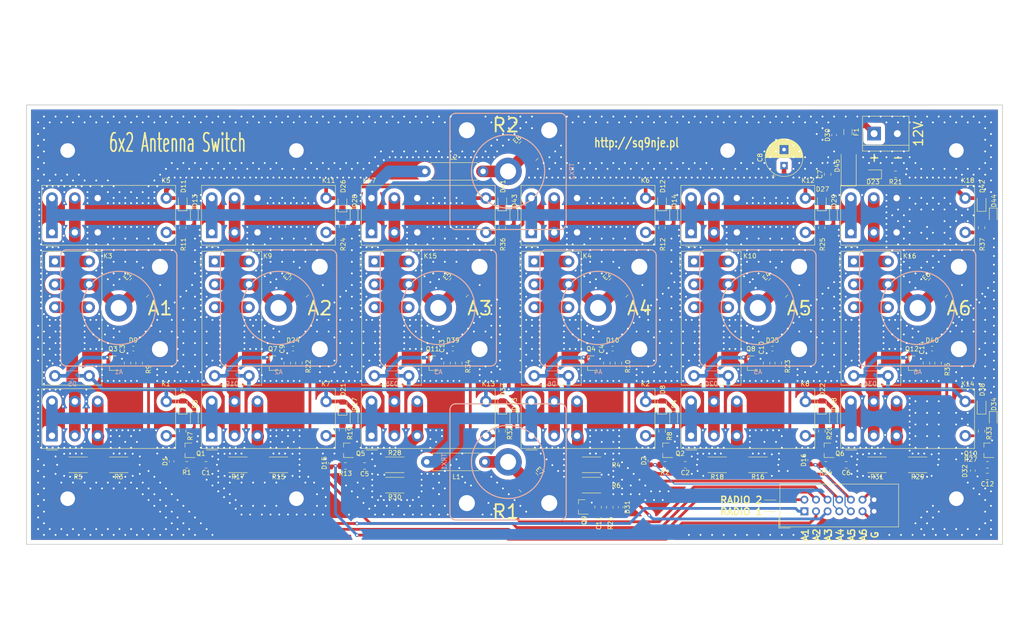
<source format=kicad_pcb>
(kicad_pcb (version 20171130) (host pcbnew 5.1.5-52549c5~86~ubuntu18.04.1)
  (layers (0 F.Cu signal) (31 B.Cu signal) (34 B.Paste user) (35 F.Paste user) (36 B.SilkS user) (37 F.SilkS user) (38 B.Mask user) (39 F.Mask user) (44 Edge.Cuts user))
  (net 0 "")
  (net 1 GND)
  (net 2 "Net-(A1-Pad1)")
  (net 3 "Net-(A2-Pad1)")
  (net 4 "Net-(A3-Pad1)")
  (net 5 "Net-(A4-Pad1)")
  (net 6 "Net-(A5-Pad1)")
  (net 7 "Net-(A6-Pad1)")
  (net 8 "Net-(C1-Pad1)")
  (net 9 "Net-(C2-Pad1)")
  (net 10 "Net-(C3-Pad1)")
  (net 11 "Net-(C4-Pad1)")
  (net 12 "Net-(C5-Pad1)")
  (net 13 "Net-(C6-Pad1)")
  (net 14 +12V)
  (net 15 "Net-(C9-Pad1)")
  (net 16 "Net-(C10-Pad1)")
  (net 17 "Net-(C11-Pad1)")
  (net 18 "Net-(C12-Pad1)")
  (net 19 "Net-(C13-Pad1)")
  (net 20 "Net-(C14-Pad1)")
  (net 21 A1R1)
  (net 22 A4R1)
  (net 23 "Net-(D3-Pad2)")
  (net 24 "Net-(D4-Pad2)")
  (net 25 "Net-(D13-Pad2)")
  (net 26 "Net-(D14-Pad2)")
  (net 27 "Net-(D7-Pad1)")
  (net 28 "Net-(D8-Pad1)")
  (net 29 A1R2)
  (net 30 A4R2)
  (net 31 "Net-(D11-Pad1)")
  (net 32 "Net-(D12-Pad1)")
  (net 33 A2R1)
  (net 34 A5R1)
  (net 35 "Net-(D17-Pad2)")
  (net 36 "Net-(D18-Pad2)")
  (net 37 "Net-(D19-Pad2)")
  (net 38 "Net-(D20-Pad2)")
  (net 39 "Net-(D21-Pad1)")
  (net 40 "Net-(D22-Pad1)")
  (net 41 "Net-(D23-Pad1)")
  (net 42 A2R2)
  (net 43 A5R2)
  (net 44 "Net-(D26-Pad1)")
  (net 45 "Net-(D27-Pad1)")
  (net 46 A3R1)
  (net 47 A6R1)
  (net 48 "Net-(D33-Pad2)")
  (net 49 "Net-(D34-Pad2)")
  (net 50 "Net-(D35-Pad2)")
  (net 51 "Net-(D36-Pad2)")
  (net 52 "Net-(D37-Pad1)")
  (net 53 "Net-(D38-Pad1)")
  (net 54 A3R2)
  (net 55 A6R2)
  (net 56 "Net-(D41-Pad1)")
  (net 57 "Net-(D42-Pad1)")
  (net 58 RADIO_1)
  (net 59 RADIO_2)
  (net 60 "Net-(F1-Pad1)")
  (net 61 "Net-(K1-Pad3)")
  (net 62 "Net-(K1-Pad2)")
  (net 63 "Net-(K2-Pad3)")
  (net 64 "Net-(K2-Pad2)")
  (net 65 "Net-(K3-Pad1)")
  (net 66 "Net-(K4-Pad1)")
  (net 67 "Net-(K7-Pad3)")
  (net 68 "Net-(K7-Pad2)")
  (net 69 "Net-(K10-Pad3)")
  (net 70 "Net-(K8-Pad3)")
  (net 71 "Net-(K11-Pad2)")
  (net 72 "Net-(K10-Pad1)")
  (net 73 "Net-(K13-Pad2)")
  (net 74 "Net-(K13-Pad3)")
  (net 75 "Net-(K14-Pad3)")
  (net 76 "Net-(K14-Pad2)")
  (net 77 "Net-(K15-Pad1)")
  (net 78 "Net-(K16-Pad1)")
  (net 79 "Net-(E7-Pad1)")
  (net 80 "Net-(E8-Pad1)")
  (net 81 "Net-(D30-Pad1)")
  (module QS_RF:UC1-Square-2HolesRight (layer B.Cu) (at 261.62 130.81)
    (fp_text reference A5 (at 0 13.97) (layer B.SilkS) (effects (justify mirror)))
    (fp_text value Conn_Coaxial)
    (pad 1 thru_hole circle (at 0 0) (size 6 6) (drill 3.5) (layers *.Cu *.Mask) (net 6 "Net-(A5-Pad1)"))
    (pad 2 thru_hole circle (at 9 9) (size 6 6) (drill 3.5) (layers *.Cu *.Mask) (net 1 GND))
    (pad 2 thru_hole circle (at 9 -9) (size 6 6) (drill 3.5) (layers *.Cu *.Mask) (net 1 GND))
  )
  (module MountingHole:MountingHole_3.2mm_M3_ISO7380_Pad (layer F.Cu) (at 305 172.5)
    (fp_text reference REF** hide)
    (fp_text value MountingHole_3.2mm_M3_ISO7380_Pad)
    (pad 1 thru_hole circle (at 0 0) (size 5.7 5.7) (drill 3.2) (layers *.Cu *.Mask) (net 1 GND))
  )
  (module MountingHole:MountingHole_3.2mm_M3_ISO7380_Pad (layer F.Cu) (at 255 96.4)
    (fp_text reference REF** hide)
    (fp_text value MountingHole_3.2mm_M3_ISO7380_Pad)
    (pad 1 thru_hole circle (at 0 0) (size 5.7 5.7) (drill 3.2) (layers *.Cu *.Mask) (net 1 GND))
  )
  (module MountingHole:MountingHole_3.2mm_M3_ISO7380_Pad (layer F.Cu) (at 305 96.4)
    (fp_text reference REF** hide)
    (fp_text value MountingHole_3.2mm_M3_ISO7380_Pad)
    (pad 1 thru_hole circle (at 0 0) (size 5.7 5.7) (drill 3.2) (layers *.Cu *.Mask) (net 1 GND))
  )
  (module MountingHole:MountingHole_3.2mm_M3_ISO7380_Pad (layer F.Cu) (at 160.75 172.5)
    (fp_text reference REF** hide)
    (fp_text value MountingHole_3.2mm_M3_ISO7380_Pad)
    (pad 1 thru_hole circle (at 0 0) (size 5.7 5.7) (drill 3.2) (layers *.Cu *.Mask) (net 1 GND))
  )
  (module MountingHole:MountingHole_3.2mm_M3_ISO7380_Pad (layer F.Cu) (at 160.75 96.4)
    (fp_text reference REF** hide)
    (fp_text value MountingHole_3.2mm_M3_ISO7380_Pad)
    (pad 1 thru_hole circle (at 0 0) (size 5.7 5.7) (drill 3.2) (layers *.Cu *.Mask) (net 1 GND))
  )
  (module MountingHole:MountingHole_3.2mm_M3_ISO7380_Pad (layer F.Cu) (at 110.75 172.5)
    (fp_text reference REF** hide)
    (fp_text value MountingHole_3.2mm_M3_ISO7380_Pad)
    (pad 1 thru_hole circle (at 0 0) (size 5.7 5.7) (drill 3.2) (layers *.Cu *.Mask) (net 1 GND))
  )
  (module MountingHole:MountingHole_3.2mm_M3_ISO7380_Pad (layer F.Cu) (at 110.75 96.4)
    (fp_text reference REF** hide)
    (fp_text value MountingHole_3.2mm_M3_ISO7380_Pad)
    (pad 1 thru_hole circle (at 0 0) (size 5.7 5.7) (drill 3.2) (layers *.Cu *.Mask) (net 1 GND))
  )
  (module Resistor_THT:R_Axial_DIN0411_L9.9mm_D3.6mm_P12.70mm_Horizontal (layer F.Cu) (at 189.23 164.465)
    (fp_text reference L1 (at 6.5024 3.2512) (layer F.SilkS))
    (fp_text value L_Small)
    (pad 2 thru_hole oval (at 12.7 0) (size 2.4 2.4) (drill 1.2) (layers *.Cu *.Mask) (net 79 "Net-(E7-Pad1)"))
    (pad 1 thru_hole circle (at 0 0) (size 2.4 2.4) (drill 1.2) (layers *.Cu *.Mask) (net 58 RADIO_1))
  )
  (module Resistor_THT:R_Axial_DIN0411_L9.9mm_D3.6mm_P12.70mm_Horizontal (layer F.Cu) (at 188.849 100.965)
    (fp_text reference L2 (at 6.2484 -3.0988) (layer F.SilkS))
    (fp_text value L_Small)
    (pad 2 thru_hole oval (at 12.7 0) (size 2.4 2.4) (drill 1.2) (layers *.Cu *.Mask) (net 80 "Net-(E8-Pad1)"))
    (pad 1 thru_hole circle (at 0 0) (size 2.4 2.4) (drill 1.2) (layers *.Cu *.Mask) (net 59 RADIO_2))
  )
  (module QS_RF:Relay_DPDT_Fujitsu_FTR-K1C (layer F.Cu) (at 281.94 158.75 90)
    (fp_text reference K14 (at 11.3538 25.5524 180) (layer F.SilkS))
    (fp_text value Fujitsu_FTR-K1C)
    (pad 3 thru_hole circle (at 7.5 10) (size 2.5 2.5) (drill 1.4) (layers *.Cu *.Mask) (net 75 "Net-(K14-Pad3)"))
    (pad 3 thru_hole circle (at 0 10) (size 2.5 2.5) (drill 1.4) (layers *.Cu *.Mask) (net 75 "Net-(K14-Pad3)"))
    (pad 1 thru_hole circle (at 7.5 0) (size 2.5 2.5) (drill 1.4) (layers *.Cu *.Mask) (net 58 RADIO_1))
    (pad 2 thru_hole circle (at 7.5 5) (size 2.5 2.5) (drill 1.4) (layers *.Cu *.Mask) (net 76 "Net-(K14-Pad2)"))
    (pad 5 thru_hole circle (at 7.5 25) (size 2.5 2.5) (drill 1.4) (layers *.Cu *.Mask) (net 14 +12V))
    (pad 4 thru_hole circle (at 0 25) (size 2.5 2.5) (drill 1.4) (layers *.Cu *.Mask) (net 49 "Net-(D34-Pad2)"))
    (pad 2 thru_hole circle (at 0 5) (size 2.5 2.5) (drill 1.4) (layers *.Cu *.Mask) (net 76 "Net-(K14-Pad2)"))
    (pad 1 thru_hole rect (at 0 0) (size 2.5 2.5) (drill 1.4) (layers *.Cu *.Mask) (net 58 RADIO_1))
  )
  (module Capacitor_SMD:C_0805_2012Metric_Pad1.15x1.40mm_HandSolder (layer F.Cu) (at 140.979 165.1)
    (fp_text reference C1 (at 0 1.7272) (layer F.SilkS))
    (fp_text value 1n)
    (pad 1 smd roundrect (at -1.025 0) (size 1.15 1.4) (layers F.Cu F.Paste F.Mask) (roundrect_rratio 0.217391) (net 8 "Net-(C1-Pad1)"))
    (pad 2 smd roundrect (at 1.025 0) (size 1.15 1.4) (layers F.Cu F.Paste F.Mask) (roundrect_rratio 0.217391) (net 1 GND))
  )
  (module Capacitor_SMD:C_0805_2012Metric_Pad1.15x1.40mm_HandSolder (layer F.Cu) (at 245.745 165.1)
    (fp_text reference C2 (at 0 1.7272) (layer F.SilkS))
    (fp_text value 1n)
    (pad 1 smd roundrect (at -1.025 0) (size 1.15 1.4) (layers F.Cu F.Paste F.Mask) (roundrect_rratio 0.217391) (net 9 "Net-(C2-Pad1)"))
    (pad 2 smd roundrect (at 1.025 0) (size 1.15 1.4) (layers F.Cu F.Paste F.Mask) (roundrect_rratio 0.217391) (net 1 GND))
  )
  (module Capacitor_SMD:C_0805_2012Metric_Pad1.15x1.40mm_HandSolder (layer F.Cu) (at 123.825 142.875 90)
    (fp_text reference C3 (at 3.0988 -1.1176 90) (layer F.SilkS))
    (fp_text value 1n)
    (pad 2 smd roundrect (at 1.025 0 90) (size 1.15 1.4) (layers F.Cu F.Paste F.Mask) (roundrect_rratio 0.217391) (net 1 GND))
    (pad 1 smd roundrect (at -1.025 0 90) (size 1.15 1.4) (layers F.Cu F.Paste F.Mask) (roundrect_rratio 0.217391) (net 10 "Net-(C3-Pad1)"))
  )
  (module Capacitor_SMD:C_0805_2012Metric_Pad1.15x1.40mm_HandSolder (layer F.Cu) (at 228.6 142.866 90)
    (fp_text reference C4 (at 3.0898 -1.1176 90) (layer F.SilkS))
    (fp_text value 1n)
    (pad 2 smd roundrect (at 1.025 0 90) (size 1.15 1.4) (layers F.Cu F.Paste F.Mask) (roundrect_rratio 0.217391) (net 1 GND))
    (pad 1 smd roundrect (at -1.025 0 90) (size 1.15 1.4) (layers F.Cu F.Paste F.Mask) (roundrect_rratio 0.217391) (net 11 "Net-(C4-Pad1)"))
  )
  (module Capacitor_SMD:C_0805_2012Metric_Pad1.15x1.40mm_HandSolder (layer F.Cu) (at 175.65 165.354)
    (fp_text reference C5 (at 0 1.7272) (layer F.SilkS))
    (fp_text value 1n)
    (pad 1 smd roundrect (at -1.025 0) (size 1.15 1.4) (layers F.Cu F.Paste F.Mask) (roundrect_rratio 0.217391) (net 12 "Net-(C5-Pad1)"))
    (pad 2 smd roundrect (at 1.025 0) (size 1.15 1.4) (layers F.Cu F.Paste F.Mask) (roundrect_rratio 0.217391) (net 1 GND))
  )
  (module Capacitor_SMD:C_0805_2012Metric_Pad1.15x1.40mm_HandSolder (layer F.Cu) (at 280.915 165.1)
    (fp_text reference C6 (at 0 1.7272) (layer F.SilkS))
    (fp_text value 1n)
    (pad 1 smd roundrect (at -1.025 0) (size 1.15 1.4) (layers F.Cu F.Paste F.Mask) (roundrect_rratio 0.217391) (net 13 "Net-(C6-Pad1)"))
    (pad 2 smd roundrect (at 1.025 0) (size 1.15 1.4) (layers F.Cu F.Paste F.Mask) (roundrect_rratio 0.217391) (net 1 GND))
  )
  (module Capacitor_SMD:C_0805_2012Metric_Pad1.15x1.40mm_HandSolder (layer F.Cu) (at 276.86 101.6 90)
    (fp_text reference C7 (at 0 -1.65 90) (layer F.SilkS))
    (fp_text value 100n)
    (pad 1 smd roundrect (at -1.025 0 90) (size 1.15 1.4) (layers F.Cu F.Paste F.Mask) (roundrect_rratio 0.217391) (net 14 +12V))
    (pad 2 smd roundrect (at 1.025 0 90) (size 1.15 1.4) (layers F.Cu F.Paste F.Mask) (roundrect_rratio 0.217391) (net 1 GND))
  )
  (module Capacitor_THT:CP_Radial_D8.0mm_P3.50mm (layer F.Cu) (at 267.335 99.695 90)
    (fp_text reference C8 (at 1.75 -5.25 90) (layer F.SilkS))
    (fp_text value 470u)
    (pad 1 thru_hole rect (at 0 0 90) (size 1.6 1.6) (drill 0.8) (layers *.Cu *.Mask) (net 14 +12V))
    (pad 2 thru_hole circle (at 3.5 0 90) (size 1.6 1.6) (drill 0.8) (layers *.Cu *.Mask) (net 1 GND))
  )
  (module Capacitor_SMD:C_0805_2012Metric_Pad1.15x1.40mm_HandSolder (layer F.Cu) (at 158.75 142.884 90)
    (fp_text reference C9 (at 3.1078 -1.1176 90) (layer F.SilkS))
    (fp_text value 1n)
    (pad 2 smd roundrect (at 1.025 0 90) (size 1.15 1.4) (layers F.Cu F.Paste F.Mask) (roundrect_rratio 0.217391) (net 1 GND))
    (pad 1 smd roundrect (at -1.025 0 90) (size 1.15 1.4) (layers F.Cu F.Paste F.Mask) (roundrect_rratio 0.217391) (net 15 "Net-(C9-Pad1)"))
  )
  (module Capacitor_SMD:C_0805_2012Metric_Pad1.15x1.40mm_HandSolder (layer F.Cu) (at 263.525 142.866 90)
    (fp_text reference C10 (at 3.3438 -1.1176 90) (layer F.SilkS))
    (fp_text value 1n)
    (pad 1 smd roundrect (at -1.025 0 90) (size 1.15 1.4) (layers F.Cu F.Paste F.Mask) (roundrect_rratio 0.217391) (net 16 "Net-(C10-Pad1)"))
    (pad 2 smd roundrect (at 1.025 0 90) (size 1.15 1.4) (layers F.Cu F.Paste F.Mask) (roundrect_rratio 0.217391) (net 1 GND))
  )
  (module Capacitor_SMD:C_0805_2012Metric_Pad1.15x1.40mm_HandSolder (layer F.Cu) (at 226.695 174.362 90)
    (fp_text reference C11 (at -3.5142 0.1524 270) (layer F.SilkS))
    (fp_text value 1n)
    (pad 2 smd roundrect (at 1.025 0 90) (size 1.15 1.4) (layers F.Cu F.Paste F.Mask) (roundrect_rratio 0.217391) (net 1 GND))
    (pad 1 smd roundrect (at -1.025 0 90) (size 1.15 1.4) (layers F.Cu F.Paste F.Mask) (roundrect_rratio 0.217391) (net 17 "Net-(C11-Pad1)"))
  )
  (module Capacitor_SMD:C_0805_2012Metric_Pad1.15x1.40mm_HandSolder (layer F.Cu) (at 311.785 167.64 180)
    (fp_text reference C12 (at 0 -1.65) (layer F.SilkS))
    (fp_text value 1n)
    (pad 2 smd roundrect (at 1.025 0 180) (size 1.15 1.4) (layers F.Cu F.Paste F.Mask) (roundrect_rratio 0.217391) (net 1 GND))
    (pad 1 smd roundrect (at -1.025 0 180) (size 1.15 1.4) (layers F.Cu F.Paste F.Mask) (roundrect_rratio 0.217391) (net 18 "Net-(C12-Pad1)"))
  )
  (module Capacitor_SMD:C_0805_2012Metric_Pad1.15x1.40mm_HandSolder (layer F.Cu) (at 193.675 142.866 90)
    (fp_text reference C13 (at 3.7248 -1.1176 90) (layer F.SilkS))
    (fp_text value 1n)
    (pad 2 smd roundrect (at 1.025 0 90) (size 1.15 1.4) (layers F.Cu F.Paste F.Mask) (roundrect_rratio 0.217391) (net 1 GND))
    (pad 1 smd roundrect (at -1.025 0 90) (size 1.15 1.4) (layers F.Cu F.Paste F.Mask) (roundrect_rratio 0.217391) (net 19 "Net-(C13-Pad1)"))
  )
  (module Capacitor_SMD:C_0805_2012Metric_Pad1.15x1.40mm_HandSolder (layer F.Cu) (at 298.45 142.866 90)
    (fp_text reference C14 (at 3.3438 -0.9906 90) (layer F.SilkS))
    (fp_text value 1n)
    (pad 1 smd roundrect (at -1.025 0 90) (size 1.15 1.4) (layers F.Cu F.Paste F.Mask) (roundrect_rratio 0.217391) (net 20 "Net-(C14-Pad1)"))
    (pad 2 smd roundrect (at 1.025 0 90) (size 1.15 1.4) (layers F.Cu F.Paste F.Mask) (roundrect_rratio 0.217391) (net 1 GND))
  )
  (module Resistor_SMD:R_0603_1608Metric_Pad1.05x0.95mm_HandSolder (layer F.Cu) (at 133.477 164.352 90)
    (fp_text reference D1 (at 0 -1.43 90) (layer F.SilkS))
    (fp_text value TESDU24V)
    (pad 1 smd roundrect (at -0.875 0 90) (size 1.05 0.95) (layers F.Cu F.Paste F.Mask) (net 21 A1R1))
    (pad 2 smd roundrect (at 0.875 0 90) (size 1.05 0.95) (layers F.Cu F.Paste F.Mask) (net 1 GND))
  )
  (module Resistor_SMD:R_0603_1608Metric_Pad1.05x0.95mm_HandSolder (layer F.Cu) (at 238.125 164.225 90)
    (fp_text reference D2 (at 0 -1.43 90) (layer F.SilkS))
    (fp_text value TESDU24V)
    (pad 1 smd roundrect (at -0.875 0 90) (size 1.05 0.95) (layers F.Cu F.Paste F.Mask) (net 22 A4R1))
    (pad 2 smd roundrect (at 0.875 0 90) (size 1.05 0.95) (layers F.Cu F.Paste F.Mask) (net 1 GND))
  )
  (module Diode_SMD:D_SOD-323 (layer F.Cu) (at 138.43 154.94 270)
    (fp_text reference D3 (at -3.0988 -0.1524 90) (layer F.SilkS))
    (fp_text value 1N4148WS)
    (pad 1 smd rect (at -1.05 0 270) (size 0.6 0.45) (layers F.Cu F.Paste F.Mask) (net 14 +12V))
    (pad 2 smd rect (at 1.05 0 270) (size 0.6 0.45) (layers F.Cu F.Paste F.Mask) (net 23 "Net-(D3-Pad2)"))
  )
  (module Diode_SMD:D_SOD-323 (layer F.Cu) (at 243.205 154.94 270)
    (fp_text reference D4 (at -3.0988 -0.1524 270) (layer F.SilkS))
    (fp_text value 1N4148WS)
    (pad 1 smd rect (at -1.05 0 270) (size 0.6 0.45) (layers F.Cu F.Paste F.Mask) (net 14 +12V))
    (pad 2 smd rect (at 1.05 0 270) (size 0.6 0.45) (layers F.Cu F.Paste F.Mask) (net 24 "Net-(D4-Pad2)"))
  )
  (module Diode_SMD:D_SOD-323 (layer B.Cu) (at 111.76 145.415 180)
    (fp_text reference D5 (at 0 -1.9812 180) (layer B.SilkS) (effects (justify mirror)))
    (fp_text value 1N4148WS)
    (pad 2 smd rect (at 1.05 0 180) (size 0.6 0.45) (layers B.Cu B.Paste B.Mask) (net 25 "Net-(D13-Pad2)"))
    (pad 1 smd rect (at -1.05 0 180) (size 0.6 0.45) (layers B.Cu B.Paste B.Mask) (net 14 +12V))
  )
  (module Diode_SMD:D_SOD-323 (layer B.Cu) (at 216.535 145.415 180)
    (fp_text reference D6 (at 0 -1.9812) (layer B.SilkS) (effects (justify mirror)))
    (fp_text value 1N4148WS)
    (pad 2 smd rect (at 1.05 0 180) (size 0.6 0.45) (layers B.Cu B.Paste B.Mask) (net 26 "Net-(D14-Pad2)"))
    (pad 1 smd rect (at -1.05 0 180) (size 0.6 0.45) (layers B.Cu B.Paste B.Mask) (net 14 +12V))
  )
  (module LED_SMD:LED_0805_2012Metric_Pad1.15x1.40mm_HandSolder (layer F.Cu) (at 135.89 152.155 90)
    (fp_text reference D7 (at 2.8538 0.1524 90) (layer F.SilkS))
    (fp_text value LED)
    (pad 2 smd roundrect (at 1.025 0 90) (size 1.15 1.4) (layers F.Cu F.Paste F.Mask) (roundrect_rratio 0.217391) (net 14 +12V))
    (pad 1 smd roundrect (at -1.025 0 90) (size 1.15 1.4) (layers F.Cu F.Paste F.Mask) (roundrect_rratio 0.217391) (net 27 "Net-(D7-Pad1)"))
  )
  (module LED_SMD:LED_0805_2012Metric_Pad1.15x1.40mm_HandSolder (layer F.Cu) (at 240.665 152.155 90)
    (fp_text reference D8 (at 3.4888 0.1524 90) (layer F.SilkS))
    (fp_text value LED)
    (pad 1 smd roundrect (at -1.025 0 90) (size 1.15 1.4) (layers F.Cu F.Paste F.Mask) (roundrect_rratio 0.217391) (net 28 "Net-(D8-Pad1)"))
    (pad 2 smd roundrect (at 1.025 0 90) (size 1.15 1.4) (layers F.Cu F.Paste F.Mask) (roundrect_rratio 0.217391) (net 14 +12V))
  )
  (module Resistor_SMD:R_0603_1608Metric_Pad1.05x0.95mm_HandSolder (layer F.Cu) (at 125.095 139.7 180)
    (fp_text reference D9 (at 0 1.8288) (layer F.SilkS))
    (fp_text value TESDU24V)
    (pad 1 smd roundrect (at -0.875 0 180) (size 1.05 0.95) (layers F.Cu F.Paste F.Mask) (net 29 A1R2))
    (pad 2 smd roundrect (at 0.875 0 180) (size 1.05 0.95) (layers F.Cu F.Paste F.Mask) (net 1 GND))
  )
  (module Resistor_SMD:R_0603_1608Metric_Pad1.05x0.95mm_HandSolder (layer F.Cu) (at 229.87 139.7 180)
    (fp_text reference D10 (at 0 1.8288) (layer F.SilkS))
    (fp_text value TESDU24V)
    (pad 2 smd roundrect (at 0.875 0 180) (size 1.05 0.95) (layers F.Cu F.Paste F.Mask) (net 1 GND))
    (pad 1 smd roundrect (at -0.875 0 180) (size 1.05 0.95) (layers F.Cu F.Paste F.Mask) (net 30 A4R2))
  )
  (module LED_SMD:LED_0805_2012Metric_Pad1.15x1.40mm_HandSolder (layer F.Cu) (at 135.89 107.705 90)
    (fp_text reference D11 (at 3.4888 0.1524 90) (layer F.SilkS))
    (fp_text value LED)
    (pad 2 smd roundrect (at 1.025 0 90) (size 1.15 1.4) (layers F.Cu F.Paste F.Mask) (roundrect_rratio 0.217391) (net 14 +12V))
    (pad 1 smd roundrect (at -1.025 0 90) (size 1.15 1.4) (layers F.Cu F.Paste F.Mask) (roundrect_rratio 0.217391) (net 31 "Net-(D11-Pad1)"))
  )
  (module LED_SMD:LED_0805_2012Metric_Pad1.15x1.40mm_HandSolder (layer F.Cu) (at 240.665 107.705 90)
    (fp_text reference D12 (at 3.4888 0.1524 90) (layer F.SilkS))
    (fp_text value LED)
    (pad 1 smd roundrect (at -1.025 0 90) (size 1.15 1.4) (layers F.Cu F.Paste F.Mask) (roundrect_rratio 0.217391) (net 32 "Net-(D12-Pad1)"))
    (pad 2 smd roundrect (at 1.025 0 90) (size 1.15 1.4) (layers F.Cu F.Paste F.Mask) (roundrect_rratio 0.217391) (net 14 +12V))
  )
  (module Diode_SMD:D_SOD-323 (layer F.Cu) (at 138.43 110.49 270)
    (fp_text reference D13 (at -3.0988 -0.1524 90) (layer F.SilkS))
    (fp_text value 1N4148WS)
    (pad 1 smd rect (at -1.05 0 270) (size 0.6 0.45) (layers F.Cu F.Paste F.Mask) (net 14 +12V))
    (pad 2 smd rect (at 1.05 0 270) (size 0.6 0.45) (layers F.Cu F.Paste F.Mask) (net 25 "Net-(D13-Pad2)"))
  )
  (module Diode_SMD:D_SOD-323 (layer F.Cu) (at 243.205 110.49 270)
    (fp_text reference D14 (at -3.0988 -0.1524 270) (layer F.SilkS))
    (fp_text value 1N4148WS)
    (pad 2 smd rect (at 1.05 0 270) (size 0.6 0.45) (layers F.Cu F.Paste F.Mask) (net 26 "Net-(D14-Pad2)"))
    (pad 1 smd rect (at -1.05 0 270) (size 0.6 0.45) (layers F.Cu F.Paste F.Mask) (net 14 +12V))
  )
  (module Resistor_SMD:R_0603_1608Metric_Pad1.05x0.95mm_HandSolder (layer F.Cu) (at 168.275 164.705 90)
    (fp_text reference D15 (at 0 -1.43 90) (layer F.SilkS))
    (fp_text value TESDU24V)
    (pad 2 smd roundrect (at 0.875 0 90) (size 1.05 0.95) (layers F.Cu F.Paste F.Mask) (net 1 GND))
    (pad 1 smd roundrect (at -0.875 0 90) (size 1.05 0.95) (layers F.Cu F.Paste F.Mask) (net 33 A2R1))
  )
  (module Resistor_SMD:R_0603_1608Metric_Pad1.05x0.95mm_HandSolder (layer F.Cu) (at 273.05 164.07 90)
    (fp_text reference D16 (at 0 -1.43 90) (layer F.SilkS))
    (fp_text value TESDU24V)
    (pad 1 smd roundrect (at -0.875 0 90) (size 1.05 0.95) (layers F.Cu F.Paste F.Mask) (net 34 A5R1))
    (pad 2 smd roundrect (at 0.875 0 90) (size 1.05 0.95) (layers F.Cu F.Paste F.Mask) (net 1 GND))
  )
  (module Diode_SMD:D_SOD-323 (layer F.Cu) (at 173.355 154.94 270)
    (fp_text reference D17 (at -3.0988 -0.1524 270) (layer F.SilkS))
    (fp_text value 1N4148WS)
    (pad 2 smd rect (at 1.05 0 270) (size 0.6 0.45) (layers F.Cu F.Paste F.Mask) (net 35 "Net-(D17-Pad2)"))
    (pad 1 smd rect (at -1.05 0 270) (size 0.6 0.45) (layers F.Cu F.Paste F.Mask) (net 14 +12V))
  )
  (module Diode_SMD:D_SOD-323 (layer F.Cu) (at 278.13 154.94 270)
    (fp_text reference D18 (at -3.0988 -0.1524 270) (layer F.SilkS))
    (fp_text value 1N4148WS)
    (pad 1 smd rect (at -1.05 0 270) (size 0.6 0.45) (layers F.Cu F.Paste F.Mask) (net 14 +12V))
    (pad 2 smd rect (at 1.05 0 270) (size 0.6 0.45) (layers F.Cu F.Paste F.Mask) (net 36 "Net-(D18-Pad2)"))
  )
  (module Diode_SMD:D_SOD-323 (layer B.Cu) (at 146.685 145.415 180)
    (fp_text reference D19 (at 0 -1.9812) (layer B.SilkS) (effects (justify mirror)))
    (fp_text value 1N4148WS)
    (pad 1 smd rect (at -1.05 0 180) (size 0.6 0.45) (layers B.Cu B.Paste B.Mask) (net 14 +12V))
    (pad 2 smd rect (at 1.05 0 180) (size 0.6 0.45) (layers B.Cu B.Paste B.Mask) (net 37 "Net-(D19-Pad2)"))
  )
  (module Diode_SMD:D_SOD-323 (layer B.Cu) (at 251.46 145.415 180)
    (fp_text reference D20 (at 0 -1.9812) (layer B.SilkS) (effects (justify mirror)))
    (fp_text value 1N4148WS)
    (pad 2 smd rect (at 1.05 0 180) (size 0.6 0.45) (layers B.Cu B.Paste B.Mask) (net 38 "Net-(D20-Pad2)"))
    (pad 1 smd rect (at -1.05 0 180) (size 0.6 0.45) (layers B.Cu B.Paste B.Mask) (net 14 +12V))
  )
  (module LED_SMD:LED_0805_2012Metric_Pad1.15x1.40mm_HandSolder (layer F.Cu) (at 170.815 152.391 90)
    (fp_text reference D21 (at 3.7248 0.1524 90) (layer F.SilkS))
    (fp_text value LED)
    (pad 2 smd roundrect (at 1.025 0 90) (size 1.15 1.4) (layers F.Cu F.Paste F.Mask) (roundrect_rratio 0.217391) (net 14 +12V))
    (pad 1 smd roundrect (at -1.025 0 90) (size 1.15 1.4) (layers F.Cu F.Paste F.Mask) (roundrect_rratio 0.217391) (net 39 "Net-(D21-Pad1)"))
  )
  (module LED_SMD:LED_0805_2012Metric_Pad1.15x1.40mm_HandSolder (layer F.Cu) (at 275.59 152.155 90)
    (fp_text reference D22 (at 3.4888 0.1524 90) (layer F.SilkS))
    (fp_text value LED)
    (pad 2 smd roundrect (at 1.025 0 90) (size 1.15 1.4) (layers F.Cu F.Paste F.Mask) (roundrect_rratio 0.217391) (net 14 +12V))
    (pad 1 smd roundrect (at -1.025 0 90) (size 1.15 1.4) (layers F.Cu F.Paste F.Mask) (roundrect_rratio 0.217391) (net 40 "Net-(D22-Pad1)"))
  )
  (module LED_SMD:LED_0805_2012Metric_Pad1.15x1.40mm_HandSolder (layer F.Cu) (at 286.775 101.6 180)
    (fp_text reference D23 (at 0 -1.65) (layer F.SilkS))
    (fp_text value LED)
    (pad 2 smd roundrect (at 1.025 0 180) (size 1.15 1.4) (layers F.Cu F.Paste F.Mask) (roundrect_rratio 0.217391) (net 14 +12V))
    (pad 1 smd roundrect (at -1.025 0 180) (size 1.15 1.4) (layers F.Cu F.Paste F.Mask) (roundrect_rratio 0.217391) (net 41 "Net-(D23-Pad1)"))
  )
  (module Resistor_SMD:R_0603_1608Metric_Pad1.05x0.95mm_HandSolder (layer F.Cu) (at 160.02 139.7 180)
    (fp_text reference D24 (at 0 1.8288) (layer F.SilkS))
    (fp_text value TESDU24V)
    (pad 1 smd roundrect (at -0.875 0 180) (size 1.05 0.95) (layers F.Cu F.Paste F.Mask) (net 42 A2R2))
    (pad 2 smd roundrect (at 0.875 0 180) (size 1.05 0.95) (layers F.Cu F.Paste F.Mask) (net 1 GND))
  )
  (module Resistor_SMD:R_0603_1608Metric_Pad1.05x0.95mm_HandSolder (layer F.Cu) (at 264.795 139.7 180)
    (fp_text reference D25 (at 0 1.8288) (layer F.SilkS))
    (fp_text value TESDU24V)
    (pad 2 smd roundrect (at 0.875 0 180) (size 1.05 0.95) (layers F.Cu F.Paste F.Mask) (net 1 GND))
    (pad 1 smd roundrect (at -0.875 0 180) (size 1.05 0.95) (layers F.Cu F.Paste F.Mask) (net 43 A5R2))
  )
  (module LED_SMD:LED_0805_2012Metric_Pad1.15x1.40mm_HandSolder (layer F.Cu) (at 170.815 107.95 90)
    (fp_text reference D26 (at 3.7338 0.1524 90) (layer F.SilkS))
    (fp_text value LED)
    (pad 1 smd roundrect (at -1.025 0 90) (size 1.15 1.4) (layers F.Cu F.Paste F.Mask) (roundrect_rratio 0.217391) (net 44 "Net-(D26-Pad1)"))
    (pad 2 smd roundrect (at 1.025 0 90) (size 1.15 1.4) (layers F.Cu F.Paste F.Mask) (roundrect_rratio 0.217391) (net 14 +12V))
  )
  (module LED_SMD:LED_0805_2012Metric_Pad1.15x1.40mm_HandSolder (layer F.Cu) (at 275.59 107.705 90)
    (fp_text reference D27 (at 2.8538 0.1524 180) (layer F.SilkS))
    (fp_text value LED)
    (pad 1 smd roundrect (at -1.025 0 90) (size 1.15 1.4) (layers F.Cu F.Paste F.Mask) (roundrect_rratio 0.217391) (net 45 "Net-(D27-Pad1)"))
    (pad 2 smd roundrect (at 1.025 0 90) (size 1.15 1.4) (layers F.Cu F.Paste F.Mask) (roundrect_rratio 0.217391) (net 14 +12V))
  )
  (module Diode_SMD:D_SOD-323 (layer F.Cu) (at 173.355 110.49 270)
    (fp_text reference D28 (at -3.0988 -0.1524 270) (layer F.SilkS))
    (fp_text value 1N4148WS)
    (pad 2 smd rect (at 1.05 0 270) (size 0.6 0.45) (layers F.Cu F.Paste F.Mask) (net 37 "Net-(D19-Pad2)"))
    (pad 1 smd rect (at -1.05 0 270) (size 0.6 0.45) (layers F.Cu F.Paste F.Mask) (net 14 +12V))
  )
  (module Diode_SMD:D_SOD-323 (layer F.Cu) (at 278.13 110.49 270)
    (fp_text reference D29 (at -3.0988 -0.1524 270) (layer F.SilkS))
    (fp_text value 1N4148WS)
    (pad 2 smd rect (at 1.05 0 270) (size 0.6 0.45) (layers F.Cu F.Paste F.Mask) (net 38 "Net-(D20-Pad2)"))
    (pad 1 smd rect (at -1.05 0 270) (size 0.6 0.45) (layers F.Cu F.Paste F.Mask) (net 14 +12V))
  )
  (module Resistor_SMD:R_0603_1608Metric_Pad1.05x0.95mm_HandSolder (layer F.Cu) (at 278.2824 93.0262 90)
    (fp_text reference D30 (at 0 -1.43 90) (layer F.SilkS))
    (fp_text value TESDU24V)
    (pad 2 smd roundrect (at 0.875 0 90) (size 1.05 0.95) (layers F.Cu F.Paste F.Mask) (net 1 GND))
    (pad 1 smd roundrect (at -0.875 0 90) (size 1.05 0.95) (layers F.Cu F.Paste F.Mask) (net 81 "Net-(D30-Pad1)"))
  )
  (module Resistor_SMD:R_0603_1608Metric_Pad1.05x0.95mm_HandSolder (layer F.Cu) (at 231.648 174.357 270)
    (fp_text reference D31 (at 0 -1.43 90) (layer F.SilkS))
    (fp_text value TESDU24V)
    (pad 1 smd roundrect (at -0.875 0 270) (size 1.05 0.95) (layers F.Cu F.Paste F.Mask) (net 46 A3R1))
    (pad 2 smd roundrect (at 0.875 0 270) (size 1.05 0.95) (layers F.Cu F.Paste F.Mask) (net 1 GND))
  )
  (module Resistor_SMD:R_0603_1608Metric_Pad1.05x0.95mm_HandSolder (layer F.Cu) (at 308.61 166.37 270)
    (fp_text reference D32 (at 0.0762 1.7526 90) (layer F.SilkS))
    (fp_text value TESDU24V)
    (pad 2 smd roundrect (at 0.875 0 270) (size 1.05 0.95) (layers F.Cu F.Paste F.Mask) (net 1 GND))
    (pad 1 smd roundrect (at -0.875 0 270) (size 1.05 0.95) (layers F.Cu F.Paste F.Mask) (net 47 A6R1))
  )
  (module Diode_SMD:D_SOD-323 (layer F.Cu) (at 208.28 154.94 270)
    (fp_text reference D33 (at -3.0988 -0.1524 270) (layer F.SilkS))
    (fp_text value 1N4148WS)
    (pad 2 smd rect (at 1.05 0 270) (size 0.6 0.45) (layers F.Cu F.Paste F.Mask) (net 48 "Net-(D33-Pad2)"))
    (pad 1 smd rect (at -1.05 0 270) (size 0.6 0.45) (layers F.Cu F.Paste F.Mask) (net 14 +12V))
  )
  (module Diode_SMD:D_SOD-323 (layer F.Cu) (at 313.055 154.94 270)
    (fp_text reference D34 (at -3.0988 -0.1524 270) (layer F.SilkS))
    (fp_text value 1N4148WS)
    (pad 1 smd rect (at -1.05 0 270) (size 0.6 0.45) (layers F.Cu F.Paste F.Mask) (net 14 +12V))
    (pad 2 smd rect (at 1.05 0 270) (size 0.6 0.45) (layers F.Cu F.Paste F.Mask) (net 49 "Net-(D34-Pad2)"))
  )
  (module Diode_SMD:D_SOD-323 (layer B.Cu) (at 181.61 145.415 180)
    (fp_text reference D35 (at 0 -1.9812) (layer B.SilkS) (effects (justify mirror)))
    (fp_text value 1N4148WS)
    (pad 1 smd rect (at -1.05 0 180) (size 0.6 0.45) (layers B.Cu B.Paste B.Mask) (net 14 +12V))
    (pad 2 smd rect (at 1.05 0 180) (size 0.6 0.45) (layers B.Cu B.Paste B.Mask) (net 50 "Net-(D35-Pad2)"))
  )
  (module Diode_SMD:D_SOD-323 (layer B.Cu) (at 286.165 145.415 180)
    (fp_text reference D36 (at 0 -1.9812) (layer B.SilkS) (effects (justify mirror)))
    (fp_text value 1N4148WS)
    (pad 1 smd rect (at -1.05 0 180) (size 0.6 0.45) (layers B.Cu B.Paste B.Mask) (net 14 +12V))
    (pad 2 smd rect (at 1.05 0 180) (size 0.6 0.45) (layers B.Cu B.Paste B.Mask) (net 51 "Net-(D36-Pad2)"))
  )
  (module LED_SMD:LED_0805_2012Metric_Pad1.15x1.40mm_HandSolder (layer F.Cu) (at 205.74 152.155 90)
    (fp_text reference D37 (at 3.4888 0.1524 90) (layer F.SilkS))
    (fp_text value LED)
    (pad 2 smd roundrect (at 1.025 0 90) (size 1.15 1.4) (layers F.Cu F.Paste F.Mask) (roundrect_rratio 0.217391) (net 14 +12V))
    (pad 1 smd roundrect (at -1.025 0 90) (size 1.15 1.4) (layers F.Cu F.Paste F.Mask) (roundrect_rratio 0.217391) (net 52 "Net-(D37-Pad1)"))
  )
  (module LED_SMD:LED_0805_2012Metric_Pad1.15x1.40mm_HandSolder (layer F.Cu) (at 310.515 152.155 90)
    (fp_text reference D38 (at 3.4888 0.1524 90) (layer F.SilkS))
    (fp_text value LED)
    (pad 1 smd roundrect (at -1.025 0 90) (size 1.15 1.4) (layers F.Cu F.Paste F.Mask) (roundrect_rratio 0.217391) (net 53 "Net-(D38-Pad1)"))
    (pad 2 smd roundrect (at 1.025 0 90) (size 1.15 1.4) (layers F.Cu F.Paste F.Mask) (roundrect_rratio 0.217391) (net 14 +12V))
  )
  (module Resistor_SMD:R_0603_1608Metric_Pad1.05x0.95mm_HandSolder (layer F.Cu) (at 194.945 139.7 180)
    (fp_text reference D39 (at 0 1.8288) (layer F.SilkS))
    (fp_text value TESDU24V)
    (pad 2 smd roundrect (at 0.875 0 180) (size 1.05 0.95) (layers F.Cu F.Paste F.Mask) (net 1 GND))
    (pad 1 smd roundrect (at -0.875 0 180) (size 1.05 0.95) (layers F.Cu F.Paste F.Mask) (net 54 A3R2))
  )
  (module Resistor_SMD:R_0603_1608Metric_Pad1.05x0.95mm_HandSolder (layer F.Cu) (at 299.72 139.7 180)
    (fp_text reference D40 (at 0 1.8288) (layer F.SilkS))
    (fp_text value TESDU24V)
    (pad 1 smd roundrect (at -0.875 0 180) (size 1.05 0.95) (layers F.Cu F.Paste F.Mask) (net 55 A6R2))
    (pad 2 smd roundrect (at 0.875 0 180) (size 1.05 0.95) (layers F.Cu F.Paste F.Mask) (net 1 GND))
  )
  (module LED_SMD:LED_0805_2012Metric_Pad1.15x1.40mm_HandSolder (layer F.Cu) (at 205.74 107.705 90)
    (fp_text reference D41 (at 3.4888 0.1524 90) (layer F.SilkS))
    (fp_text value LED)
    (pad 1 smd roundrect (at -1.025 0 90) (size 1.15 1.4) (layers F.Cu F.Paste F.Mask) (roundrect_rratio 0.217391) (net 56 "Net-(D41-Pad1)"))
    (pad 2 smd roundrect (at 1.025 0 90) (size 1.15 1.4) (layers F.Cu F.Paste F.Mask) (roundrect_rratio 0.217391) (net 14 +12V))
  )
  (module LED_SMD:LED_0805_2012Metric_Pad1.15x1.40mm_HandSolder (layer F.Cu) (at 310.515 107.832 90)
    (fp_text reference D42 (at 3.6158 0.1524 90) (layer F.SilkS))
    (fp_text value LED)
    (pad 1 smd roundrect (at -1.025 0 90) (size 1.15 1.4) (layers F.Cu F.Paste F.Mask) (roundrect_rratio 0.217391) (net 57 "Net-(D42-Pad1)"))
    (pad 2 smd roundrect (at 1.025 0 90) (size 1.15 1.4) (layers F.Cu F.Paste F.Mask) (roundrect_rratio 0.217391) (net 14 +12V))
  )
  (module Diode_SMD:D_SOD-323 (layer F.Cu) (at 208.28 110.49 270)
    (fp_text reference D43 (at -3.0988 -0.1524 270) (layer F.SilkS))
    (fp_text value 1N4148WS)
    (pad 1 smd rect (at -1.05 0 270) (size 0.6 0.45) (layers F.Cu F.Paste F.Mask) (net 14 +12V))
    (pad 2 smd rect (at 1.05 0 270) (size 0.6 0.45) (layers F.Cu F.Paste F.Mask) (net 50 "Net-(D35-Pad2)"))
  )
  (module Diode_SMD:D_SOD-323 (layer F.Cu) (at 313.055 110.49 270)
    (fp_text reference D44 (at -3.0988 -0.1524 270) (layer F.SilkS))
    (fp_text value 1N4148WS)
    (pad 2 smd rect (at 1.05 0 270) (size 0.6 0.45) (layers F.Cu F.Paste F.Mask) (net 51 "Net-(D36-Pad2)"))
    (pad 1 smd rect (at -1.05 0 270) (size 0.6 0.45) (layers F.Cu F.Paste F.Mask) (net 14 +12V))
  )
  (module QS_RF:GDT_SL1002A_HandSolder (layer F.Cu) (at 126.365 126.365 45)
    (fp_text reference E1 (at 0 -3.55 45) (layer F.SilkS))
    (fp_text value SL1002A600SM)
    (pad 1 smd roundrect (at -1.75 0 45) (size 1.5 5.2) (layers F.Cu F.Paste F.Mask) (roundrect_rratio 0.189) (net 2 "Net-(A1-Pad1)"))
    (pad 2 smd roundrect (at 1.75 0 45) (size 1.5 5.2) (layers F.Cu F.Paste F.Mask) (roundrect_rratio 0.189) (net 1 GND))
  )
  (module QS_RF:GDT_SL1002A_HandSolder (layer F.Cu) (at 231.14 126.365 45)
    (fp_text reference E2 (at 0 -3.55 45) (layer F.SilkS))
    (fp_text value SL1002A600SM)
    (pad 2 smd roundrect (at 1.75 0 45) (size 1.5 5.2) (layers F.Cu F.Paste F.Mask) (roundrect_rratio 0.189) (net 1 GND))
    (pad 1 smd roundrect (at -1.75 0 45) (size 1.5 5.2) (layers F.Cu F.Paste F.Mask) (roundrect_rratio 0.189) (net 5 "Net-(A4-Pad1)"))
  )
  (module QS_RF:GDT_SL1002A_HandSolder (layer F.Cu) (at 161.29 126.365 45)
    (fp_text reference E3 (at 0 -3.55 45) (layer F.SilkS))
    (fp_text value SL1002A600SM)
    (pad 1 smd roundrect (at -1.75 0 45) (size 1.5 5.2) (layers F.Cu F.Paste F.Mask) (roundrect_rratio 0.189) (net 3 "Net-(A2-Pad1)"))
    (pad 2 smd roundrect (at 1.75 0 45) (size 1.5 5.2) (layers F.Cu F.Paste F.Mask) (roundrect_rratio 0.189) (net 1 GND))
  )
  (module QS_RF:GDT_SL1002A_HandSolder (layer F.Cu) (at 266.032437 126.397563 45)
    (fp_text reference E4 (at 0 -3.55 45) (layer F.SilkS))
    (fp_text value SL1002A600SM)
    (pad 1 smd roundrect (at -1.75 0 45) (size 1.5 5.2) (layers F.Cu F.Paste F.Mask) (roundrect_rratio 0.189) (net 6 "Net-(A5-Pad1)"))
    (pad 2 smd roundrect (at 1.75 0 45) (size 1.5 5.2) (layers F.Cu F.Paste F.Mask) (roundrect_rratio 0.189) (net 1 GND))
  )
  (module QS_RF:GDT_SL1002A_HandSolder (layer F.Cu) (at 196.215 126.365 45)
    (fp_text reference E5 (at 0 -3.55 45) (layer F.SilkS))
    (fp_text value SL1002A600SM)
    (pad 2 smd roundrect (at 1.75 0 45) (size 1.5 5.2) (layers F.Cu F.Paste F.Mask) (roundrect_rratio 0.189) (net 1 GND))
    (pad 1 smd roundrect (at -1.75 0 45) (size 1.5 5.2) (layers F.Cu F.Paste F.Mask) (roundrect_rratio 0.189) (net 4 "Net-(A3-Pad1)"))
  )
  (module QS_RF:GDT_SL1002A_HandSolder (layer F.Cu) (at 300.957437 126.397563 45)
    (fp_text reference E6 (at 0 -3.55 45) (layer F.SilkS))
    (fp_text value SL1002A600SM)
    (pad 2 smd roundrect (at 1.75 0 45) (size 1.5 5.2) (layers F.Cu F.Paste F.Mask) (roundrect_rratio 0.189) (net 1 GND))
    (pad 1 smd roundrect (at -1.75 0 45) (size 1.5 5.2) (layers F.Cu F.Paste F.Mask) (roundrect_rratio 0.189) (net 7 "Net-(A6-Pad1)"))
  )
  (module QS_RF:GDT_SL1002A_HandSolder (layer F.Cu) (at 211.487563 168.942563 315)
    (fp_text reference E7 (at 0 -3.55 135) (layer F.SilkS))
    (fp_text value SL1002A600SM)
    (pad 2 smd roundrect (at 1.75 0 315) (size 1.5 5.2) (layers F.Cu F.Paste F.Mask) (roundrect_rratio 0.189) (net 1 GND))
    (pad 1 smd roundrect (at -1.75 0 315) (size 1.5 5.2) (layers F.Cu F.Paste F.Mask) (roundrect_rratio 0.189) (net 79 "Net-(E7-Pad1)"))
  )
  (module QS_RF:GDT_SL1002A_HandSolder (layer F.Cu) (at 211.487563 96.487437 45)
    (fp_text reference E8 (at 0 -3.55 45) (layer F.SilkS))
    (fp_text value SL1002A600SM)
    (pad 1 smd roundrect (at -1.75 0 45) (size 1.5 5.2) (layers F.Cu F.Paste F.Mask) (roundrect_rratio 0.189) (net 80 "Net-(E8-Pad1)"))
    (pad 2 smd roundrect (at 1.75 0 45) (size 1.5 5.2) (layers F.Cu F.Paste F.Mask) (roundrect_rratio 0.189) (net 1 GND))
  )
  (module Fuse:Fuse_1206_3216Metric_Pad1.42x1.75mm_HandSolder (layer F.Cu) (at 281.305 92.3687 270)
    (fp_text reference F1 (at 0 -1.82 90) (layer F.SilkS))
    (fp_text value 0ZCJ0025AF2E)
    (pad 1 smd roundrect (at -1.4875 0 270) (size 1.425 1.75) (layers F.Cu F.Paste F.Mask) (roundrect_rratio 0.175439) (net 60 "Net-(F1-Pad1)"))
    (pad 2 smd roundrect (at 1.4875 0 270) (size 1.425 1.75) (layers F.Cu F.Paste F.Mask) (roundrect_rratio 0.175439) (net 81 "Net-(D30-Pad1)"))
  )
  (module Connector_IDC:IDC-Header_2x07_P2.54mm_Vertical (layer F.Cu) (at 271.78 175.26 90)
    (fp_text reference J1 hide)
    (fp_text value Conn_02x07_Odd_Even)
    (pad 1 thru_hole rect (at 0 0 90) (size 1.7272 1.7272) (drill 1.016) (layers *.Cu *.Mask) (net 21 A1R1))
    (pad 2 thru_hole oval (at 2.54 0 90) (size 1.7272 1.7272) (drill 1.016) (layers *.Cu *.Mask) (net 29 A1R2))
    (pad 3 thru_hole oval (at 0 2.54 90) (size 1.7272 1.7272) (drill 1.016) (layers *.Cu *.Mask) (net 33 A2R1))
    (pad 4 thru_hole oval (at 2.54 2.54 90) (size 1.7272 1.7272) (drill 1.016) (layers *.Cu *.Mask) (net 42 A2R2))
    (pad 5 thru_hole oval (at 0 5.08 90) (size 1.7272 1.7272) (drill 1.016) (layers *.Cu *.Mask) (net 46 A3R1))
    (pad 6 thru_hole oval (at 2.54 5.08 90) (size 1.7272 1.7272) (drill 1.016) (layers *.Cu *.Mask) (net 54 A3R2))
    (pad 7 thru_hole oval (at 0 7.62 90) (size 1.7272 1.7272) (drill 1.016) (layers *.Cu *.Mask) (net 22 A4R1))
    (pad 8 thru_hole oval (at 2.54 7.62 90) (size 1.7272 1.7272) (drill 1.016) (layers *.Cu *.Mask) (net 30 A4R2))
    (pad 9 thru_hole oval (at 0 10.16 90) (size 1.7272 1.7272) (drill 1.016) (layers *.Cu *.Mask) (net 34 A5R1))
    (pad 10 thru_hole oval (at 2.54 10.16 90) (size 1.7272 1.7272) (drill 1.016) (layers *.Cu *.Mask) (net 43 A5R2))
    (pad 11 thru_hole oval (at 0 12.7 90) (size 1.7272 1.7272) (drill 1.016) (layers *.Cu *.Mask) (net 47 A6R1))
    (pad 12 thru_hole oval (at 2.54 12.7 90) (size 1.7272 1.7272) (drill 1.016) (layers *.Cu *.Mask) (net 55 A6R2))
    (pad 13 thru_hole oval (at 0 15.24 90) (size 1.7272 1.7272) (drill 1.016) (layers *.Cu *.Mask) (net 1 GND))
    (pad 14 thru_hole oval (at 2.54 15.24 90) (size 1.7272 1.7272) (drill 1.016) (layers *.Cu *.Mask) (net 1 GND))
  )
  (module TerminalBlock:TerminalBlock_bornier-2_P5.08mm (layer F.Cu) (at 287.02 92.71)
    (fp_text reference J2 hide)
    (fp_text value Conn_01x02)
    (pad 1 thru_hole rect (at 0 0) (size 3 3) (drill 1.52) (layers *.Cu *.Mask) (net 60 "Net-(F1-Pad1)"))
    (pad 2 thru_hole circle (at 5.08 0) (size 3 3) (drill 1.52) (layers *.Cu *.Mask) (net 1 GND))
  )
  (module QS_RF:Relay_DPDT_Fujitsu_FTR-K1C (layer F.Cu) (at 107.315 158.75 90)
    (fp_text reference K1 (at 11.3538 24.9174 180) (layer F.SilkS))
    (fp_text value Fujitsu_FTR-K1C)
    (pad 3 thru_hole circle (at 7.5 10) (size 2.5 2.5) (drill 1.4) (layers *.Cu *.Mask) (net 61 "Net-(K1-Pad3)"))
    (pad 3 thru_hole circle (at 0 10) (size 2.5 2.5) (drill 1.4) (layers *.Cu *.Mask) (net 61 "Net-(K1-Pad3)"))
    (pad 1 thru_hole circle (at 7.5 0) (size 2.5 2.5) (drill 1.4) (layers *.Cu *.Mask) (net 58 RADIO_1))
    (pad 2 thru_hole circle (at 7.5 5) (size 2.5 2.5) (drill 1.4) (layers *.Cu *.Mask) (net 62 "Net-(K1-Pad2)"))
    (pad 5 thru_hole circle (at 7.5 25) (size 2.5 2.5) (drill 1.4) (layers *.Cu *.Mask) (net 14 +12V))
    (pad 4 thru_hole circle (at 0 25) (size 2.5 2.5) (drill 1.4) (layers *.Cu *.Mask) (net 23 "Net-(D3-Pad2)"))
    (pad 2 thru_hole circle (at 0 5) (size 2.5 2.5) (drill 1.4) (layers *.Cu *.Mask) (net 62 "Net-(K1-Pad2)"))
    (pad 1 thru_hole rect (at 0 0) (size 2.5 2.5) (drill 1.4) (layers *.Cu *.Mask) (net 58 RADIO_1))
  )
  (module QS_RF:Relay_DPDT_Fujitsu_FTR-K1C (layer F.Cu) (at 212.09 158.75 90)
    (fp_text reference K2 (at 11.3538 24.9174 180) (layer F.SilkS))
    (fp_text value Fujitsu_FTR-K1C)
    (pad 3 thru_hole circle (at 7.5 10) (size 2.5 2.5) (drill 1.4) (layers *.Cu *.Mask) (net 63 "Net-(K2-Pad3)"))
    (pad 3 thru_hole circle (at 0 10) (size 2.5 2.5) (drill 1.4) (layers *.Cu *.Mask) (net 63 "Net-(K2-Pad3)"))
    (pad 1 thru_hole circle (at 7.5 0) (size 2.5 2.5) (drill 1.4) (layers *.Cu *.Mask) (net 58 RADIO_1))
    (pad 2 thru_hole circle (at 7.5 5) (size 2.5 2.5) (drill 1.4) (layers *.Cu *.Mask) (net 64 "Net-(K2-Pad2)"))
    (pad 5 thru_hole circle (at 7.5 25) (size 2.5 2.5) (drill 1.4) (layers *.Cu *.Mask) (net 14 +12V))
    (pad 4 thru_hole circle (at 0 25) (size 2.5 2.5) (drill 1.4) (layers *.Cu *.Mask) (net 24 "Net-(D4-Pad2)"))
    (pad 2 thru_hole circle (at 0 5) (size 2.5 2.5) (drill 1.4) (layers *.Cu *.Mask) (net 64 "Net-(K2-Pad2)"))
    (pad 1 thru_hole rect (at 0 0) (size 2.5 2.5) (drill 1.4) (layers *.Cu *.Mask) (net 58 RADIO_1))
  )
  (module QS_RF:Relay_DPDT_Fujitsu_FTR-K1C (layer F.Cu) (at 107.95 120.65)
    (fp_text reference K3 (at 11.5824 -1.1938) (layer F.SilkS))
    (fp_text value Fujitsu_FTR-K1C)
    (pad 3 thru_hole circle (at 7.5 10 270) (size 2.5 2.5) (drill 1.4) (layers *.Cu *.Mask) (net 62 "Net-(K1-Pad2)"))
    (pad 3 thru_hole circle (at 0 10 270) (size 2.5 2.5) (drill 1.4) (layers *.Cu *.Mask) (net 62 "Net-(K1-Pad2)"))
    (pad 1 thru_hole circle (at 7.5 0 270) (size 2.5 2.5) (drill 1.4) (layers *.Cu *.Mask) (net 65 "Net-(K3-Pad1)"))
    (pad 2 thru_hole circle (at 7.5 5 270) (size 2.5 2.5) (drill 1.4) (layers *.Cu *.Mask) (net 2 "Net-(A1-Pad1)"))
    (pad 5 thru_hole circle (at 7.5 25 270) (size 2.5 2.5) (drill 1.4) (layers *.Cu *.Mask) (net 14 +12V))
    (pad 4 thru_hole circle (at 0 25 270) (size 2.5 2.5) (drill 1.4) (layers *.Cu *.Mask) (net 25 "Net-(D13-Pad2)"))
    (pad 2 thru_hole circle (at 0 5 270) (size 2.5 2.5) (drill 1.4) (layers *.Cu *.Mask) (net 2 "Net-(A1-Pad1)"))
    (pad 1 thru_hole rect (at 0 0 270) (size 2.5 2.5) (drill 1.4) (layers *.Cu *.Mask) (net 65 "Net-(K3-Pad1)"))
  )
  (module QS_RF:Relay_DPDT_Fujitsu_FTR-K1C (layer F.Cu) (at 212.725 120.65)
    (fp_text reference K4 (at 11.5824 -1.1938) (layer F.SilkS))
    (fp_text value Fujitsu_FTR-K1C)
    (pad 1 thru_hole rect (at 0 0 270) (size 2.5 2.5) (drill 1.4) (layers *.Cu *.Mask) (net 66 "Net-(K4-Pad1)"))
    (pad 2 thru_hole circle (at 0 5 270) (size 2.5 2.5) (drill 1.4) (layers *.Cu *.Mask) (net 5 "Net-(A4-Pad1)"))
    (pad 4 thru_hole circle (at 0 25 270) (size 2.5 2.5) (drill 1.4) (layers *.Cu *.Mask) (net 26 "Net-(D14-Pad2)"))
    (pad 5 thru_hole circle (at 7.5 25 270) (size 2.5 2.5) (drill 1.4) (layers *.Cu *.Mask) (net 14 +12V))
    (pad 2 thru_hole circle (at 7.5 5 270) (size 2.5 2.5) (drill 1.4) (layers *.Cu *.Mask) (net 5 "Net-(A4-Pad1)"))
    (pad 1 thru_hole circle (at 7.5 0 270) (size 2.5 2.5) (drill 1.4) (layers *.Cu *.Mask) (net 66 "Net-(K4-Pad1)"))
    (pad 3 thru_hole circle (at 0 10 270) (size 2.5 2.5) (drill 1.4) (layers *.Cu *.Mask) (net 64 "Net-(K2-Pad2)"))
    (pad 3 thru_hole circle (at 7.5 10 270) (size 2.5 2.5) (drill 1.4) (layers *.Cu *.Mask) (net 64 "Net-(K2-Pad2)"))
  )
  (module QS_RF:Relay_DPDT_Fujitsu_FTR-K1C (layer F.Cu) (at 107.315 114.3 90)
    (fp_text reference K5 (at 11.3538 24.9174 180) (layer F.SilkS))
    (fp_text value Fujitsu_FTR-K1C)
    (pad 3 thru_hole circle (at 7.5 10) (size 2.5 2.5) (drill 1.4) (layers *.Cu *.Mask) (net 1 GND))
    (pad 3 thru_hole circle (at 0 10) (size 2.5 2.5) (drill 1.4) (layers *.Cu *.Mask) (net 1 GND))
    (pad 1 thru_hole circle (at 7.5 0) (size 2.5 2.5) (drill 1.4) (layers *.Cu *.Mask) (net 59 RADIO_2))
    (pad 2 thru_hole circle (at 7.5 5) (size 2.5 2.5) (drill 1.4) (layers *.Cu *.Mask) (net 65 "Net-(K3-Pad1)"))
    (pad 5 thru_hole circle (at 7.5 25) (size 2.5 2.5) (drill 1.4) (layers *.Cu *.Mask) (net 14 +12V))
    (pad 4 thru_hole circle (at 0 25) (size 2.5 2.5) (drill 1.4) (layers *.Cu *.Mask) (net 25 "Net-(D13-Pad2)"))
    (pad 2 thru_hole circle (at 0 5) (size 2.5 2.5) (drill 1.4) (layers *.Cu *.Mask) (net 65 "Net-(K3-Pad1)"))
    (pad 1 thru_hole rect (at 0 0) (size 2.5 2.5) (drill 1.4) (layers *.Cu *.Mask) (net 59 RADIO_2))
  )
  (module QS_RF:Relay_DPDT_Fujitsu_FTR-K1C (layer F.Cu) (at 212.09 114.3 90)
    (fp_text reference K6 (at 11.3538 24.9174 180) (layer F.SilkS))
    (fp_text value Fujitsu_FTR-K1C)
    (pad 1 thru_hole rect (at 0 0) (size 2.5 2.5) (drill 1.4) (layers *.Cu *.Mask) (net 59 RADIO_2))
    (pad 2 thru_hole circle (at 0 5) (size 2.5 2.5) (drill 1.4) (layers *.Cu *.Mask) (net 66 "Net-(K4-Pad1)"))
    (pad 4 thru_hole circle (at 0 25) (size 2.5 2.5) (drill 1.4) (layers *.Cu *.Mask) (net 26 "Net-(D14-Pad2)"))
    (pad 5 thru_hole circle (at 7.5 25) (size 2.5 2.5) (drill 1.4) (layers *.Cu *.Mask) (net 14 +12V))
    (pad 2 thru_hole circle (at 7.5 5) (size 2.5 2.5) (drill 1.4) (layers *.Cu *.Mask) (net 66 "Net-(K4-Pad1)"))
    (pad 1 thru_hole circle (at 7.5 0) (size 2.5 2.5) (drill 1.4) (layers *.Cu *.Mask) (net 59 RADIO_2))
    (pad 3 thru_hole circle (at 0 10) (size 2.5 2.5) (drill 1.4) (layers *.Cu *.Mask) (net 1 GND))
    (pad 3 thru_hole circle (at 7.5 10) (size 2.5 2.5) (drill 1.4) (layers *.Cu *.Mask) (net 1 GND))
  )
  (module QS_RF:Relay_DPDT_Fujitsu_FTR-K1C (layer F.Cu) (at 142.24 158.75 90)
    (fp_text reference K7 (at 11.3538 24.9174 180) (layer F.SilkS))
    (fp_text value Fujitsu_FTR-K1C)
    (pad 3 thru_hole circle (at 7.5 10) (size 2.5 2.5) (drill 1.4) (layers *.Cu *.Mask) (net 67 "Net-(K7-Pad3)"))
    (pad 3 thru_hole circle (at 0 10) (size 2.5 2.5) (drill 1.4) (layers *.Cu *.Mask) (net 67 "Net-(K7-Pad3)"))
    (pad 1 thru_hole circle (at 7.5 0) (size 2.5 2.5) (drill 1.4) (layers *.Cu *.Mask) (net 58 RADIO_1))
    (pad 2 thru_hole circle (at 7.5 5) (size 2.5 2.5) (drill 1.4) (layers *.Cu *.Mask) (net 68 "Net-(K7-Pad2)"))
    (pad 5 thru_hole circle (at 7.5 25) (size 2.5 2.5) (drill 1.4) (layers *.Cu *.Mask) (net 14 +12V))
    (pad 4 thru_hole circle (at 0 25) (size 2.5 2.5) (drill 1.4) (layers *.Cu *.Mask) (net 35 "Net-(D17-Pad2)"))
    (pad 2 thru_hole circle (at 0 5) (size 2.5 2.5) (drill 1.4) (layers *.Cu *.Mask) (net 68 "Net-(K7-Pad2)"))
    (pad 1 thru_hole rect (at 0 0) (size 2.5 2.5) (drill 1.4) (layers *.Cu *.Mask) (net 58 RADIO_1))
  )
  (module QS_RF:Relay_DPDT_Fujitsu_FTR-K1C (layer F.Cu) (at 247.015 158.75 90)
    (fp_text reference K8 (at 11.3538 24.9174 180) (layer F.SilkS))
    (fp_text value Fujitsu_FTR-K1C)
    (pad 1 thru_hole rect (at 0 0) (size 2.5 2.5) (drill 1.4) (layers *.Cu *.Mask) (net 58 RADIO_1))
    (pad 2 thru_hole circle (at 0 5) (size 2.5 2.5) (drill 1.4) (layers *.Cu *.Mask) (net 69 "Net-(K10-Pad3)"))
    (pad 4 thru_hole circle (at 0 25) (size 2.5 2.5) (drill 1.4) (layers *.Cu *.Mask) (net 36 "Net-(D18-Pad2)"))
    (pad 5 thru_hole circle (at 7.5 25) (size 2.5 2.5) (drill 1.4) (layers *.Cu *.Mask) (net 14 +12V))
    (pad 2 thru_hole circle (at 7.5 5) (size 2.5 2.5) (drill 1.4) (layers *.Cu *.Mask) (net 69 "Net-(K10-Pad3)"))
    (pad 1 thru_hole circle (at 7.5 0) (size 2.5 2.5) (drill 1.4) (layers *.Cu *.Mask) (net 58 RADIO_1))
    (pad 3 thru_hole circle (at 0 10) (size 2.5 2.5) (drill 1.4) (layers *.Cu *.Mask) (net 70 "Net-(K8-Pad3)"))
    (pad 3 thru_hole circle (at 7.5 10) (size 2.5 2.5) (drill 1.4) (layers *.Cu *.Mask) (net 70 "Net-(K8-Pad3)"))
  )
  (module QS_RF:Relay_DPDT_Fujitsu_FTR-K1C (layer F.Cu) (at 142.875 120.65)
    (fp_text reference K9 (at 11.5824 -1.1938) (layer F.SilkS))
    (fp_text value Fujitsu_FTR-K1C)
    (pad 1 thru_hole rect (at 0 0 270) (size 2.5 2.5) (drill 1.4) (layers *.Cu *.Mask) (net 71 "Net-(K11-Pad2)"))
    (pad 2 thru_hole circle (at 0 5 270) (size 2.5 2.5) (drill 1.4) (layers *.Cu *.Mask) (net 3 "Net-(A2-Pad1)"))
    (pad 4 thru_hole circle (at 0 25 270) (size 2.5 2.5) (drill 1.4) (layers *.Cu *.Mask) (net 37 "Net-(D19-Pad2)"))
    (pad 5 thru_hole circle (at 7.5 25 270) (size 2.5 2.5) (drill 1.4) (layers *.Cu *.Mask) (net 14 +12V))
    (pad 2 thru_hole circle (at 7.5 5 270) (size 2.5 2.5) (drill 1.4) (layers *.Cu *.Mask) (net 3 "Net-(A2-Pad1)"))
    (pad 1 thru_hole circle (at 7.5 0 270) (size 2.5 2.5) (drill 1.4) (layers *.Cu *.Mask) (net 71 "Net-(K11-Pad2)"))
    (pad 3 thru_hole circle (at 0 10 270) (size 2.5 2.5) (drill 1.4) (layers *.Cu *.Mask) (net 68 "Net-(K7-Pad2)"))
    (pad 3 thru_hole circle (at 7.5 10 270) (size 2.5 2.5) (drill 1.4) (layers *.Cu *.Mask) (net 68 "Net-(K7-Pad2)"))
  )
  (module QS_RF:Relay_DPDT_Fujitsu_FTR-K1C (layer F.Cu) (at 247.65 120.65)
    (fp_text reference K10 (at 12.2174 -1.1938) (layer F.SilkS))
    (fp_text value Fujitsu_FTR-K1C)
    (pad 3 thru_hole circle (at 7.5 10 270) (size 2.5 2.5) (drill 1.4) (layers *.Cu *.Mask) (net 69 "Net-(K10-Pad3)"))
    (pad 3 thru_hole circle (at 0 10 270) (size 2.5 2.5) (drill 1.4) (layers *.Cu *.Mask) (net 69 "Net-(K10-Pad3)"))
    (pad 1 thru_hole circle (at 7.5 0 270) (size 2.5 2.5) (drill 1.4) (layers *.Cu *.Mask) (net 72 "Net-(K10-Pad1)"))
    (pad 2 thru_hole circle (at 7.5 5 270) (size 2.5 2.5) (drill 1.4) (layers *.Cu *.Mask) (net 6 "Net-(A5-Pad1)"))
    (pad 5 thru_hole circle (at 7.5 25 270) (size 2.5 2.5) (drill 1.4) (layers *.Cu *.Mask) (net 14 +12V))
    (pad 4 thru_hole circle (at 0 25 270) (size 2.5 2.5) (drill 1.4) (layers *.Cu *.Mask) (net 38 "Net-(D20-Pad2)"))
    (pad 2 thru_hole circle (at 0 5 270) (size 2.5 2.5) (drill 1.4) (layers *.Cu *.Mask) (net 6 "Net-(A5-Pad1)"))
    (pad 1 thru_hole rect (at 0 0 270) (size 2.5 2.5) (drill 1.4) (layers *.Cu *.Mask) (net 72 "Net-(K10-Pad1)"))
  )
  (module QS_RF:Relay_DPDT_Fujitsu_FTR-K1C (layer F.Cu) (at 142.24 114.3 90)
    (fp_text reference K11 (at 11.3538 25.5524 180) (layer F.SilkS))
    (fp_text value Fujitsu_FTR-K1C)
    (pad 1 thru_hole rect (at 0 0) (size 2.5 2.5) (drill 1.4) (layers *.Cu *.Mask) (net 59 RADIO_2))
    (pad 2 thru_hole circle (at 0 5) (size 2.5 2.5) (drill 1.4) (layers *.Cu *.Mask) (net 71 "Net-(K11-Pad2)"))
    (pad 4 thru_hole circle (at 0 25) (size 2.5 2.5) (drill 1.4) (layers *.Cu *.Mask) (net 37 "Net-(D19-Pad2)"))
    (pad 5 thru_hole circle (at 7.5 25) (size 2.5 2.5) (drill 1.4) (layers *.Cu *.Mask) (net 14 +12V))
    (pad 2 thru_hole circle (at 7.5 5) (size 2.5 2.5) (drill 1.4) (layers *.Cu *.Mask) (net 71 "Net-(K11-Pad2)"))
    (pad 1 thru_hole circle (at 7.5 0) (size 2.5 2.5) (drill 1.4) (layers *.Cu *.Mask) (net 59 RADIO_2))
    (pad 3 thru_hole circle (at 0 10) (size 2.5 2.5) (drill 1.4) (layers *.Cu *.Mask) (net 1 GND))
    (pad 3 thru_hole circle (at 7.5 10) (size 2.5 2.5) (drill 1.4) (layers *.Cu *.Mask) (net 1 GND))
  )
  (module QS_RF:Relay_DPDT_Fujitsu_FTR-K1C (layer F.Cu) (at 247.015 114.3 90)
    (fp_text reference K12 (at 11.3538 25.5524 180) (layer F.SilkS))
    (fp_text value Fujitsu_FTR-K1C)
    (pad 3 thru_hole circle (at 7.5 10) (size 2.5 2.5) (drill 1.4) (layers *.Cu *.Mask) (net 1 GND))
    (pad 3 thru_hole circle (at 0 10) (size 2.5 2.5) (drill 1.4) (layers *.Cu *.Mask) (net 1 GND))
    (pad 1 thru_hole circle (at 7.5 0) (size 2.5 2.5) (drill 1.4) (layers *.Cu *.Mask) (net 59 RADIO_2))
    (pad 2 thru_hole circle (at 7.5 5) (size 2.5 2.5) (drill 1.4) (layers *.Cu *.Mask) (net 72 "Net-(K10-Pad1)"))
    (pad 5 thru_hole circle (at 7.5 25) (size 2.5 2.5) (drill 1.4) (layers *.Cu *.Mask) (net 14 +12V))
    (pad 4 thru_hole circle (at 0 25) (size 2.5 2.5) (drill 1.4) (layers *.Cu *.Mask) (net 38 "Net-(D20-Pad2)"))
    (pad 2 thru_hole circle (at 0 5) (size 2.5 2.5) (drill 1.4) (layers *.Cu *.Mask) (net 72 "Net-(K10-Pad1)"))
    (pad 1 thru_hole rect (at 0 0) (size 2.5 2.5) (drill 1.4) (layers *.Cu *.Mask) (net 59 RADIO_2))
  )
  (module QS_RF:Relay_DPDT_Fujitsu_FTR-K1C (layer F.Cu) (at 177.165 158.75 90)
    (fp_text reference K13 (at 11.3538 25.5524 180) (layer F.SilkS))
    (fp_text value Fujitsu_FTR-K1C)
    (pad 1 thru_hole rect (at 0 0) (size 2.5 2.5) (drill 1.4) (layers *.Cu *.Mask) (net 58 RADIO_1))
    (pad 2 thru_hole circle (at 0 5) (size 2.5 2.5) (drill 1.4) (layers *.Cu *.Mask) (net 73 "Net-(K13-Pad2)"))
    (pad 4 thru_hole circle (at 0 25) (size 2.5 2.5) (drill 1.4) (layers *.Cu *.Mask) (net 48 "Net-(D33-Pad2)"))
    (pad 5 thru_hole circle (at 7.5 25) (size 2.5 2.5) (drill 1.4) (layers *.Cu *.Mask) (net 14 +12V))
    (pad 2 thru_hole circle (at 7.5 5) (size 2.5 2.5) (drill 1.4) (layers *.Cu *.Mask) (net 73 "Net-(K13-Pad2)"))
    (pad 1 thru_hole circle (at 7.5 0) (size 2.5 2.5) (drill 1.4) (layers *.Cu *.Mask) (net 58 RADIO_1))
    (pad 3 thru_hole circle (at 0 10) (size 2.5 2.5) (drill 1.4) (layers *.Cu *.Mask) (net 74 "Net-(K13-Pad3)"))
    (pad 3 thru_hole circle (at 7.5 10) (size 2.5 2.5) (drill 1.4) (layers *.Cu *.Mask) (net 74 "Net-(K13-Pad3)"))
  )
  (module QS_RF:Relay_DPDT_Fujitsu_FTR-K1C (layer F.Cu) (at 177.8 120.65)
    (fp_text reference K15 (at 12.2174 -1.1938) (layer F.SilkS))
    (fp_text value Fujitsu_FTR-K1C)
    (pad 3 thru_hole circle (at 7.5 10 270) (size 2.5 2.5) (drill 1.4) (layers *.Cu *.Mask) (net 73 "Net-(K13-Pad2)"))
    (pad 3 thru_hole circle (at 0 10 270) (size 2.5 2.5) (drill 1.4) (layers *.Cu *.Mask) (net 73 "Net-(K13-Pad2)"))
    (pad 1 thru_hole circle (at 7.5 0 270) (size 2.5 2.5) (drill 1.4) (layers *.Cu *.Mask) (net 77 "Net-(K15-Pad1)"))
    (pad 2 thru_hole circle (at 7.5 5 270) (size 2.5 2.5) (drill 1.4) (layers *.Cu *.Mask) (net 4 "Net-(A3-Pad1)"))
    (pad 5 thru_hole circle (at 7.5 25 270) (size 2.5 2.5) (drill 1.4) (layers *.Cu *.Mask) (net 14 +12V))
    (pad 4 thru_hole circle (at 0 25 270) (size 2.5 2.5) (drill 1.4) (layers *.Cu *.Mask) (net 50 "Net-(D35-Pad2)"))
    (pad 2 thru_hole circle (at 0 5 270) (size 2.5 2.5) (drill 1.4) (layers *.Cu *.Mask) (net 4 "Net-(A3-Pad1)"))
    (pad 1 thru_hole rect (at 0 0 270) (size 2.5 2.5) (drill 1.4) (layers *.Cu *.Mask) (net 77 "Net-(K15-Pad1)"))
  )
  (module QS_RF:Relay_DPDT_Fujitsu_FTR-K1C (layer F.Cu) (at 282.575 120.65)
    (fp_text reference K16 (at 12.2174 -1.1938) (layer F.SilkS))
    (fp_text value Fujitsu_FTR-K1C)
    (pad 1 thru_hole rect (at 0 0 270) (size 2.5 2.5) (drill 1.4) (layers *.Cu *.Mask) (net 78 "Net-(K16-Pad1)"))
    (pad 2 thru_hole circle (at 0 5 270) (size 2.5 2.5) (drill 1.4) (layers *.Cu *.Mask) (net 7 "Net-(A6-Pad1)"))
    (pad 4 thru_hole circle (at 0 25 270) (size 2.5 2.5) (drill 1.4) (layers *.Cu *.Mask) (net 51 "Net-(D36-Pad2)"))
    (pad 5 thru_hole circle (at 7.5 25 270) (size 2.5 2.5) (drill 1.4) (layers *.Cu *.Mask) (net 14 +12V))
    (pad 2 thru_hole circle (at 7.5 5 270) (size 2.5 2.5) (drill 1.4) (layers *.Cu *.Mask) (net 7 "Net-(A6-Pad1)"))
    (pad 1 thru_hole circle (at 7.5 0 270) (size 2.5 2.5) (drill 1.4) (layers *.Cu *.Mask) (net 78 "Net-(K16-Pad1)"))
    (pad 3 thru_hole circle (at 0 10 270) (size 2.5 2.5) (drill 1.4) (layers *.Cu *.Mask) (net 76 "Net-(K14-Pad2)"))
    (pad 3 thru_hole circle (at 7.5 10 270) (size 2.5 2.5) (drill 1.4) (layers *.Cu *.Mask) (net 76 "Net-(K14-Pad2)"))
  )
  (module QS_RF:Relay_DPDT_Fujitsu_FTR-K1C (layer F.Cu) (at 177.165 114.3 90)
    (fp_text reference K17 (at 11.3538 -0.4826 180) (layer F.SilkS))
    (fp_text value Fujitsu_FTR-K1C)
    (pad 1 thru_hole rect (at 0 0) (size 2.5 2.5) (drill 1.4) (layers *.Cu *.Mask) (net 59 RADIO_2))
    (pad 2 thru_hole circle (at 0 5) (size 2.5 2.5) (drill 1.4) (layers *.Cu *.Mask) (net 77 "Net-(K15-Pad1)"))
    (pad 4 thru_hole circle (at 0 25) (size 2.5 2.5) (drill 1.4) (layers *.Cu *.Mask) (net 50 "Net-(D35-Pad2)"))
    (pad 5 thru_hole circle (at 7.5 25) (size 2.5 2.5) (drill 1.4) (layers *.Cu *.Mask) (net 14 +12V))
    (pad 2 thru_hole circle (at 7.5 5) (size 2.5 2.5) (drill 1.4) (layers *.Cu *.Mask) (net 77 "Net-(K15-Pad1)"))
    (pad 1 thru_hole circle (at 7.5 0) (size 2.5 2.5) (drill 1.4) (layers *.Cu *.Mask) (net 59 RADIO_2))
    (pad 3 thru_hole circle (at 0 10) (size 2.5 2.5) (drill 1.4) (layers *.Cu *.Mask) (net 1 GND))
    (pad 3 thru_hole circle (at 7.5 10) (size 2.5 2.5) (drill 1.4) (layers *.Cu *.Mask) (net 1 GND))
  )
  (module QS_RF:Relay_DPDT_Fujitsu_FTR-K1C (layer F.Cu) (at 281.94 114.3 90)
    (fp_text reference K18 (at 11.3538 25.5524 180) (layer F.SilkS))
    (fp_text value Fujitsu_FTR-K1C)
    (pad 1 thru_hole rect (at 0 0) (size 2.5 2.5) (drill 1.4) (layers *.Cu *.Mask) (net 59 RADIO_2))
    (pad 2 thru_hole circle (at 0 5) (size 2.5 2.5) (drill 1.4) (layers *.Cu *.Mask) (net 78 "Net-(K16-Pad1)"))
    (pad 4 thru_hole circle (at 0 25) (size 2.5 2.5) (drill 1.4) (layers *.Cu *.Mask) (net 51 "Net-(D36-Pad2)"))
    (pad 5 thru_hole circle (at 7.5 25) (size 2.5 2.5) (drill 1.4) (layers *.Cu *.Mask) (net 14 +12V))
    (pad 2 thru_hole circle (at 7.5 5) (size 2.5 2.5) (drill 1.4) (layers *.Cu *.Mask) (net 78 "Net-(K16-Pad1)"))
    (pad 1 thru_hole circle (at 7.5 0) (size 2.5 2.5) (drill 1.4) (layers *.Cu *.Mask) (net 59 RADIO_2))
    (pad 3 thru_hole circle (at 0 10) (size 2.5 2.5) (drill 1.4) (layers *.Cu *.Mask) (net 1 GND))
    (pad 3 thru_hole circle (at 7.5 10) (size 2.5 2.5) (drill 1.4) (layers *.Cu *.Mask) (net 1 GND))
  )
  (module Package_TO_SOT_SMD:SOT-23 (layer F.Cu) (at 137.16 161.925 180)
    (fp_text reference Q1 (at -2.6924 -0.7112) (layer F.SilkS))
    (fp_text value BC817)
    (pad 3 smd rect (at 1 0 180) (size 0.9 0.8) (layers F.Cu F.Paste F.Mask) (net 23 "Net-(D3-Pad2)"))
    (pad 2 smd rect (at -1 0.95 180) (size 0.9 0.8) (layers F.Cu F.Paste F.Mask) (net 1 GND))
    (pad 1 smd rect (at -1 -0.95 180) (size 0.9 0.8) (layers F.Cu F.Paste F.Mask) (net 8 "Net-(C1-Pad1)"))
  )
  (module Package_TO_SOT_SMD:SOT-23 (layer F.Cu) (at 241.57 161.925 180)
    (fp_text reference Q2 (at -3.0574 -0.7112) (layer F.SilkS))
    (fp_text value BC817)
    (pad 3 smd rect (at 1 0 180) (size 0.9 0.8) (layers F.Cu F.Paste F.Mask) (net 24 "Net-(D4-Pad2)"))
    (pad 2 smd rect (at -1 0.95 180) (size 0.9 0.8) (layers F.Cu F.Paste F.Mask) (net 1 GND))
    (pad 1 smd rect (at -1 -0.95 180) (size 0.9 0.8) (layers F.Cu F.Paste F.Mask) (net 9 "Net-(C2-Pad1)"))
  )
  (module Package_TO_SOT_SMD:SOT-23 (layer F.Cu) (at 120.65 142.875 180)
    (fp_text reference Q3 (at 0 3.0988) (layer F.SilkS))
    (fp_text value BC817)
    (pad 1 smd rect (at -1 -0.95 180) (size 0.9 0.8) (layers F.Cu F.Paste F.Mask) (net 10 "Net-(C3-Pad1)"))
    (pad 2 smd rect (at -1 0.95 180) (size 0.9 0.8) (layers F.Cu F.Paste F.Mask) (net 1 GND))
    (pad 3 smd rect (at 1 0 180) (size 0.9 0.8) (layers F.Cu F.Paste F.Mask) (net 25 "Net-(D13-Pad2)"))
  )
  (module Package_TO_SOT_SMD:SOT-23 (layer F.Cu) (at 225.155 142.875 180)
    (fp_text reference Q4 (at 0 3.0988) (layer F.SilkS))
    (fp_text value BC817)
    (pad 3 smd rect (at 1 0 180) (size 0.9 0.8) (layers F.Cu F.Paste F.Mask) (net 26 "Net-(D14-Pad2)"))
    (pad 2 smd rect (at -1 0.95 180) (size 0.9 0.8) (layers F.Cu F.Paste F.Mask) (net 1 GND))
    (pad 1 smd rect (at -1 -0.95 180) (size 0.9 0.8) (layers F.Cu F.Paste F.Mask) (net 11 "Net-(C4-Pad1)"))
  )
  (module Package_TO_SOT_SMD:SOT-23 (layer F.Cu) (at 171.815 161.925 180)
    (fp_text reference Q5 (at -2.9624 -0.7112) (layer F.SilkS))
    (fp_text value BC817)
    (pad 1 smd rect (at -1 -0.95 180) (size 0.9 0.8) (layers F.Cu F.Paste F.Mask) (net 12 "Net-(C5-Pad1)"))
    (pad 2 smd rect (at -1 0.95 180) (size 0.9 0.8) (layers F.Cu F.Paste F.Mask) (net 1 GND))
    (pad 3 smd rect (at 1 0 180) (size 0.9 0.8) (layers F.Cu F.Paste F.Mask) (net 35 "Net-(D17-Pad2)"))
  )
  (module Package_TO_SOT_SMD:SOT-23 (layer F.Cu) (at 276.86 161.925 180)
    (fp_text reference Q6 (at -2.6924 -0.7112) (layer F.SilkS))
    (fp_text value BC817)
    (pad 1 smd rect (at -1 -0.95 180) (size 0.9 0.8) (layers F.Cu F.Paste F.Mask) (net 13 "Net-(C6-Pad1)"))
    (pad 2 smd rect (at -1 0.95 180) (size 0.9 0.8) (layers F.Cu F.Paste F.Mask) (net 1 GND))
    (pad 3 smd rect (at 1 0 180) (size 0.9 0.8) (layers F.Cu F.Paste F.Mask) (net 36 "Net-(D18-Pad2)"))
  )
  (module Package_TO_SOT_SMD:SOT-23 (layer F.Cu) (at 155.575 142.875 180)
    (fp_text reference Q7 (at 0 3.0988) (layer F.SilkS))
    (fp_text value BC817)
    (pad 3 smd rect (at 1 0 180) (size 0.9 0.8) (layers F.Cu F.Paste F.Mask) (net 37 "Net-(D19-Pad2)"))
    (pad 2 smd rect (at -1 0.95 180) (size 0.9 0.8) (layers F.Cu F.Paste F.Mask) (net 1 GND))
    (pad 1 smd rect (at -1 -0.95 180) (size 0.9 0.8) (layers F.Cu F.Paste F.Mask) (net 15 "Net-(C9-Pad1)"))
  )
  (module Package_TO_SOT_SMD:SOT-23 (layer F.Cu) (at 260.08 142.875 180)
    (fp_text reference Q8 (at 0 3.0988) (layer F.SilkS))
    (fp_text value BC817)
    (pad 1 smd rect (at -1 -0.95 180) (size 0.9 0.8) (layers F.Cu F.Paste F.Mask) (net 16 "Net-(C10-Pad1)"))
    (pad 2 smd rect (at -1 0.95 180) (size 0.9 0.8) (layers F.Cu F.Paste F.Mask) (net 1 GND))
    (pad 3 smd rect (at 1 0 180) (size 0.9 0.8) (layers F.Cu F.Paste F.Mask) (net 38 "Net-(D20-Pad2)"))
  )
  (module Package_TO_SOT_SMD:SOT-23 (layer F.Cu) (at 223.155 174.305 180)
    (fp_text reference Q9 (at -0.5174 -2.9362 90) (layer F.SilkS))
    (fp_text value BC817)
    (pad 1 smd rect (at -1 -0.95 180) (size 0.9 0.8) (layers F.Cu F.Paste F.Mask) (net 17 "Net-(C11-Pad1)"))
    (pad 2 smd rect (at -1 0.95 180) (size 0.9 0.8) (layers F.Cu F.Paste F.Mask) (net 1 GND))
    (pad 3 smd rect (at 1 0 180) (size 0.9 0.8) (layers F.Cu F.Paste F.Mask) (net 48 "Net-(D33-Pad2)"))
  )
  (module Package_TO_SOT_SMD:SOT-23 (layer F.Cu) (at 311.785 161.925 180)
    (fp_text reference Q10 (at 3.6576 -0.7112) (layer F.SilkS))
    (fp_text value BC817)
    (pad 1 smd rect (at -1 -0.95 180) (size 0.9 0.8) (layers F.Cu F.Paste F.Mask) (net 18 "Net-(C12-Pad1)"))
    (pad 2 smd rect (at -1 0.95 180) (size 0.9 0.8) (layers F.Cu F.Paste F.Mask) (net 1 GND))
    (pad 3 smd rect (at 1 0 180) (size 0.9 0.8) (layers F.Cu F.Paste F.Mask) (net 49 "Net-(D34-Pad2)"))
  )
  (module Package_TO_SOT_SMD:SOT-23 (layer F.Cu) (at 190.5 142.875 180)
    (fp_text reference Q11 (at 0 3.0988) (layer F.SilkS))
    (fp_text value BC817)
    (pad 3 smd rect (at 1 0 180) (size 0.9 0.8) (layers F.Cu F.Paste F.Mask) (net 50 "Net-(D35-Pad2)"))
    (pad 2 smd rect (at -1 0.95 180) (size 0.9 0.8) (layers F.Cu F.Paste F.Mask) (net 1 GND))
    (pad 1 smd rect (at -1 -0.95 180) (size 0.9 0.8) (layers F.Cu F.Paste F.Mask) (net 19 "Net-(C13-Pad1)"))
  )
  (module Package_TO_SOT_SMD:SOT-23 (layer F.Cu) (at 295.275 142.875 180)
    (fp_text reference Q12 (at 0 3.0988) (layer F.SilkS))
    (fp_text value BC817)
    (pad 3 smd rect (at 1 0 180) (size 0.9 0.8) (layers F.Cu F.Paste F.Mask) (net 51 "Net-(D36-Pad2)"))
    (pad 2 smd rect (at -1 0.95 180) (size 0.9 0.8) (layers F.Cu F.Paste F.Mask) (net 1 GND))
    (pad 1 smd rect (at -1 -0.95 180) (size 0.9 0.8) (layers F.Cu F.Paste F.Mask) (net 20 "Net-(C14-Pad1)"))
  )
  (module Resistor_SMD:R_0805_2012Metric_Pad1.15x1.40mm_HandSolder (layer F.Cu) (at 136.77 165.1 180)
    (fp_text reference R1 (at 0 -1.65) (layer F.SilkS))
    (fp_text value 1k)
    (pad 2 smd roundrect (at 1.025 0 180) (size 1.15 1.4) (layers F.Cu F.Paste F.Mask) (roundrect_rratio 0.217391) (net 21 A1R1))
    (pad 1 smd roundrect (at -1.025 0 180) (size 1.15 1.4) (layers F.Cu F.Paste F.Mask) (roundrect_rratio 0.217391) (net 8 "Net-(C1-Pad1)"))
  )
  (module Resistor_SMD:R_0805_2012Metric_Pad1.15x1.40mm_HandSolder (layer F.Cu) (at 241.3 165.1 180)
    (fp_text reference R2 (at 0 -1.65) (layer F.SilkS))
    (fp_text value 1k)
    (pad 1 smd roundrect (at -1.025 0 180) (size 1.15 1.4) (layers F.Cu F.Paste F.Mask) (roundrect_rratio 0.217391) (net 9 "Net-(C2-Pad1)"))
    (pad 2 smd roundrect (at 1.025 0 180) (size 1.15 1.4) (layers F.Cu F.Paste F.Mask) (roundrect_rratio 0.217391) (net 22 A4R1))
  )
  (module Resistor_SMD:R_2512_6332Metric_Pad1.52x3.35mm_HandSolder (layer F.Cu) (at 121.92 165.1 180)
    (fp_text reference R3 (at 0 -2.62) (layer F.SilkS))
    (fp_text value 100)
    (pad 1 smd roundrect (at -2.9875 0 180) (size 1.525 3.35) (layers F.Cu F.Paste F.Mask) (roundrect_rratio 0.163934) (net 1 GND))
    (pad 2 smd roundrect (at 2.9875 0 180) (size 1.525 3.35) (layers F.Cu F.Paste F.Mask) (roundrect_rratio 0.163934) (net 61 "Net-(K1-Pad3)"))
  )
  (module Resistor_SMD:R_2512_6332Metric_Pad1.52x3.35mm_HandSolder (layer F.Cu) (at 225.2375 165.1 180)
    (fp_text reference R4 (at -5.4199 -0.0762) (layer F.SilkS))
    (fp_text value 100)
    (pad 2 smd roundrect (at 2.9875 0 180) (size 1.525 3.35) (layers F.Cu F.Paste F.Mask) (roundrect_rratio 0.163934) (net 63 "Net-(K2-Pad3)"))
    (pad 1 smd roundrect (at -2.9875 0 180) (size 1.525 3.35) (layers F.Cu F.Paste F.Mask) (roundrect_rratio 0.163934) (net 1 GND))
  )
  (module Resistor_SMD:R_2512_6332Metric_Pad1.52x3.35mm_HandSolder (layer F.Cu) (at 113.03 165.1 180)
    (fp_text reference R5 (at 0 -2.62) (layer F.SilkS))
    (fp_text value 100)
    (pad 2 smd roundrect (at 2.9875 0 180) (size 1.525 3.35) (layers F.Cu F.Paste F.Mask) (roundrect_rratio 0.163934) (net 1 GND))
    (pad 1 smd roundrect (at -2.9875 0 180) (size 1.525 3.35) (layers F.Cu F.Paste F.Mask) (roundrect_rratio 0.163934) (net 61 "Net-(K1-Pad3)"))
  )
  (module Resistor_SMD:R_2512_6332Metric_Pad1.52x3.35mm_HandSolder (layer F.Cu) (at 225.2375 169.545)
    (fp_text reference R6 (at 5.4199 0.0762) (layer F.SilkS))
    (fp_text value 100)
    (pad 1 smd roundrect (at -2.9875 0) (size 1.525 3.35) (layers F.Cu F.Paste F.Mask) (roundrect_rratio 0.163934) (net 63 "Net-(K2-Pad3)"))
    (pad 2 smd roundrect (at 2.9875 0) (size 1.525 3.35) (layers F.Cu F.Paste F.Mask) (roundrect_rratio 0.163934) (net 1 GND))
  )
  (module Resistor_SMD:R_0805_2012Metric_Pad1.15x1.40mm_HandSolder (layer F.Cu) (at 135.89 157.725 270)
    (fp_text reference R7 (at 1.1012 -1.65 90) (layer F.SilkS))
    (fp_text value 4.7k)
    (pad 1 smd roundrect (at -1.025 0 270) (size 1.15 1.4) (layers F.Cu F.Paste F.Mask) (roundrect_rratio 0.217391) (net 27 "Net-(D7-Pad1)"))
    (pad 2 smd roundrect (at 1.025 0 270) (size 1.15 1.4) (layers F.Cu F.Paste F.Mask) (roundrect_rratio 0.217391) (net 23 "Net-(D3-Pad2)"))
  )
  (module Resistor_SMD:R_0805_2012Metric_Pad1.15x1.40mm_HandSolder (layer F.Cu) (at 240.665 157.725 270)
    (fp_text reference R8 (at 1.1012 -1.65 90) (layer F.SilkS))
    (fp_text value 4.7k)
    (pad 1 smd roundrect (at -1.025 0 270) (size 1.15 1.4) (layers F.Cu F.Paste F.Mask) (roundrect_rratio 0.217391) (net 28 "Net-(D8-Pad1)"))
    (pad 2 smd roundrect (at 1.025 0 270) (size 1.15 1.4) (layers F.Cu F.Paste F.Mask) (roundrect_rratio 0.217391) (net 24 "Net-(D4-Pad2)"))
  )
  (module Resistor_SMD:R_0805_2012Metric_Pad1.15x1.40mm_HandSolder (layer F.Cu) (at 126.365 142.875 90)
    (fp_text reference R9 (at -1.3462 2.0574 90) (layer F.SilkS))
    (fp_text value 1k)
    (pad 1 smd roundrect (at -1.025 0 90) (size 1.15 1.4) (layers F.Cu F.Paste F.Mask) (roundrect_rratio 0.217391) (net 10 "Net-(C3-Pad1)"))
    (pad 2 smd roundrect (at 1.025 0 90) (size 1.15 1.4) (layers F.Cu F.Paste F.Mask) (roundrect_rratio 0.217391) (net 29 A1R2))
  )
  (module Resistor_SMD:R_0805_2012Metric_Pad1.15x1.40mm_HandSolder (layer F.Cu) (at 231.14 142.875 90)
    (fp_text reference R10 (at -0.7112 2.0574 90) (layer F.SilkS))
    (fp_text value 1k)
    (pad 2 smd roundrect (at 1.025 0 90) (size 1.15 1.4) (layers F.Cu F.Paste F.Mask) (roundrect_rratio 0.217391) (net 30 A4R2))
    (pad 1 smd roundrect (at -1.025 0 90) (size 1.15 1.4) (layers F.Cu F.Paste F.Mask) (roundrect_rratio 0.217391) (net 11 "Net-(C4-Pad1)"))
  )
  (module Resistor_SMD:R_0805_2012Metric_Pad1.15x1.40mm_HandSolder (layer F.Cu) (at 135.89 113.275 90)
    (fp_text reference R11 (at -3.6412 0.1524 90) (layer F.SilkS))
    (fp_text value 4.7k)
    (pad 2 smd roundrect (at 1.025 0 90) (size 1.15 1.4) (layers F.Cu F.Paste F.Mask) (roundrect_rratio 0.217391) (net 31 "Net-(D11-Pad1)"))
    (pad 1 smd roundrect (at -1.025 0 90) (size 1.15 1.4) (layers F.Cu F.Paste F.Mask) (roundrect_rratio 0.217391) (net 25 "Net-(D13-Pad2)"))
  )
  (module Resistor_SMD:R_0805_2012Metric_Pad1.15x1.40mm_HandSolder (layer F.Cu) (at 240.665 113.275 90)
    (fp_text reference R12 (at -3.6412 0.1524 90) (layer F.SilkS))
    (fp_text value 4.7k)
    (pad 2 smd roundrect (at 1.025 0 90) (size 1.15 1.4) (layers F.Cu F.Paste F.Mask) (roundrect_rratio 0.217391) (net 32 "Net-(D12-Pad1)"))
    (pad 1 smd roundrect (at -1.025 0 90) (size 1.15 1.4) (layers F.Cu F.Paste F.Mask) (roundrect_rratio 0.217391) (net 26 "Net-(D14-Pad2)"))
  )
  (module Resistor_SMD:R_0805_2012Metric_Pad1.15x1.40mm_HandSolder (layer F.Cu) (at 171.45 165.345 180)
    (fp_text reference R13 (at 0 -1.65) (layer F.SilkS))
    (fp_text value 1k)
    (pad 1 smd roundrect (at -1.025 0 180) (size 1.15 1.4) (layers F.Cu F.Paste F.Mask) (roundrect_rratio 0.217391) (net 12 "Net-(C5-Pad1)"))
    (pad 2 smd roundrect (at 1.025 0 180) (size 1.15 1.4) (layers F.Cu F.Paste F.Mask) (roundrect_rratio 0.217391) (net 33 A2R1))
  )
  (module Resistor_SMD:R_0805_2012Metric_Pad1.15x1.40mm_HandSolder (layer F.Cu) (at 276.47 165.1 180)
    (fp_text reference R14 (at 0 -1.65) (layer F.SilkS))
    (fp_text value 1k)
    (pad 1 smd roundrect (at -1.025 0 180) (size 1.15 1.4) (layers F.Cu F.Paste F.Mask) (roundrect_rratio 0.217391) (net 13 "Net-(C6-Pad1)"))
    (pad 2 smd roundrect (at 1.025 0 180) (size 1.15 1.4) (layers F.Cu F.Paste F.Mask) (roundrect_rratio 0.217391) (net 34 A5R1))
  )
  (module Resistor_SMD:R_2512_6332Metric_Pad1.52x3.35mm_HandSolder (layer F.Cu) (at 156.845 165.1 180)
    (fp_text reference R15 (at 0 -2.62) (layer F.SilkS))
    (fp_text value 100)
    (pad 2 smd roundrect (at 2.9875 0 180) (size 1.525 3.35) (layers F.Cu F.Paste F.Mask) (roundrect_rratio 0.163934) (net 67 "Net-(K7-Pad3)"))
    (pad 1 smd roundrect (at -2.9875 0 180) (size 1.525 3.35) (layers F.Cu F.Paste F.Mask) (roundrect_rratio 0.163934) (net 1 GND))
  )
  (module Resistor_SMD:R_2512_6332Metric_Pad1.52x3.35mm_HandSolder (layer F.Cu) (at 261.62 165.1 180)
    (fp_text reference R16 (at 0 -2.62) (layer F.SilkS))
    (fp_text value 100)
    (pad 2 smd roundrect (at 2.9875 0 180) (size 1.525 3.35) (layers F.Cu F.Paste F.Mask) (roundrect_rratio 0.163934) (net 70 "Net-(K8-Pad3)"))
    (pad 1 smd roundrect (at -2.9875 0 180) (size 1.525 3.35) (layers F.Cu F.Paste F.Mask) (roundrect_rratio 0.163934) (net 1 GND))
  )
  (module Resistor_SMD:R_2512_6332Metric_Pad1.52x3.35mm_HandSolder (layer F.Cu) (at 147.955 165.1 180)
    (fp_text reference R17 (at 0 -2.62) (layer F.SilkS))
    (fp_text value 100)
    (pad 1 smd roundrect (at -2.9875 0 180) (size 1.525 3.35) (layers F.Cu F.Paste F.Mask) (roundrect_rratio 0.163934) (net 67 "Net-(K7-Pad3)"))
    (pad 2 smd roundrect (at 2.9875 0 180) (size 1.525 3.35) (layers F.Cu F.Paste F.Mask) (roundrect_rratio 0.163934) (net 1 GND))
  )
  (module Resistor_SMD:R_2512_6332Metric_Pad1.52x3.35mm_HandSolder (layer F.Cu) (at 252.73 165.1 180)
    (fp_text reference R18 (at 0 -2.62) (layer F.SilkS))
    (fp_text value 100)
    (pad 1 smd roundrect (at -2.9875 0 180) (size 1.525 3.35) (layers F.Cu F.Paste F.Mask) (roundrect_rratio 0.163934) (net 70 "Net-(K8-Pad3)"))
    (pad 2 smd roundrect (at 2.9875 0 180) (size 1.525 3.35) (layers F.Cu F.Paste F.Mask) (roundrect_rratio 0.163934) (net 1 GND))
  )
  (module Resistor_SMD:R_0805_2012Metric_Pad1.15x1.40mm_HandSolder (layer F.Cu) (at 170.815 157.489 270)
    (fp_text reference R19 (at 0.7022 -1.65 90) (layer F.SilkS))
    (fp_text value 4.7k)
    (pad 1 smd roundrect (at -1.025 0 270) (size 1.15 1.4) (layers F.Cu F.Paste F.Mask) (roundrect_rratio 0.217391) (net 39 "Net-(D21-Pad1)"))
    (pad 2 smd roundrect (at 1.025 0 270) (size 1.15 1.4) (layers F.Cu F.Paste F.Mask) (roundrect_rratio 0.217391) (net 35 "Net-(D17-Pad2)"))
  )
  (module Resistor_SMD:R_0805_2012Metric_Pad1.15x1.40mm_HandSolder (layer F.Cu) (at 275.59 157.725 270)
    (fp_text reference R20 (at 0.4662 -1.65 90) (layer F.SilkS))
    (fp_text value 4.7k)
    (pad 2 smd roundrect (at 1.025 0 270) (size 1.15 1.4) (layers F.Cu F.Paste F.Mask) (roundrect_rratio 0.217391) (net 36 "Net-(D18-Pad2)"))
    (pad 1 smd roundrect (at -1.025 0 270) (size 1.15 1.4) (layers F.Cu F.Paste F.Mask) (roundrect_rratio 0.217391) (net 40 "Net-(D22-Pad1)"))
  )
  (module Resistor_SMD:R_0805_2012Metric_Pad1.15x1.40mm_HandSolder (layer F.Cu) (at 291.71 101.6 180)
    (fp_text reference R21 (at 0 -1.65) (layer F.SilkS))
    (fp_text value 4.7k)
    (pad 1 smd roundrect (at -1.025 0 180) (size 1.15 1.4) (layers F.Cu F.Paste F.Mask) (roundrect_rratio 0.217391) (net 1 GND))
    (pad 2 smd roundrect (at 1.025 0 180) (size 1.15 1.4) (layers F.Cu F.Paste F.Mask) (roundrect_rratio 0.217391) (net 41 "Net-(D23-Pad1)"))
  )
  (module Resistor_SMD:R_0805_2012Metric_Pad1.15x1.40mm_HandSolder (layer F.Cu) (at 161.29 142.875 90)
    (fp_text reference R22 (at -0.7112 2.0574 90) (layer F.SilkS))
    (fp_text value 1k)
    (pad 1 smd roundrect (at -1.025 0 90) (size 1.15 1.4) (layers F.Cu F.Paste F.Mask) (roundrect_rratio 0.217391) (net 15 "Net-(C9-Pad1)"))
    (pad 2 smd roundrect (at 1.025 0 90) (size 1.15 1.4) (layers F.Cu F.Paste F.Mask) (roundrect_rratio 0.217391) (net 42 A2R2))
  )
  (module Resistor_SMD:R_0805_2012Metric_Pad1.15x1.40mm_HandSolder (layer F.Cu) (at 266.065 142.875 90)
    (fp_text reference R23 (at -0.7112 2.0574 90) (layer F.SilkS))
    (fp_text value 1k)
    (pad 2 smd roundrect (at 1.025 0 90) (size 1.15 1.4) (layers F.Cu F.Paste F.Mask) (roundrect_rratio 0.217391) (net 43 A5R2))
    (pad 1 smd roundrect (at -1.025 0 90) (size 1.15 1.4) (layers F.Cu F.Paste F.Mask) (roundrect_rratio 0.217391) (net 16 "Net-(C10-Pad1)"))
  )
  (module Resistor_SMD:R_0805_2012Metric_Pad1.15x1.40mm_HandSolder (layer F.Cu) (at 170.815 113.03 90)
    (fp_text reference R24 (at -3.8862 0.1524 90) (layer F.SilkS))
    (fp_text value 4.7k)
    (pad 2 smd roundrect (at 1.025 0 90) (size 1.15 1.4) (layers F.Cu F.Paste F.Mask) (roundrect_rratio 0.217391) (net 44 "Net-(D26-Pad1)"))
    (pad 1 smd roundrect (at -1.025 0 90) (size 1.15 1.4) (layers F.Cu F.Paste F.Mask) (roundrect_rratio 0.217391) (net 37 "Net-(D19-Pad2)"))
  )
  (module Resistor_SMD:R_0805_2012Metric_Pad1.15x1.40mm_HandSolder (layer F.Cu) (at 275.59 113.275 90)
    (fp_text reference R25 (at -3.6412 0.1524 90) (layer F.SilkS))
    (fp_text value 4.7k)
    (pad 1 smd roundrect (at -1.025 0 90) (size 1.15 1.4) (layers F.Cu F.Paste F.Mask) (roundrect_rratio 0.217391) (net 38 "Net-(D20-Pad2)"))
    (pad 2 smd roundrect (at 1.025 0 90) (size 1.15 1.4) (layers F.Cu F.Paste F.Mask) (roundrect_rratio 0.217391) (net 45 "Net-(D27-Pad1)"))
  )
  (module Resistor_SMD:R_0805_2012Metric_Pad1.15x1.40mm_HandSolder (layer F.Cu) (at 229.235 174.38 90)
    (fp_text reference R26 (at -3.4962 0.1524 90) (layer F.SilkS))
    (fp_text value 1k)
    (pad 2 smd roundrect (at 1.025 0 90) (size 1.15 1.4) (layers F.Cu F.Paste F.Mask) (roundrect_rratio 0.217391) (net 46 A3R1))
    (pad 1 smd roundrect (at -1.025 0 90) (size 1.15 1.4) (layers F.Cu F.Paste F.Mask) (roundrect_rratio 0.217391) (net 17 "Net-(C11-Pad1)"))
  )
  (module Resistor_SMD:R_0805_2012Metric_Pad1.15x1.40mm_HandSolder (layer F.Cu) (at 311.785 165.1 180)
    (fp_text reference R27 (at 3.6576 1.1938) (layer F.SilkS))
    (fp_text value 1k)
    (pad 2 smd roundrect (at 1.025 0 180) (size 1.15 1.4) (layers F.Cu F.Paste F.Mask) (roundrect_rratio 0.217391) (net 47 A6R1))
    (pad 1 smd roundrect (at -1.025 0 180) (size 1.15 1.4) (layers F.Cu F.Paste F.Mask) (roundrect_rratio 0.217391) (net 18 "Net-(C12-Pad1)"))
  )
  (module Resistor_SMD:R_2512_6332Metric_Pad1.52x3.35mm_HandSolder (layer F.Cu) (at 182.245 165.1)
    (fp_text reference R28 (at 0 -2.62) (layer F.SilkS))
    (fp_text value 100)
    (pad 1 smd roundrect (at -2.9875 0) (size 1.525 3.35) (layers F.Cu F.Paste F.Mask) (roundrect_rratio 0.163934) (net 1 GND))
    (pad 2 smd roundrect (at 2.9875 0) (size 1.525 3.35) (layers F.Cu F.Paste F.Mask) (roundrect_rratio 0.163934) (net 74 "Net-(K13-Pad3)"))
  )
  (module Resistor_SMD:R_2512_6332Metric_Pad1.52x3.35mm_HandSolder (layer F.Cu) (at 296.545 165.1 180)
    (fp_text reference R29 (at 0 -2.62) (layer F.SilkS))
    (fp_text value 100)
    (pad 1 smd roundrect (at -2.9875 0 180) (size 1.525 3.35) (layers F.Cu F.Paste F.Mask) (roundrect_rratio 0.163934) (net 1 GND))
    (pad 2 smd roundrect (at 2.9875 0 180) (size 1.525 3.35) (layers F.Cu F.Paste F.Mask) (roundrect_rratio 0.163934) (net 75 "Net-(K14-Pad3)"))
  )
  (module Resistor_SMD:R_2512_6332Metric_Pad1.52x3.35mm_HandSolder (layer F.Cu) (at 182.245 169.545 180)
    (fp_text reference R30 (at 0 -2.62) (layer F.SilkS))
    (fp_text value 100)
    (pad 2 smd roundrect (at 2.9875 0 180) (size 1.525 3.35) (layers F.Cu F.Paste F.Mask) (roundrect_rratio 0.163934) (net 1 GND))
    (pad 1 smd roundrect (at -2.9875 0 180) (size 1.525 3.35) (layers F.Cu F.Paste F.Mask) (roundrect_rratio 0.163934) (net 74 "Net-(K13-Pad3)"))
  )
  (module Resistor_SMD:R_2512_6332Metric_Pad1.52x3.35mm_HandSolder (layer F.Cu) (at 287.655 165.1 180)
    (fp_text reference R31 (at 0 -2.62) (layer F.SilkS))
    (fp_text value 100)
    (pad 2 smd roundrect (at 2.9875 0 180) (size 1.525 3.35) (layers F.Cu F.Paste F.Mask) (roundrect_rratio 0.163934) (net 1 GND))
    (pad 1 smd roundrect (at -2.9875 0 180) (size 1.525 3.35) (layers F.Cu F.Paste F.Mask) (roundrect_rratio 0.163934) (net 75 "Net-(K14-Pad3)"))
  )
  (module Resistor_SMD:R_0805_2012Metric_Pad1.15x1.40mm_HandSolder (layer F.Cu) (at 205.74 157.725 270)
    (fp_text reference R32 (at 0.4662 -1.65 90) (layer F.SilkS))
    (fp_text value 4.7k)
    (pad 2 smd roundrect (at 1.025 0 270) (size 1.15 1.4) (layers F.Cu F.Paste F.Mask) (roundrect_rratio 0.217391) (net 48 "Net-(D33-Pad2)"))
    (pad 1 smd roundrect (at -1.025 0 270) (size 1.15 1.4) (layers F.Cu F.Paste F.Mask) (roundrect_rratio 0.217391) (net 52 "Net-(D37-Pad1)"))
  )
  (module Resistor_SMD:R_0805_2012Metric_Pad1.15x1.40mm_HandSolder (layer F.Cu) (at 310.515 157.725 270)
    (fp_text reference R33 (at 0.4662 -1.65 90) (layer F.SilkS))
    (fp_text value 4.7k)
    (pad 1 smd roundrect (at -1.025 0 270) (size 1.15 1.4) (layers F.Cu F.Paste F.Mask) (roundrect_rratio 0.217391) (net 53 "Net-(D38-Pad1)"))
    (pad 2 smd roundrect (at 1.025 0 270) (size 1.15 1.4) (layers F.Cu F.Paste F.Mask) (roundrect_rratio 0.217391) (net 49 "Net-(D34-Pad2)"))
  )
  (module Resistor_SMD:R_0805_2012Metric_Pad1.15x1.40mm_HandSolder (layer F.Cu) (at 196.215 142.875 90)
    (fp_text reference R34 (at -0.7112 2.0574 90) (layer F.SilkS))
    (fp_text value 1k)
    (pad 2 smd roundrect (at 1.025 0 90) (size 1.15 1.4) (layers F.Cu F.Paste F.Mask) (roundrect_rratio 0.217391) (net 54 A3R2))
    (pad 1 smd roundrect (at -1.025 0 90) (size 1.15 1.4) (layers F.Cu F.Paste F.Mask) (roundrect_rratio 0.217391) (net 19 "Net-(C13-Pad1)"))
  )
  (module Resistor_SMD:R_0805_2012Metric_Pad1.15x1.40mm_HandSolder (layer F.Cu) (at 300.99 142.875 90)
    (fp_text reference R35 (at -1.3462 2.0574 90) (layer F.SilkS))
    (fp_text value 1k)
    (pad 1 smd roundrect (at -1.025 0 90) (size 1.15 1.4) (layers F.Cu F.Paste F.Mask) (roundrect_rratio 0.217391) (net 20 "Net-(C14-Pad1)"))
    (pad 2 smd roundrect (at 1.025 0 90) (size 1.15 1.4) (layers F.Cu F.Paste F.Mask) (roundrect_rratio 0.217391) (net 55 A6R2))
  )
  (module Resistor_SMD:R_0805_2012Metric_Pad1.15x1.40mm_HandSolder (layer F.Cu) (at 205.74 113.275 90)
    (fp_text reference R36 (at -3.6412 0.1524 90) (layer F.SilkS))
    (fp_text value 4.7k)
    (pad 2 smd roundrect (at 1.025 0 90) (size 1.15 1.4) (layers F.Cu F.Paste F.Mask) (roundrect_rratio 0.217391) (net 56 "Net-(D41-Pad1)"))
    (pad 1 smd roundrect (at -1.025 0 90) (size 1.15 1.4) (layers F.Cu F.Paste F.Mask) (roundrect_rratio 0.217391) (net 50 "Net-(D35-Pad2)"))
  )
  (module Resistor_SMD:R_0805_2012Metric_Pad1.15x1.40mm_HandSolder (layer F.Cu) (at 310.515 113.275 90)
    (fp_text reference R37 (at -3.6412 0.1524 90) (layer F.SilkS))
    (fp_text value 4.7k)
    (pad 1 smd roundrect (at -1.025 0 90) (size 1.15 1.4) (layers F.Cu F.Paste F.Mask) (roundrect_rratio 0.217391) (net 51 "Net-(D36-Pad2)"))
    (pad 2 smd roundrect (at 1.025 0 90) (size 1.15 1.4) (layers F.Cu F.Paste F.Mask) (roundrect_rratio 0.217391) (net 57 "Net-(D42-Pad1)"))
  )
  (module QS_RF:UC1-Square-2HolesRight (layer B.Cu) (at 207.01 164.465 270)
    (fp_text reference TRX1 (at 0 13.97 90) (layer B.SilkS) (effects (justify mirror)))
    (fp_text value Conn_Coaxial)
    (pad 2 thru_hole circle (at 9 -9 270) (size 6 6) (drill 3.5) (layers *.Cu *.Mask) (net 1 GND))
    (pad 2 thru_hole circle (at 9 9 270) (size 6 6) (drill 3.5) (layers *.Cu *.Mask) (net 1 GND))
    (pad 1 thru_hole circle (at 0 0 270) (size 6 6) (drill 3.5) (layers *.Cu *.Mask) (net 79 "Net-(E7-Pad1)"))
  )
  (module QS_RF:UC1-Square-2HolesRight (layer B.Cu) (at 207.01 100.965 90)
    (fp_text reference TRX2 (at 0 13.97 90) (layer B.SilkS) (effects (justify mirror)))
    (fp_text value Conn_Coaxial)
    (pad 1 thru_hole circle (at 0 0 90) (size 6 6) (drill 3.5) (layers *.Cu *.Mask) (net 80 "Net-(E8-Pad1)"))
    (pad 2 thru_hole circle (at 9 9 90) (size 6 6) (drill 3.5) (layers *.Cu *.Mask) (net 1 GND))
    (pad 2 thru_hole circle (at 9 -9 90) (size 6 6) (drill 3.5) (layers *.Cu *.Mask) (net 1 GND))
  )
  (module QS_RF:UC1-Square-2HolesRight (layer B.Cu) (at 121.92 130.81)
    (fp_text reference A1 (at 0 13.97) (layer B.SilkS) (effects (justify mirror)))
    (fp_text value Conn_Coaxial)
    (pad 2 thru_hole circle (at 9 -9) (size 6 6) (drill 3.5) (layers *.Cu *.Mask) (net 1 GND))
    (pad 2 thru_hole circle (at 9 9) (size 6 6) (drill 3.5) (layers *.Cu *.Mask) (net 1 GND))
    (pad 1 thru_hole circle (at 0 0) (size 6 6) (drill 3.5) (layers *.Cu *.Mask) (net 2 "Net-(A1-Pad1)"))
  )
  (module QS_RF:UC1-Square-2HolesRight (layer B.Cu) (at 156.845 130.81)
    (fp_text reference A2 (at 0 13.97) (layer B.SilkS) (effects (justify mirror)))
    (fp_text value Conn_Coaxial)
    (pad 2 thru_hole circle (at 9 -9) (size 6 6) (drill 3.5) (layers *.Cu *.Mask) (net 1 GND))
    (pad 2 thru_hole circle (at 9 9) (size 6 6) (drill 3.5) (layers *.Cu *.Mask) (net 1 GND))
    (pad 1 thru_hole circle (at 0 0) (size 6 6) (drill 3.5) (layers *.Cu *.Mask) (net 3 "Net-(A2-Pad1)"))
  )
  (module QS_RF:UC1-Square-2HolesRight (layer B.Cu) (at 191.77 130.81)
    (fp_text reference A3 (at 0 13.97) (layer B.SilkS) (effects (justify mirror)))
    (fp_text value Conn_Coaxial)
    (pad 1 thru_hole circle (at 0 0) (size 6 6) (drill 3.5) (layers *.Cu *.Mask) (net 4 "Net-(A3-Pad1)"))
    (pad 2 thru_hole circle (at 9 9) (size 6 6) (drill 3.5) (layers *.Cu *.Mask) (net 1 GND))
    (pad 2 thru_hole circle (at 9 -9) (size 6 6) (drill 3.5) (layers *.Cu *.Mask) (net 1 GND))
  )
  (module QS_RF:UC1-Square-2HolesRight (layer B.Cu) (at 226.695 130.81)
    (fp_text reference A4 (at 0 13.97) (layer B.SilkS) (effects (justify mirror)))
    (fp_text value Conn_Coaxial)
    (pad 2 thru_hole circle (at 9 -9) (size 6 6) (drill 3.5) (layers *.Cu *.Mask) (net 1 GND))
    (pad 2 thru_hole circle (at 9 9) (size 6 6) (drill 3.5) (layers *.Cu *.Mask) (net 1 GND))
    (pad 1 thru_hole circle (at 0 0) (size 6 6) (drill 3.5) (layers *.Cu *.Mask) (net 5 "Net-(A4-Pad1)"))
  )
  (module QS_RF:UC1-Square-2HolesRight (layer B.Cu) (at 296.545 130.81)
    (fp_text reference A6 (at 0 13.97) (layer B.SilkS) (effects (justify mirror)))
    (fp_text value Conn_Coaxial)
    (pad 1 thru_hole circle (at 0 0) (size 6 6) (drill 3.5) (layers *.Cu *.Mask) (net 7 "Net-(A6-Pad1)"))
    (pad 2 thru_hole circle (at 9 9) (size 6 6) (drill 3.5) (layers *.Cu *.Mask) (net 1 GND))
    (pad 2 thru_hole circle (at 9 -9) (size 6 6) (drill 3.5) (layers *.Cu *.Mask) (net 1 GND))
  )
  (module Diode_SMD:D_SMA_Handsoldering (layer F.Cu) (at 281.4574 99.7312 90)
    (fp_text reference D45 (at 0 -2.5 90) (layer F.SilkS))
    (fp_text value ER1B)
    (pad 1 smd rect (at -2.5 0 90) (size 3.5 1.8) (layers F.Cu F.Paste F.Mask) (net 14 +12V))
    (pad 2 smd rect (at 2.5 0 90) (size 3.5 1.8) (layers F.Cu F.Paste F.Mask) (net 81 "Net-(D30-Pad1)"))
  )
  (gr_text http://sq9nje.pl (at 235.1024 94.6912) (layer F.SilkS) (effects (font (size 2 1.5) (thickness 0.3))))
  (gr_text R2 (at 206.5274 90.8812) (layer F.SilkS) (effects (font (size 3 3) (thickness 0.4))))
  (gr_text R1 (at 206.5274 175.3362) (layer F.SilkS) (effects (font (size 3 3) (thickness 0.4))))
  (gr_text A6 (at 305.5874 130.8862) (layer F.SilkS) (effects (font (size 3 3) (thickness 0.4))))
  (gr_text A5 (at 270.6624 130.8862) (layer F.SilkS) (effects (font (size 3 3) (thickness 0.4))))
  (gr_text A4 (at 235.7374 130.8862) (layer F.SilkS) (effects (font (size 3 3) (thickness 0.4))))
  (gr_text A3 (at 200.8124 130.8862) (layer F.SilkS) (effects (font (size 3 3) (thickness 0.4))))
  (gr_text A2 (at 165.8874 130.8862) (layer F.SilkS) (effects (font (size 3 3) (thickness 0.4))))
  (gr_text A1 (at 130.9624 130.8862) (layer F.SilkS) (effects (font (size 3 3) (thickness 0.4))))
  (gr_text 12V (at 296.6974 92.7862 90) (layer F.SilkS) (effects (font (size 2 2) (thickness 0.3))))
  (gr_text - (at 292.2524 97.8662) (layer F.SilkS) (effects (font (size 2 2) (thickness 0.3))))
  (gr_text + (at 287.0454 97.8662) (layer F.SilkS) (effects (font (size 2 2) (thickness 0.3))))
  (gr_line (start 263.0424 175.3362) (end 265.5824 175.3362) (layer F.SilkS) (width 0.12))
  (gr_line (start 263.0424 172.7962) (end 265.5824 172.7962) (layer F.SilkS) (width 0.12))
  (gr_text G (at 287.1724 180.4162 90) (layer F.SilkS) (effects (font (size 1.5 1.5) (thickness 0.3))))
  (gr_text A6 (at 284.6324 180.4162 90) (layer F.SilkS) (effects (font (size 1.5 1.5) (thickness 0.3))))
  (gr_text A5 (at 282.0924 180.4162 90) (layer F.SilkS) (effects (font (size 1.5 1.5) (thickness 0.3))))
  (gr_text A4 (at 279.5524 180.4162 90) (layer F.SilkS) (effects (font (size 1.5 1.5) (thickness 0.3))))
  (gr_text A3 (at 277.0124 180.4162 90) (layer F.SilkS) (effects (font (size 1.5 1.5) (thickness 0.3))))
  (gr_text A2 (at 274.4724 180.4162 90) (layer F.SilkS) (effects (font (size 1.5 1.5) (thickness 0.3))))
  (gr_text A1 (at 271.9324 180.4162 90) (layer F.SilkS) (effects (font (size 1.5 1.5) (thickness 0.3))))
  (gr_text "RADIO 2" (at 257.9624 172.7962) (layer F.SilkS) (effects (font (size 1.5 1.5) (thickness 0.3))))
  (gr_text "RADIO 1" (at 257.9624 175.3362) (layer F.SilkS) (effects (font (size 1.5 1.5) (thickness 0.3))))
  (gr_line (start 315.087 86.4616) (end 315.087 182.481953) (layer Edge.Cuts) (width 0.2))
  (gr_line (start 101.7524 86.4362) (end 101.7524 182.481953) (layer Edge.Cuts) (width 0.2))
  (gr_text "6x2 Antenna Switch" (at 134.7724 94.6912) (layer F.SilkS) (effects (font (size 4 2) (thickness 0.35))))
  (gr_line (start 101.7524 182.481953) (end 315.087 182.481953) (layer Edge.Cuts) (width 0.2))
  (gr_line (start 101.7524 86.4362) (end 315.087 86.4616) (layer Edge.Cuts) (width 0.2))
  (via (at 249.7074 102.3112) (size 0.8) (drill 0.4) (layers F.Cu B.Cu) (net 1))
  (via (at 257.3274 102.3112) (size 0.8) (drill 0.4) (layers F.Cu B.Cu) (net 1))
  (via (at 256.0574 102.3112) (size 0.8) (drill 0.4) (layers F.Cu B.Cu) (net 1))
  (via (at 247.1674 102.3112) (size 0.8) (drill 0.4) (layers F.Cu B.Cu) (net 1))
  (via (at 243.3574 102.3112) (size 0.8) (drill 0.4) (layers F.Cu B.Cu) (net 1))
  (via (at 254.7874 102.3112) (size 0.8) (drill 0.4) (layers F.Cu B.Cu) (net 1))
  (via (at 242.0874 102.3112) (size 0.8) (drill 0.4) (layers F.Cu B.Cu) (net 1))
  (via (at 253.5174 102.3112) (size 0.8) (drill 0.4) (layers F.Cu B.Cu) (net 1))
  (via (at 250.9774 102.3112) (size 0.8) (drill 0.4) (layers F.Cu B.Cu) (net 1))
  (via (at 239.5474 102.3112) (size 0.8) (drill 0.4) (layers F.Cu B.Cu) (net 1))
  (via (at 259.8674 102.3112) (size 0.8) (drill 0.4) (layers F.Cu B.Cu) (net 1))
  (via (at 245.8974 102.3112) (size 0.8) (drill 0.4) (layers F.Cu B.Cu) (net 1))
  (via (at 248.4374 102.3112) (size 0.8) (drill 0.4) (layers F.Cu B.Cu) (net 1))
  (via (at 252.2474 102.3112) (size 0.8) (drill 0.4) (layers F.Cu B.Cu) (net 1))
  (via (at 244.6274 102.3112) (size 0.8) (drill 0.4) (layers F.Cu B.Cu) (net 1))
  (via (at 258.5974 102.3112) (size 0.8) (drill 0.4) (layers F.Cu B.Cu) (net 1))
  (via (at 240.8174 102.3112) (size 0.8) (drill 0.4) (layers F.Cu B.Cu) (net 1))
  (via (at 228.1174 102.3112) (size 0.8) (drill 0.4) (layers F.Cu B.Cu) (net 1))
  (via (at 235.7374 102.3112) (size 0.8) (drill 0.4) (layers F.Cu B.Cu) (net 1))
  (via (at 234.4674 102.3112) (size 0.8) (drill 0.4) (layers F.Cu B.Cu) (net 1))
  (via (at 225.5774 102.3112) (size 0.8) (drill 0.4) (layers F.Cu B.Cu) (net 1))
  (via (at 221.7674 102.3112) (size 0.8) (drill 0.4) (layers F.Cu B.Cu) (net 1))
  (via (at 233.1974 102.3112) (size 0.8) (drill 0.4) (layers F.Cu B.Cu) (net 1))
  (via (at 220.4974 102.3112) (size 0.8) (drill 0.4) (layers F.Cu B.Cu) (net 1))
  (via (at 231.9274 102.3112) (size 0.8) (drill 0.4) (layers F.Cu B.Cu) (net 1))
  (via (at 229.3874 102.3112) (size 0.8) (drill 0.4) (layers F.Cu B.Cu) (net 1))
  (via (at 217.9574 102.3112) (size 0.8) (drill 0.4) (layers F.Cu B.Cu) (net 1))
  (via (at 238.2774 102.3112) (size 0.8) (drill 0.4) (layers F.Cu B.Cu) (net 1))
  (via (at 224.3074 102.3112) (size 0.8) (drill 0.4) (layers F.Cu B.Cu) (net 1))
  (via (at 226.8474 102.3112) (size 0.8) (drill 0.4) (layers F.Cu B.Cu) (net 1))
  (via (at 230.6574 102.3112) (size 0.8) (drill 0.4) (layers F.Cu B.Cu) (net 1))
  (via (at 223.0374 102.3112) (size 0.8) (drill 0.4) (layers F.Cu B.Cu) (net 1))
  (via (at 237.0074 102.3112) (size 0.8) (drill 0.4) (layers F.Cu B.Cu) (net 1))
  (via (at 219.2274 102.3112) (size 0.8) (drill 0.4) (layers F.Cu B.Cu) (net 1))
  (via (at 114.8334 151.2062) (size 0.8) (drill 0.4) (layers F.Cu B.Cu) (net 1))
  (via (at 225.298 173.355) (size 0.8) (drill 0.4) (layers F.Cu B.Cu) (net 1))
  (via (at 177.927 165.354) (size 0.8) (drill 0.4) (layers F.Cu B.Cu) (net 1))
  (via (at 179.197 162.687) (size 0.8) (drill 0.4) (layers F.Cu B.Cu) (net 1))
  (via (at 179.197 171.958) (size 0.8) (drill 0.4) (layers F.Cu B.Cu) (net 1))
  (via (at 179.959 167.259) (size 0.8) (drill 0.4) (layers F.Cu B.Cu) (net 1))
  (via (at 178.562 167.259) (size 0.8) (drill 0.4) (layers F.Cu B.Cu) (net 1))
  (via (at 228.981 167.259) (size 0.8) (drill 0.4) (layers F.Cu B.Cu) (net 1))
  (via (at 227.457 167.259) (size 0.8) (drill 0.4) (layers F.Cu B.Cu) (net 1))
  (segment (start 152.24 106.8) (end 152.24 114.3) (width 2.54) (layer F.Cu) (net 1))
  (segment (start 158.684 141.925) (end 158.75 141.859) (width 0.6096) (layer F.Cu) (net 1))
  (segment (start 156.575 141.925) (end 157.541 141.925) (width 0.6096) (layer F.Cu) (net 1))
  (segment (start 164.924 139.81) (end 165.845 139.81) (width 0.6096) (layer F.Cu) (net 1))
  (segment (start 117.315 106.8) (end 117.315 114.3) (width 2.54) (layer F.Cu) (net 1))
  (segment (start 187.165 114.3) (end 187.165 106.8) (width 2.54) (layer F.Cu) (net 1))
  (segment (start 222.09 106.8) (end 222.09 114.3) (width 2.54) (layer F.Cu) (net 1))
  (segment (start 257.015 114.3) (end 257.015 106.8) (width 2.54) (layer F.Cu) (net 1))
  (segment (start 130.92 139.81) (end 131.335 139.81) (width 2.54) (layer F.Cu) (net 1))
  (segment (start 130.81 121.92) (end 130.92 121.81) (width 2.54) (layer F.Cu) (net 1))
  (segment (start 228.225 165.1) (end 228.225 169.545) (width 2.54) (layer F.Cu) (net 1))
  (segment (start 130.92 121.81) (end 128.27 124.46) (width 2.54) (layer F.Cu) (net 1))
  (segment (start 165.845 121.81) (end 163.195 124.46) (width 2.54) (layer F.Cu) (net 1))
  (segment (start 200.77 121.81) (end 198.12 124.46) (width 2.54) (layer F.Cu) (net 1))
  (segment (start 235.695 121.81) (end 233.045 124.46) (width 2.54) (layer F.Cu) (net 1))
  (segment (start 270.62 121.81) (end 267.97 124.46) (width 2.54) (layer F.Cu) (net 1))
  (segment (start 305.545 121.81) (end 302.895 124.46) (width 2.54) (layer F.Cu) (net 1))
  (segment (start 216.01 91.965) (end 213.36 94.615) (width 2.54) (layer F.Cu) (net 1))
  (segment (start 216.01 173.465) (end 213.36 170.815) (width 2.54) (layer F.Cu) (net 1))
  (segment (start 123.75 141.925) (end 123.825 141.85) (width 0.6096) (layer F.Cu) (net 1))
  (segment (start 121.65 141.925) (end 122.616 141.925) (width 0.6096) (layer F.Cu) (net 1))
  (segment (start 129.985 139.81) (end 130.92 139.81) (width 0.6096) (layer F.Cu) (net 1))
  (segment (start 123.825 140.095) (end 124.22 139.7) (width 0.6096) (layer F.Cu) (net 1))
  (segment (start 123.825 141.85) (end 123.825 140.335) (width 0.6096) (layer F.Cu) (net 1))
  (segment (start 123.825 140.335) (end 123.825 140.095) (width 0.6096) (layer F.Cu) (net 1))
  (via (at 123.825 140.716) (size 0.8) (drill 0.4) (layers F.Cu B.Cu) (net 1))
  (segment (start 123.825 140.335) (end 123.825 140.716) (width 0.6096) (layer F.Cu) (net 1))
  (segment (start 122.616 141.925) (end 123.75 141.925) (width 0.6096) (layer F.Cu) (net 1))
  (via (at 122.616 141.925) (size 0.8) (drill 0.4) (layers F.Cu B.Cu) (net 1))
  (segment (start 158.75 140.095) (end 159.145 139.7) (width 0.6096) (layer F.Cu) (net 1))
  (segment (start 158.75 141.859) (end 158.75 140.716) (width 0.6096) (layer F.Cu) (net 1))
  (segment (start 158.75 140.716) (end 158.75 140.095) (width 0.6096) (layer F.Cu) (net 1))
  (via (at 158.75 140.716) (size 0.8) (drill 0.4) (layers F.Cu B.Cu) (net 1))
  (segment (start 157.541 141.925) (end 158.684 141.925) (width 0.6096) (layer F.Cu) (net 1))
  (via (at 157.541 141.925) (size 0.8) (drill 0.4) (layers F.Cu B.Cu) (net 1))
  (segment (start 193.591 141.925) (end 193.675 141.841) (width 0.6096) (layer F.Cu) (net 1))
  (segment (start 191.5 141.925) (end 192.466 141.925) (width 0.6096) (layer F.Cu) (net 1))
  (segment (start 193.675 140.095) (end 194.07 139.7) (width 0.6096) (layer F.Cu) (net 1))
  (segment (start 193.675 141.841) (end 193.675 140.716) (width 0.6096) (layer F.Cu) (net 1))
  (segment (start 193.675 140.716) (end 193.675 140.095) (width 0.6096) (layer F.Cu) (net 1))
  (via (at 193.675 140.716) (size 0.8) (drill 0.4) (layers F.Cu B.Cu) (net 1))
  (segment (start 192.466 141.925) (end 193.591 141.925) (width 0.6096) (layer F.Cu) (net 1))
  (via (at 192.466 141.925) (size 0.8) (drill 0.4) (layers F.Cu B.Cu) (net 1))
  (segment (start 228.516 141.925) (end 228.6 141.841) (width 0.6096) (layer F.Cu) (net 1))
  (segment (start 226.155 141.925) (end 227.137 141.925) (width 0.6096) (layer F.Cu) (net 1))
  (segment (start 228.6 140.095) (end 228.995 139.7) (width 0.6096) (layer F.Cu) (net 1))
  (segment (start 228.6 141.841) (end 228.6 140.716) (width 0.6096) (layer F.Cu) (net 1))
  (segment (start 227.137 141.925) (end 228.516 141.925) (width 0.6096) (layer F.Cu) (net 1))
  (via (at 227.137 141.925) (size 0.8) (drill 0.4) (layers F.Cu B.Cu) (net 1))
  (segment (start 228.6 140.716) (end 228.6 140.095) (width 0.6096) (layer F.Cu) (net 1))
  (via (at 228.6 140.716) (size 0.8) (drill 0.4) (layers F.Cu B.Cu) (net 1))
  (segment (start 263.441 141.925) (end 263.525 141.841) (width 0.6096) (layer F.Cu) (net 1))
  (segment (start 261.08 141.925) (end 262.189 141.925) (width 0.6096) (layer F.Cu) (net 1))
  (segment (start 263.525 140.095) (end 263.92 139.7) (width 0.6096) (layer F.Cu) (net 1))
  (segment (start 263.525 141.841) (end 263.525 140.716) (width 0.6096) (layer F.Cu) (net 1))
  (segment (start 262.189 141.925) (end 263.441 141.925) (width 0.6096) (layer F.Cu) (net 1))
  (via (at 262.189 141.925) (size 0.8) (drill 0.4) (layers F.Cu B.Cu) (net 1))
  (segment (start 263.525 140.716) (end 263.525 140.095) (width 0.6096) (layer F.Cu) (net 1))
  (via (at 263.525 140.716) (size 0.8) (drill 0.4) (layers F.Cu B.Cu) (net 1))
  (segment (start 298.366 141.925) (end 298.45 141.841) (width 0.6096) (layer F.Cu) (net 1))
  (segment (start 296.275 141.925) (end 297.241 141.925) (width 0.6096) (layer F.Cu) (net 1))
  (segment (start 298.45 140.095) (end 298.845 139.7) (width 0.6096) (layer F.Cu) (net 1))
  (segment (start 298.45 141.841) (end 298.45 140.716) (width 0.6096) (layer F.Cu) (net 1))
  (segment (start 298.45 140.716) (end 298.45 140.095) (width 0.6096) (layer F.Cu) (net 1))
  (via (at 298.45 140.716) (size 0.8) (drill 0.4) (layers F.Cu B.Cu) (net 1))
  (segment (start 297.241 141.925) (end 298.366 141.925) (width 0.6096) (layer F.Cu) (net 1))
  (via (at 297.241 141.925) (size 0.8) (drill 0.4) (layers F.Cu B.Cu) (net 1))
  (via (at 139.065 160.02) (size 0.8) (drill 0.4) (layers F.Cu B.Cu) (net 1))
  (segment (start 138.16 160.975) (end 138.16 160.925) (width 0.6096) (layer F.Cu) (net 1))
  (segment (start 138.16 160.925) (end 139.065 160.02) (width 0.6096) (layer F.Cu) (net 1))
  (via (at 173.99 160.02) (size 0.8) (drill 0.4) (layers F.Cu B.Cu) (net 1))
  (segment (start 172.815 160.975) (end 173.035 160.975) (width 0.6096) (layer F.Cu) (net 1))
  (segment (start 173.035 160.975) (end 173.99 160.02) (width 0.6096) (layer F.Cu) (net 1))
  (via (at 167.005 163.83) (size 0.8) (drill 0.4) (layers F.Cu B.Cu) (net 1))
  (segment (start 168.275 163.83) (end 167.005 163.83) (width 0.6096) (layer F.Cu) (net 1))
  (via (at 132.207 163.449) (size 0.8) (drill 0.4) (layers F.Cu B.Cu) (net 1))
  (segment (start 133.477 163.477) (end 132.235 163.477) (width 0.6096) (layer F.Cu) (net 1))
  (segment (start 132.235 163.477) (end 132.207 163.449) (width 0.6096) (layer F.Cu) (net 1))
  (segment (start 142.004 165.1) (end 142.875 165.1) (width 1.016) (layer F.Cu) (net 1))
  (segment (start 142.875 165.1) (end 143.383 165.1) (width 1.016) (layer F.Cu) (net 1))
  (segment (start 143.383 165.1) (end 144.9675 165.1) (width 1.016) (layer F.Cu) (net 1))
  (via (at 143.383 165.1) (size 0.8) (drill 0.4) (layers F.Cu B.Cu) (net 1))
  (via (at 145.034 162.687) (size 0.8) (drill 0.4) (layers F.Cu B.Cu) (net 1))
  (segment (start 144.9675 165.1) (end 144.9675 162.7535) (width 1.016) (layer F.Cu) (net 1))
  (segment (start 144.9675 162.7535) (end 145.034 162.687) (width 1.016) (layer F.Cu) (net 1))
  (segment (start 144.9675 167.4465) (end 145.034 167.513) (width 1.016) (layer F.Cu) (net 1))
  (segment (start 144.9675 165.1) (end 144.9675 167.4465) (width 1.016) (layer F.Cu) (net 1))
  (via (at 145.034 167.513) (size 0.8) (drill 0.4) (layers F.Cu B.Cu) (net 1))
  (via (at 159.893 162.687) (size 0.8) (drill 0.4) (layers F.Cu B.Cu) (net 1))
  (segment (start 159.8325 165.1) (end 159.8325 162.7475) (width 1.016) (layer F.Cu) (net 1))
  (segment (start 159.8325 162.7475) (end 159.893 162.687) (width 1.016) (layer F.Cu) (net 1))
  (via (at 159.893 167.513) (size 0.8) (drill 0.4) (layers F.Cu B.Cu) (net 1))
  (segment (start 159.8325 165.1) (end 159.8325 167.4525) (width 1.016) (layer F.Cu) (net 1))
  (segment (start 159.8325 167.4525) (end 159.893 167.513) (width 1.016) (layer F.Cu) (net 1))
  (via (at 161.417 165.1) (size 0.8) (drill 0.4) (layers F.Cu B.Cu) (net 1))
  (segment (start 159.8325 165.1) (end 161.417 165.1) (width 1.016) (layer F.Cu) (net 1))
  (via (at 126.492 165.1) (size 0.8) (drill 0.4) (layers F.Cu B.Cu) (net 1))
  (segment (start 124.9075 165.1) (end 126.492 165.1) (width 1.016) (layer F.Cu) (net 1))
  (via (at 124.968 162.687) (size 0.8) (drill 0.4) (layers F.Cu B.Cu) (net 1))
  (segment (start 124.9075 165.1) (end 124.9075 162.7475) (width 1.016) (layer F.Cu) (net 1))
  (segment (start 124.9075 162.7475) (end 124.968 162.687) (width 1.016) (layer F.Cu) (net 1))
  (via (at 124.968 167.513) (size 0.8) (drill 0.4) (layers F.Cu B.Cu) (net 1))
  (segment (start 124.9075 165.1) (end 124.9075 167.4525) (width 1.016) (layer F.Cu) (net 1))
  (segment (start 124.9075 167.4525) (end 124.968 167.513) (width 1.016) (layer F.Cu) (net 1))
  (via (at 108.458 165.1) (size 0.8) (drill 0.4) (layers F.Cu B.Cu) (net 1))
  (segment (start 110.0425 165.1) (end 108.458 165.1) (width 1.016) (layer F.Cu) (net 1))
  (via (at 109.982 162.687) (size 0.8) (drill 0.4) (layers F.Cu B.Cu) (net 1))
  (segment (start 110.0425 165.1) (end 110.0425 162.7475) (width 1.016) (layer F.Cu) (net 1))
  (segment (start 110.0425 162.7475) (end 109.982 162.687) (width 1.016) (layer F.Cu) (net 1))
  (via (at 109.982 167.513) (size 0.8) (drill 0.4) (layers F.Cu B.Cu) (net 1))
  (segment (start 110.0425 165.1) (end 110.0425 167.4525) (width 1.016) (layer F.Cu) (net 1))
  (segment (start 110.0425 167.4525) (end 109.982 167.513) (width 1.016) (layer F.Cu) (net 1))
  (segment (start 198.01 173.465) (end 197.22 173.465) (width 2.54) (layer F.Cu) (net 1))
  (segment (start 309.005 167.64) (end 308.61 167.245) (width 0.6096) (layer F.Cu) (net 1))
  (segment (start 310.76 167.64) (end 309.626 167.64) (width 0.6096) (layer F.Cu) (net 1))
  (segment (start 309.626 167.64) (end 309.005 167.64) (width 0.6096) (layer F.Cu) (net 1))
  (via (at 309.626 167.64) (size 0.8) (drill 0.4) (layers F.Cu B.Cu) (net 1))
  (via (at 312.801 159.766) (size 0.8) (drill 0.4) (layers F.Cu B.Cu) (net 1))
  (segment (start 312.785 160.975) (end 312.785 159.782) (width 0.6096) (layer F.Cu) (net 1))
  (segment (start 312.785 159.782) (end 312.801 159.766) (width 0.6096) (layer F.Cu) (net 1))
  (via (at 300.99 165.1) (size 0.8) (drill 0.4) (layers F.Cu B.Cu) (net 1))
  (segment (start 299.5325 165.1) (end 300.99 165.1) (width 0.6096) (layer F.Cu) (net 1))
  (via (at 299.593 162.814) (size 0.8) (drill 0.4) (layers F.Cu B.Cu) (net 1))
  (segment (start 299.5325 165.1) (end 299.5325 162.8745) (width 0.6096) (layer F.Cu) (net 1))
  (segment (start 299.5325 162.8745) (end 299.593 162.814) (width 0.6096) (layer F.Cu) (net 1))
  (via (at 299.593 167.513) (size 0.8) (drill 0.4) (layers F.Cu B.Cu) (net 1))
  (segment (start 299.5325 165.1) (end 299.5325 167.4525) (width 0.6096) (layer F.Cu) (net 1))
  (segment (start 299.5325 167.4525) (end 299.593 167.513) (width 0.6096) (layer F.Cu) (net 1))
  (via (at 283.21 165.1) (size 0.8) (drill 0.4) (layers F.Cu B.Cu) (net 1))
  (segment (start 284.6675 165.1) (end 283.21 165.1) (width 0.6096) (layer F.Cu) (net 1))
  (via (at 284.607 162.814) (size 0.8) (drill 0.4) (layers F.Cu B.Cu) (net 1))
  (segment (start 284.6675 165.1) (end 284.6675 162.8745) (width 0.6096) (layer F.Cu) (net 1))
  (segment (start 284.6675 162.8745) (end 284.607 162.814) (width 0.6096) (layer F.Cu) (net 1))
  (via (at 284.607 167.513) (size 0.8) (drill 0.4) (layers F.Cu B.Cu) (net 1))
  (segment (start 284.6675 165.1) (end 284.6675 167.4525) (width 0.6096) (layer F.Cu) (net 1))
  (segment (start 284.6675 167.4525) (end 284.607 167.513) (width 0.6096) (layer F.Cu) (net 1))
  (segment (start 281.94 165.1) (end 283.21 165.1) (width 0.6096) (layer F.Cu) (net 1))
  (via (at 278.765 160.02) (size 0.8) (drill 0.4) (layers F.Cu B.Cu) (net 1))
  (segment (start 277.86 160.975) (end 277.86 160.925) (width 0.6096) (layer F.Cu) (net 1))
  (segment (start 277.86 160.925) (end 278.765 160.02) (width 0.6096) (layer F.Cu) (net 1))
  (via (at 271.78 163.195) (size 0.8) (drill 0.4) (layers F.Cu B.Cu) (net 1))
  (segment (start 273.05 163.195) (end 271.78 163.195) (width 0.6096) (layer F.Cu) (net 1))
  (via (at 266.065 165.1) (size 0.8) (drill 0.4) (layers F.Cu B.Cu) (net 1))
  (segment (start 264.6075 165.1) (end 266.065 165.1) (width 0.6096) (layer F.Cu) (net 1))
  (via (at 264.668 162.814) (size 0.8) (drill 0.4) (layers F.Cu B.Cu) (net 1))
  (segment (start 264.6075 165.1) (end 264.6075 162.8745) (width 0.6096) (layer F.Cu) (net 1))
  (segment (start 264.6075 162.8745) (end 264.668 162.814) (width 0.6096) (layer F.Cu) (net 1))
  (via (at 264.668 167.513) (size 0.8) (drill 0.4) (layers F.Cu B.Cu) (net 1))
  (segment (start 264.6075 165.1) (end 264.6075 167.4525) (width 0.6096) (layer F.Cu) (net 1))
  (segment (start 264.6075 167.4525) (end 264.668 167.513) (width 0.6096) (layer F.Cu) (net 1))
  (via (at 249.682 162.687) (size 0.8) (drill 0.4) (layers F.Cu B.Cu) (net 1))
  (segment (start 249.7425 165.1) (end 249.7425 162.7475) (width 0.6096) (layer F.Cu) (net 1))
  (segment (start 249.7425 162.7475) (end 249.682 162.687) (width 0.6096) (layer F.Cu) (net 1))
  (via (at 249.682 167.513) (size 0.8) (drill 0.4) (layers F.Cu B.Cu) (net 1))
  (segment (start 249.7425 165.1) (end 249.7425 167.4525) (width 0.6096) (layer F.Cu) (net 1))
  (segment (start 249.7425 167.4525) (end 249.682 167.513) (width 0.6096) (layer F.Cu) (net 1))
  (via (at 248.285 165.1) (size 0.8) (drill 0.4) (layers F.Cu B.Cu) (net 1))
  (segment (start 249.7425 165.1) (end 248.285 165.1) (width 0.6096) (layer F.Cu) (net 1))
  (segment (start 246.77 165.1) (end 248.285 165.1) (width 0.6096) (layer F.Cu) (net 1))
  (segment (start 242.57 160.975) (end 242.57 160.909) (width 0.6096) (layer F.Cu) (net 1))
  (via (at 243.459 160.02) (size 0.8) (drill 0.4) (layers F.Cu B.Cu) (net 1))
  (segment (start 242.57 160.909) (end 243.459 160.02) (width 0.6096) (layer F.Cu) (net 1))
  (segment (start 238.125 163.35) (end 236.883 163.35) (width 0.6096) (layer F.Cu) (net 1))
  (via (at 236.855 163.322) (size 0.8) (drill 0.4) (layers F.Cu B.Cu) (net 1))
  (segment (start 236.883 163.35) (end 236.855 163.322) (width 0.6096) (layer F.Cu) (net 1))
  (via (at 228.219 162.687) (size 0.8) (drill 0.4) (layers F.Cu B.Cu) (net 1))
  (segment (start 228.225 165.1) (end 228.225 162.693) (width 0.6096) (layer F.Cu) (net 1))
  (segment (start 228.225 162.693) (end 228.219 162.687) (width 0.6096) (layer F.Cu) (net 1))
  (segment (start 179.2575 165.1) (end 179.2575 169.545) (width 2.54) (layer F.Cu) (net 1))
  (segment (start 179.197 165.0395) (end 179.2575 165.1) (width 0.6096) (layer F.Cu) (net 1))
  (segment (start 179.197 162.687) (end 179.197 165.0395) (width 0.6096) (layer F.Cu) (net 1))
  (segment (start 179.197 169.6055) (end 179.2575 169.545) (width 0.6096) (layer F.Cu) (net 1))
  (segment (start 179.197 171.958) (end 179.197 169.6055) (width 0.6096) (layer F.Cu) (net 1))
  (segment (start 179.0035 165.354) (end 179.2575 165.1) (width 0.6096) (layer F.Cu) (net 1))
  (segment (start 176.675 165.354) (end 179.0035 165.354) (width 0.6096) (layer F.Cu) (net 1))
  (segment (start 226.677 173.355) (end 226.695 173.337) (width 0.6096) (layer F.Cu) (net 1))
  (segment (start 224.155 173.355) (end 226.677 173.355) (width 0.6096) (layer F.Cu) (net 1))
  (via (at 232.791 175.26) (size 0.8) (drill 0.4) (layers F.Cu B.Cu) (net 1))
  (segment (start 232.763 175.232) (end 232.791 175.26) (width 0.6096) (layer F.Cu) (net 1))
  (segment (start 231.648 175.232) (end 232.763 175.232) (width 0.6096) (layer F.Cu) (net 1))
  (via (at 294.005 101.6) (size 0.8) (drill 0.4) (layers F.Cu B.Cu) (net 1))
  (segment (start 292.735 101.6) (end 294.005 101.6) (width 0.6096) (layer F.Cu) (net 1))
  (via (at 276.86 99.06) (size 0.8) (drill 0.4) (layers F.Cu B.Cu) (net 1))
  (segment (start 276.86 100.575) (end 276.86 99.06) (width 0.6096) (layer F.Cu) (net 1))
  (via (at 119.5324 146.7612) (size 0.8) (drill 0.4) (layers F.Cu B.Cu) (net 1))
  (via (at 120.8024 146.7612) (size 0.8) (drill 0.4) (layers F.Cu B.Cu) (net 1))
  (via (at 122.0724 146.7612) (size 0.8) (drill 0.4) (layers F.Cu B.Cu) (net 1))
  (via (at 123.3424 146.7612) (size 0.8) (drill 0.4) (layers F.Cu B.Cu) (net 1))
  (via (at 124.6124 146.7612) (size 0.8) (drill 0.4) (layers F.Cu B.Cu) (net 1))
  (via (at 125.8824 146.7612) (size 0.8) (drill 0.4) (layers F.Cu B.Cu) (net 1))
  (via (at 118.2624 146.7612) (size 0.8) (drill 0.4) (layers F.Cu B.Cu) (net 1))
  (via (at 114.8334 148.6662) (size 0.8) (drill 0.4) (layers F.Cu B.Cu) (net 1))
  (via (at 109.1184 148.6662) (size 0.8) (drill 0.4) (layers F.Cu B.Cu) (net 1))
  (via (at 109.7534 152.3492) (size 0.8) (drill 0.4) (layers F.Cu B.Cu) (net 1))
  (via (at 109.7534 150.1902) (size 0.8) (drill 0.4) (layers F.Cu B.Cu) (net 1))
  (via (at 114.8334 149.9362) (size 0.8) (drill 0.4) (layers F.Cu B.Cu) (net 1))
  (via (at 114.8334 152.3492) (size 0.8) (drill 0.4) (layers F.Cu B.Cu) (net 1))
  (via (at 120.1674 157.5562) (size 0.8) (drill 0.4) (layers F.Cu B.Cu) (net 1))
  (via (at 121.4374 157.5562) (size 0.8) (drill 0.4) (layers F.Cu B.Cu) (net 1))
  (via (at 122.7074 157.5562) (size 0.8) (drill 0.4) (layers F.Cu B.Cu) (net 1))
  (via (at 123.9774 157.5562) (size 0.8) (drill 0.4) (layers F.Cu B.Cu) (net 1))
  (via (at 125.2474 157.5562) (size 0.8) (drill 0.4) (layers F.Cu B.Cu) (net 1))
  (via (at 126.5174 157.5562) (size 0.8) (drill 0.4) (layers F.Cu B.Cu) (net 1))
  (via (at 130.0734 157.5562) (size 0.8) (drill 0.4) (layers F.Cu B.Cu) (net 1))
  (via (at 114.8334 157.5562) (size 0.8) (drill 0.4) (layers F.Cu B.Cu) (net 1))
  (via (at 109.8804 157.5562) (size 0.8) (drill 0.4) (layers F.Cu B.Cu) (net 1))
  (via (at 110.0074 161.3662) (size 0.8) (drill 0.4) (layers F.Cu B.Cu) (net 1))
  (via (at 111.2774 161.3662) (size 0.8) (drill 0.4) (layers F.Cu B.Cu) (net 1))
  (via (at 112.5474 161.3662) (size 0.8) (drill 0.4) (layers F.Cu B.Cu) (net 1))
  (via (at 113.8174 161.3662) (size 0.8) (drill 0.4) (layers F.Cu B.Cu) (net 1))
  (via (at 114.4524 160.0962) (size 0.8) (drill 0.4) (layers F.Cu B.Cu) (net 1))
  (via (at 110.0074 160.0962) (size 0.8) (drill 0.4) (layers F.Cu B.Cu) (net 1))
  (via (at 108.7374 161.3662) (size 0.8) (drill 0.4) (layers F.Cu B.Cu) (net 1))
  (via (at 107.4674 161.3662) (size 0.8) (drill 0.4) (layers F.Cu B.Cu) (net 1))
  (via (at 106.1974 161.3662) (size 0.8) (drill 0.4) (layers F.Cu B.Cu) (net 1))
  (via (at 104.9274 161.3662) (size 0.8) (drill 0.4) (layers F.Cu B.Cu) (net 1))
  (via (at 104.2924 160.0962) (size 0.8) (drill 0.4) (layers F.Cu B.Cu) (net 1))
  (via (at 104.2924 158.8262) (size 0.8) (drill 0.4) (layers F.Cu B.Cu) (net 1))
  (via (at 104.2924 157.5562) (size 0.8) (drill 0.4) (layers F.Cu B.Cu) (net 1))
  (via (at 104.2924 156.2862) (size 0.8) (drill 0.4) (layers F.Cu B.Cu) (net 1))
  (via (at 104.2924 155.0162) (size 0.8) (drill 0.4) (layers F.Cu B.Cu) (net 1))
  (via (at 104.2924 153.7462) (size 0.8) (drill 0.4) (layers F.Cu B.Cu) (net 1))
  (via (at 104.2924 152.4762) (size 0.8) (drill 0.4) (layers F.Cu B.Cu) (net 1))
  (via (at 104.2924 151.2062) (size 0.8) (drill 0.4) (layers F.Cu B.Cu) (net 1))
  (via (at 104.2924 149.9362) (size 0.8) (drill 0.4) (layers F.Cu B.Cu) (net 1))
  (via (at 104.2924 148.6662) (size 0.8) (drill 0.4) (layers F.Cu B.Cu) (net 1))
  (via (at 105.5624 148.6662) (size 0.8) (drill 0.4) (layers F.Cu B.Cu) (net 1))
  (via (at 106.8324 148.6662) (size 0.8) (drill 0.4) (layers F.Cu B.Cu) (net 1))
  (via (at 108.1024 148.6662) (size 0.8) (drill 0.4) (layers F.Cu B.Cu) (net 1))
  (via (at 109.1184 143.3322) (size 0.8) (drill 0.4) (layers F.Cu B.Cu) (net 1))
  (via (at 109.1184 142.3162) (size 0.8) (drill 0.4) (layers F.Cu B.Cu) (net 1))
  (via (at 109.1184 141.0462) (size 0.8) (drill 0.4) (layers F.Cu B.Cu) (net 1))
  (via (at 118.2624 145.4912) (size 0.8) (drill 0.4) (layers F.Cu B.Cu) (net 1))
  (via (at 118.2624 144.2212) (size 0.8) (drill 0.4) (layers F.Cu B.Cu) (net 1))
  (via (at 116.9924 143.5862) (size 0.8) (drill 0.4) (layers F.Cu B.Cu) (net 1))
  (via (at 120.1674 158.8262) (size 0.8) (drill 0.4) (layers F.Cu B.Cu) (net 1))
  (via (at 120.1674 160.0962) (size 0.8) (drill 0.4) (layers F.Cu B.Cu) (net 1))
  (via (at 120.1674 161.3662) (size 0.8) (drill 0.4) (layers F.Cu B.Cu) (net 1))
  (via (at 109.1184 139.7762) (size 0.8) (drill 0.4) (layers F.Cu B.Cu) (net 1))
  (via (at 109.1184 138.5062) (size 0.8) (drill 0.4) (layers F.Cu B.Cu) (net 1))
  (via (at 109.1184 137.2362) (size 0.8) (drill 0.4) (layers F.Cu B.Cu) (net 1))
  (via (at 109.1184 135.9662) (size 0.8) (drill 0.4) (layers F.Cu B.Cu) (net 1))
  (via (at 109.1184 134.6962) (size 0.8) (drill 0.4) (layers F.Cu B.Cu) (net 1))
  (via (at 109.1184 133.4262) (size 0.8) (drill 0.4) (layers F.Cu B.Cu) (net 1))
  (via (at 114.4524 139.7762) (size 0.8) (drill 0.4) (layers F.Cu B.Cu) (net 1))
  (via (at 114.4524 138.5062) (size 0.8) (drill 0.4) (layers F.Cu B.Cu) (net 1))
  (via (at 114.4524 137.2362) (size 0.8) (drill 0.4) (layers F.Cu B.Cu) (net 1))
  (via (at 114.4524 135.9662) (size 0.8) (drill 0.4) (layers F.Cu B.Cu) (net 1))
  (via (at 114.4524 134.6962) (size 0.8) (drill 0.4) (layers F.Cu B.Cu) (net 1))
  (via (at 114.4524 133.4262) (size 0.8) (drill 0.4) (layers F.Cu B.Cu) (net 1))
  (via (at 117.6274 132.1562) (size 0.8) (drill 0.4) (layers F.Cu B.Cu) (net 1))
  (via (at 116.9924 133.4262) (size 0.8) (drill 0.4) (layers F.Cu B.Cu) (net 1))
  (via (at 115.7224 133.4262) (size 0.8) (drill 0.4) (layers F.Cu B.Cu) (net 1))
  (via (at 120.8024 125.8062) (size 0.8) (drill 0.4) (layers F.Cu B.Cu) (net 1))
  (via (at 119.5324 124.5362) (size 0.8) (drill 0.4) (layers F.Cu B.Cu) (net 1))
  (via (at 118.2624 123.2662) (size 0.8) (drill 0.4) (layers F.Cu B.Cu) (net 1))
  (via (at 118.2624 121.9962) (size 0.8) (drill 0.4) (layers F.Cu B.Cu) (net 1))
  (via (at 118.2624 120.7262) (size 0.8) (drill 0.4) (layers F.Cu B.Cu) (net 1))
  (via (at 118.2624 119.4562) (size 0.8) (drill 0.4) (layers F.Cu B.Cu) (net 1))
  (via (at 116.9924 118.1862) (size 0.8) (drill 0.4) (layers F.Cu B.Cu) (net 1))
  (via (at 119.5324 113.1062) (size 0.8) (drill 0.4) (layers F.Cu B.Cu) (net 1))
  (via (at 120.8024 113.1062) (size 0.8) (drill 0.4) (layers F.Cu B.Cu) (net 1))
  (via (at 122.0724 113.1062) (size 0.8) (drill 0.4) (layers F.Cu B.Cu) (net 1))
  (via (at 123.3424 113.1062) (size 0.8) (drill 0.4) (layers F.Cu B.Cu) (net 1))
  (via (at 124.6124 113.1062) (size 0.8) (drill 0.4) (layers F.Cu B.Cu) (net 1))
  (via (at 125.8824 113.1062) (size 0.8) (drill 0.4) (layers F.Cu B.Cu) (net 1))
  (via (at 127.1524 113.1062) (size 0.8) (drill 0.4) (layers F.Cu B.Cu) (net 1))
  (via (at 128.4224 113.1062) (size 0.8) (drill 0.4) (layers F.Cu B.Cu) (net 1))
  (via (at 129.6924 113.1062) (size 0.8) (drill 0.4) (layers F.Cu B.Cu) (net 1))
  (via (at 115.7224 139.7762) (size 0.8) (drill 0.4) (layers F.Cu B.Cu) (net 1))
  (via (at 116.9924 139.7762) (size 0.8) (drill 0.4) (layers F.Cu B.Cu) (net 1))
  (via (at 118.2624 139.7762) (size 0.8) (drill 0.4) (layers F.Cu B.Cu) (net 1))
  (via (at 119.5324 138.5062) (size 0.8) (drill 0.4) (layers F.Cu B.Cu) (net 1))
  (via (at 120.8024 137.2362) (size 0.8) (drill 0.4) (layers F.Cu B.Cu) (net 1))
  (via (at 122.0724 135.9662) (size 0.8) (drill 0.4) (layers F.Cu B.Cu) (net 1))
  (via (at 118.2624 133.4262) (size 0.8) (drill 0.4) (layers F.Cu B.Cu) (net 1))
  (via (at 119.5324 134.6962) (size 0.8) (drill 0.4) (layers F.Cu B.Cu) (net 1))
  (via (at 120.8024 135.3312) (size 0.8) (drill 0.4) (layers F.Cu B.Cu) (net 1))
  (via (at 108.1024 133.4262) (size 0.8) (drill 0.4) (layers F.Cu B.Cu) (net 1))
  (via (at 106.8324 133.4262) (size 0.8) (drill 0.4) (layers F.Cu B.Cu) (net 1))
  (via (at 106.1974 132.7912) (size 0.8) (drill 0.4) (layers F.Cu B.Cu) (net 1))
  (via (at 105.5624 132.1562) (size 0.8) (drill 0.4) (layers F.Cu B.Cu) (net 1))
  (via (at 104.9274 130.8862) (size 0.8) (drill 0.4) (layers F.Cu B.Cu) (net 1))
  (via (at 104.9274 129.6162) (size 0.8) (drill 0.4) (layers F.Cu B.Cu) (net 1))
  (via (at 104.9274 128.3462) (size 0.8) (drill 0.4) (layers F.Cu B.Cu) (net 1))
  (via (at 104.9274 127.0762) (size 0.8) (drill 0.4) (layers F.Cu B.Cu) (net 1))
  (via (at 104.9274 125.8062) (size 0.8) (drill 0.4) (layers F.Cu B.Cu) (net 1))
  (via (at 104.9274 124.5362) (size 0.8) (drill 0.4) (layers F.Cu B.Cu) (net 1))
  (via (at 104.9274 123.2662) (size 0.8) (drill 0.4) (layers F.Cu B.Cu) (net 1))
  (via (at 105.5624 147.3962) (size 0.8) (drill 0.4) (layers F.Cu B.Cu) (net 1))
  (via (at 105.5624 146.1262) (size 0.8) (drill 0.4) (layers F.Cu B.Cu) (net 1))
  (via (at 105.5624 144.8562) (size 0.8) (drill 0.4) (layers F.Cu B.Cu) (net 1))
  (via (at 106.1974 143.5862) (size 0.8) (drill 0.4) (layers F.Cu B.Cu) (net 1))
  (via (at 107.4674 142.9512) (size 0.8) (drill 0.4) (layers F.Cu B.Cu) (net 1))
  (via (at 104.9274 121.9962) (size 0.8) (drill 0.4) (layers F.Cu B.Cu) (net 1))
  (via (at 104.9274 120.7262) (size 0.8) (drill 0.4) (layers F.Cu B.Cu) (net 1))
  (via (at 104.9274 119.4562) (size 0.8) (drill 0.4) (layers F.Cu B.Cu) (net 1))
  (via (at 104.9274 118.1862) (size 0.8) (drill 0.4) (layers F.Cu B.Cu) (net 1))
  (via (at 104.9274 116.9162) (size 0.8) (drill 0.4) (layers F.Cu B.Cu) (net 1))
  (via (at 104.5464 115.6462) (size 0.8) (drill 0.4) (layers F.Cu B.Cu) (net 1))
  (via (at 104.5464 114.3762) (size 0.8) (drill 0.4) (layers F.Cu B.Cu) (net 1))
  (via (at 104.5464 113.1062) (size 0.8) (drill 0.4) (layers F.Cu B.Cu) (net 1))
  (via (at 104.5464 111.8362) (size 0.8) (drill 0.4) (layers F.Cu B.Cu) (net 1))
  (via (at 104.5464 110.5662) (size 0.8) (drill 0.4) (layers F.Cu B.Cu) (net 1))
  (via (at 104.5464 109.2962) (size 0.8) (drill 0.4) (layers F.Cu B.Cu) (net 1))
  (via (at 104.5464 108.0262) (size 0.8) (drill 0.4) (layers F.Cu B.Cu) (net 1))
  (via (at 104.5464 106.7562) (size 0.8) (drill 0.4) (layers F.Cu B.Cu) (net 1))
  (via (at 104.5464 105.4862) (size 0.8) (drill 0.4) (layers F.Cu B.Cu) (net 1))
  (via (at 105.3084 104.7242) (size 0.8) (drill 0.4) (layers F.Cu B.Cu) (net 1))
  (via (at 106.1974 104.2162) (size 0.8) (drill 0.4) (layers F.Cu B.Cu) (net 1))
  (via (at 107.4674 104.2162) (size 0.8) (drill 0.4) (layers F.Cu B.Cu) (net 1))
  (via (at 108.7374 104.2162) (size 0.8) (drill 0.4) (layers F.Cu B.Cu) (net 1))
  (via (at 110.0074 104.2162) (size 0.8) (drill 0.4) (layers F.Cu B.Cu) (net 1))
  (via (at 111.2774 104.2162) (size 0.8) (drill 0.4) (layers F.Cu B.Cu) (net 1))
  (via (at 112.5474 104.2162) (size 0.8) (drill 0.4) (layers F.Cu B.Cu) (net 1))
  (via (at 113.8174 104.2162) (size 0.8) (drill 0.4) (layers F.Cu B.Cu) (net 1))
  (via (at 115.0874 105.4862) (size 0.8) (drill 0.4) (layers F.Cu B.Cu) (net 1))
  (via (at 115.0874 106.7562) (size 0.8) (drill 0.4) (layers F.Cu B.Cu) (net 1))
  (via (at 115.0874 107.8992) (size 0.8) (drill 0.4) (layers F.Cu B.Cu) (net 1))
  (via (at 110.0074 107.8992) (size 0.8) (drill 0.4) (layers F.Cu B.Cu) (net 1))
  (via (at 110.0074 105.4862) (size 0.8) (drill 0.4) (layers F.Cu B.Cu) (net 1))
  (via (at 106.1974 117.5512) (size 0.8) (drill 0.4) (layers F.Cu B.Cu) (net 1))
  (via (at 107.4674 117.5512) (size 0.8) (drill 0.4) (layers F.Cu B.Cu) (net 1))
  (via (at 108.7374 117.5512) (size 0.8) (drill 0.4) (layers F.Cu B.Cu) (net 1))
  (via (at 109.7534 116.2812) (size 0.8) (drill 0.4) (layers F.Cu B.Cu) (net 1))
  (via (at 109.8804 115.0112) (size 0.8) (drill 0.4) (layers F.Cu B.Cu) (net 1))
  (via (at 110.0074 113.1062) (size 0.8) (drill 0.4) (layers F.Cu B.Cu) (net 1))
  (via (at 106.8324 128.2192) (size 0.8) (drill 0.4) (layers F.Cu B.Cu) (net 1))
  (via (at 119.5324 107.8992) (size 0.8) (drill 0.4) (layers F.Cu B.Cu) (net 1))
  (via (at 120.8024 107.8992) (size 0.8) (drill 0.4) (layers F.Cu B.Cu) (net 1))
  (via (at 122.0724 107.8992) (size 0.8) (drill 0.4) (layers F.Cu B.Cu) (net 1))
  (via (at 123.3424 107.8992) (size 0.8) (drill 0.4) (layers F.Cu B.Cu) (net 1))
  (via (at 124.6124 107.8992) (size 0.8) (drill 0.4) (layers F.Cu B.Cu) (net 1))
  (via (at 125.8824 107.8992) (size 0.8) (drill 0.4) (layers F.Cu B.Cu) (net 1))
  (via (at 127.1524 107.8992) (size 0.8) (drill 0.4) (layers F.Cu B.Cu) (net 1))
  (via (at 128.4224 107.8992) (size 0.8) (drill 0.4) (layers F.Cu B.Cu) (net 1))
  (via (at 129.6924 107.8992) (size 0.8) (drill 0.4) (layers F.Cu B.Cu) (net 1))
  (via (at 130.3274 146.7612) (size 0.8) (drill 0.4) (layers F.Cu B.Cu) (net 1))
  (via (at 131.5974 146.7612) (size 0.8) (drill 0.4) (layers F.Cu B.Cu) (net 1))
  (via (at 132.8674 146.7612) (size 0.8) (drill 0.4) (layers F.Cu B.Cu) (net 1))
  (via (at 134.1374 146.7612) (size 0.8) (drill 0.4) (layers F.Cu B.Cu) (net 1))
  (via (at 135.4074 146.7612) (size 0.8) (drill 0.4) (layers F.Cu B.Cu) (net 1))
  (via (at 136.6774 146.7612) (size 0.8) (drill 0.4) (layers F.Cu B.Cu) (net 1))
  (via (at 137.9474 146.7612) (size 0.8) (drill 0.4) (layers F.Cu B.Cu) (net 1))
  (via (at 139.2174 146.7612) (size 0.8) (drill 0.4) (layers F.Cu B.Cu) (net 1))
  (via (at 140.4874 146.7612) (size 0.8) (drill 0.4) (layers F.Cu B.Cu) (net 1))
  (via (at 130.3274 161.3662) (size 0.8) (drill 0.4) (layers F.Cu B.Cu) (net 1))
  (via (at 131.5974 161.3662) (size 0.8) (drill 0.4) (layers F.Cu B.Cu) (net 1))
  (via (at 132.8674 161.3662) (size 0.8) (drill 0.4) (layers F.Cu B.Cu) (net 1))
  (via (at 134.1374 161.3662) (size 0.8) (drill 0.4) (layers F.Cu B.Cu) (net 1))
  (via (at 130.3274 162.6362) (size 0.8) (drill 0.4) (layers F.Cu B.Cu) (net 1))
  (via (at 139.2174 158.8262) (size 0.8) (drill 0.4) (layers F.Cu B.Cu) (net 1))
  (via (at 144.9324 160.0962) (size 0.8) (drill 0.4) (layers F.Cu B.Cu) (net 1))
  (via (at 149.3774 160.0962) (size 0.8) (drill 0.4) (layers F.Cu B.Cu) (net 1))
  (via (at 155.0924 157.5562) (size 0.8) (drill 0.4) (layers F.Cu B.Cu) (net 1))
  (via (at 156.3624 157.5562) (size 0.8) (drill 0.4) (layers F.Cu B.Cu) (net 1))
  (via (at 157.6324 157.5562) (size 0.8) (drill 0.4) (layers F.Cu B.Cu) (net 1))
  (via (at 158.9024 157.5562) (size 0.8) (drill 0.4) (layers F.Cu B.Cu) (net 1))
  (via (at 160.1724 157.5562) (size 0.8) (drill 0.4) (layers F.Cu B.Cu) (net 1))
  (via (at 161.4424 157.5562) (size 0.8) (drill 0.4) (layers F.Cu B.Cu) (net 1))
  (via (at 165.8874 146.7612) (size 0.8) (drill 0.4) (layers F.Cu B.Cu) (net 1))
  (via (at 167.1574 146.7612) (size 0.8) (drill 0.4) (layers F.Cu B.Cu) (net 1))
  (via (at 168.4274 146.7612) (size 0.8) (drill 0.4) (layers F.Cu B.Cu) (net 1))
  (via (at 169.6974 146.7612) (size 0.8) (drill 0.4) (layers F.Cu B.Cu) (net 1))
  (via (at 170.9674 146.7612) (size 0.8) (drill 0.4) (layers F.Cu B.Cu) (net 1))
  (via (at 172.2374 146.7612) (size 0.8) (drill 0.4) (layers F.Cu B.Cu) (net 1))
  (via (at 173.5074 146.7612) (size 0.8) (drill 0.4) (layers F.Cu B.Cu) (net 1))
  (via (at 174.7774 146.7612) (size 0.8) (drill 0.4) (layers F.Cu B.Cu) (net 1))
  (via (at 154.4574 107.8992) (size 0.8) (drill 0.4) (layers F.Cu B.Cu) (net 1))
  (via (at 155.7274 107.8992) (size 0.8) (drill 0.4) (layers F.Cu B.Cu) (net 1))
  (via (at 156.9974 107.8992) (size 0.8) (drill 0.4) (layers F.Cu B.Cu) (net 1))
  (via (at 158.2674 107.8992) (size 0.8) (drill 0.4) (layers F.Cu B.Cu) (net 1))
  (via (at 159.5374 107.8992) (size 0.8) (drill 0.4) (layers F.Cu B.Cu) (net 1))
  (via (at 160.8074 107.8992) (size 0.8) (drill 0.4) (layers F.Cu B.Cu) (net 1))
  (via (at 162.0774 107.8992) (size 0.8) (drill 0.4) (layers F.Cu B.Cu) (net 1))
  (via (at 163.3474 107.8992) (size 0.8) (drill 0.4) (layers F.Cu B.Cu) (net 1))
  (via (at 164.6174 107.8992) (size 0.8) (drill 0.4) (layers F.Cu B.Cu) (net 1))
  (via (at 154.4574 113.1062) (size 0.8) (drill 0.4) (layers F.Cu B.Cu) (net 1))
  (via (at 155.7274 113.1062) (size 0.8) (drill 0.4) (layers F.Cu B.Cu) (net 1))
  (via (at 156.9974 113.1062) (size 0.8) (drill 0.4) (layers F.Cu B.Cu) (net 1))
  (via (at 158.2674 113.1062) (size 0.8) (drill 0.4) (layers F.Cu B.Cu) (net 1))
  (via (at 159.5374 113.1062) (size 0.8) (drill 0.4) (layers F.Cu B.Cu) (net 1))
  (via (at 160.8074 113.1062) (size 0.8) (drill 0.4) (layers F.Cu B.Cu) (net 1))
  (via (at 162.0774 113.1062) (size 0.8) (drill 0.4) (layers F.Cu B.Cu) (net 1))
  (via (at 163.3474 113.1062) (size 0.8) (drill 0.4) (layers F.Cu B.Cu) (net 1))
  (via (at 164.6174 113.1062) (size 0.8) (drill 0.4) (layers F.Cu B.Cu) (net 1))
  (via (at 150.0124 113.1062) (size 0.8) (drill 0.4) (layers F.Cu B.Cu) (net 1))
  (via (at 150.0124 114.3762) (size 0.8) (drill 0.4) (layers F.Cu B.Cu) (net 1))
  (via (at 150.0124 115.6462) (size 0.8) (drill 0.4) (layers F.Cu B.Cu) (net 1))
  (via (at 150.0124 116.9162) (size 0.8) (drill 0.4) (layers F.Cu B.Cu) (net 1))
  (via (at 150.0124 118.0592) (size 0.8) (drill 0.4) (layers F.Cu B.Cu) (net 1))
  (via (at 115.0874 113.1062) (size 0.8) (drill 0.4) (layers F.Cu B.Cu) (net 1))
  (via (at 115.0874 114.3762) (size 0.8) (drill 0.4) (layers F.Cu B.Cu) (net 1))
  (via (at 115.0874 115.6462) (size 0.8) (drill 0.4) (layers F.Cu B.Cu) (net 1))
  (via (at 115.0874 116.9162) (size 0.8) (drill 0.4) (layers F.Cu B.Cu) (net 1))
  (via (at 115.0874 118.0592) (size 0.8) (drill 0.4) (layers F.Cu B.Cu) (net 1))
  (via (at 144.0434 133.4262) (size 0.8) (drill 0.4) (layers F.Cu B.Cu) (net 1))
  (via (at 144.0434 134.6962) (size 0.8) (drill 0.4) (layers F.Cu B.Cu) (net 1))
  (via (at 144.0434 135.9662) (size 0.8) (drill 0.4) (layers F.Cu B.Cu) (net 1))
  (via (at 144.0434 137.2362) (size 0.8) (drill 0.4) (layers F.Cu B.Cu) (net 1))
  (via (at 144.0434 138.5062) (size 0.8) (drill 0.4) (layers F.Cu B.Cu) (net 1))
  (via (at 144.0434 139.7762) (size 0.8) (drill 0.4) (layers F.Cu B.Cu) (net 1))
  (via (at 144.0434 141.0462) (size 0.8) (drill 0.4) (layers F.Cu B.Cu) (net 1))
  (via (at 144.0434 142.3162) (size 0.8) (drill 0.4) (layers F.Cu B.Cu) (net 1))
  (via (at 144.0434 143.3322) (size 0.8) (drill 0.4) (layers F.Cu B.Cu) (net 1))
  (via (at 108.1024 163.2712) (size 0.8) (drill 0.4) (layers F.Cu B.Cu) (net 1))
  (via (at 108.1024 167.0812) (size 0.8) (drill 0.4) (layers F.Cu B.Cu) (net 1))
  (via (at 126.5174 163.2712) (size 0.8) (drill 0.4) (layers F.Cu B.Cu) (net 1))
  (via (at 126.5174 167.0812) (size 0.8) (drill 0.4) (layers F.Cu B.Cu) (net 1))
  (via (at 139.8524 106.1212) (size 0.8) (drill 0.4) (layers F.Cu B.Cu) (net 1))
  (via (at 138.5824 106.1212) (size 0.8) (drill 0.4) (layers F.Cu B.Cu) (net 1))
  (via (at 139.8524 107.3912) (size 0.8) (drill 0.4) (layers F.Cu B.Cu) (net 1))
  (via (at 139.5984 113.7412) (size 0.8) (drill 0.4) (layers F.Cu B.Cu) (net 1))
  (via (at 139.5984 115.0112) (size 0.8) (drill 0.4) (layers F.Cu B.Cu) (net 1))
  (via (at 139.8524 116.2812) (size 0.8) (drill 0.4) (layers F.Cu B.Cu) (net 1))
  (via (at 139.8524 117.5512) (size 0.8) (drill 0.4) (layers F.Cu B.Cu) (net 1))
  (via (at 139.8524 118.8212) (size 0.8) (drill 0.4) (layers F.Cu B.Cu) (net 1))
  (via (at 139.8524 120.0912) (size 0.8) (drill 0.4) (layers F.Cu B.Cu) (net 1))
  (via (at 139.8524 121.3612) (size 0.8) (drill 0.4) (layers F.Cu B.Cu) (net 1))
  (via (at 139.8524 122.6312) (size 0.8) (drill 0.4) (layers F.Cu B.Cu) (net 1))
  (via (at 139.8524 123.9012) (size 0.8) (drill 0.4) (layers F.Cu B.Cu) (net 1))
  (via (at 139.8524 125.1712) (size 0.8) (drill 0.4) (layers F.Cu B.Cu) (net 1))
  (via (at 139.8524 126.4412) (size 0.8) (drill 0.4) (layers F.Cu B.Cu) (net 1))
  (via (at 139.8524 127.7112) (size 0.8) (drill 0.4) (layers F.Cu B.Cu) (net 1))
  (via (at 139.8524 128.9812) (size 0.8) (drill 0.4) (layers F.Cu B.Cu) (net 1))
  (via (at 139.8524 130.2512) (size 0.8) (drill 0.4) (layers F.Cu B.Cu) (net 1))
  (via (at 139.8524 131.5212) (size 0.8) (drill 0.4) (layers F.Cu B.Cu) (net 1))
  (via (at 139.8524 132.7912) (size 0.8) (drill 0.4) (layers F.Cu B.Cu) (net 1))
  (via (at 141.1224 132.7912) (size 0.8) (drill 0.4) (layers F.Cu B.Cu) (net 1))
  (via (at 142.3924 133.4262) (size 0.8) (drill 0.4) (layers F.Cu B.Cu) (net 1))
  (via (at 141.1224 128.3462) (size 0.8) (drill 0.4) (layers F.Cu B.Cu) (net 1))
  (via (at 141.1224 123.2662) (size 0.8) (drill 0.4) (layers F.Cu B.Cu) (net 1))
  (via (at 116.9924 122.6312) (size 0.8) (drill 0.4) (layers F.Cu B.Cu) (net 1))
  (via (at 106.1974 123.2662) (size 0.8) (drill 0.4) (layers F.Cu B.Cu) (net 1))
  (via (at 189.3824 107.8992) (size 0.8) (drill 0.4) (layers F.Cu B.Cu) (net 1))
  (via (at 190.6524 107.8992) (size 0.8) (drill 0.4) (layers F.Cu B.Cu) (net 1))
  (via (at 191.9224 107.8992) (size 0.8) (drill 0.4) (layers F.Cu B.Cu) (net 1))
  (via (at 193.1924 107.8992) (size 0.8) (drill 0.4) (layers F.Cu B.Cu) (net 1))
  (via (at 194.4624 107.8992) (size 0.8) (drill 0.4) (layers F.Cu B.Cu) (net 1))
  (via (at 195.7324 107.8992) (size 0.8) (drill 0.4) (layers F.Cu B.Cu) (net 1))
  (via (at 197.0024 107.8992) (size 0.8) (drill 0.4) (layers F.Cu B.Cu) (net 1))
  (via (at 189.3824 113.1062) (size 0.8) (drill 0.4) (layers F.Cu B.Cu) (net 1))
  (via (at 190.6524 113.1062) (size 0.8) (drill 0.4) (layers F.Cu B.Cu) (net 1))
  (via (at 191.9224 113.1062) (size 0.8) (drill 0.4) (layers F.Cu B.Cu) (net 1))
  (via (at 193.1924 113.1062) (size 0.8) (drill 0.4) (layers F.Cu B.Cu) (net 1))
  (via (at 194.4624 113.1062) (size 0.8) (drill 0.4) (layers F.Cu B.Cu) (net 1))
  (via (at 195.7324 113.1062) (size 0.8) (drill 0.4) (layers F.Cu B.Cu) (net 1))
  (via (at 197.0024 113.1062) (size 0.8) (drill 0.4) (layers F.Cu B.Cu) (net 1))
  (via (at 198.2724 113.1062) (size 0.8) (drill 0.4) (layers F.Cu B.Cu) (net 1))
  (via (at 199.5424 113.1062) (size 0.8) (drill 0.4) (layers F.Cu B.Cu) (net 1))
  (via (at 184.9374 113.1062) (size 0.8) (drill 0.4) (layers F.Cu B.Cu) (net 1))
  (via (at 184.9374 114.3762) (size 0.8) (drill 0.4) (layers F.Cu B.Cu) (net 1))
  (via (at 184.9374 115.6462) (size 0.8) (drill 0.4) (layers F.Cu B.Cu) (net 1))
  (via (at 184.9374 116.9162) (size 0.8) (drill 0.4) (layers F.Cu B.Cu) (net 1))
  (via (at 184.9374 118.0592) (size 0.8) (drill 0.4) (layers F.Cu B.Cu) (net 1))
  (via (at 224.3074 107.8992) (size 0.8) (drill 0.4) (layers F.Cu B.Cu) (net 1))
  (via (at 225.5774 107.8992) (size 0.8) (drill 0.4) (layers F.Cu B.Cu) (net 1))
  (via (at 226.8474 107.8992) (size 0.8) (drill 0.4) (layers F.Cu B.Cu) (net 1))
  (via (at 228.1174 107.8992) (size 0.8) (drill 0.4) (layers F.Cu B.Cu) (net 1))
  (via (at 229.3874 107.8992) (size 0.8) (drill 0.4) (layers F.Cu B.Cu) (net 1))
  (via (at 230.6574 107.8992) (size 0.8) (drill 0.4) (layers F.Cu B.Cu) (net 1))
  (via (at 231.9274 107.8992) (size 0.8) (drill 0.4) (layers F.Cu B.Cu) (net 1))
  (via (at 233.1974 107.8992) (size 0.8) (drill 0.4) (layers F.Cu B.Cu) (net 1))
  (via (at 234.4674 107.8992) (size 0.8) (drill 0.4) (layers F.Cu B.Cu) (net 1))
  (via (at 224.3074 113.1062) (size 0.8) (drill 0.4) (layers F.Cu B.Cu) (net 1))
  (via (at 225.5774 113.1062) (size 0.8) (drill 0.4) (layers F.Cu B.Cu) (net 1))
  (via (at 226.8474 113.1062) (size 0.8) (drill 0.4) (layers F.Cu B.Cu) (net 1))
  (via (at 228.1174 113.1062) (size 0.8) (drill 0.4) (layers F.Cu B.Cu) (net 1))
  (via (at 229.3874 113.1062) (size 0.8) (drill 0.4) (layers F.Cu B.Cu) (net 1))
  (via (at 230.6574 113.1062) (size 0.8) (drill 0.4) (layers F.Cu B.Cu) (net 1))
  (via (at 231.9274 113.1062) (size 0.8) (drill 0.4) (layers F.Cu B.Cu) (net 1))
  (via (at 233.1974 113.1062) (size 0.8) (drill 0.4) (layers F.Cu B.Cu) (net 1))
  (via (at 234.4674 113.1062) (size 0.8) (drill 0.4) (layers F.Cu B.Cu) (net 1))
  (via (at 219.8624 113.1062) (size 0.8) (drill 0.4) (layers F.Cu B.Cu) (net 1))
  (via (at 219.8624 114.3762) (size 0.8) (drill 0.4) (layers F.Cu B.Cu) (net 1))
  (via (at 219.8624 115.6462) (size 0.8) (drill 0.4) (layers F.Cu B.Cu) (net 1))
  (via (at 219.8624 116.9162) (size 0.8) (drill 0.4) (layers F.Cu B.Cu) (net 1))
  (via (at 219.8624 118.0592) (size 0.8) (drill 0.4) (layers F.Cu B.Cu) (net 1))
  (via (at 259.2324 107.8992) (size 0.8) (drill 0.4) (layers F.Cu B.Cu) (net 1))
  (via (at 260.5024 107.8992) (size 0.8) (drill 0.4) (layers F.Cu B.Cu) (net 1))
  (via (at 261.7724 107.8992) (size 0.8) (drill 0.4) (layers F.Cu B.Cu) (net 1))
  (via (at 263.0424 107.8992) (size 0.8) (drill 0.4) (layers F.Cu B.Cu) (net 1))
  (via (at 264.3124 107.8992) (size 0.8) (drill 0.4) (layers F.Cu B.Cu) (net 1))
  (via (at 265.5824 107.8992) (size 0.8) (drill 0.4) (layers F.Cu B.Cu) (net 1))
  (via (at 266.8524 107.8992) (size 0.8) (drill 0.4) (layers F.Cu B.Cu) (net 1))
  (via (at 268.1224 107.8992) (size 0.8) (drill 0.4) (layers F.Cu B.Cu) (net 1))
  (via (at 269.3924 107.8992) (size 0.8) (drill 0.4) (layers F.Cu B.Cu) (net 1))
  (via (at 259.2324 113.1062) (size 0.8) (drill 0.4) (layers F.Cu B.Cu) (net 1))
  (via (at 260.5024 113.1062) (size 0.8) (drill 0.4) (layers F.Cu B.Cu) (net 1))
  (via (at 261.7724 113.1062) (size 0.8) (drill 0.4) (layers F.Cu B.Cu) (net 1))
  (via (at 263.0424 113.1062) (size 0.8) (drill 0.4) (layers F.Cu B.Cu) (net 1))
  (via (at 264.3124 113.1062) (size 0.8) (drill 0.4) (layers F.Cu B.Cu) (net 1))
  (via (at 265.5824 113.1062) (size 0.8) (drill 0.4) (layers F.Cu B.Cu) (net 1))
  (via (at 266.8524 113.1062) (size 0.8) (drill 0.4) (layers F.Cu B.Cu) (net 1))
  (via (at 268.1224 113.1062) (size 0.8) (drill 0.4) (layers F.Cu B.Cu) (net 1))
  (via (at 269.3924 113.1062) (size 0.8) (drill 0.4) (layers F.Cu B.Cu) (net 1))
  (via (at 254.7874 113.1062) (size 0.8) (drill 0.4) (layers F.Cu B.Cu) (net 1))
  (via (at 254.7874 114.3762) (size 0.8) (drill 0.4) (layers F.Cu B.Cu) (net 1))
  (via (at 254.7874 115.6462) (size 0.8) (drill 0.4) (layers F.Cu B.Cu) (net 1))
  (via (at 254.7874 116.9162) (size 0.8) (drill 0.4) (layers F.Cu B.Cu) (net 1))
  (via (at 254.7874 118.0592) (size 0.8) (drill 0.4) (layers F.Cu B.Cu) (net 1))
  (via (at 289.7124 106.1212) (size 0.8) (drill 0.4) (layers F.Cu B.Cu) (net 1))
  (via (at 289.7124 107.3912) (size 0.8) (drill 0.4) (layers F.Cu B.Cu) (net 1))
  (via (at 289.7124 108.6612) (size 0.8) (drill 0.4) (layers F.Cu B.Cu) (net 1))
  (via (at 289.7124 109.9312) (size 0.8) (drill 0.4) (layers F.Cu B.Cu) (net 1))
  (via (at 289.7124 111.2012) (size 0.8) (drill 0.4) (layers F.Cu B.Cu) (net 1))
  (via (at 289.7124 112.4712) (size 0.8) (drill 0.4) (layers F.Cu B.Cu) (net 1))
  (via (at 289.7124 113.7412) (size 0.8) (drill 0.4) (layers F.Cu B.Cu) (net 1))
  (via (at 289.7124 115.0112) (size 0.8) (drill 0.4) (layers F.Cu B.Cu) (net 1))
  (via (at 289.7124 116.2812) (size 0.8) (drill 0.4) (layers F.Cu B.Cu) (net 1))
  (via (at 289.7124 117.5512) (size 0.8) (drill 0.4) (layers F.Cu B.Cu) (net 1))
  (via (at 290.9824 118.1862) (size 0.8) (drill 0.4) (layers F.Cu B.Cu) (net 1))
  (via (at 292.2524 118.8212) (size 0.8) (drill 0.4) (layers F.Cu B.Cu) (net 1))
  (via (at 292.8874 120.0912) (size 0.8) (drill 0.4) (layers F.Cu B.Cu) (net 1))
  (via (at 292.8874 121.3612) (size 0.8) (drill 0.4) (layers F.Cu B.Cu) (net 1))
  (via (at 292.8874 122.6312) (size 0.8) (drill 0.4) (layers F.Cu B.Cu) (net 1))
  (via (at 293.5224 123.9012) (size 0.8) (drill 0.4) (layers F.Cu B.Cu) (net 1))
  (via (at 294.7924 125.1712) (size 0.8) (drill 0.4) (layers F.Cu B.Cu) (net 1))
  (via (at 296.0624 126.4412) (size 0.8) (drill 0.4) (layers F.Cu B.Cu) (net 1))
  (via (at 284.3784 106.1212) (size 0.8) (drill 0.4) (layers F.Cu B.Cu) (net 1))
  (via (at 279.4254 106.1212) (size 0.8) (drill 0.4) (layers F.Cu B.Cu) (net 1))
  (via (at 278.1554 106.1212) (size 0.8) (drill 0.4) (layers F.Cu B.Cu) (net 1))
  (via (at 178.9684 133.4262) (size 0.8) (drill 0.4) (layers F.Cu B.Cu) (net 1))
  (via (at 178.9684 134.6962) (size 0.8) (drill 0.4) (layers F.Cu B.Cu) (net 1))
  (via (at 178.9684 135.9662) (size 0.8) (drill 0.4) (layers F.Cu B.Cu) (net 1))
  (via (at 178.9684 137.2362) (size 0.8) (drill 0.4) (layers F.Cu B.Cu) (net 1))
  (via (at 178.9684 138.5062) (size 0.8) (drill 0.4) (layers F.Cu B.Cu) (net 1))
  (via (at 178.9684 139.7762) (size 0.8) (drill 0.4) (layers F.Cu B.Cu) (net 1))
  (via (at 178.9684 141.0462) (size 0.8) (drill 0.4) (layers F.Cu B.Cu) (net 1))
  (via (at 178.9684 142.3162) (size 0.8) (drill 0.4) (layers F.Cu B.Cu) (net 1))
  (via (at 178.9684 143.3322) (size 0.8) (drill 0.4) (layers F.Cu B.Cu) (net 1))
  (via (at 149.3774 133.4262) (size 0.8) (drill 0.4) (layers F.Cu B.Cu) (net 1))
  (via (at 149.3774 134.6962) (size 0.8) (drill 0.4) (layers F.Cu B.Cu) (net 1))
  (via (at 149.3774 135.9662) (size 0.8) (drill 0.4) (layers F.Cu B.Cu) (net 1))
  (via (at 149.3774 137.2362) (size 0.8) (drill 0.4) (layers F.Cu B.Cu) (net 1))
  (via (at 149.3774 138.5062) (size 0.8) (drill 0.4) (layers F.Cu B.Cu) (net 1))
  (via (at 149.3774 139.7762) (size 0.8) (drill 0.4) (layers F.Cu B.Cu) (net 1))
  (via (at 150.6474 133.4262) (size 0.8) (drill 0.4) (layers F.Cu B.Cu) (net 1))
  (via (at 151.9174 133.4262) (size 0.8) (drill 0.4) (layers F.Cu B.Cu) (net 1))
  (via (at 153.1874 133.4262) (size 0.8) (drill 0.4) (layers F.Cu B.Cu) (net 1))
  (via (at 152.5524 132.1562) (size 0.8) (drill 0.4) (layers F.Cu B.Cu) (net 1))
  (via (at 150.6474 139.7762) (size 0.8) (drill 0.4) (layers F.Cu B.Cu) (net 1))
  (via (at 151.9174 139.7762) (size 0.8) (drill 0.4) (layers F.Cu B.Cu) (net 1))
  (via (at 153.1874 139.7762) (size 0.8) (drill 0.4) (layers F.Cu B.Cu) (net 1))
  (via (at 154.4574 138.5062) (size 0.8) (drill 0.4) (layers F.Cu B.Cu) (net 1))
  (via (at 155.7274 137.2362) (size 0.8) (drill 0.4) (layers F.Cu B.Cu) (net 1))
  (via (at 156.9974 135.9662) (size 0.8) (drill 0.4) (layers F.Cu B.Cu) (net 1))
  (via (at 155.7274 135.3312) (size 0.8) (drill 0.4) (layers F.Cu B.Cu) (net 1))
  (via (at 153.8224 134.6962) (size 0.8) (drill 0.4) (layers F.Cu B.Cu) (net 1))
  (via (at 152.5524 146.7612) (size 0.8) (drill 0.4) (layers F.Cu B.Cu) (net 1))
  (via (at 153.8224 146.7612) (size 0.8) (drill 0.4) (layers F.Cu B.Cu) (net 1))
  (via (at 155.0924 146.7612) (size 0.8) (drill 0.4) (layers F.Cu B.Cu) (net 1))
  (via (at 156.3624 146.7612) (size 0.8) (drill 0.4) (layers F.Cu B.Cu) (net 1))
  (via (at 157.6324 146.7612) (size 0.8) (drill 0.4) (layers F.Cu B.Cu) (net 1))
  (via (at 158.9024 146.7612) (size 0.8) (drill 0.4) (layers F.Cu B.Cu) (net 1))
  (via (at 160.1724 146.7612) (size 0.8) (drill 0.4) (layers F.Cu B.Cu) (net 1))
  (via (at 161.4424 146.7612) (size 0.8) (drill 0.4) (layers F.Cu B.Cu) (net 1))
  (via (at 153.1874 145.4912) (size 0.8) (drill 0.4) (layers F.Cu B.Cu) (net 1))
  (via (at 152.5524 144.2212) (size 0.8) (drill 0.4) (layers F.Cu B.Cu) (net 1))
  (via (at 187.4774 146.7612) (size 0.8) (drill 0.4) (layers F.Cu B.Cu) (net 1))
  (via (at 188.7474 146.7612) (size 0.8) (drill 0.4) (layers F.Cu B.Cu) (net 1))
  (via (at 190.0174 146.7612) (size 0.8) (drill 0.4) (layers F.Cu B.Cu) (net 1))
  (via (at 191.2874 146.7612) (size 0.8) (drill 0.4) (layers F.Cu B.Cu) (net 1))
  (via (at 192.5574 146.7612) (size 0.8) (drill 0.4) (layers F.Cu B.Cu) (net 1))
  (via (at 193.8274 146.7612) (size 0.8) (drill 0.4) (layers F.Cu B.Cu) (net 1))
  (via (at 195.0974 146.7612) (size 0.8) (drill 0.4) (layers F.Cu B.Cu) (net 1))
  (via (at 196.3674 146.7612) (size 0.8) (drill 0.4) (layers F.Cu B.Cu) (net 1))
  (via (at 188.1124 145.4912) (size 0.8) (drill 0.4) (layers F.Cu B.Cu) (net 1))
  (via (at 187.4774 144.2212) (size 0.8) (drill 0.4) (layers F.Cu B.Cu) (net 1))
  (via (at 184.3024 133.4262) (size 0.8) (drill 0.4) (layers F.Cu B.Cu) (net 1))
  (via (at 184.3024 134.6962) (size 0.8) (drill 0.4) (layers F.Cu B.Cu) (net 1))
  (via (at 184.3024 135.9662) (size 0.8) (drill 0.4) (layers F.Cu B.Cu) (net 1))
  (via (at 184.3024 137.2362) (size 0.8) (drill 0.4) (layers F.Cu B.Cu) (net 1))
  (via (at 184.3024 138.5062) (size 0.8) (drill 0.4) (layers F.Cu B.Cu) (net 1))
  (via (at 184.3024 139.7762) (size 0.8) (drill 0.4) (layers F.Cu B.Cu) (net 1))
  (via (at 185.5724 139.7762) (size 0.8) (drill 0.4) (layers F.Cu B.Cu) (net 1))
  (via (at 188.1124 139.7762) (size 0.8) (drill 0.4) (layers F.Cu B.Cu) (net 1))
  (via (at 186.8424 139.7762) (size 0.8) (drill 0.4) (layers F.Cu B.Cu) (net 1))
  (via (at 185.5724 133.4262) (size 0.8) (drill 0.4) (layers F.Cu B.Cu) (net 1))
  (via (at 186.8424 133.4262) (size 0.8) (drill 0.4) (layers F.Cu B.Cu) (net 1))
  (via (at 188.1124 133.4262) (size 0.8) (drill 0.4) (layers F.Cu B.Cu) (net 1))
  (via (at 187.4774 132.1562) (size 0.8) (drill 0.4) (layers F.Cu B.Cu) (net 1))
  (via (at 189.3824 138.5062) (size 0.8) (drill 0.4) (layers F.Cu B.Cu) (net 1))
  (via (at 190.6524 137.2362) (size 0.8) (drill 0.4) (layers F.Cu B.Cu) (net 1))
  (via (at 191.9224 135.9662) (size 0.8) (drill 0.4) (layers F.Cu B.Cu) (net 1))
  (via (at 190.6524 135.3312) (size 0.8) (drill 0.4) (layers F.Cu B.Cu) (net 1))
  (via (at 189.3824 134.6962) (size 0.8) (drill 0.4) (layers F.Cu B.Cu) (net 1))
  (via (at 200.8124 146.7612) (size 0.8) (drill 0.4) (layers F.Cu B.Cu) (net 1))
  (via (at 202.0824 146.7612) (size 0.8) (drill 0.4) (layers F.Cu B.Cu) (net 1))
  (via (at 203.3524 146.7612) (size 0.8) (drill 0.4) (layers F.Cu B.Cu) (net 1))
  (via (at 204.6224 146.7612) (size 0.8) (drill 0.4) (layers F.Cu B.Cu) (net 1))
  (via (at 222.4024 146.7612) (size 0.8) (drill 0.4) (layers F.Cu B.Cu) (net 1))
  (via (at 223.6724 146.7612) (size 0.8) (drill 0.4) (layers F.Cu B.Cu) (net 1))
  (via (at 224.9424 146.7612) (size 0.8) (drill 0.4) (layers F.Cu B.Cu) (net 1))
  (via (at 226.2124 146.7612) (size 0.8) (drill 0.4) (layers F.Cu B.Cu) (net 1))
  (via (at 227.4824 146.7612) (size 0.8) (drill 0.4) (layers F.Cu B.Cu) (net 1))
  (via (at 228.7524 146.7612) (size 0.8) (drill 0.4) (layers F.Cu B.Cu) (net 1))
  (via (at 230.0224 146.7612) (size 0.8) (drill 0.4) (layers F.Cu B.Cu) (net 1))
  (via (at 231.2924 146.7612) (size 0.8) (drill 0.4) (layers F.Cu B.Cu) (net 1))
  (via (at 223.0374 145.4912) (size 0.8) (drill 0.4) (layers F.Cu B.Cu) (net 1))
  (via (at 222.4024 144.2212) (size 0.8) (drill 0.4) (layers F.Cu B.Cu) (net 1))
  (via (at 235.1024 146.7612) (size 0.8) (drill 0.4) (layers F.Cu B.Cu) (net 1))
  (via (at 236.3724 146.7612) (size 0.8) (drill 0.4) (layers F.Cu B.Cu) (net 1))
  (via (at 237.6424 146.7612) (size 0.8) (drill 0.4) (layers F.Cu B.Cu) (net 1))
  (via (at 238.9124 146.7612) (size 0.8) (drill 0.4) (layers F.Cu B.Cu) (net 1))
  (via (at 240.1824 146.7612) (size 0.8) (drill 0.4) (layers F.Cu B.Cu) (net 1))
  (via (at 241.4524 146.7612) (size 0.8) (drill 0.4) (layers F.Cu B.Cu) (net 1))
  (via (at 242.7224 146.7612) (size 0.8) (drill 0.4) (layers F.Cu B.Cu) (net 1))
  (via (at 243.9924 146.7612) (size 0.8) (drill 0.4) (layers F.Cu B.Cu) (net 1))
  (via (at 245.2624 146.7612) (size 0.8) (drill 0.4) (layers F.Cu B.Cu) (net 1))
  (via (at 213.8934 133.4262) (size 0.8) (drill 0.4) (layers F.Cu B.Cu) (net 1))
  (via (at 213.8934 134.6962) (size 0.8) (drill 0.4) (layers F.Cu B.Cu) (net 1))
  (via (at 213.8934 135.9662) (size 0.8) (drill 0.4) (layers F.Cu B.Cu) (net 1))
  (via (at 213.8934 137.2362) (size 0.8) (drill 0.4) (layers F.Cu B.Cu) (net 1))
  (via (at 213.8934 138.5062) (size 0.8) (drill 0.4) (layers F.Cu B.Cu) (net 1))
  (via (at 213.8934 139.7762) (size 0.8) (drill 0.4) (layers F.Cu B.Cu) (net 1))
  (via (at 213.8934 141.0462) (size 0.8) (drill 0.4) (layers F.Cu B.Cu) (net 1))
  (via (at 213.8934 142.3162) (size 0.8) (drill 0.4) (layers F.Cu B.Cu) (net 1))
  (via (at 213.8934 143.3322) (size 0.8) (drill 0.4) (layers F.Cu B.Cu) (net 1))
  (via (at 219.2274 133.4262) (size 0.8) (drill 0.4) (layers F.Cu B.Cu) (net 1))
  (via (at 219.2274 134.6962) (size 0.8) (drill 0.4) (layers F.Cu B.Cu) (net 1))
  (via (at 219.2274 135.9662) (size 0.8) (drill 0.4) (layers F.Cu B.Cu) (net 1))
  (via (at 219.2274 137.2362) (size 0.8) (drill 0.4) (layers F.Cu B.Cu) (net 1))
  (via (at 219.2274 138.5062) (size 0.8) (drill 0.4) (layers F.Cu B.Cu) (net 1))
  (via (at 219.2274 139.7762) (size 0.8) (drill 0.4) (layers F.Cu B.Cu) (net 1))
  (via (at 220.4974 139.7762) (size 0.8) (drill 0.4) (layers F.Cu B.Cu) (net 1))
  (via (at 221.7674 139.7762) (size 0.8) (drill 0.4) (layers F.Cu B.Cu) (net 1))
  (via (at 223.0374 139.7762) (size 0.8) (drill 0.4) (layers F.Cu B.Cu) (net 1))
  (via (at 224.3074 138.5062) (size 0.8) (drill 0.4) (layers F.Cu B.Cu) (net 1))
  (via (at 225.5774 137.2362) (size 0.8) (drill 0.4) (layers F.Cu B.Cu) (net 1))
  (via (at 226.8474 135.9662) (size 0.8) (drill 0.4) (layers F.Cu B.Cu) (net 1))
  (via (at 225.5774 135.3312) (size 0.8) (drill 0.4) (layers F.Cu B.Cu) (net 1))
  (via (at 220.4974 133.4262) (size 0.8) (drill 0.4) (layers F.Cu B.Cu) (net 1))
  (via (at 221.7674 133.4262) (size 0.8) (drill 0.4) (layers F.Cu B.Cu) (net 1))
  (via (at 223.0374 133.4262) (size 0.8) (drill 0.4) (layers F.Cu B.Cu) (net 1))
  (via (at 222.4024 132.1562) (size 0.8) (drill 0.4) (layers F.Cu B.Cu) (net 1))
  (via (at 224.3074 134.6962) (size 0.8) (drill 0.4) (layers F.Cu B.Cu) (net 1))
  (via (at 248.8184 133.4262) (size 0.8) (drill 0.4) (layers F.Cu B.Cu) (net 1))
  (via (at 248.8184 134.6962) (size 0.8) (drill 0.4) (layers F.Cu B.Cu) (net 1))
  (via (at 248.8184 135.9662) (size 0.8) (drill 0.4) (layers F.Cu B.Cu) (net 1))
  (via (at 248.8184 137.2362) (size 0.8) (drill 0.4) (layers F.Cu B.Cu) (net 1))
  (via (at 248.8184 138.5062) (size 0.8) (drill 0.4) (layers F.Cu B.Cu) (net 1))
  (via (at 248.8184 139.7762) (size 0.8) (drill 0.4) (layers F.Cu B.Cu) (net 1))
  (via (at 248.8184 141.0462) (size 0.8) (drill 0.4) (layers F.Cu B.Cu) (net 1))
  (via (at 248.8184 142.3162) (size 0.8) (drill 0.4) (layers F.Cu B.Cu) (net 1))
  (via (at 248.8184 143.3322) (size 0.8) (drill 0.4) (layers F.Cu B.Cu) (net 1))
  (via (at 254.1524 133.4262) (size 0.8) (drill 0.4) (layers F.Cu B.Cu) (net 1))
  (via (at 254.1524 134.6962) (size 0.8) (drill 0.4) (layers F.Cu B.Cu) (net 1))
  (via (at 254.1524 135.9662) (size 0.8) (drill 0.4) (layers F.Cu B.Cu) (net 1))
  (via (at 254.1524 137.2362) (size 0.8) (drill 0.4) (layers F.Cu B.Cu) (net 1))
  (via (at 254.1524 138.5062) (size 0.8) (drill 0.4) (layers F.Cu B.Cu) (net 1))
  (via (at 254.1524 139.7762) (size 0.8) (drill 0.4) (layers F.Cu B.Cu) (net 1))
  (via (at 255.4224 139.7762) (size 0.8) (drill 0.4) (layers F.Cu B.Cu) (net 1))
  (via (at 256.6924 139.7762) (size 0.8) (drill 0.4) (layers F.Cu B.Cu) (net 1))
  (via (at 257.9624 139.7762) (size 0.8) (drill 0.4) (layers F.Cu B.Cu) (net 1))
  (via (at 259.2324 138.5062) (size 0.8) (drill 0.4) (layers F.Cu B.Cu) (net 1))
  (via (at 260.5024 137.2362) (size 0.8) (drill 0.4) (layers F.Cu B.Cu) (net 1))
  (via (at 261.7724 135.9662) (size 0.8) (drill 0.4) (layers F.Cu B.Cu) (net 1))
  (via (at 260.5024 135.3312) (size 0.8) (drill 0.4) (layers F.Cu B.Cu) (net 1))
  (via (at 255.4224 133.4262) (size 0.8) (drill 0.4) (layers F.Cu B.Cu) (net 1))
  (via (at 256.6924 133.4262) (size 0.8) (drill 0.4) (layers F.Cu B.Cu) (net 1))
  (via (at 257.9624 133.4262) (size 0.8) (drill 0.4) (layers F.Cu B.Cu) (net 1))
  (via (at 257.3274 132.1562) (size 0.8) (drill 0.4) (layers F.Cu B.Cu) (net 1))
  (via (at 259.2324 134.6962) (size 0.8) (drill 0.4) (layers F.Cu B.Cu) (net 1))
  (via (at 257.3274 146.7612) (size 0.8) (drill 0.4) (layers F.Cu B.Cu) (net 1))
  (via (at 258.5974 146.7612) (size 0.8) (drill 0.4) (layers F.Cu B.Cu) (net 1))
  (via (at 259.8674 146.7612) (size 0.8) (drill 0.4) (layers F.Cu B.Cu) (net 1))
  (via (at 261.1374 146.7612) (size 0.8) (drill 0.4) (layers F.Cu B.Cu) (net 1))
  (via (at 257.9624 145.4912) (size 0.8) (drill 0.4) (layers F.Cu B.Cu) (net 1))
  (via (at 257.3274 144.2212) (size 0.8) (drill 0.4) (layers F.Cu B.Cu) (net 1))
  (via (at 262.4074 146.7612) (size 0.8) (drill 0.4) (layers F.Cu B.Cu) (net 1))
  (via (at 263.6774 146.7612) (size 0.8) (drill 0.4) (layers F.Cu B.Cu) (net 1))
  (via (at 264.9474 146.7612) (size 0.8) (drill 0.4) (layers F.Cu B.Cu) (net 1))
  (via (at 266.2174 146.7612) (size 0.8) (drill 0.4) (layers F.Cu B.Cu) (net 1))
  (via (at 270.2814 146.7612) (size 0.8) (drill 0.4) (layers F.Cu B.Cu) (net 1))
  (via (at 271.2974 146.7612) (size 0.8) (drill 0.4) (layers F.Cu B.Cu) (net 1))
  (via (at 272.5674 146.7612) (size 0.8) (drill 0.4) (layers F.Cu B.Cu) (net 1))
  (via (at 273.8374 146.7612) (size 0.8) (drill 0.4) (layers F.Cu B.Cu) (net 1))
  (via (at 275.1074 146.7612) (size 0.8) (drill 0.4) (layers F.Cu B.Cu) (net 1))
  (via (at 276.3774 146.7612) (size 0.8) (drill 0.4) (layers F.Cu B.Cu) (net 1))
  (via (at 277.6474 146.7612) (size 0.8) (drill 0.4) (layers F.Cu B.Cu) (net 1))
  (via (at 278.9174 146.7612) (size 0.8) (drill 0.4) (layers F.Cu B.Cu) (net 1))
  (via (at 280.1874 146.7612) (size 0.8) (drill 0.4) (layers F.Cu B.Cu) (net 1))
  (via (at 283.7434 133.4262) (size 0.8) (drill 0.4) (layers F.Cu B.Cu) (net 1))
  (via (at 283.7434 134.6962) (size 0.8) (drill 0.4) (layers F.Cu B.Cu) (net 1))
  (via (at 283.7434 135.9662) (size 0.8) (drill 0.4) (layers F.Cu B.Cu) (net 1))
  (via (at 283.7434 137.2362) (size 0.8) (drill 0.4) (layers F.Cu B.Cu) (net 1))
  (via (at 283.7434 138.5062) (size 0.8) (drill 0.4) (layers F.Cu B.Cu) (net 1))
  (via (at 283.7434 139.7762) (size 0.8) (drill 0.4) (layers F.Cu B.Cu) (net 1))
  (via (at 283.7434 141.0462) (size 0.8) (drill 0.4) (layers F.Cu B.Cu) (net 1))
  (via (at 283.7434 142.3162) (size 0.8) (drill 0.4) (layers F.Cu B.Cu) (net 1))
  (via (at 283.7434 143.3322) (size 0.8) (drill 0.4) (layers F.Cu B.Cu) (net 1))
  (via (at 289.0774 133.4262) (size 0.8) (drill 0.4) (layers F.Cu B.Cu) (net 1))
  (via (at 289.0774 134.6962) (size 0.8) (drill 0.4) (layers F.Cu B.Cu) (net 1))
  (via (at 289.0774 135.9662) (size 0.8) (drill 0.4) (layers F.Cu B.Cu) (net 1))
  (via (at 289.0774 137.2362) (size 0.8) (drill 0.4) (layers F.Cu B.Cu) (net 1))
  (via (at 289.0774 138.5062) (size 0.8) (drill 0.4) (layers F.Cu B.Cu) (net 1))
  (via (at 289.0774 139.7762) (size 0.8) (drill 0.4) (layers F.Cu B.Cu) (net 1))
  (via (at 290.3474 139.7762) (size 0.8) (drill 0.4) (layers F.Cu B.Cu) (net 1))
  (via (at 291.6174 139.7762) (size 0.8) (drill 0.4) (layers F.Cu B.Cu) (net 1))
  (via (at 292.8874 139.7762) (size 0.8) (drill 0.4) (layers F.Cu B.Cu) (net 1))
  (via (at 294.1574 138.5062) (size 0.8) (drill 0.4) (layers F.Cu B.Cu) (net 1))
  (via (at 295.4274 137.2362) (size 0.8) (drill 0.4) (layers F.Cu B.Cu) (net 1))
  (via (at 296.6974 135.9662) (size 0.8) (drill 0.4) (layers F.Cu B.Cu) (net 1))
  (via (at 295.4274 135.3312) (size 0.8) (drill 0.4) (layers F.Cu B.Cu) (net 1))
  (via (at 290.3474 133.4262) (size 0.8) (drill 0.4) (layers F.Cu B.Cu) (net 1))
  (via (at 291.6174 133.4262) (size 0.8) (drill 0.4) (layers F.Cu B.Cu) (net 1))
  (via (at 292.8874 133.4262) (size 0.8) (drill 0.4) (layers F.Cu B.Cu) (net 1))
  (via (at 292.2524 132.1562) (size 0.8) (drill 0.4) (layers F.Cu B.Cu) (net 1))
  (via (at 294.1574 134.6962) (size 0.8) (drill 0.4) (layers F.Cu B.Cu) (net 1))
  (via (at 292.2524 146.7612) (size 0.8) (drill 0.4) (layers F.Cu B.Cu) (net 1))
  (via (at 293.5224 146.7612) (size 0.8) (drill 0.4) (layers F.Cu B.Cu) (net 1))
  (via (at 294.7924 146.7612) (size 0.8) (drill 0.4) (layers F.Cu B.Cu) (net 1))
  (via (at 296.0624 146.7612) (size 0.8) (drill 0.4) (layers F.Cu B.Cu) (net 1))
  (via (at 297.3324 146.7612) (size 0.8) (drill 0.4) (layers F.Cu B.Cu) (net 1))
  (via (at 298.6024 146.7612) (size 0.8) (drill 0.4) (layers F.Cu B.Cu) (net 1))
  (via (at 299.8724 146.7612) (size 0.8) (drill 0.4) (layers F.Cu B.Cu) (net 1))
  (via (at 301.1424 146.7612) (size 0.8) (drill 0.4) (layers F.Cu B.Cu) (net 1))
  (via (at 292.8874 145.4912) (size 0.8) (drill 0.4) (layers F.Cu B.Cu) (net 1))
  (via (at 292.2524 144.2212) (size 0.8) (drill 0.4) (layers F.Cu B.Cu) (net 1))
  (via (at 304.9524 146.7612) (size 0.8) (drill 0.4) (layers F.Cu B.Cu) (net 1))
  (via (at 306.2224 148.0312) (size 0.8) (drill 0.4) (layers F.Cu B.Cu) (net 1))
  (via (at 307.4924 148.6662) (size 0.8) (drill 0.4) (layers F.Cu B.Cu) (net 1))
  (via (at 308.7624 148.6662) (size 0.8) (drill 0.4) (layers F.Cu B.Cu) (net 1))
  (via (at 310.0324 148.6662) (size 0.8) (drill 0.4) (layers F.Cu B.Cu) (net 1))
  (via (at 311.3024 148.6662) (size 0.8) (drill 0.4) (layers F.Cu B.Cu) (net 1))
  (via (at 312.5724 149.3012) (size 0.8) (drill 0.4) (layers F.Cu B.Cu) (net 1))
  (via (at 174.7774 106.1212) (size 0.8) (drill 0.4) (layers F.Cu B.Cu) (net 1))
  (via (at 173.5074 106.1212) (size 0.8) (drill 0.4) (layers F.Cu B.Cu) (net 1))
  (via (at 174.7774 107.3912) (size 0.8) (drill 0.4) (layers F.Cu B.Cu) (net 1))
  (via (at 174.5234 113.7412) (size 0.8) (drill 0.4) (layers F.Cu B.Cu) (net 1))
  (via (at 174.5234 115.0112) (size 0.8) (drill 0.4) (layers F.Cu B.Cu) (net 1))
  (via (at 174.7774 116.2812) (size 0.8) (drill 0.4) (layers F.Cu B.Cu) (net 1))
  (via (at 174.7774 117.5512) (size 0.8) (drill 0.4) (layers F.Cu B.Cu) (net 1))
  (via (at 174.7774 118.8212) (size 0.8) (drill 0.4) (layers F.Cu B.Cu) (net 1))
  (via (at 174.7774 120.0912) (size 0.8) (drill 0.4) (layers F.Cu B.Cu) (net 1))
  (via (at 174.7774 121.3612) (size 0.8) (drill 0.4) (layers F.Cu B.Cu) (net 1))
  (via (at 174.7774 122.6312) (size 0.8) (drill 0.4) (layers F.Cu B.Cu) (net 1))
  (via (at 174.7774 123.9012) (size 0.8) (drill 0.4) (layers F.Cu B.Cu) (net 1))
  (via (at 174.7774 125.1712) (size 0.8) (drill 0.4) (layers F.Cu B.Cu) (net 1))
  (via (at 174.7774 126.4412) (size 0.8) (drill 0.4) (layers F.Cu B.Cu) (net 1))
  (via (at 174.7774 127.7112) (size 0.8) (drill 0.4) (layers F.Cu B.Cu) (net 1))
  (via (at 174.7774 128.9812) (size 0.8) (drill 0.4) (layers F.Cu B.Cu) (net 1))
  (via (at 174.7774 130.2512) (size 0.8) (drill 0.4) (layers F.Cu B.Cu) (net 1))
  (via (at 174.7774 131.5212) (size 0.8) (drill 0.4) (layers F.Cu B.Cu) (net 1))
  (via (at 174.7774 132.7912) (size 0.8) (drill 0.4) (layers F.Cu B.Cu) (net 1))
  (via (at 176.0474 133.4262) (size 0.8) (drill 0.4) (layers F.Cu B.Cu) (net 1))
  (via (at 177.3174 133.4262) (size 0.8) (drill 0.4) (layers F.Cu B.Cu) (net 1))
  (via (at 176.0474 128.3462) (size 0.8) (drill 0.4) (layers F.Cu B.Cu) (net 1))
  (via (at 176.0474 123.2662) (size 0.8) (drill 0.4) (layers F.Cu B.Cu) (net 1))
  (via (at 176.0474 117.5512) (size 0.8) (drill 0.4) (layers F.Cu B.Cu) (net 1))
  (via (at 177.3174 117.5512) (size 0.8) (drill 0.4) (layers F.Cu B.Cu) (net 1))
  (via (at 178.5874 117.5512) (size 0.8) (drill 0.4) (layers F.Cu B.Cu) (net 1))
  (via (at 209.7024 117.5512) (size 0.8) (drill 0.4) (layers F.Cu B.Cu) (net 1))
  (via (at 209.7024 116.2812) (size 0.8) (drill 0.4) (layers F.Cu B.Cu) (net 1))
  (via (at 209.7024 118.8212) (size 0.8) (drill 0.4) (layers F.Cu B.Cu) (net 1))
  (via (at 209.7024 120.0912) (size 0.8) (drill 0.4) (layers F.Cu B.Cu) (net 1))
  (via (at 209.7024 121.3612) (size 0.8) (drill 0.4) (layers F.Cu B.Cu) (net 1))
  (via (at 209.7024 122.6312) (size 0.8) (drill 0.4) (layers F.Cu B.Cu) (net 1))
  (via (at 209.7024 123.9012) (size 0.8) (drill 0.4) (layers F.Cu B.Cu) (net 1))
  (via (at 209.7024 125.1712) (size 0.8) (drill 0.4) (layers F.Cu B.Cu) (net 1))
  (via (at 209.7024 126.4412) (size 0.8) (drill 0.4) (layers F.Cu B.Cu) (net 1))
  (via (at 209.7024 127.7112) (size 0.8) (drill 0.4) (layers F.Cu B.Cu) (net 1))
  (via (at 209.7024 128.9812) (size 0.8) (drill 0.4) (layers F.Cu B.Cu) (net 1))
  (via (at 209.7024 130.2512) (size 0.8) (drill 0.4) (layers F.Cu B.Cu) (net 1))
  (via (at 209.7024 131.5212) (size 0.8) (drill 0.4) (layers F.Cu B.Cu) (net 1))
  (via (at 209.7024 132.7912) (size 0.8) (drill 0.4) (layers F.Cu B.Cu) (net 1))
  (via (at 210.9724 133.4262) (size 0.8) (drill 0.4) (layers F.Cu B.Cu) (net 1))
  (via (at 212.2424 133.4262) (size 0.8) (drill 0.4) (layers F.Cu B.Cu) (net 1))
  (via (at 210.9724 117.5512) (size 0.8) (drill 0.4) (layers F.Cu B.Cu) (net 1))
  (via (at 212.2424 117.5512) (size 0.8) (drill 0.4) (layers F.Cu B.Cu) (net 1))
  (via (at 213.5124 117.5512) (size 0.8) (drill 0.4) (layers F.Cu B.Cu) (net 1))
  (via (at 210.9724 123.2662) (size 0.8) (drill 0.4) (layers F.Cu B.Cu) (net 1))
  (via (at 210.9724 128.3462) (size 0.8) (drill 0.4) (layers F.Cu B.Cu) (net 1))
  (via (at 141.1224 117.5512) (size 0.8) (drill 0.4) (layers F.Cu B.Cu) (net 1))
  (via (at 142.3924 117.5512) (size 0.8) (drill 0.4) (layers F.Cu B.Cu) (net 1))
  (via (at 143.6624 117.5512) (size 0.8) (drill 0.4) (layers F.Cu B.Cu) (net 1))
  (via (at 244.6274 117.5512) (size 0.8) (drill 0.4) (layers F.Cu B.Cu) (net 1))
  (via (at 244.6274 116.2812) (size 0.8) (drill 0.4) (layers F.Cu B.Cu) (net 1))
  (via (at 244.3734 115.0112) (size 0.8) (drill 0.4) (layers F.Cu B.Cu) (net 1))
  (via (at 244.3734 113.7412) (size 0.8) (drill 0.4) (layers F.Cu B.Cu) (net 1))
  (via (at 243.9924 106.1212) (size 0.8) (drill 0.4) (layers F.Cu B.Cu) (net 1))
  (via (at 246.5324 117.5512) (size 0.8) (drill 0.4) (layers F.Cu B.Cu) (net 1))
  (via (at 247.8024 117.5512) (size 0.8) (drill 0.4) (layers F.Cu B.Cu) (net 1))
  (via (at 249.0724 117.5512) (size 0.8) (drill 0.4) (layers F.Cu B.Cu) (net 1))
  (via (at 244.6274 118.8212) (size 0.8) (drill 0.4) (layers F.Cu B.Cu) (net 1))
  (via (at 244.6274 120.0912) (size 0.8) (drill 0.4) (layers F.Cu B.Cu) (net 1))
  (via (at 244.6274 121.3612) (size 0.8) (drill 0.4) (layers F.Cu B.Cu) (net 1))
  (via (at 244.6274 122.6312) (size 0.8) (drill 0.4) (layers F.Cu B.Cu) (net 1))
  (via (at 244.6274 123.9012) (size 0.8) (drill 0.4) (layers F.Cu B.Cu) (net 1))
  (via (at 244.6274 125.1712) (size 0.8) (drill 0.4) (layers F.Cu B.Cu) (net 1))
  (via (at 244.6274 126.4412) (size 0.8) (drill 0.4) (layers F.Cu B.Cu) (net 1))
  (via (at 244.6274 127.7112) (size 0.8) (drill 0.4) (layers F.Cu B.Cu) (net 1))
  (via (at 244.6274 128.9812) (size 0.8) (drill 0.4) (layers F.Cu B.Cu) (net 1))
  (via (at 244.6274 130.2512) (size 0.8) (drill 0.4) (layers F.Cu B.Cu) (net 1))
  (via (at 244.6274 131.5212) (size 0.8) (drill 0.4) (layers F.Cu B.Cu) (net 1))
  (via (at 244.6274 132.7912) (size 0.8) (drill 0.4) (layers F.Cu B.Cu) (net 1))
  (via (at 245.8974 133.4262) (size 0.8) (drill 0.4) (layers F.Cu B.Cu) (net 1))
  (via (at 247.1674 133.4262) (size 0.8) (drill 0.4) (layers F.Cu B.Cu) (net 1))
  (via (at 279.5524 117.5512) (size 0.8) (drill 0.4) (layers F.Cu B.Cu) (net 1))
  (via (at 279.5524 116.2812) (size 0.8) (drill 0.4) (layers F.Cu B.Cu) (net 1))
  (via (at 279.2984 115.0112) (size 0.8) (drill 0.4) (layers F.Cu B.Cu) (net 1))
  (via (at 279.2984 113.7412) (size 0.8) (drill 0.4) (layers F.Cu B.Cu) (net 1))
  (via (at 280.8224 117.5512) (size 0.8) (drill 0.4) (layers F.Cu B.Cu) (net 1))
  (via (at 282.0924 117.5512) (size 0.8) (drill 0.4) (layers F.Cu B.Cu) (net 1))
  (via (at 283.3624 117.5512) (size 0.8) (drill 0.4) (layers F.Cu B.Cu) (net 1))
  (via (at 279.5524 118.8212) (size 0.8) (drill 0.4) (layers F.Cu B.Cu) (net 1))
  (via (at 279.5524 120.0912) (size 0.8) (drill 0.4) (layers F.Cu B.Cu) (net 1))
  (via (at 279.5524 121.3612) (size 0.8) (drill 0.4) (layers F.Cu B.Cu) (net 1))
  (via (at 279.5524 122.6312) (size 0.8) (drill 0.4) (layers F.Cu B.Cu) (net 1))
  (via (at 279.5524 123.9012) (size 0.8) (drill 0.4) (layers F.Cu B.Cu) (net 1))
  (via (at 279.5524 125.1712) (size 0.8) (drill 0.4) (layers F.Cu B.Cu) (net 1))
  (via (at 279.5524 126.4412) (size 0.8) (drill 0.4) (layers F.Cu B.Cu) (net 1))
  (via (at 279.5524 127.7112) (size 0.8) (drill 0.4) (layers F.Cu B.Cu) (net 1))
  (via (at 279.5524 128.9812) (size 0.8) (drill 0.4) (layers F.Cu B.Cu) (net 1))
  (via (at 279.5524 130.2512) (size 0.8) (drill 0.4) (layers F.Cu B.Cu) (net 1))
  (via (at 279.5524 131.5212) (size 0.8) (drill 0.4) (layers F.Cu B.Cu) (net 1))
  (via (at 279.5524 132.7912) (size 0.8) (drill 0.4) (layers F.Cu B.Cu) (net 1))
  (via (at 280.8224 133.4262) (size 0.8) (drill 0.4) (layers F.Cu B.Cu) (net 1))
  (via (at 282.0924 133.4262) (size 0.8) (drill 0.4) (layers F.Cu B.Cu) (net 1))
  (via (at 190.0174 157.5562) (size 0.8) (drill 0.4) (layers F.Cu B.Cu) (net 1))
  (via (at 191.2874 157.5562) (size 0.8) (drill 0.4) (layers F.Cu B.Cu) (net 1))
  (via (at 192.5574 157.5562) (size 0.8) (drill 0.4) (layers F.Cu B.Cu) (net 1))
  (via (at 192.5574 158.8262) (size 0.8) (drill 0.4) (layers F.Cu B.Cu) (net 1))
  (via (at 191.2874 160.0962) (size 0.8) (drill 0.4) (layers F.Cu B.Cu) (net 1))
  (via (at 190.0174 161.3662) (size 0.8) (drill 0.4) (layers F.Cu B.Cu) (net 1))
  (via (at 188.1124 162.0012) (size 0.8) (drill 0.4) (layers F.Cu B.Cu) (net 1))
  (via (at 190.0174 159.4612) (size 0.8) (drill 0.4) (layers F.Cu B.Cu) (net 1))
  (via (at 188.1124 167.0812) (size 0.8) (drill 0.4) (layers F.Cu B.Cu) (net 1))
  (via (at 189.3824 167.0812) (size 0.8) (drill 0.4) (layers F.Cu B.Cu) (net 1))
  (via (at 190.6524 167.0812) (size 0.8) (drill 0.4) (layers F.Cu B.Cu) (net 1))
  (via (at 191.9224 167.0812) (size 0.8) (drill 0.4) (layers F.Cu B.Cu) (net 1))
  (via (at 191.9224 167.0812) (size 0.8) (drill 0.4) (layers F.Cu B.Cu) (net 1))
  (via (at 193.1924 166.4462) (size 0.8) (drill 0.4) (layers F.Cu B.Cu) (net 1))
  (via (at 193.1924 166.4462) (size 0.8) (drill 0.4) (layers F.Cu B.Cu) (net 1))
  (via (at 194.4624 165.1762) (size 0.8) (drill 0.4) (layers F.Cu B.Cu) (net 1))
  (via (at 195.7324 163.9062) (size 0.8) (drill 0.4) (layers F.Cu B.Cu) (net 1))
  (via (at 197.0024 162.6362) (size 0.8) (drill 0.4) (layers F.Cu B.Cu) (net 1))
  (via (at 177.3174 167.0812) (size 0.8) (drill 0.4) (layers F.Cu B.Cu) (net 1))
  (via (at 177.3174 168.3512) (size 0.8) (drill 0.4) (layers F.Cu B.Cu) (net 1))
  (via (at 177.3174 169.6212) (size 0.8) (drill 0.4) (layers F.Cu B.Cu) (net 1))
  (via (at 177.3174 170.8912) (size 0.8) (drill 0.4) (layers F.Cu B.Cu) (net 1))
  (via (at 177.3174 172.1612) (size 0.8) (drill 0.4) (layers F.Cu B.Cu) (net 1))
  (via (at 177.3174 163.9062) (size 0.8) (drill 0.4) (layers F.Cu B.Cu) (net 1))
  (via (at 177.3174 162.6362) (size 0.8) (drill 0.4) (layers F.Cu B.Cu) (net 1))
  (via (at 177.3174 161.3662) (size 0.8) (drill 0.4) (layers F.Cu B.Cu) (net 1))
  (via (at 178.5874 161.3662) (size 0.8) (drill 0.4) (layers F.Cu B.Cu) (net 1))
  (via (at 179.8574 161.3662) (size 0.8) (drill 0.4) (layers F.Cu B.Cu) (net 1))
  (via (at 181.1274 161.3662) (size 0.8) (drill 0.4) (layers F.Cu B.Cu) (net 1))
  (via (at 182.3974 161.3662) (size 0.8) (drill 0.4) (layers F.Cu B.Cu) (net 1))
  (via (at 176.0474 161.3662) (size 0.8) (drill 0.4) (layers F.Cu B.Cu) (net 1))
  (via (at 174.7774 161.3662) (size 0.8) (drill 0.4) (layers F.Cu B.Cu) (net 1))
  (via (at 203.3524 167.7162) (size 0.8) (drill 0.4) (layers F.Cu B.Cu) (net 1))
  (via (at 204.6224 168.9862) (size 0.8) (drill 0.4) (layers F.Cu B.Cu) (net 1))
  (via (at 205.8924 170.2562) (size 0.8) (drill 0.4) (layers F.Cu B.Cu) (net 1))
  (via (at 207.1624 171.5262) (size 0.8) (drill 0.4) (layers F.Cu B.Cu) (net 1))
  (via (at 208.4324 172.7962) (size 0.8) (drill 0.4) (layers F.Cu B.Cu) (net 1))
  (via (at 209.7024 174.0662) (size 0.8) (drill 0.4) (layers F.Cu B.Cu) (net 1))
  (via (at 210.9724 175.3362) (size 0.8) (drill 0.4) (layers F.Cu B.Cu) (net 1))
  (via (at 214.6554 157.5562) (size 0.8) (drill 0.4) (layers F.Cu B.Cu) (net 1))
  (via (at 212.8774 161.3662) (size 0.8) (drill 0.4) (layers F.Cu B.Cu) (net 1))
  (via (at 214.1474 161.3662) (size 0.8) (drill 0.4) (layers F.Cu B.Cu) (net 1))
  (via (at 215.4174 161.3662) (size 0.8) (drill 0.4) (layers F.Cu B.Cu) (net 1))
  (via (at 216.6874 161.3662) (size 0.8) (drill 0.4) (layers F.Cu B.Cu) (net 1))
  (via (at 217.9574 161.3662) (size 0.8) (drill 0.4) (layers F.Cu B.Cu) (net 1))
  (via (at 219.2274 161.3662) (size 0.8) (drill 0.4) (layers F.Cu B.Cu) (net 1))
  (via (at 219.6084 157.5562) (size 0.8) (drill 0.4) (layers F.Cu B.Cu) (net 1))
  (via (at 224.9424 157.5562) (size 0.8) (drill 0.4) (layers F.Cu B.Cu) (net 1))
  (via (at 226.2124 157.5562) (size 0.8) (drill 0.4) (layers F.Cu B.Cu) (net 1))
  (via (at 227.4824 157.5562) (size 0.8) (drill 0.4) (layers F.Cu B.Cu) (net 1))
  (via (at 228.7524 157.5562) (size 0.8) (drill 0.4) (layers F.Cu B.Cu) (net 1))
  (via (at 230.0224 157.5562) (size 0.8) (drill 0.4) (layers F.Cu B.Cu) (net 1))
  (via (at 231.2924 157.5562) (size 0.8) (drill 0.4) (layers F.Cu B.Cu) (net 1))
  (via (at 224.9424 162.6362) (size 0.8) (drill 0.4) (layers F.Cu B.Cu) (net 1))
  (via (at 226.2124 162.6362) (size 0.8) (drill 0.4) (layers F.Cu B.Cu) (net 1))
  (via (at 230.0224 162.6362) (size 0.8) (drill 0.4) (layers F.Cu B.Cu) (net 1))
  (via (at 230.0224 163.9062) (size 0.8) (drill 0.4) (layers F.Cu B.Cu) (net 1))
  (via (at 230.0224 165.1762) (size 0.8) (drill 0.4) (layers F.Cu B.Cu) (net 1))
  (via (at 230.0224 166.4462) (size 0.8) (drill 0.4) (layers F.Cu B.Cu) (net 1))
  (via (at 230.0224 167.7162) (size 0.8) (drill 0.4) (layers F.Cu B.Cu) (net 1))
  (via (at 230.0224 168.9862) (size 0.8) (drill 0.4) (layers F.Cu B.Cu) (net 1))
  (via (at 230.0224 170.2562) (size 0.8) (drill 0.4) (layers F.Cu B.Cu) (net 1))
  (via (at 230.0224 171.5262) (size 0.8) (drill 0.4) (layers F.Cu B.Cu) (net 1))
  (via (at 243.9924 161.3662) (size 0.8) (drill 0.4) (layers F.Cu B.Cu) (net 1))
  (via (at 245.2624 161.3662) (size 0.8) (drill 0.4) (layers F.Cu B.Cu) (net 1))
  (via (at 246.5324 161.3662) (size 0.8) (drill 0.4) (layers F.Cu B.Cu) (net 1))
  (via (at 247.8024 161.3662) (size 0.8) (drill 0.4) (layers F.Cu B.Cu) (net 1))
  (via (at 249.0724 161.3662) (size 0.8) (drill 0.4) (layers F.Cu B.Cu) (net 1))
  (via (at 250.3424 161.3662) (size 0.8) (drill 0.4) (layers F.Cu B.Cu) (net 1))
  (via (at 251.6124 161.3662) (size 0.8) (drill 0.4) (layers F.Cu B.Cu) (net 1))
  (via (at 252.8824 161.3662) (size 0.8) (drill 0.4) (layers F.Cu B.Cu) (net 1))
  (via (at 254.1524 161.3662) (size 0.8) (drill 0.4) (layers F.Cu B.Cu) (net 1))
  (via (at 254.5334 157.5562) (size 0.8) (drill 0.4) (layers F.Cu B.Cu) (net 1))
  (via (at 249.5804 157.5562) (size 0.8) (drill 0.4) (layers F.Cu B.Cu) (net 1))
  (via (at 243.9924 158.8262) (size 0.8) (drill 0.4) (layers F.Cu B.Cu) (net 1))
  (via (at 235.1024 161.3662) (size 0.8) (drill 0.4) (layers F.Cu B.Cu) (net 1))
  (via (at 236.3724 161.3662) (size 0.8) (drill 0.4) (layers F.Cu B.Cu) (net 1))
  (via (at 237.6424 161.3662) (size 0.8) (drill 0.4) (layers F.Cu B.Cu) (net 1))
  (via (at 238.9124 161.3662) (size 0.8) (drill 0.4) (layers F.Cu B.Cu) (net 1))
  (via (at 259.8674 157.5562) (size 0.8) (drill 0.4) (layers F.Cu B.Cu) (net 1))
  (via (at 261.1374 157.5562) (size 0.8) (drill 0.4) (layers F.Cu B.Cu) (net 1))
  (via (at 262.4074 157.5562) (size 0.8) (drill 0.4) (layers F.Cu B.Cu) (net 1))
  (via (at 263.6774 157.5562) (size 0.8) (drill 0.4) (layers F.Cu B.Cu) (net 1))
  (via (at 264.9474 157.5562) (size 0.8) (drill 0.4) (layers F.Cu B.Cu) (net 1))
  (via (at 266.2174 157.5562) (size 0.8) (drill 0.4) (layers F.Cu B.Cu) (net 1))
  (via (at 270.0274 161.3662) (size 0.8) (drill 0.4) (layers F.Cu B.Cu) (net 1))
  (via (at 271.2974 161.3662) (size 0.8) (drill 0.4) (layers F.Cu B.Cu) (net 1))
  (via (at 272.5674 161.3662) (size 0.8) (drill 0.4) (layers F.Cu B.Cu) (net 1))
  (via (at 273.8374 161.3662) (size 0.8) (drill 0.4) (layers F.Cu B.Cu) (net 1))
  (via (at 278.9174 161.3662) (size 0.8) (drill 0.4) (layers F.Cu B.Cu) (net 1))
  (via (at 280.1874 161.3662) (size 0.8) (drill 0.4) (layers F.Cu B.Cu) (net 1))
  (via (at 281.4574 161.3662) (size 0.8) (drill 0.4) (layers F.Cu B.Cu) (net 1))
  (via (at 278.9174 158.8262) (size 0.8) (drill 0.4) (layers F.Cu B.Cu) (net 1))
  (via (at 282.7274 161.3662) (size 0.8) (drill 0.4) (layers F.Cu B.Cu) (net 1))
  (via (at 283.9974 161.3662) (size 0.8) (drill 0.4) (layers F.Cu B.Cu) (net 1))
  (via (at 285.2674 161.3662) (size 0.8) (drill 0.4) (layers F.Cu B.Cu) (net 1))
  (via (at 286.5374 161.3662) (size 0.8) (drill 0.4) (layers F.Cu B.Cu) (net 1))
  (via (at 287.8074 161.3662) (size 0.8) (drill 0.4) (layers F.Cu B.Cu) (net 1))
  (via (at 289.0774 161.3662) (size 0.8) (drill 0.4) (layers F.Cu B.Cu) (net 1))
  (via (at 289.4584 150.5712) (size 0.8) (drill 0.4) (layers F.Cu B.Cu) (net 1))
  (via (at 284.3784 150.5712) (size 0.8) (drill 0.4) (layers F.Cu B.Cu) (net 1))
  (via (at 284.3784 157.0482) (size 0.8) (drill 0.4) (layers F.Cu B.Cu) (net 1))
  (via (at 294.7924 150.5712) (size 0.8) (drill 0.4) (layers F.Cu B.Cu) (net 1))
  (via (at 294.7924 151.8412) (size 0.8) (drill 0.4) (layers F.Cu B.Cu) (net 1))
  (via (at 294.7924 153.1112) (size 0.8) (drill 0.4) (layers F.Cu B.Cu) (net 1))
  (via (at 294.7924 154.3812) (size 0.8) (drill 0.4) (layers F.Cu B.Cu) (net 1))
  (via (at 294.7924 155.6512) (size 0.8) (drill 0.4) (layers F.Cu B.Cu) (net 1))
  (via (at 294.7924 156.9212) (size 0.8) (drill 0.4) (layers F.Cu B.Cu) (net 1))
  (via (at 294.7924 158.1912) (size 0.8) (drill 0.4) (layers F.Cu B.Cu) (net 1))
  (via (at 294.7924 159.4612) (size 0.8) (drill 0.4) (layers F.Cu B.Cu) (net 1))
  (via (at 294.7924 160.7312) (size 0.8) (drill 0.4) (layers F.Cu B.Cu) (net 1))
  (via (at 294.7924 162.0012) (size 0.8) (drill 0.4) (layers F.Cu B.Cu) (net 1))
  (via (at 295.4274 162.6362) (size 0.8) (drill 0.4) (layers F.Cu B.Cu) (net 1))
  (via (at 296.6974 162.6362) (size 0.8) (drill 0.4) (layers F.Cu B.Cu) (net 1))
  (via (at 297.9674 162.6362) (size 0.8) (drill 0.4) (layers F.Cu B.Cu) (net 1))
  (via (at 301.1424 162.6362) (size 0.8) (drill 0.4) (layers F.Cu B.Cu) (net 1))
  (via (at 301.1424 163.9062) (size 0.8) (drill 0.4) (layers F.Cu B.Cu) (net 1))
  (via (at 298.6024 167.7162) (size 0.8) (drill 0.4) (layers F.Cu B.Cu) (net 1))
  (via (at 297.3324 167.7162) (size 0.8) (drill 0.4) (layers F.Cu B.Cu) (net 1))
  (via (at 296.0624 167.7162) (size 0.8) (drill 0.4) (layers F.Cu B.Cu) (net 1))
  (via (at 285.9024 167.7162) (size 0.8) (drill 0.4) (layers F.Cu B.Cu) (net 1))
  (via (at 287.1724 167.7162) (size 0.8) (drill 0.4) (layers F.Cu B.Cu) (net 1))
  (via (at 288.4424 167.7162) (size 0.8) (drill 0.4) (layers F.Cu B.Cu) (net 1))
  (via (at 283.3624 162.6362) (size 0.8) (drill 0.4) (layers F.Cu B.Cu) (net 1))
  (via (at 283.3624 163.9062) (size 0.8) (drill 0.4) (layers F.Cu B.Cu) (net 1))
  (via (at 283.3624 166.4462) (size 0.8) (drill 0.4) (layers F.Cu B.Cu) (net 1))
  (via (at 283.3624 167.7162) (size 0.8) (drill 0.4) (layers F.Cu B.Cu) (net 1))
  (via (at 285.9024 162.6362) (size 0.8) (drill 0.4) (layers F.Cu B.Cu) (net 1))
  (via (at 287.1724 162.6362) (size 0.8) (drill 0.4) (layers F.Cu B.Cu) (net 1))
  (via (at 288.4424 162.6362) (size 0.8) (drill 0.4) (layers F.Cu B.Cu) (net 1))
  (via (at 259.8674 158.8262) (size 0.8) (drill 0.4) (layers F.Cu B.Cu) (net 1))
  (via (at 259.8674 160.0962) (size 0.8) (drill 0.4) (layers F.Cu B.Cu) (net 1))
  (via (at 259.8674 161.3662) (size 0.8) (drill 0.4) (layers F.Cu B.Cu) (net 1))
  (via (at 260.5024 162.6362) (size 0.8) (drill 0.4) (layers F.Cu B.Cu) (net 1))
  (via (at 261.7724 162.6362) (size 0.8) (drill 0.4) (layers F.Cu B.Cu) (net 1))
  (via (at 263.0424 162.6362) (size 0.8) (drill 0.4) (layers F.Cu B.Cu) (net 1))
  (via (at 266.2174 162.6362) (size 0.8) (drill 0.4) (layers F.Cu B.Cu) (net 1))
  (via (at 266.2174 163.9062) (size 0.8) (drill 0.4) (layers F.Cu B.Cu) (net 1))
  (via (at 266.2174 166.4462) (size 0.8) (drill 0.4) (layers F.Cu B.Cu) (net 1))
  (via (at 250.9774 162.6362) (size 0.8) (drill 0.4) (layers F.Cu B.Cu) (net 1))
  (via (at 252.2474 162.6362) (size 0.8) (drill 0.4) (layers F.Cu B.Cu) (net 1))
  (via (at 253.5174 162.6362) (size 0.8) (drill 0.4) (layers F.Cu B.Cu) (net 1))
  (via (at 248.4374 162.6362) (size 0.8) (drill 0.4) (layers F.Cu B.Cu) (net 1))
  (via (at 248.4374 163.9062) (size 0.8) (drill 0.4) (layers F.Cu B.Cu) (net 1))
  (via (at 248.4374 166.4462) (size 0.8) (drill 0.4) (layers F.Cu B.Cu) (net 1))
  (via (at 247.1674 167.0812) (size 0.8) (drill 0.4) (layers F.Cu B.Cu) (net 1))
  (via (at 247.1674 163.2712) (size 0.8) (drill 0.4) (layers F.Cu B.Cu) (net 1))
  (via (at 282.0924 167.0812) (size 0.8) (drill 0.4) (layers F.Cu B.Cu) (net 1))
  (via (at 282.0924 163.2712) (size 0.8) (drill 0.4) (layers F.Cu B.Cu) (net 1))
  (via (at 224.9424 158.8262) (size 0.8) (drill 0.4) (layers F.Cu B.Cu) (net 1))
  (via (at 224.9424 160.0962) (size 0.8) (drill 0.4) (layers F.Cu B.Cu) (net 1))
  (via (at 224.9424 161.3662) (size 0.8) (drill 0.4) (layers F.Cu B.Cu) (net 1))
  (via (at 224.9424 161.3662) (size 0.8) (drill 0.4) (layers F.Cu B.Cu) (net 1))
  (via (at 219.2274 162.6362) (size 0.8) (drill 0.4) (layers F.Cu B.Cu) (net 1))
  (via (at 219.2274 163.9062) (size 0.8) (drill 0.4) (layers F.Cu B.Cu) (net 1))
  (via (at 219.2274 165.1762) (size 0.8) (drill 0.4) (layers F.Cu B.Cu) (net 1))
  (via (at 219.2274 166.4462) (size 0.8) (drill 0.4) (layers F.Cu B.Cu) (net 1))
  (via (at 219.2274 167.7162) (size 0.8) (drill 0.4) (layers F.Cu B.Cu) (net 1))
  (via (at 188.1124 168.3512) (size 0.8) (drill 0.4) (layers F.Cu B.Cu) (net 1))
  (via (at 188.1124 169.6212) (size 0.8) (drill 0.4) (layers F.Cu B.Cu) (net 1))
  (via (at 188.1124 170.8912) (size 0.8) (drill 0.4) (layers F.Cu B.Cu) (net 1))
  (via (at 187.4774 172.1612) (size 0.8) (drill 0.4) (layers F.Cu B.Cu) (net 1))
  (via (at 186.2074 172.7962) (size 0.8) (drill 0.4) (layers F.Cu B.Cu) (net 1))
  (via (at 184.9374 172.7962) (size 0.8) (drill 0.4) (layers F.Cu B.Cu) (net 1))
  (via (at 183.6674 172.7962) (size 0.8) (drill 0.4) (layers F.Cu B.Cu) (net 1))
  (via (at 182.3974 172.7962) (size 0.8) (drill 0.4) (layers F.Cu B.Cu) (net 1))
  (via (at 181.1274 172.7962) (size 0.8) (drill 0.4) (layers F.Cu B.Cu) (net 1))
  (via (at 179.8574 172.7962) (size 0.8) (drill 0.4) (layers F.Cu B.Cu) (net 1))
  (via (at 178.5874 172.7962) (size 0.8) (drill 0.4) (layers F.Cu B.Cu) (net 1))
  (via (at 149.7584 157.5562) (size 0.8) (drill 0.4) (layers F.Cu B.Cu) (net 1))
  (via (at 144.8054 157.5562) (size 0.8) (drill 0.4) (layers F.Cu B.Cu) (net 1))
  (via (at 155.0924 158.8262) (size 0.8) (drill 0.4) (layers F.Cu B.Cu) (net 1))
  (via (at 155.0924 160.0962) (size 0.8) (drill 0.4) (layers F.Cu B.Cu) (net 1))
  (via (at 155.0924 161.3662) (size 0.8) (drill 0.4) (layers F.Cu B.Cu) (net 1))
  (via (at 155.7274 162.6362) (size 0.8) (drill 0.4) (layers F.Cu B.Cu) (net 1))
  (via (at 156.9974 162.6362) (size 0.8) (drill 0.4) (layers F.Cu B.Cu) (net 1))
  (via (at 158.2674 162.6362) (size 0.8) (drill 0.4) (layers F.Cu B.Cu) (net 1))
  (via (at 161.4424 162.6362) (size 0.8) (drill 0.4) (layers F.Cu B.Cu) (net 1))
  (via (at 161.4424 163.9062) (size 0.8) (drill 0.4) (layers F.Cu B.Cu) (net 1))
  (via (at 161.4424 166.4462) (size 0.8) (drill 0.4) (layers F.Cu B.Cu) (net 1))
  (via (at 161.4424 167.7162) (size 0.8) (drill 0.4) (layers F.Cu B.Cu) (net 1))
  (via (at 158.2674 167.7162) (size 0.8) (drill 0.4) (layers F.Cu B.Cu) (net 1))
  (via (at 156.9974 167.7162) (size 0.8) (drill 0.4) (layers F.Cu B.Cu) (net 1))
  (via (at 155.7274 167.7162) (size 0.8) (drill 0.4) (layers F.Cu B.Cu) (net 1))
  (via (at 146.2024 167.7162) (size 0.8) (drill 0.4) (layers F.Cu B.Cu) (net 1))
  (via (at 147.4724 167.7162) (size 0.8) (drill 0.4) (layers F.Cu B.Cu) (net 1))
  (via (at 148.7424 167.7162) (size 0.8) (drill 0.4) (layers F.Cu B.Cu) (net 1))
  (via (at 143.6624 162.6362) (size 0.8) (drill 0.4) (layers F.Cu B.Cu) (net 1))
  (via (at 143.6624 163.9062) (size 0.8) (drill 0.4) (layers F.Cu B.Cu) (net 1))
  (via (at 143.6624 166.4462) (size 0.8) (drill 0.4) (layers F.Cu B.Cu) (net 1))
  (via (at 143.6624 167.7162) (size 0.8) (drill 0.4) (layers F.Cu B.Cu) (net 1))
  (via (at 146.2024 162.6362) (size 0.8) (drill 0.4) (layers F.Cu B.Cu) (net 1))
  (via (at 147.4724 162.6362) (size 0.8) (drill 0.4) (layers F.Cu B.Cu) (net 1))
  (via (at 148.7424 162.6362) (size 0.8) (drill 0.4) (layers F.Cu B.Cu) (net 1))
  (via (at 149.3774 161.3662) (size 0.8) (drill 0.4) (layers F.Cu B.Cu) (net 1))
  (via (at 139.8524 161.3662) (size 0.8) (drill 0.4) (layers F.Cu B.Cu) (net 1))
  (via (at 141.1224 161.3662) (size 0.8) (drill 0.4) (layers F.Cu B.Cu) (net 1))
  (via (at 142.3924 161.3662) (size 0.8) (drill 0.4) (layers F.Cu B.Cu) (net 1))
  (via (at 143.6624 161.3662) (size 0.8) (drill 0.4) (layers F.Cu B.Cu) (net 1))
  (via (at 144.9324 161.3662) (size 0.8) (drill 0.4) (layers F.Cu B.Cu) (net 1))
  (via (at 146.2024 161.3662) (size 0.8) (drill 0.4) (layers F.Cu B.Cu) (net 1))
  (via (at 147.4724 161.3662) (size 0.8) (drill 0.4) (layers F.Cu B.Cu) (net 1))
  (via (at 142.3924 163.2712) (size 0.8) (drill 0.4) (layers F.Cu B.Cu) (net 1))
  (via (at 142.3924 167.0812) (size 0.8) (drill 0.4) (layers F.Cu B.Cu) (net 1))
  (via (at 111.2774 162.6362) (size 0.8) (drill 0.4) (layers F.Cu B.Cu) (net 1))
  (via (at 112.5474 162.6362) (size 0.8) (drill 0.4) (layers F.Cu B.Cu) (net 1))
  (via (at 113.8174 162.6362) (size 0.8) (drill 0.4) (layers F.Cu B.Cu) (net 1))
  (via (at 120.8024 162.6362) (size 0.8) (drill 0.4) (layers F.Cu B.Cu) (net 1))
  (via (at 122.0724 162.6362) (size 0.8) (drill 0.4) (layers F.Cu B.Cu) (net 1))
  (via (at 123.3424 162.6362) (size 0.8) (drill 0.4) (layers F.Cu B.Cu) (net 1))
  (via (at 123.3424 167.7162) (size 0.8) (drill 0.4) (layers F.Cu B.Cu) (net 1))
  (via (at 122.0724 167.7162) (size 0.8) (drill 0.4) (layers F.Cu B.Cu) (net 1))
  (via (at 120.8024 167.7162) (size 0.8) (drill 0.4) (layers F.Cu B.Cu) (net 1))
  (via (at 120.8024 167.7162) (size 0.8) (drill 0.4) (layers F.Cu B.Cu) (net 1))
  (via (at 111.2774 167.7162) (size 0.8) (drill 0.4) (layers F.Cu B.Cu) (net 1))
  (via (at 112.5474 167.7162) (size 0.8) (drill 0.4) (layers F.Cu B.Cu) (net 1))
  (via (at 113.8174 167.7162) (size 0.8) (drill 0.4) (layers F.Cu B.Cu) (net 1))
  (via (at 184.6834 157.5562) (size 0.8) (drill 0.4) (layers F.Cu B.Cu) (net 1))
  (via (at 179.7304 157.5562) (size 0.8) (drill 0.4) (layers F.Cu B.Cu) (net 1))
  (via (at 289.4584 158.5722) (size 0.8) (drill 0.4) (layers F.Cu B.Cu) (net 1))
  (via (at 151.2824 118.1862) (size 0.8) (drill 0.4) (layers F.Cu B.Cu) (net 1))
  (via (at 152.5524 118.8212) (size 0.8) (drill 0.4) (layers F.Cu B.Cu) (net 1))
  (via (at 153.1874 120.0912) (size 0.8) (drill 0.4) (layers F.Cu B.Cu) (net 1))
  (via (at 153.1874 121.3612) (size 0.8) (drill 0.4) (layers F.Cu B.Cu) (net 1))
  (via (at 153.1874 122.6312) (size 0.8) (drill 0.4) (layers F.Cu B.Cu) (net 1))
  (via (at 151.9174 122.6312) (size 0.8) (drill 0.4) (layers F.Cu B.Cu) (net 1))
  (via (at 153.8224 123.9012) (size 0.8) (drill 0.4) (layers F.Cu B.Cu) (net 1))
  (via (at 155.0924 125.1712) (size 0.8) (drill 0.4) (layers F.Cu B.Cu) (net 1))
  (via (at 156.3624 126.4412) (size 0.8) (drill 0.4) (layers F.Cu B.Cu) (net 1))
  (via (at 156.3624 126.4412) (size 0.8) (drill 0.4) (layers F.Cu B.Cu) (net 1))
  (via (at 186.2074 118.1862) (size 0.8) (drill 0.4) (layers F.Cu B.Cu) (net 1))
  (via (at 187.4774 118.8212) (size 0.8) (drill 0.4) (layers F.Cu B.Cu) (net 1))
  (via (at 188.1124 120.0912) (size 0.8) (drill 0.4) (layers F.Cu B.Cu) (net 1))
  (via (at 188.1124 121.3612) (size 0.8) (drill 0.4) (layers F.Cu B.Cu) (net 1))
  (via (at 188.1124 122.6312) (size 0.8) (drill 0.4) (layers F.Cu B.Cu) (net 1))
  (via (at 186.8424 122.6312) (size 0.8) (drill 0.4) (layers F.Cu B.Cu) (net 1))
  (via (at 188.7474 123.9012) (size 0.8) (drill 0.4) (layers F.Cu B.Cu) (net 1))
  (via (at 190.0174 125.1712) (size 0.8) (drill 0.4) (layers F.Cu B.Cu) (net 1))
  (via (at 191.2874 126.4412) (size 0.8) (drill 0.4) (layers F.Cu B.Cu) (net 1))
  (via (at 221.1324 118.1862) (size 0.8) (drill 0.4) (layers F.Cu B.Cu) (net 1))
  (via (at 222.4024 118.8212) (size 0.8) (drill 0.4) (layers F.Cu B.Cu) (net 1))
  (via (at 223.0374 120.0912) (size 0.8) (drill 0.4) (layers F.Cu B.Cu) (net 1))
  (via (at 223.0374 121.3612) (size 0.8) (drill 0.4) (layers F.Cu B.Cu) (net 1))
  (via (at 223.0374 122.6312) (size 0.8) (drill 0.4) (layers F.Cu B.Cu) (net 1))
  (via (at 221.7674 122.6312) (size 0.8) (drill 0.4) (layers F.Cu B.Cu) (net 1))
  (via (at 223.6724 123.9012) (size 0.8) (drill 0.4) (layers F.Cu B.Cu) (net 1))
  (via (at 224.9424 125.1712) (size 0.8) (drill 0.4) (layers F.Cu B.Cu) (net 1))
  (via (at 226.2124 126.4412) (size 0.8) (drill 0.4) (layers F.Cu B.Cu) (net 1))
  (via (at 226.2124 126.4412) (size 0.8) (drill 0.4) (layers F.Cu B.Cu) (net 1))
  (via (at 245.8974 123.2662) (size 0.8) (drill 0.4) (layers F.Cu B.Cu) (net 1))
  (via (at 245.8974 128.3462) (size 0.8) (drill 0.4) (layers F.Cu B.Cu) (net 1))
  (via (at 280.8224 123.2662) (size 0.8) (drill 0.4) (layers F.Cu B.Cu) (net 1))
  (via (at 280.8224 128.3462) (size 0.8) (drill 0.4) (layers F.Cu B.Cu) (net 1))
  (via (at 256.0574 118.1862) (size 0.8) (drill 0.4) (layers F.Cu B.Cu) (net 1))
  (via (at 257.3274 118.8212) (size 0.8) (drill 0.4) (layers F.Cu B.Cu) (net 1))
  (via (at 257.9624 120.0912) (size 0.8) (drill 0.4) (layers F.Cu B.Cu) (net 1))
  (via (at 257.9624 121.3612) (size 0.8) (drill 0.4) (layers F.Cu B.Cu) (net 1))
  (via (at 257.9624 122.6312) (size 0.8) (drill 0.4) (layers F.Cu B.Cu) (net 1))
  (via (at 256.6924 122.6312) (size 0.8) (drill 0.4) (layers F.Cu B.Cu) (net 1))
  (via (at 258.5974 123.9012) (size 0.8) (drill 0.4) (layers F.Cu B.Cu) (net 1))
  (via (at 259.8674 125.1712) (size 0.8) (drill 0.4) (layers F.Cu B.Cu) (net 1))
  (via (at 261.1374 126.4412) (size 0.8) (drill 0.4) (layers F.Cu B.Cu) (net 1))
  (via (at 261.1374 126.4412) (size 0.8) (drill 0.4) (layers F.Cu B.Cu) (net 1))
  (via (at 176.0474 102.3112) (size 0.8) (drill 0.4) (layers F.Cu B.Cu) (net 1))
  (via (at 177.3174 101.0412) (size 0.8) (drill 0.4) (layers F.Cu B.Cu) (net 1))
  (via (at 178.5874 99.7712) (size 0.8) (drill 0.4) (layers F.Cu B.Cu) (net 1))
  (via (at 179.8574 98.5012) (size 0.8) (drill 0.4) (layers F.Cu B.Cu) (net 1))
  (via (at 181.1274 97.8662) (size 0.8) (drill 0.4) (layers F.Cu B.Cu) (net 1))
  (via (at 182.3974 97.8662) (size 0.8) (drill 0.4) (layers F.Cu B.Cu) (net 1))
  (via (at 183.6674 97.8662) (size 0.8) (drill 0.4) (layers F.Cu B.Cu) (net 1))
  (via (at 184.9374 97.8662) (size 0.8) (drill 0.4) (layers F.Cu B.Cu) (net 1))
  (via (at 186.2074 97.8662) (size 0.8) (drill 0.4) (layers F.Cu B.Cu) (net 1))
  (via (at 187.4774 97.8662) (size 0.8) (drill 0.4) (layers F.Cu B.Cu) (net 1))
  (via (at 188.7474 97.8662) (size 0.8) (drill 0.4) (layers F.Cu B.Cu) (net 1))
  (via (at 190.0174 97.8662) (size 0.8) (drill 0.4) (layers F.Cu B.Cu) (net 1))
  (via (at 191.2874 97.8662) (size 0.8) (drill 0.4) (layers F.Cu B.Cu) (net 1))
  (via (at 192.5574 97.8662) (size 0.8) (drill 0.4) (layers F.Cu B.Cu) (net 1))
  (via (at 193.8274 97.8662) (size 0.8) (drill 0.4) (layers F.Cu B.Cu) (net 1))
  (via (at 195.0974 97.8662) (size 0.8) (drill 0.4) (layers F.Cu B.Cu) (net 1))
  (via (at 196.3674 97.8662) (size 0.8) (drill 0.4) (layers F.Cu B.Cu) (net 1))
  (via (at 197.6374 97.8662) (size 0.8) (drill 0.4) (layers F.Cu B.Cu) (net 1))
  (via (at 198.9074 97.8662) (size 0.8) (drill 0.4) (layers F.Cu B.Cu) (net 1))
  (via (at 200.1774 97.8662) (size 0.8) (drill 0.4) (layers F.Cu B.Cu) (net 1))
  (via (at 201.4474 97.8662) (size 0.8) (drill 0.4) (layers F.Cu B.Cu) (net 1))
  (via (at 202.7174 97.8662) (size 0.8) (drill 0.4) (layers F.Cu B.Cu) (net 1))
  (via (at 203.9874 97.8662) (size 0.8) (drill 0.4) (layers F.Cu B.Cu) (net 1))
  (via (at 129.6924 106.7562) (size 0.8) (drill 0.4) (layers F.Cu B.Cu) (net 1))
  (via (at 129.6924 105.4862) (size 0.8) (drill 0.4) (layers F.Cu B.Cu) (net 1))
  (via (at 130.3274 104.2162) (size 0.8) (drill 0.4) (layers F.Cu B.Cu) (net 1))
  (via (at 131.5974 102.9462) (size 0.8) (drill 0.4) (layers F.Cu B.Cu) (net 1))
  (via (at 132.8674 102.3112) (size 0.8) (drill 0.4) (layers F.Cu B.Cu) (net 1))
  (via (at 134.1374 102.3112) (size 0.8) (drill 0.4) (layers F.Cu B.Cu) (net 1))
  (via (at 135.4074 102.3112) (size 0.8) (drill 0.4) (layers F.Cu B.Cu) (net 1))
  (via (at 136.6774 102.3112) (size 0.8) (drill 0.4) (layers F.Cu B.Cu) (net 1))
  (via (at 137.9474 102.3112) (size 0.8) (drill 0.4) (layers F.Cu B.Cu) (net 1))
  (via (at 139.2174 102.3112) (size 0.8) (drill 0.4) (layers F.Cu B.Cu) (net 1))
  (via (at 140.4874 102.3112) (size 0.8) (drill 0.4) (layers F.Cu B.Cu) (net 1))
  (via (at 141.7574 102.3112) (size 0.8) (drill 0.4) (layers F.Cu B.Cu) (net 1))
  (via (at 143.0274 102.3112) (size 0.8) (drill 0.4) (layers F.Cu B.Cu) (net 1))
  (via (at 144.2974 102.3112) (size 0.8) (drill 0.4) (layers F.Cu B.Cu) (net 1))
  (via (at 145.5674 102.3112) (size 0.8) (drill 0.4) (layers F.Cu B.Cu) (net 1))
  (via (at 146.8374 102.3112) (size 0.8) (drill 0.4) (layers F.Cu B.Cu) (net 1))
  (via (at 148.1074 102.3112) (size 0.8) (drill 0.4) (layers F.Cu B.Cu) (net 1))
  (via (at 149.3774 102.3112) (size 0.8) (drill 0.4) (layers F.Cu B.Cu) (net 1))
  (via (at 150.6474 102.3112) (size 0.8) (drill 0.4) (layers F.Cu B.Cu) (net 1))
  (via (at 151.9174 102.3112) (size 0.8) (drill 0.4) (layers F.Cu B.Cu) (net 1))
  (via (at 153.1874 102.3112) (size 0.8) (drill 0.4) (layers F.Cu B.Cu) (net 1))
  (via (at 154.4574 102.3112) (size 0.8) (drill 0.4) (layers F.Cu B.Cu) (net 1))
  (via (at 155.7274 102.3112) (size 0.8) (drill 0.4) (layers F.Cu B.Cu) (net 1))
  (via (at 156.9974 102.3112) (size 0.8) (drill 0.4) (layers F.Cu B.Cu) (net 1))
  (via (at 158.2674 102.3112) (size 0.8) (drill 0.4) (layers F.Cu B.Cu) (net 1))
  (via (at 159.5374 102.3112) (size 0.8) (drill 0.4) (layers F.Cu B.Cu) (net 1))
  (via (at 160.8074 102.3112) (size 0.8) (drill 0.4) (layers F.Cu B.Cu) (net 1))
  (via (at 162.0774 102.3112) (size 0.8) (drill 0.4) (layers F.Cu B.Cu) (net 1))
  (via (at 163.3474 102.3112) (size 0.8) (drill 0.4) (layers F.Cu B.Cu) (net 1))
  (via (at 164.6174 102.3112) (size 0.8) (drill 0.4) (layers F.Cu B.Cu) (net 1))
  (via (at 165.8874 102.3112) (size 0.8) (drill 0.4) (layers F.Cu B.Cu) (net 1))
  (via (at 167.1574 102.3112) (size 0.8) (drill 0.4) (layers F.Cu B.Cu) (net 1))
  (via (at 168.4274 102.3112) (size 0.8) (drill 0.4) (layers F.Cu B.Cu) (net 1))
  (via (at 169.6974 102.3112) (size 0.8) (drill 0.4) (layers F.Cu B.Cu) (net 1))
  (via (at 170.9674 102.3112) (size 0.8) (drill 0.4) (layers F.Cu B.Cu) (net 1))
  (via (at 172.2374 102.3112) (size 0.8) (drill 0.4) (layers F.Cu B.Cu) (net 1))
  (via (at 173.5074 102.3112) (size 0.8) (drill 0.4) (layers F.Cu B.Cu) (net 1))
  (via (at 174.7774 102.3112) (size 0.8) (drill 0.4) (layers F.Cu B.Cu) (net 1))
  (via (at 211.6074 102.3112) (size 0.8) (drill 0.4) (layers F.Cu B.Cu) (net 1))
  (via (at 212.8774 102.3112) (size 0.8) (drill 0.4) (layers F.Cu B.Cu) (net 1))
  (via (at 214.1474 102.3112) (size 0.8) (drill 0.4) (layers F.Cu B.Cu) (net 1))
  (via (at 215.4174 102.3112) (size 0.8) (drill 0.4) (layers F.Cu B.Cu) (net 1))
  (via (at 216.6874 102.3112) (size 0.8) (drill 0.4) (layers F.Cu B.Cu) (net 1))
  (via (at 261.1374 102.3112) (size 0.8) (drill 0.4) (layers F.Cu B.Cu) (net 1))
  (via (at 262.4074 102.3112) (size 0.8) (drill 0.4) (layers F.Cu B.Cu) (net 1))
  (via (at 263.6774 102.3112) (size 0.8) (drill 0.4) (layers F.Cu B.Cu) (net 1))
  (via (at 264.9474 102.3112) (size 0.8) (drill 0.4) (layers F.Cu B.Cu) (net 1))
  (via (at 269.3924 102.3112) (size 0.8) (drill 0.4) (layers F.Cu B.Cu) (net 1))
  (via (at 270.6624 102.3112) (size 0.8) (drill 0.4) (layers F.Cu B.Cu) (net 1))
  (via (at 271.9324 102.3112) (size 0.8) (drill 0.4) (layers F.Cu B.Cu) (net 1))
  (via (at 273.2024 102.3112) (size 0.8) (drill 0.4) (layers F.Cu B.Cu) (net 1))
  (via (at 274.4724 102.3112) (size 0.8) (drill 0.4) (layers F.Cu B.Cu) (net 1))
  (via (at 277.0124 92.1512) (size 0.8) (drill 0.4) (layers F.Cu B.Cu) (net 1))
  (via (at 294.1574 100.4062) (size 0.8) (drill 0.4) (layers F.Cu B.Cu) (net 1))
  (via (at 294.7924 102.3112) (size 0.8) (drill 0.4) (layers F.Cu B.Cu) (net 1))
  (via (at 296.0624 102.3112) (size 0.8) (drill 0.4) (layers F.Cu B.Cu) (net 1))
  (via (at 297.3324 102.3112) (size 0.8) (drill 0.4) (layers F.Cu B.Cu) (net 1))
  (via (at 298.6024 102.3112) (size 0.8) (drill 0.4) (layers F.Cu B.Cu) (net 1))
  (via (at 299.8724 102.3112) (size 0.8) (drill 0.4) (layers F.Cu B.Cu) (net 1))
  (via (at 301.1424 102.3112) (size 0.8) (drill 0.4) (layers F.Cu B.Cu) (net 1))
  (via (at 302.4124 102.3112) (size 0.8) (drill 0.4) (layers F.Cu B.Cu) (net 1))
  (via (at 303.6824 102.3112) (size 0.8) (drill 0.4) (layers F.Cu B.Cu) (net 1))
  (via (at 304.9524 102.3112) (size 0.8) (drill 0.4) (layers F.Cu B.Cu) (net 1))
  (via (at 306.2224 102.9462) (size 0.8) (drill 0.4) (layers F.Cu B.Cu) (net 1))
  (via (at 307.4924 104.2162) (size 0.8) (drill 0.4) (layers F.Cu B.Cu) (net 1))
  (via (at 308.7624 104.2162) (size 0.8) (drill 0.4) (layers F.Cu B.Cu) (net 1))
  (via (at 310.0324 104.2162) (size 0.8) (drill 0.4) (layers F.Cu B.Cu) (net 1))
  (via (at 311.3024 104.8512) (size 0.8) (drill 0.4) (layers F.Cu B.Cu) (net 1))
  (via (at 312.5724 105.4862) (size 0.8) (drill 0.4) (layers F.Cu B.Cu) (net 1))
  (via (at 128.4224 166.4462) (size 0.8) (drill 0.4) (layers F.Cu B.Cu) (net 1))
  (via (at 129.6924 167.7162) (size 0.8) (drill 0.4) (layers F.Cu B.Cu) (net 1))
  (via (at 130.9624 168.9862) (size 0.8) (drill 0.4) (layers F.Cu B.Cu) (net 1))
  (via (at 132.2324 170.2562) (size 0.8) (drill 0.4) (layers F.Cu B.Cu) (net 1))
  (via (at 133.5024 171.5262) (size 0.8) (drill 0.4) (layers F.Cu B.Cu) (net 1))
  (via (at 134.7724 172.7962) (size 0.8) (drill 0.4) (layers F.Cu B.Cu) (net 1))
  (via (at 136.0424 174.0662) (size 0.8) (drill 0.4) (layers F.Cu B.Cu) (net 1))
  (via (at 137.3124 175.3362) (size 0.8) (drill 0.4) (layers F.Cu B.Cu) (net 1))
  (via (at 138.5824 176.6062) (size 0.8) (drill 0.4) (layers F.Cu B.Cu) (net 1))
  (via (at 139.8524 177.8762) (size 0.8) (drill 0.4) (layers F.Cu B.Cu) (net 1))
  (via (at 141.1224 179.1462) (size 0.8) (drill 0.4) (layers F.Cu B.Cu) (net 1))
  (via (at 142.3924 180.4162) (size 0.8) (drill 0.4) (layers F.Cu B.Cu) (net 1))
  (via (at 141.1224 168.3512) (size 0.8) (drill 0.4) (layers F.Cu B.Cu) (net 1))
  (via (at 142.3924 169.6212) (size 0.8) (drill 0.4) (layers F.Cu B.Cu) (net 1))
  (via (at 143.6624 170.8912) (size 0.8) (drill 0.4) (layers F.Cu B.Cu) (net 1))
  (via (at 143.6624 170.8912) (size 0.8) (drill 0.4) (layers F.Cu B.Cu) (net 1))
  (via (at 144.9324 172.1612) (size 0.8) (drill 0.4) (layers F.Cu B.Cu) (net 1))
  (via (at 146.2024 173.4312) (size 0.8) (drill 0.4) (layers F.Cu B.Cu) (net 1))
  (via (at 147.4724 174.7012) (size 0.8) (drill 0.4) (layers F.Cu B.Cu) (net 1))
  (via (at 148.7424 175.9712) (size 0.8) (drill 0.4) (layers F.Cu B.Cu) (net 1))
  (via (at 150.6474 175.9712) (size 0.8) (drill 0.4) (layers F.Cu B.Cu) (net 1))
  (via (at 153.1874 175.9712) (size 0.8) (drill 0.4) (layers F.Cu B.Cu) (net 1))
  (via (at 155.0924 175.9712) (size 0.8) (drill 0.4) (layers F.Cu B.Cu) (net 1))
  (via (at 156.9974 175.9712) (size 0.8) (drill 0.4) (layers F.Cu B.Cu) (net 1))
  (via (at 158.9024 175.9712) (size 0.8) (drill 0.4) (layers F.Cu B.Cu) (net 1))
  (via (at 160.8074 175.9712) (size 0.8) (drill 0.4) (layers F.Cu B.Cu) (net 1))
  (via (at 162.7124 175.9712) (size 0.8) (drill 0.4) (layers F.Cu B.Cu) (net 1))
  (via (at 164.6174 175.9712) (size 0.8) (drill 0.4) (layers F.Cu B.Cu) (net 1))
  (via (at 166.5224 175.9712) (size 0.8) (drill 0.4) (layers F.Cu B.Cu) (net 1))
  (via (at 167.1574 174.0662) (size 0.8) (drill 0.4) (layers F.Cu B.Cu) (net 1))
  (via (at 167.1574 172.1612) (size 0.8) (drill 0.4) (layers F.Cu B.Cu) (net 1))
  (via (at 166.5224 170.2562) (size 0.8) (drill 0.4) (layers F.Cu B.Cu) (net 1))
  (via (at 164.6174 168.9862) (size 0.8) (drill 0.4) (layers F.Cu B.Cu) (net 1))
  (via (at 163.3474 167.7162) (size 0.8) (drill 0.4) (layers F.Cu B.Cu) (net 1))
  (via (at 171.6024 169.6212) (size 0.8) (drill 0.4) (layers F.Cu B.Cu) (net 1))
  (via (at 172.8724 170.8912) (size 0.8) (drill 0.4) (layers F.Cu B.Cu) (net 1))
  (via (at 174.1424 172.1612) (size 0.8) (drill 0.4) (layers F.Cu B.Cu) (net 1))
  (via (at 175.4124 173.4312) (size 0.8) (drill 0.4) (layers F.Cu B.Cu) (net 1))
  (via (at 176.6824 174.7012) (size 0.8) (drill 0.4) (layers F.Cu B.Cu) (net 1))
  (via (at 177.9524 175.9712) (size 0.8) (drill 0.4) (layers F.Cu B.Cu) (net 1))
  (via (at 179.8574 175.9712) (size 0.8) (drill 0.4) (layers F.Cu B.Cu) (net 1))
  (via (at 181.7624 175.9712) (size 0.8) (drill 0.4) (layers F.Cu B.Cu) (net 1))
  (via (at 184.3024 175.9712) (size 0.8) (drill 0.4) (layers F.Cu B.Cu) (net 1))
  (via (at 186.2074 175.9712) (size 0.8) (drill 0.4) (layers F.Cu B.Cu) (net 1))
  (via (at 188.1124 175.9712) (size 0.8) (drill 0.4) (layers F.Cu B.Cu) (net 1))
  (via (at 190.0174 175.9712) (size 0.8) (drill 0.4) (layers F.Cu B.Cu) (net 1))
  (via (at 191.9224 175.9712) (size 0.8) (drill 0.4) (layers F.Cu B.Cu) (net 1))
  (via (at 193.8274 175.9712) (size 0.8) (drill 0.4) (layers F.Cu B.Cu) (net 1))
  (via (at 201.4474 175.9712) (size 0.8) (drill 0.4) (layers F.Cu B.Cu) (net 1))
  (via (at 203.3524 175.9712) (size 0.8) (drill 0.4) (layers F.Cu B.Cu) (net 1))
  (via (at 205.2574 175.9712) (size 0.8) (drill 0.4) (layers F.Cu B.Cu) (net 1))
  (via (at 203.9874 174.7012) (size 0.8) (drill 0.4) (layers F.Cu B.Cu) (net 1))
  (via (at 202.7174 173.4312) (size 0.8) (drill 0.4) (layers F.Cu B.Cu) (net 1))
  (via (at 198.9074 169.6212) (size 0.8) (drill 0.4) (layers F.Cu B.Cu) (net 1))
  (via (at 197.0024 167.7162) (size 0.8) (drill 0.4) (layers F.Cu B.Cu) (net 1))
  (via (at 196.3674 165.8112) (size 0.8) (drill 0.4) (layers F.Cu B.Cu) (net 1))
  (via (at 214.1474 162.6362) (size 0.8) (drill 0.4) (layers F.Cu B.Cu) (net 1))
  (via (at 215.4174 163.9062) (size 0.8) (drill 0.4) (layers F.Cu B.Cu) (net 1))
  (via (at 216.6874 165.1762) (size 0.8) (drill 0.4) (layers F.Cu B.Cu) (net 1))
  (via (at 217.9574 166.4462) (size 0.8) (drill 0.4) (layers F.Cu B.Cu) (net 1))
  (via (at 246.5324 180.4162) (size 0.8) (drill 0.4) (layers F.Cu B.Cu) (net 1))
  (via (at 249.0724 180.4162) (size 0.8) (drill 0.4) (layers F.Cu B.Cu) (net 1))
  (via (at 251.6124 180.4162) (size 0.8) (drill 0.4) (layers F.Cu B.Cu) (net 1))
  (via (at 254.1524 180.4162) (size 0.8) (drill 0.4) (layers F.Cu B.Cu) (net 1))
  (via (at 256.6924 180.4162) (size 0.8) (drill 0.4) (layers F.Cu B.Cu) (net 1))
  (via (at 259.2324 180.4162) (size 0.8) (drill 0.4) (layers F.Cu B.Cu) (net 1))
  (via (at 261.7724 180.4162) (size 0.8) (drill 0.4) (layers F.Cu B.Cu) (net 1))
  (via (at 264.3124 180.4162) (size 0.8) (drill 0.4) (layers F.Cu B.Cu) (net 1))
  (via (at 266.8524 180.4162) (size 0.8) (drill 0.4) (layers F.Cu B.Cu) (net 1))
  (via (at 269.3924 180.4162) (size 0.8) (drill 0.4) (layers F.Cu B.Cu) (net 1))
  (via (at 271.9324 180.4162) (size 0.8) (drill 0.4) (layers F.Cu B.Cu) (net 1))
  (via (at 274.4724 180.4162) (size 0.8) (drill 0.4) (layers F.Cu B.Cu) (net 1))
  (via (at 277.6474 180.4162) (size 0.8) (drill 0.4) (layers F.Cu B.Cu) (net 1))
  (via (at 280.1874 180.4162) (size 0.8) (drill 0.4) (layers F.Cu B.Cu) (net 1))
  (via (at 282.7274 180.4162) (size 0.8) (drill 0.4) (layers F.Cu B.Cu) (net 1))
  (via (at 285.2674 180.4162) (size 0.8) (drill 0.4) (layers F.Cu B.Cu) (net 1))
  (via (at 287.8074 180.4162) (size 0.8) (drill 0.4) (layers F.Cu B.Cu) (net 1))
  (via (at 290.3474 180.4162) (size 0.8) (drill 0.4) (layers F.Cu B.Cu) (net 1))
  (via (at 292.8874 180.4162) (size 0.8) (drill 0.4) (layers F.Cu B.Cu) (net 1))
  (via (at 295.4274 180.4162) (size 0.8) (drill 0.4) (layers F.Cu B.Cu) (net 1))
  (via (at 297.9674 180.4162) (size 0.8) (drill 0.4) (layers F.Cu B.Cu) (net 1))
  (via (at 300.5074 180.4162) (size 0.8) (drill 0.4) (layers F.Cu B.Cu) (net 1))
  (via (at 303.0474 180.4162) (size 0.8) (drill 0.4) (layers F.Cu B.Cu) (net 1))
  (via (at 306.2224 180.4162) (size 0.8) (drill 0.4) (layers F.Cu B.Cu) (net 1))
  (via (at 309.3974 180.4162) (size 0.8) (drill 0.4) (layers F.Cu B.Cu) (net 1))
  (via (at 312.5724 180.4162) (size 0.8) (drill 0.4) (layers F.Cu B.Cu) (net 1))
  (via (at 312.5724 177.2412) (size 0.8) (drill 0.4) (layers F.Cu B.Cu) (net 1))
  (via (at 312.5724 174.0662) (size 0.8) (drill 0.4) (layers F.Cu B.Cu) (net 1))
  (via (at 312.5724 170.8912) (size 0.8) (drill 0.4) (layers F.Cu B.Cu) (net 1))
  (via (at 231.2924 158.8262) (size 0.8) (drill 0.4) (layers F.Cu B.Cu) (net 1))
  (via (at 231.2924 160.0962) (size 0.8) (drill 0.4) (layers F.Cu B.Cu) (net 1))
  (via (at 231.2924 161.3662) (size 0.8) (drill 0.4) (layers F.Cu B.Cu) (net 1))
  (via (at 231.2924 162.6362) (size 0.8) (drill 0.4) (layers F.Cu B.Cu) (net 1))
  (via (at 233.1974 165.8112) (size 0.8) (drill 0.4) (layers F.Cu B.Cu) (net 1))
  (via (at 231.9274 164.5412) (size 0.8) (drill 0.4) (layers F.Cu B.Cu) (net 1))
  (via (at 234.4674 167.0812) (size 0.8) (drill 0.4) (layers F.Cu B.Cu) (net 1))
  (via (at 235.7374 168.3512) (size 0.8) (drill 0.4) (layers F.Cu B.Cu) (net 1))
  (via (at 237.0074 169.6212) (size 0.8) (drill 0.4) (layers F.Cu B.Cu) (net 1))
  (via (at 238.2774 170.8912) (size 0.8) (drill 0.4) (layers F.Cu B.Cu) (net 1))
  (via (at 240.1824 170.8912) (size 0.8) (drill 0.4) (layers F.Cu B.Cu) (net 1))
  (via (at 242.0874 170.8912) (size 0.8) (drill 0.4) (layers F.Cu B.Cu) (net 1))
  (via (at 231.9274 171.5262) (size 0.8) (drill 0.4) (layers F.Cu B.Cu) (net 1))
  (via (at 233.8324 171.5262) (size 0.8) (drill 0.4) (layers F.Cu B.Cu) (net 1))
  (via (at 235.7374 171.5262) (size 0.8) (drill 0.4) (layers F.Cu B.Cu) (net 1))
  (via (at 237.0074 172.7962) (size 0.8) (drill 0.4) (layers F.Cu B.Cu) (net 1))
  (via (at 238.9124 172.7962) (size 0.8) (drill 0.4) (layers F.Cu B.Cu) (net 1))
  (via (at 240.8174 172.7962) (size 0.8) (drill 0.4) (layers F.Cu B.Cu) (net 1))
  (via (at 313.2074 115.6462) (size 0.8) (drill 0.4) (layers F.Cu B.Cu) (net 1))
  (via (at 313.2074 117.5512) (size 0.8) (drill 0.4) (layers F.Cu B.Cu) (net 1))
  (via (at 313.2074 119.4562) (size 0.8) (drill 0.4) (layers F.Cu B.Cu) (net 1))
  (via (at 313.2074 121.3612) (size 0.8) (drill 0.4) (layers F.Cu B.Cu) (net 1))
  (via (at 313.2074 123.2662) (size 0.8) (drill 0.4) (layers F.Cu B.Cu) (net 1))
  (via (at 313.2074 125.1712) (size 0.8) (drill 0.4) (layers F.Cu B.Cu) (net 1))
  (via (at 313.2074 127.0762) (size 0.8) (drill 0.4) (layers F.Cu B.Cu) (net 1))
  (via (at 313.2074 128.9812) (size 0.8) (drill 0.4) (layers F.Cu B.Cu) (net 1))
  (via (at 313.2074 130.8862) (size 0.8) (drill 0.4) (layers F.Cu B.Cu) (net 1))
  (via (at 313.2074 132.7912) (size 0.8) (drill 0.4) (layers F.Cu B.Cu) (net 1))
  (via (at 313.2074 134.6962) (size 0.8) (drill 0.4) (layers F.Cu B.Cu) (net 1))
  (via (at 313.2074 136.6012) (size 0.8) (drill 0.4) (layers F.Cu B.Cu) (net 1))
  (via (at 313.2074 138.5062) (size 0.8) (drill 0.4) (layers F.Cu B.Cu) (net 1))
  (via (at 313.2074 140.4112) (size 0.8) (drill 0.4) (layers F.Cu B.Cu) (net 1))
  (via (at 313.2074 142.3162) (size 0.8) (drill 0.4) (layers F.Cu B.Cu) (net 1))
  (via (at 313.2074 144.2212) (size 0.8) (drill 0.4) (layers F.Cu B.Cu) (net 1))
  (via (at 313.2074 146.1262) (size 0.8) (drill 0.4) (layers F.Cu B.Cu) (net 1))
  (via (at 313.2074 148.0312) (size 0.8) (drill 0.4) (layers F.Cu B.Cu) (net 1))
  (via (at 126.5174 137.2362) (size 0.8) (drill 0.4) (layers F.Cu B.Cu) (net 1))
  (via (at 127.7874 135.9662) (size 0.8) (drill 0.4) (layers F.Cu B.Cu) (net 1))
  (via (at 129.0574 134.6962) (size 0.8) (drill 0.4) (layers F.Cu B.Cu) (net 1))
  (via (at 130.3274 133.4262) (size 0.8) (drill 0.4) (layers F.Cu B.Cu) (net 1))
  (via (at 131.5974 132.1562) (size 0.8) (drill 0.4) (layers F.Cu B.Cu) (net 1))
  (via (at 132.8674 130.8862) (size 0.8) (drill 0.4) (layers F.Cu B.Cu) (net 1))
  (via (at 134.1374 129.6162) (size 0.8) (drill 0.4) (layers F.Cu B.Cu) (net 1))
  (via (at 135.4074 128.3462) (size 0.8) (drill 0.4) (layers F.Cu B.Cu) (net 1))
  (via (at 136.6774 127.0762) (size 0.8) (drill 0.4) (layers F.Cu B.Cu) (net 1))
  (via (at 137.9474 125.8062) (size 0.8) (drill 0.4) (layers F.Cu B.Cu) (net 1))
  (via (at 161.4424 137.2362) (size 0.8) (drill 0.4) (layers F.Cu B.Cu) (net 1))
  (via (at 162.7124 135.9662) (size 0.8) (drill 0.4) (layers F.Cu B.Cu) (net 1))
  (via (at 163.9824 134.6962) (size 0.8) (drill 0.4) (layers F.Cu B.Cu) (net 1))
  (via (at 165.2524 133.4262) (size 0.8) (drill 0.4) (layers F.Cu B.Cu) (net 1))
  (via (at 166.5224 132.1562) (size 0.8) (drill 0.4) (layers F.Cu B.Cu) (net 1))
  (via (at 167.7924 130.8862) (size 0.8) (drill 0.4) (layers F.Cu B.Cu) (net 1))
  (via (at 169.0624 129.6162) (size 0.8) (drill 0.4) (layers F.Cu B.Cu) (net 1))
  (via (at 170.3324 128.3462) (size 0.8) (drill 0.4) (layers F.Cu B.Cu) (net 1))
  (via (at 171.6024 127.0762) (size 0.8) (drill 0.4) (layers F.Cu B.Cu) (net 1))
  (via (at 172.8724 125.8062) (size 0.8) (drill 0.4) (layers F.Cu B.Cu) (net 1))
  (via (at 197.0024 136.6012) (size 0.8) (drill 0.4) (layers F.Cu B.Cu) (net 1))
  (via (at 198.2724 135.3312) (size 0.8) (drill 0.4) (layers F.Cu B.Cu) (net 1))
  (via (at 199.5424 134.0612) (size 0.8) (drill 0.4) (layers F.Cu B.Cu) (net 1))
  (via (at 200.8124 132.7912) (size 0.8) (drill 0.4) (layers F.Cu B.Cu) (net 1))
  (via (at 202.0824 131.5212) (size 0.8) (drill 0.4) (layers F.Cu B.Cu) (net 1))
  (via (at 203.3524 130.2512) (size 0.8) (drill 0.4) (layers F.Cu B.Cu) (net 1))
  (via (at 204.6224 128.9812) (size 0.8) (drill 0.4) (layers F.Cu B.Cu) (net 1))
  (via (at 205.2574 130.8862) (size 0.8) (drill 0.4) (layers F.Cu B.Cu) (net 1))
  (via (at 205.2574 132.7912) (size 0.8) (drill 0.4) (layers F.Cu B.Cu) (net 1))
  (via (at 205.2574 134.6962) (size 0.8) (drill 0.4) (layers F.Cu B.Cu) (net 1))
  (via (at 205.2574 134.6962) (size 0.8) (drill 0.4) (layers F.Cu B.Cu) (net 1))
  (via (at 205.2574 136.6012) (size 0.8) (drill 0.4) (layers F.Cu B.Cu) (net 1))
  (via (at 205.2574 136.6012) (size 0.8) (drill 0.4) (layers F.Cu B.Cu) (net 1))
  (via (at 205.2574 138.5062) (size 0.8) (drill 0.4) (layers F.Cu B.Cu) (net 1))
  (via (at 205.2574 140.4112) (size 0.8) (drill 0.4) (layers F.Cu B.Cu) (net 1))
  (via (at 205.2574 142.3162) (size 0.8) (drill 0.4) (layers F.Cu B.Cu) (net 1))
  (via (at 205.2574 144.2212) (size 0.8) (drill 0.4) (layers F.Cu B.Cu) (net 1))
  (via (at 200.8124 144.2212) (size 0.8) (drill 0.4) (layers F.Cu B.Cu) (net 1))
  (via (at 200.8124 145.4912) (size 0.8) (drill 0.4) (layers F.Cu B.Cu) (net 1))
  (via (at 165.8874 143.5862) (size 0.8) (drill 0.4) (layers F.Cu B.Cu) (net 1))
  (via (at 165.8874 144.8562) (size 0.8) (drill 0.4) (layers F.Cu B.Cu) (net 1))
  (via (at 130.3274 144.2212) (size 0.8) (drill 0.4) (layers F.Cu B.Cu) (net 1))
  (via (at 130.3274 145.4912) (size 0.8) (drill 0.4) (layers F.Cu B.Cu) (net 1))
  (via (at 231.9274 136.6012) (size 0.8) (drill 0.4) (layers F.Cu B.Cu) (net 1))
  (via (at 233.1974 135.3312) (size 0.8) (drill 0.4) (layers F.Cu B.Cu) (net 1))
  (via (at 234.4674 134.0612) (size 0.8) (drill 0.4) (layers F.Cu B.Cu) (net 1))
  (via (at 235.7374 132.7912) (size 0.8) (drill 0.4) (layers F.Cu B.Cu) (net 1))
  (via (at 237.0074 131.5212) (size 0.8) (drill 0.4) (layers F.Cu B.Cu) (net 1))
  (via (at 238.2774 130.2512) (size 0.8) (drill 0.4) (layers F.Cu B.Cu) (net 1))
  (via (at 239.5474 128.9812) (size 0.8) (drill 0.4) (layers F.Cu B.Cu) (net 1))
  (via (at 240.8174 127.7112) (size 0.8) (drill 0.4) (layers F.Cu B.Cu) (net 1))
  (via (at 242.0874 126.4412) (size 0.8) (drill 0.4) (layers F.Cu B.Cu) (net 1))
  (via (at 243.3574 125.1712) (size 0.8) (drill 0.4) (layers F.Cu B.Cu) (net 1))
  (via (at 235.1024 144.2212) (size 0.8) (drill 0.4) (layers F.Cu B.Cu) (net 1))
  (via (at 235.1024 145.4912) (size 0.8) (drill 0.4) (layers F.Cu B.Cu) (net 1))
  (via (at 270.2814 144.2212) (size 0.8) (drill 0.4) (layers F.Cu B.Cu) (net 1))
  (via (at 270.2814 145.4912) (size 0.8) (drill 0.4) (layers F.Cu B.Cu) (net 1))
  (via (at 266.8524 136.6012) (size 0.8) (drill 0.4) (layers F.Cu B.Cu) (net 1))
  (via (at 268.1224 135.3312) (size 0.8) (drill 0.4) (layers F.Cu B.Cu) (net 1))
  (via (at 269.3924 134.0612) (size 0.8) (drill 0.4) (layers F.Cu B.Cu) (net 1))
  (via (at 270.6624 132.7912) (size 0.8) (drill 0.4) (layers F.Cu B.Cu) (net 1))
  (via (at 271.9324 131.5212) (size 0.8) (drill 0.4) (layers F.Cu B.Cu) (net 1))
  (via (at 273.2024 130.2512) (size 0.8) (drill 0.4) (layers F.Cu B.Cu) (net 1))
  (via (at 274.4724 128.9812) (size 0.8) (drill 0.4) (layers F.Cu B.Cu) (net 1))
  (via (at 275.7424 127.7112) (size 0.8) (drill 0.4) (layers F.Cu B.Cu) (net 1))
  (via (at 277.0124 126.4412) (size 0.8) (drill 0.4) (layers F.Cu B.Cu) (net 1))
  (via (at 278.2824 125.1712) (size 0.8) (drill 0.4) (layers F.Cu B.Cu) (net 1))
  (via (at 301.7774 136.6012) (size 0.8) (drill 0.4) (layers F.Cu B.Cu) (net 1))
  (via (at 303.0474 135.3312) (size 0.8) (drill 0.4) (layers F.Cu B.Cu) (net 1))
  (via (at 304.3174 134.0612) (size 0.8) (drill 0.4) (layers F.Cu B.Cu) (net 1))
  (via (at 305.5874 132.7912) (size 0.8) (drill 0.4) (layers F.Cu B.Cu) (net 1))
  (via (at 306.8574 131.5212) (size 0.8) (drill 0.4) (layers F.Cu B.Cu) (net 1))
  (via (at 308.1274 130.2512) (size 0.8) (drill 0.4) (layers F.Cu B.Cu) (net 1))
  (via (at 309.3974 128.9812) (size 0.8) (drill 0.4) (layers F.Cu B.Cu) (net 1))
  (via (at 310.6674 127.7112) (size 0.8) (drill 0.4) (layers F.Cu B.Cu) (net 1))
  (via (at 311.9374 126.4412) (size 0.8) (drill 0.4) (layers F.Cu B.Cu) (net 1))
  (via (at 119.5324 116.9162) (size 0.8) (drill 0.4) (layers F.Cu B.Cu) (net 1))
  (via (at 129.6924 116.9162) (size 0.8) (drill 0.4) (layers F.Cu B.Cu) (net 1))
  (via (at 132.2324 116.9162) (size 0.8) (drill 0.4) (layers F.Cu B.Cu) (net 1))
  (via (at 120.8024 115.6462) (size 0.8) (drill 0.4) (layers F.Cu B.Cu) (net 1))
  (via (at 125.8824 115.6462) (size 0.8) (drill 0.4) (layers F.Cu B.Cu) (net 1))
  (via (at 125.8824 115.6462) (size 0.8) (drill 0.4) (layers F.Cu B.Cu) (net 1))
  (via (at 123.3424 115.6462) (size 0.8) (drill 0.4) (layers F.Cu B.Cu) (net 1))
  (via (at 128.4224 115.6462) (size 0.8) (drill 0.4) (layers F.Cu B.Cu) (net 1))
  (via (at 136.0424 130.8862) (size 0.8) (drill 0.4) (layers F.Cu B.Cu) (net 1))
  (via (at 133.5024 133.4262) (size 0.8) (drill 0.4) (layers F.Cu B.Cu) (net 1))
  (via (at 136.0424 133.4262) (size 0.8) (drill 0.4) (layers F.Cu B.Cu) (net 1))
  (via (at 138.5824 133.4262) (size 0.8) (drill 0.4) (layers F.Cu B.Cu) (net 1))
  (via (at 141.1224 135.9662) (size 0.8) (drill 0.4) (layers F.Cu B.Cu) (net 1))
  (via (at 138.5824 135.9662) (size 0.8) (drill 0.4) (layers F.Cu B.Cu) (net 1))
  (via (at 136.0424 135.9662) (size 0.8) (drill 0.4) (layers F.Cu B.Cu) (net 1))
  (via (at 133.5024 135.9662) (size 0.8) (drill 0.4) (layers F.Cu B.Cu) (net 1))
  (via (at 130.9624 135.9662) (size 0.8) (drill 0.4) (layers F.Cu B.Cu) (net 1))
  (via (at 134.7724 137.2362) (size 0.8) (drill 0.4) (layers F.Cu B.Cu) (net 1))
  (via (at 141.1224 138.5062) (size 0.8) (drill 0.4) (layers F.Cu B.Cu) (net 1))
  (via (at 138.5824 138.5062) (size 0.8) (drill 0.4) (layers F.Cu B.Cu) (net 1))
  (via (at 136.0424 138.5062) (size 0.8) (drill 0.4) (layers F.Cu B.Cu) (net 1))
  (via (at 134.7724 139.7762) (size 0.8) (drill 0.4) (layers F.Cu B.Cu) (net 1))
  (via (at 141.1224 141.0462) (size 0.8) (drill 0.4) (layers F.Cu B.Cu) (net 1))
  (via (at 138.5824 141.0462) (size 0.8) (drill 0.4) (layers F.Cu B.Cu) (net 1))
  (via (at 136.0424 141.0462) (size 0.8) (drill 0.4) (layers F.Cu B.Cu) (net 1))
  (via (at 134.7724 142.3162) (size 0.8) (drill 0.4) (layers F.Cu B.Cu) (net 1))
  (via (at 142.3924 142.3162) (size 0.8) (drill 0.4) (layers F.Cu B.Cu) (net 1))
  (via (at 141.1224 143.5862) (size 0.8) (drill 0.4) (layers F.Cu B.Cu) (net 1))
  (via (at 138.5824 143.5862) (size 0.8) (drill 0.4) (layers F.Cu B.Cu) (net 1))
  (via (at 136.0424 143.5862) (size 0.8) (drill 0.4) (layers F.Cu B.Cu) (net 1))
  (via (at 133.5024 143.5862) (size 0.8) (drill 0.4) (layers F.Cu B.Cu) (net 1))
  (via (at 132.2324 144.8562) (size 0.8) (drill 0.4) (layers F.Cu B.Cu) (net 1))
  (via (at 134.7724 144.8562) (size 0.8) (drill 0.4) (layers F.Cu B.Cu) (net 1))
  (via (at 137.3124 144.8562) (size 0.8) (drill 0.4) (layers F.Cu B.Cu) (net 1))
  (via (at 139.8524 144.8562) (size 0.8) (drill 0.4) (layers F.Cu B.Cu) (net 1))
  (via (at 138.5824 130.8862) (size 0.8) (drill 0.4) (layers F.Cu B.Cu) (net 1))
  (via (at 138.5824 128.3462) (size 0.8) (drill 0.4) (layers F.Cu B.Cu) (net 1))
  (via (at 138.5824 123.2662) (size 0.8) (drill 0.4) (layers F.Cu B.Cu) (net 1))
  (via (at 138.5824 120.7262) (size 0.8) (drill 0.4) (layers F.Cu B.Cu) (net 1))
  (via (at 138.5824 118.1862) (size 0.8) (drill 0.4) (layers F.Cu B.Cu) (net 1))
  (via (at 138.5824 115.6462) (size 0.8) (drill 0.4) (layers F.Cu B.Cu) (net 1))
  (via (at 116.9924 116.9162) (size 0.8) (drill 0.4) (layers F.Cu B.Cu) (net 1))
  (via (at 118.2624 118.1862) (size 0.8) (drill 0.4) (layers F.Cu B.Cu) (net 1))
  (via (at 120.8024 118.1862) (size 0.8) (drill 0.4) (layers F.Cu B.Cu) (net 1))
  (via (at 123.3424 118.1862) (size 0.8) (drill 0.4) (layers F.Cu B.Cu) (net 1))
  (via (at 125.8824 118.1862) (size 0.8) (drill 0.4) (layers F.Cu B.Cu) (net 1))
  (via (at 128.4224 118.1862) (size 0.8) (drill 0.4) (layers F.Cu B.Cu) (net 1))
  (via (at 130.9624 118.1862) (size 0.8) (drill 0.4) (layers F.Cu B.Cu) (net 1))
  (via (at 133.5024 118.1862) (size 0.8) (drill 0.4) (layers F.Cu B.Cu) (net 1))
  (via (at 125.8824 120.7262) (size 0.8) (drill 0.4) (layers F.Cu B.Cu) (net 1))
  (via (at 123.3424 120.7262) (size 0.8) (drill 0.4) (layers F.Cu B.Cu) (net 1))
  (via (at 120.8024 120.7262) (size 0.8) (drill 0.4) (layers F.Cu B.Cu) (net 1))
  (via (at 127.1524 121.9962) (size 0.8) (drill 0.4) (layers F.Cu B.Cu) (net 1))
  (via (at 123.3424 123.2662) (size 0.8) (drill 0.4) (layers F.Cu B.Cu) (net 1))
  (via (at 120.8024 123.2662) (size 0.8) (drill 0.4) (layers F.Cu B.Cu) (net 1))
  (via (at 122.0724 124.5362) (size 0.8) (drill 0.4) (layers F.Cu B.Cu) (net 1))
  (via (at 117.6274 135.3312) (size 0.8) (drill 0.4) (layers F.Cu B.Cu) (net 1))
  (via (at 118.8974 136.6012) (size 0.8) (drill 0.4) (layers F.Cu B.Cu) (net 1))
  (via (at 116.3574 136.6012) (size 0.8) (drill 0.4) (layers F.Cu B.Cu) (net 1))
  (via (at 117.6274 137.8712) (size 0.8) (drill 0.4) (layers F.Cu B.Cu) (net 1))
  (via (at 122.0724 158.8262) (size 0.8) (drill 0.4) (layers F.Cu B.Cu) (net 1))
  (via (at 124.6124 158.8262) (size 0.8) (drill 0.4) (layers F.Cu B.Cu) (net 1))
  (via (at 123.3424 160.0962) (size 0.8) (drill 0.4) (layers F.Cu B.Cu) (net 1))
  (via (at 125.8824 160.0962) (size 0.8) (drill 0.4) (layers F.Cu B.Cu) (net 1))
  (via (at 124.6124 161.3662) (size 0.8) (drill 0.4) (layers F.Cu B.Cu) (net 1))
  (via (at 122.0724 161.3662) (size 0.8) (drill 0.4) (layers F.Cu B.Cu) (net 1))
  (via (at 104.2924 163.9062) (size 0.8) (drill 0.4) (layers F.Cu B.Cu) (net 1))
  (via (at 105.5624 165.1762) (size 0.8) (drill 0.4) (layers F.Cu B.Cu) (net 1))
  (via (at 104.2924 166.4462) (size 0.8) (drill 0.4) (layers F.Cu B.Cu) (net 1))
  (via (at 105.5624 167.7162) (size 0.8) (drill 0.4) (layers F.Cu B.Cu) (net 1))
  (via (at 104.2924 168.9862) (size 0.8) (drill 0.4) (layers F.Cu B.Cu) (net 1))
  (via (at 109.3724 168.9862) (size 0.8) (drill 0.4) (layers F.Cu B.Cu) (net 1))
  (via (at 105.5624 170.2562) (size 0.8) (drill 0.4) (layers F.Cu B.Cu) (net 1))
  (via (at 104.2924 171.5262) (size 0.8) (drill 0.4) (layers F.Cu B.Cu) (net 1))
  (via (at 105.5624 172.7962) (size 0.8) (drill 0.4) (layers F.Cu B.Cu) (net 1))
  (via (at 104.2924 174.0662) (size 0.8) (drill 0.4) (layers F.Cu B.Cu) (net 1))
  (via (at 105.5624 175.3362) (size 0.8) (drill 0.4) (layers F.Cu B.Cu) (net 1))
  (via (at 104.2924 176.6062) (size 0.8) (drill 0.4) (layers F.Cu B.Cu) (net 1))
  (via (at 105.5624 177.8762) (size 0.8) (drill 0.4) (layers F.Cu B.Cu) (net 1))
  (via (at 104.2924 179.1462) (size 0.8) (drill 0.4) (layers F.Cu B.Cu) (net 1))
  (via (at 106.8324 179.1462) (size 0.8) (drill 0.4) (layers F.Cu B.Cu) (net 1))
  (via (at 105.5624 180.4162) (size 0.8) (drill 0.4) (layers F.Cu B.Cu) (net 1))
  (via (at 108.1024 180.4162) (size 0.8) (drill 0.4) (layers F.Cu B.Cu) (net 1))
  (via (at 110.6424 180.4162) (size 0.8) (drill 0.4) (layers F.Cu B.Cu) (net 1))
  (via (at 113.1824 180.4162) (size 0.8) (drill 0.4) (layers F.Cu B.Cu) (net 1))
  (via (at 115.7224 180.4162) (size 0.8) (drill 0.4) (layers F.Cu B.Cu) (net 1))
  (via (at 118.2624 180.4162) (size 0.8) (drill 0.4) (layers F.Cu B.Cu) (net 1))
  (via (at 120.8024 180.4162) (size 0.8) (drill 0.4) (layers F.Cu B.Cu) (net 1))
  (via (at 123.3424 180.4162) (size 0.8) (drill 0.4) (layers F.Cu B.Cu) (net 1))
  (via (at 125.8824 180.4162) (size 0.8) (drill 0.4) (layers F.Cu B.Cu) (net 1))
  (via (at 128.4224 180.4162) (size 0.8) (drill 0.4) (layers F.Cu B.Cu) (net 1))
  (via (at 130.9624 180.4162) (size 0.8) (drill 0.4) (layers F.Cu B.Cu) (net 1))
  (via (at 133.5024 180.4162) (size 0.8) (drill 0.4) (layers F.Cu B.Cu) (net 1))
  (via (at 136.0424 180.4162) (size 0.8) (drill 0.4) (layers F.Cu B.Cu) (net 1))
  (via (at 138.5824 180.4162) (size 0.8) (drill 0.4) (layers F.Cu B.Cu) (net 1))
  (via (at 137.3124 179.1462) (size 0.8) (drill 0.4) (layers F.Cu B.Cu) (net 1))
  (via (at 134.7724 179.1462) (size 0.8) (drill 0.4) (layers F.Cu B.Cu) (net 1))
  (via (at 132.2324 179.1462) (size 0.8) (drill 0.4) (layers F.Cu B.Cu) (net 1))
  (via (at 129.6924 179.1462) (size 0.8) (drill 0.4) (layers F.Cu B.Cu) (net 1))
  (via (at 127.1524 179.1462) (size 0.8) (drill 0.4) (layers F.Cu B.Cu) (net 1))
  (via (at 124.6124 179.1462) (size 0.8) (drill 0.4) (layers F.Cu B.Cu) (net 1))
  (via (at 122.0724 179.1462) (size 0.8) (drill 0.4) (layers F.Cu B.Cu) (net 1))
  (via (at 119.5324 179.1462) (size 0.8) (drill 0.4) (layers F.Cu B.Cu) (net 1))
  (via (at 116.9924 179.1462) (size 0.8) (drill 0.4) (layers F.Cu B.Cu) (net 1))
  (via (at 114.4524 179.1462) (size 0.8) (drill 0.4) (layers F.Cu B.Cu) (net 1))
  (via (at 111.9124 179.1462) (size 0.8) (drill 0.4) (layers F.Cu B.Cu) (net 1))
  (via (at 109.3724 179.1462) (size 0.8) (drill 0.4) (layers F.Cu B.Cu) (net 1))
  (via (at 133.5024 177.8762) (size 0.8) (drill 0.4) (layers F.Cu B.Cu) (net 1))
  (via (at 136.0424 177.8762) (size 0.8) (drill 0.4) (layers F.Cu B.Cu) (net 1))
  (via (at 134.7724 176.6062) (size 0.8) (drill 0.4) (layers F.Cu B.Cu) (net 1))
  (via (at 132.2324 176.6062) (size 0.8) (drill 0.4) (layers F.Cu B.Cu) (net 1))
  (via (at 130.9624 175.3362) (size 0.8) (drill 0.4) (layers F.Cu B.Cu) (net 1))
  (via (at 133.5024 175.3362) (size 0.8) (drill 0.4) (layers F.Cu B.Cu) (net 1))
  (via (at 132.2324 174.0662) (size 0.8) (drill 0.4) (layers F.Cu B.Cu) (net 1))
  (via (at 129.6924 174.0662) (size 0.8) (drill 0.4) (layers F.Cu B.Cu) (net 1))
  (via (at 128.4224 172.7962) (size 0.8) (drill 0.4) (layers F.Cu B.Cu) (net 1))
  (via (at 130.9624 172.7962) (size 0.8) (drill 0.4) (layers F.Cu B.Cu) (net 1))
  (via (at 129.6924 171.5262) (size 0.8) (drill 0.4) (layers F.Cu B.Cu) (net 1))
  (via (at 127.1524 171.5262) (size 0.8) (drill 0.4) (layers F.Cu B.Cu) (net 1))
  (via (at 115.7224 170.2562) (size 0.8) (drill 0.4) (layers F.Cu B.Cu) (net 1))
  (via (at 118.2624 170.2562) (size 0.8) (drill 0.4) (layers F.Cu B.Cu) (net 1))
  (via (at 120.8024 170.2562) (size 0.8) (drill 0.4) (layers F.Cu B.Cu) (net 1))
  (via (at 123.3424 170.2562) (size 0.8) (drill 0.4) (layers F.Cu B.Cu) (net 1))
  (via (at 125.8824 170.2562) (size 0.8) (drill 0.4) (layers F.Cu B.Cu) (net 1))
  (via (at 128.4224 170.2562) (size 0.8) (drill 0.4) (layers F.Cu B.Cu) (net 1))
  (via (at 127.1524 168.9862) (size 0.8) (drill 0.4) (layers F.Cu B.Cu) (net 1))
  (via (at 124.6124 168.9862) (size 0.8) (drill 0.4) (layers F.Cu B.Cu) (net 1))
  (via (at 122.0724 168.9862) (size 0.8) (drill 0.4) (layers F.Cu B.Cu) (net 1))
  (via (at 119.5324 168.9862) (size 0.8) (drill 0.4) (layers F.Cu B.Cu) (net 1))
  (via (at 116.9924 168.9862) (size 0.8) (drill 0.4) (layers F.Cu B.Cu) (net 1))
  (via (at 114.4524 168.9862) (size 0.8) (drill 0.4) (layers F.Cu B.Cu) (net 1))
  (via (at 111.9124 168.9862) (size 0.8) (drill 0.4) (layers F.Cu B.Cu) (net 1))
  (via (at 104.2924 134.6962) (size 0.8) (drill 0.4) (layers F.Cu B.Cu) (net 1))
  (via (at 106.8324 134.6962) (size 0.8) (drill 0.4) (layers F.Cu B.Cu) (net 1))
  (via (at 108.1024 135.9662) (size 0.8) (drill 0.4) (layers F.Cu B.Cu) (net 1))
  (via (at 105.5624 135.9662) (size 0.8) (drill 0.4) (layers F.Cu B.Cu) (net 1))
  (via (at 104.2924 137.2362) (size 0.8) (drill 0.4) (layers F.Cu B.Cu) (net 1))
  (via (at 106.8324 137.2362) (size 0.8) (drill 0.4) (layers F.Cu B.Cu) (net 1))
  (via (at 108.1024 138.5062) (size 0.8) (drill 0.4) (layers F.Cu B.Cu) (net 1))
  (via (at 105.5624 138.5062) (size 0.8) (drill 0.4) (layers F.Cu B.Cu) (net 1))
  (via (at 104.2924 139.7762) (size 0.8) (drill 0.4) (layers F.Cu B.Cu) (net 1))
  (via (at 104.2924 142.3162) (size 0.8) (drill 0.4) (layers F.Cu B.Cu) (net 1))
  (via (at 105.5624 141.0462) (size 0.8) (drill 0.4) (layers F.Cu B.Cu) (net 1))
  (via (at 106.8324 139.7762) (size 0.8) (drill 0.4) (layers F.Cu B.Cu) (net 1))
  (via (at 108.1024 141.0462) (size 0.8) (drill 0.4) (layers F.Cu B.Cu) (net 1))
  (via (at 106.8324 142.3162) (size 0.8) (drill 0.4) (layers F.Cu B.Cu) (net 1))
  (via (at 155.0924 115.6462) (size 0.8) (drill 0.4) (layers F.Cu B.Cu) (net 1))
  (via (at 157.6324 115.6462) (size 0.8) (drill 0.4) (layers F.Cu B.Cu) (net 1))
  (via (at 160.1724 115.6462) (size 0.8) (drill 0.4) (layers F.Cu B.Cu) (net 1))
  (via (at 162.7124 115.6462) (size 0.8) (drill 0.4) (layers F.Cu B.Cu) (net 1))
  (via (at 153.8224 116.9162) (size 0.8) (drill 0.4) (layers F.Cu B.Cu) (net 1))
  (via (at 151.2824 116.9162) (size 0.8) (drill 0.4) (layers F.Cu B.Cu) (net 1))
  (via (at 163.9824 116.9162) (size 0.8) (drill 0.4) (layers F.Cu B.Cu) (net 1))
  (via (at 166.5224 116.9162) (size 0.8) (drill 0.4) (layers F.Cu B.Cu) (net 1))
  (via (at 165.2524 118.1862) (size 0.8) (drill 0.4) (layers F.Cu B.Cu) (net 1))
  (via (at 162.7124 118.1862) (size 0.8) (drill 0.4) (layers F.Cu B.Cu) (net 1))
  (via (at 160.1724 118.1862) (size 0.8) (drill 0.4) (layers F.Cu B.Cu) (net 1))
  (via (at 157.6324 118.1862) (size 0.8) (drill 0.4) (layers F.Cu B.Cu) (net 1))
  (via (at 155.0924 118.1862) (size 0.8) (drill 0.4) (layers F.Cu B.Cu) (net 1))
  (via (at 162.7124 120.7262) (size 0.8) (drill 0.4) (layers F.Cu B.Cu) (net 1))
  (via (at 160.1724 120.7262) (size 0.8) (drill 0.4) (layers F.Cu B.Cu) (net 1))
  (via (at 157.6324 120.7262) (size 0.8) (drill 0.4) (layers F.Cu B.Cu) (net 1))
  (via (at 155.0924 120.7262) (size 0.8) (drill 0.4) (layers F.Cu B.Cu) (net 1))
  (via (at 161.4424 121.9962) (size 0.8) (drill 0.4) (layers F.Cu B.Cu) (net 1))
  (via (at 155.0924 123.2662) (size 0.8) (drill 0.4) (layers F.Cu B.Cu) (net 1))
  (via (at 157.6324 123.2662) (size 0.8) (drill 0.4) (layers F.Cu B.Cu) (net 1))
  (via (at 156.3624 124.5362) (size 0.8) (drill 0.4) (layers F.Cu B.Cu) (net 1))
  (via (at 166.5224 125.8062) (size 0.8) (drill 0.4) (layers F.Cu B.Cu) (net 1))
  (via (at 130.9624 125.8062) (size 0.8) (drill 0.4) (layers F.Cu B.Cu) (net 1))
  (via (at 167.7924 133.4262) (size 0.8) (drill 0.4) (layers F.Cu B.Cu) (net 1))
  (via (at 170.3324 133.4262) (size 0.8) (drill 0.4) (layers F.Cu B.Cu) (net 1))
  (via (at 172.8724 133.4262) (size 0.8) (drill 0.4) (layers F.Cu B.Cu) (net 1))
  (via (at 170.3324 130.8862) (size 0.8) (drill 0.4) (layers F.Cu B.Cu) (net 1))
  (via (at 172.8724 130.8862) (size 0.8) (drill 0.4) (layers F.Cu B.Cu) (net 1))
  (via (at 172.8724 128.3462) (size 0.8) (drill 0.4) (layers F.Cu B.Cu) (net 1))
  (via (at 167.7924 135.9662) (size 0.8) (drill 0.4) (layers F.Cu B.Cu) (net 1))
  (via (at 165.2524 135.9662) (size 0.8) (drill 0.4) (layers F.Cu B.Cu) (net 1))
  (via (at 170.3324 135.9662) (size 0.8) (drill 0.4) (layers F.Cu B.Cu) (net 1))
  (via (at 172.8724 135.9662) (size 0.8) (drill 0.4) (layers F.Cu B.Cu) (net 1))
  (via (at 175.4124 135.9662) (size 0.8) (drill 0.4) (layers F.Cu B.Cu) (net 1))
  (via (at 177.9524 135.9662) (size 0.8) (drill 0.4) (layers F.Cu B.Cu) (net 1))
  (via (at 169.0624 137.2362) (size 0.8) (drill 0.4) (layers F.Cu B.Cu) (net 1))
  (via (at 170.3324 138.5062) (size 0.8) (drill 0.4) (layers F.Cu B.Cu) (net 1))
  (via (at 172.8724 138.5062) (size 0.8) (drill 0.4) (layers F.Cu B.Cu) (net 1))
  (via (at 175.4124 138.5062) (size 0.8) (drill 0.4) (layers F.Cu B.Cu) (net 1))
  (via (at 177.9524 138.5062) (size 0.8) (drill 0.4) (layers F.Cu B.Cu) (net 1))
  (via (at 170.3324 141.0462) (size 0.8) (drill 0.4) (layers F.Cu B.Cu) (net 1))
  (via (at 172.8724 141.0462) (size 0.8) (drill 0.4) (layers F.Cu B.Cu) (net 1))
  (via (at 175.4124 141.0462) (size 0.8) (drill 0.4) (layers F.Cu B.Cu) (net 1))
  (via (at 177.9524 141.0462) (size 0.8) (drill 0.4) (layers F.Cu B.Cu) (net 1))
  (via (at 176.6824 142.3162) (size 0.8) (drill 0.4) (layers F.Cu B.Cu) (net 1))
  (via (at 169.0624 142.3162) (size 0.8) (drill 0.4) (layers F.Cu B.Cu) (net 1))
  (via (at 170.3324 143.5862) (size 0.8) (drill 0.4) (layers F.Cu B.Cu) (net 1))
  (via (at 172.8724 143.5862) (size 0.8) (drill 0.4) (layers F.Cu B.Cu) (net 1))
  (via (at 175.4124 143.5862) (size 0.8) (drill 0.4) (layers F.Cu B.Cu) (net 1))
  (via (at 174.1424 144.8562) (size 0.8) (drill 0.4) (layers F.Cu B.Cu) (net 1))
  (via (at 171.6024 144.8562) (size 0.8) (drill 0.4) (layers F.Cu B.Cu) (net 1))
  (via (at 169.0624 144.8562) (size 0.8) (drill 0.4) (layers F.Cu B.Cu) (net 1))
  (via (at 167.7924 143.5862) (size 0.8) (drill 0.4) (layers F.Cu B.Cu) (net 1))
  (via (at 172.8724 123.2662) (size 0.8) (drill 0.4) (layers F.Cu B.Cu) (net 1))
  (via (at 172.8724 120.7262) (size 0.8) (drill 0.4) (layers F.Cu B.Cu) (net 1))
  (via (at 172.8724 118.1862) (size 0.8) (drill 0.4) (layers F.Cu B.Cu) (net 1))
  (via (at 172.8724 115.6462) (size 0.8) (drill 0.4) (layers F.Cu B.Cu) (net 1))
  (via (at 190.6524 115.6462) (size 0.8) (drill 0.4) (layers F.Cu B.Cu) (net 1))
  (via (at 193.1924 115.6462) (size 0.8) (drill 0.4) (layers F.Cu B.Cu) (net 1))
  (via (at 195.7324 115.6462) (size 0.8) (drill 0.4) (layers F.Cu B.Cu) (net 1))
  (via (at 198.2724 115.6462) (size 0.8) (drill 0.4) (layers F.Cu B.Cu) (net 1))
  (via (at 189.3824 116.9162) (size 0.8) (drill 0.4) (layers F.Cu B.Cu) (net 1))
  (via (at 186.8424 116.9162) (size 0.8) (drill 0.4) (layers F.Cu B.Cu) (net 1))
  (via (at 199.5424 116.9162) (size 0.8) (drill 0.4) (layers F.Cu B.Cu) (net 1))
  (via (at 202.0824 116.9162) (size 0.8) (drill 0.4) (layers F.Cu B.Cu) (net 1))
  (via (at 200.8124 118.1862) (size 0.8) (drill 0.4) (layers F.Cu B.Cu) (net 1))
  (via (at 203.3524 118.1862) (size 0.8) (drill 0.4) (layers F.Cu B.Cu) (net 1))
  (via (at 198.2724 118.1862) (size 0.8) (drill 0.4) (layers F.Cu B.Cu) (net 1))
  (via (at 195.7324 118.1862) (size 0.8) (drill 0.4) (layers F.Cu B.Cu) (net 1))
  (via (at 193.1924 118.1862) (size 0.8) (drill 0.4) (layers F.Cu B.Cu) (net 1))
  (via (at 190.6524 118.1862) (size 0.8) (drill 0.4) (layers F.Cu B.Cu) (net 1))
  (via (at 188.1124 118.1862) (size 0.8) (drill 0.4) (layers F.Cu B.Cu) (net 1))
  (via (at 195.7324 120.7262) (size 0.8) (drill 0.4) (layers F.Cu B.Cu) (net 1))
  (via (at 193.1924 120.7262) (size 0.8) (drill 0.4) (layers F.Cu B.Cu) (net 1))
  (via (at 190.6524 120.7262) (size 0.8) (drill 0.4) (layers F.Cu B.Cu) (net 1))
  (via (at 193.1924 123.2662) (size 0.8) (drill 0.4) (layers F.Cu B.Cu) (net 1))
  (via (at 190.6524 123.2662) (size 0.8) (drill 0.4) (layers F.Cu B.Cu) (net 1))
  (via (at 191.9224 124.5362) (size 0.8) (drill 0.4) (layers F.Cu B.Cu) (net 1))
  (via (at 200.8124 125.8062) (size 0.8) (drill 0.4) (layers F.Cu B.Cu) (net 1))
  (via (at 152.5524 135.9662) (size 0.8) (drill 0.4) (layers F.Cu B.Cu) (net 1))
  (via (at 151.2824 137.2362) (size 0.8) (drill 0.4) (layers F.Cu B.Cu) (net 1))
  (via (at 153.8224 137.2362) (size 0.8) (drill 0.4) (layers F.Cu B.Cu) (net 1))
  (via (at 143.6624 168.9862) (size 0.8) (drill 0.4) (layers F.Cu B.Cu) (net 1))
  (via (at 146.2024 168.9862) (size 0.8) (drill 0.4) (layers F.Cu B.Cu) (net 1))
  (via (at 148.7424 168.9862) (size 0.8) (drill 0.4) (layers F.Cu B.Cu) (net 1))
  (via (at 151.2824 168.9862) (size 0.8) (drill 0.4) (layers F.Cu B.Cu) (net 1))
  (via (at 153.8224 168.9862) (size 0.8) (drill 0.4) (layers F.Cu B.Cu) (net 1))
  (via (at 156.3624 168.9862) (size 0.8) (drill 0.4) (layers F.Cu B.Cu) (net 1))
  (via (at 162.7124 168.9862) (size 0.8) (drill 0.4) (layers F.Cu B.Cu) (net 1))
  (via (at 172.2374 175.9712) (size 0.8) (drill 0.4) (layers F.Cu B.Cu) (net 1))
  (via (at 144.9324 170.2562) (size 0.8) (drill 0.4) (layers F.Cu B.Cu) (net 1))
  (via (at 146.2024 171.5262) (size 0.8) (drill 0.4) (layers F.Cu B.Cu) (net 1))
  (via (at 147.4724 172.7962) (size 0.8) (drill 0.4) (layers F.Cu B.Cu) (net 1))
  (via (at 148.7424 174.0662) (size 0.8) (drill 0.4) (layers F.Cu B.Cu) (net 1))
  (via (at 151.2824 174.0662) (size 0.8) (drill 0.4) (layers F.Cu B.Cu) (net 1))
  (via (at 153.8224 174.0662) (size 0.8) (drill 0.4) (layers F.Cu B.Cu) (net 1))
  (via (at 156.3624 174.0662) (size 0.8) (drill 0.4) (layers F.Cu B.Cu) (net 1))
  (via (at 165.2524 174.0662) (size 0.8) (drill 0.4) (layers F.Cu B.Cu) (net 1))
  (via (at 165.2524 171.5262) (size 0.8) (drill 0.4) (layers F.Cu B.Cu) (net 1))
  (via (at 156.3624 158.8262) (size 0.8) (drill 0.4) (layers F.Cu B.Cu) (net 1))
  (via (at 158.9024 158.8262) (size 0.8) (drill 0.4) (layers F.Cu B.Cu) (net 1))
  (via (at 161.4424 158.8262) (size 0.8) (drill 0.4) (layers F.Cu B.Cu) (net 1))
  (via (at 160.1724 160.0962) (size 0.8) (drill 0.4) (layers F.Cu B.Cu) (net 1))
  (via (at 157.6324 160.0962) (size 0.8) (drill 0.4) (layers F.Cu B.Cu) (net 1))
  (via (at 156.3624 161.3662) (size 0.8) (drill 0.4) (layers F.Cu B.Cu) (net 1))
  (via (at 158.9024 161.3662) (size 0.8) (drill 0.4) (layers F.Cu B.Cu) (net 1))
  (via (at 161.4424 161.3662) (size 0.8) (drill 0.4) (layers F.Cu B.Cu) (net 1))
  (via (at 165.2524 161.3662) (size 0.8) (drill 0.4) (layers F.Cu B.Cu) (net 1))
  (via (at 169.0624 161.3662) (size 0.8) (drill 0.4) (layers F.Cu B.Cu) (net 1))
  (via (at 166.5224 162.6362) (size 0.8) (drill 0.4) (layers F.Cu B.Cu) (net 1))
  (via (at 169.0624 162.6362) (size 0.8) (drill 0.4) (layers F.Cu B.Cu) (net 1))
  (via (at 174.1424 168.9862) (size 0.8) (drill 0.4) (layers F.Cu B.Cu) (net 1))
  (via (at 175.4124 170.2562) (size 0.8) (drill 0.4) (layers F.Cu B.Cu) (net 1))
  (via (at 177.9524 174.0662) (size 0.8) (drill 0.4) (layers F.Cu B.Cu) (net 1))
  (via (at 180.4924 174.0662) (size 0.8) (drill 0.4) (layers F.Cu B.Cu) (net 1))
  (via (at 183.0324 174.0662) (size 0.8) (drill 0.4) (layers F.Cu B.Cu) (net 1))
  (via (at 185.5724 174.0662) (size 0.8) (drill 0.4) (layers F.Cu B.Cu) (net 1))
  (via (at 188.1124 174.0662) (size 0.8) (drill 0.4) (layers F.Cu B.Cu) (net 1))
  (via (at 190.6524 174.0662) (size 0.8) (drill 0.4) (layers F.Cu B.Cu) (net 1))
  (via (at 193.1924 174.0662) (size 0.8) (drill 0.4) (layers F.Cu B.Cu) (net 1))
  (via (at 197.6374 168.9862) (size 0.8) (drill 0.4) (layers F.Cu B.Cu) (net 1))
  (via (at 185.5724 134.6962) (size 0.8) (drill 0.4) (layers F.Cu B.Cu) (net 1))
  (via (at 188.1124 134.6962) (size 0.8) (drill 0.4) (layers F.Cu B.Cu) (net 1))
  (via (at 186.8424 135.9662) (size 0.8) (drill 0.4) (layers F.Cu B.Cu) (net 1))
  (via (at 185.5724 137.2362) (size 0.8) (drill 0.4) (layers F.Cu B.Cu) (net 1))
  (via (at 188.1124 137.2362) (size 0.8) (drill 0.4) (layers F.Cu B.Cu) (net 1))
  (via (at 203.3524 132.1562) (size 0.8) (drill 0.4) (layers F.Cu B.Cu) (net 1))
  (via (at 203.3524 134.6962) (size 0.8) (drill 0.4) (layers F.Cu B.Cu) (net 1))
  (via (at 199.5424 135.9662) (size 0.8) (drill 0.4) (layers F.Cu B.Cu) (net 1))
  (via (at 202.0824 135.9662) (size 0.8) (drill 0.4) (layers F.Cu B.Cu) (net 1))
  (via (at 203.3524 137.2362) (size 0.8) (drill 0.4) (layers F.Cu B.Cu) (net 1))
  (via (at 202.0824 143.5862) (size 0.8) (drill 0.4) (layers F.Cu B.Cu) (net 1))
  (via (at 204.6224 143.5862) (size 0.8) (drill 0.4) (layers F.Cu B.Cu) (net 1))
  (via (at 203.3524 144.8562) (size 0.8) (drill 0.4) (layers F.Cu B.Cu) (net 1))
  (via (at 209.7024 134.6962) (size 0.8) (drill 0.4) (layers F.Cu B.Cu) (net 1))
  (via (at 212.2424 134.6962) (size 0.8) (drill 0.4) (layers F.Cu B.Cu) (net 1))
  (via (at 210.9724 135.9662) (size 0.8) (drill 0.4) (layers F.Cu B.Cu) (net 1))
  (via (at 209.7024 137.2362) (size 0.8) (drill 0.4) (layers F.Cu B.Cu) (net 1))
  (via (at 212.2424 137.2362) (size 0.8) (drill 0.4) (layers F.Cu B.Cu) (net 1))
  (via (at 210.9724 138.5062) (size 0.8) (drill 0.4) (layers F.Cu B.Cu) (net 1))
  (via (at 209.7024 139.7762) (size 0.8) (drill 0.4) (layers F.Cu B.Cu) (net 1))
  (via (at 212.2424 139.7762) (size 0.8) (drill 0.4) (layers F.Cu B.Cu) (net 1))
  (via (at 210.9724 141.0462) (size 0.8) (drill 0.4) (layers F.Cu B.Cu) (net 1))
  (via (at 209.7024 142.3162) (size 0.8) (drill 0.4) (layers F.Cu B.Cu) (net 1))
  (via (at 212.2424 142.3162) (size 0.8) (drill 0.4) (layers F.Cu B.Cu) (net 1))
  (via (at 210.9724 143.5862) (size 0.8) (drill 0.4) (layers F.Cu B.Cu) (net 1))
  (via (at 209.7024 144.8562) (size 0.8) (drill 0.4) (layers F.Cu B.Cu) (net 1))
  (via (at 222.4024 135.3312) (size 0.8) (drill 0.4) (layers F.Cu B.Cu) (net 1))
  (via (at 223.6724 136.6012) (size 0.8) (drill 0.4) (layers F.Cu B.Cu) (net 1))
  (via (at 221.1324 136.6012) (size 0.8) (drill 0.4) (layers F.Cu B.Cu) (net 1))
  (via (at 222.4024 137.8712) (size 0.8) (drill 0.4) (layers F.Cu B.Cu) (net 1))
  (via (at 236.3724 125.8062) (size 0.8) (drill 0.4) (layers F.Cu B.Cu) (net 1))
  (via (at 224.9424 115.6462) (size 0.8) (drill 0.4) (layers F.Cu B.Cu) (net 1))
  (via (at 227.4824 115.6462) (size 0.8) (drill 0.4) (layers F.Cu B.Cu) (net 1))
  (via (at 230.0224 115.6462) (size 0.8) (drill 0.4) (layers F.Cu B.Cu) (net 1))
  (via (at 232.5624 115.6462) (size 0.8) (drill 0.4) (layers F.Cu B.Cu) (net 1))
  (via (at 223.6724 116.9162) (size 0.8) (drill 0.4) (layers F.Cu B.Cu) (net 1))
  (via (at 221.1324 116.9162) (size 0.8) (drill 0.4) (layers F.Cu B.Cu) (net 1))
  (via (at 224.9424 118.1862) (size 0.8) (drill 0.4) (layers F.Cu B.Cu) (net 1))
  (via (at 227.4824 118.1862) (size 0.8) (drill 0.4) (layers F.Cu B.Cu) (net 1))
  (via (at 230.0224 118.1862) (size 0.8) (drill 0.4) (layers F.Cu B.Cu) (net 1))
  (via (at 232.5624 118.1862) (size 0.8) (drill 0.4) (layers F.Cu B.Cu) (net 1))
  (via (at 235.1024 118.1862) (size 0.8) (drill 0.4) (layers F.Cu B.Cu) (net 1))
  (via (at 236.3724 116.9162) (size 0.8) (drill 0.4) (layers F.Cu B.Cu) (net 1))
  (via (at 237.6424 118.1862) (size 0.8) (drill 0.4) (layers F.Cu B.Cu) (net 1))
  (via (at 238.9124 116.9162) (size 0.8) (drill 0.4) (layers F.Cu B.Cu) (net 1))
  (via (at 230.0224 120.7262) (size 0.8) (drill 0.4) (layers F.Cu B.Cu) (net 1))
  (via (at 227.4824 120.7262) (size 0.8) (drill 0.4) (layers F.Cu B.Cu) (net 1))
  (via (at 224.9424 120.7262) (size 0.8) (drill 0.4) (layers F.Cu B.Cu) (net 1))
  (via (at 231.2924 121.9962) (size 0.8) (drill 0.4) (layers F.Cu B.Cu) (net 1))
  (via (at 224.9424 123.2662) (size 0.8) (drill 0.4) (layers F.Cu B.Cu) (net 1))
  (via (at 227.4824 123.2662) (size 0.8) (drill 0.4) (layers F.Cu B.Cu) (net 1))
  (via (at 226.2124 124.5362) (size 0.8) (drill 0.4) (layers F.Cu B.Cu) (net 1))
  (via (at 242.7224 128.3462) (size 0.8) (drill 0.4) (layers F.Cu B.Cu) (net 1))
  (via (at 240.1824 130.8862) (size 0.8) (drill 0.4) (layers F.Cu B.Cu) (net 1))
  (via (at 237.6424 133.4262) (size 0.8) (drill 0.4) (layers F.Cu B.Cu) (net 1))
  (via (at 242.7224 133.4262) (size 0.8) (drill 0.4) (layers F.Cu B.Cu) (net 1))
  (via (at 245.2624 135.9662) (size 0.8) (drill 0.4) (layers F.Cu B.Cu) (net 1))
  (via (at 247.8024 135.9662) (size 0.8) (drill 0.4) (layers F.Cu B.Cu) (net 1))
  (via (at 238.9124 137.2362) (size 0.8) (drill 0.4) (layers F.Cu B.Cu) (net 1))
  (via (at 240.1824 135.9662) (size 0.8) (drill 0.4) (layers F.Cu B.Cu) (net 1))
  (via (at 235.1024 135.9662) (size 0.8) (drill 0.4) (layers F.Cu B.Cu) (net 1))
  (via (at 242.7224 138.5062) (size 0.8) (drill 0.4) (layers F.Cu B.Cu) (net 1))
  (via (at 245.2624 138.5062) (size 0.8) (drill 0.4) (layers F.Cu B.Cu) (net 1))
  (via (at 247.8024 138.5062) (size 0.8) (drill 0.4) (layers F.Cu B.Cu) (net 1))
  (via (at 240.1824 141.0462) (size 0.8) (drill 0.4) (layers F.Cu B.Cu) (net 1))
  (via (at 242.7224 141.0462) (size 0.8) (drill 0.4) (layers F.Cu B.Cu) (net 1))
  (via (at 245.2624 141.0462) (size 0.8) (drill 0.4) (layers F.Cu B.Cu) (net 1))
  (via (at 247.8024 141.0462) (size 0.8) (drill 0.4) (layers F.Cu B.Cu) (net 1))
  (via (at 246.5324 142.3162) (size 0.8) (drill 0.4) (layers F.Cu B.Cu) (net 1))
  (via (at 238.9124 142.3162) (size 0.8) (drill 0.4) (layers F.Cu B.Cu) (net 1))
  (via (at 240.1824 143.5862) (size 0.8) (drill 0.4) (layers F.Cu B.Cu) (net 1))
  (via (at 242.7224 143.5862) (size 0.8) (drill 0.4) (layers F.Cu B.Cu) (net 1))
  (via (at 245.2624 143.5862) (size 0.8) (drill 0.4) (layers F.Cu B.Cu) (net 1))
  (via (at 243.9924 144.8562) (size 0.8) (drill 0.4) (layers F.Cu B.Cu) (net 1))
  (via (at 241.4524 144.8562) (size 0.8) (drill 0.4) (layers F.Cu B.Cu) (net 1))
  (via (at 238.9124 144.8562) (size 0.8) (drill 0.4) (layers F.Cu B.Cu) (net 1))
  (via (at 237.6424 143.5862) (size 0.8) (drill 0.4) (layers F.Cu B.Cu) (net 1))
  (via (at 236.3724 144.8562) (size 0.8) (drill 0.4) (layers F.Cu B.Cu) (net 1))
  (via (at 242.7224 123.2662) (size 0.8) (drill 0.4) (layers F.Cu B.Cu) (net 1))
  (via (at 242.7224 120.7262) (size 0.8) (drill 0.4) (layers F.Cu B.Cu) (net 1))
  (via (at 242.7224 118.1862) (size 0.8) (drill 0.4) (layers F.Cu B.Cu) (net 1))
  (via (at 242.7224 115.6462) (size 0.8) (drill 0.4) (layers F.Cu B.Cu) (net 1))
  (via (at 296.0624 177.8762) (size 0.8) (drill 0.4) (layers F.Cu B.Cu) (net 1))
  (via (at 311.3024 177.8762) (size 0.8) (drill 0.4) (layers F.Cu B.Cu) (net 1))
  (via (at 299.8724 176.6062) (size 0.8) (drill 0.4) (layers F.Cu B.Cu) (net 1))
  (via (at 297.3324 176.6062) (size 0.8) (drill 0.4) (layers F.Cu B.Cu) (net 1))
  (via (at 297.3324 179.1462) (size 0.8) (drill 0.4) (layers F.Cu B.Cu) (net 1))
  (via (at 299.8724 179.1462) (size 0.8) (drill 0.4) (layers F.Cu B.Cu) (net 1))
  (via (at 302.4124 179.1462) (size 0.8) (drill 0.4) (layers F.Cu B.Cu) (net 1))
  (via (at 304.9524 179.1462) (size 0.8) (drill 0.4) (layers F.Cu B.Cu) (net 1))
  (via (at 307.4924 179.1462) (size 0.8) (drill 0.4) (layers F.Cu B.Cu) (net 1))
  (via (at 310.0324 179.1462) (size 0.8) (drill 0.4) (layers F.Cu B.Cu) (net 1))
  (via (at 312.5724 179.1462) (size 0.8) (drill 0.4) (layers F.Cu B.Cu) (net 1))
  (via (at 311.3024 175.3362) (size 0.8) (drill 0.4) (layers F.Cu B.Cu) (net 1))
  (via (at 301.1424 175.3362) (size 0.8) (drill 0.4) (layers F.Cu B.Cu) (net 1))
  (via (at 311.3024 172.7962) (size 0.8) (drill 0.4) (layers F.Cu B.Cu) (net 1))
  (via (at 310.0324 171.5262) (size 0.8) (drill 0.4) (layers F.Cu B.Cu) (net 1))
  (via (at 311.3024 170.2562) (size 0.8) (drill 0.4) (layers F.Cu B.Cu) (net 1))
  (via (at 308.7624 170.2562) (size 0.8) (drill 0.4) (layers F.Cu B.Cu) (net 1))
  (via (at 307.4924 168.9862) (size 0.8) (drill 0.4) (layers F.Cu B.Cu) (net 1))
  (via (at 298.6024 175.3362) (size 0.8) (drill 0.4) (layers F.Cu B.Cu) (net 1))
  (via (at 299.8724 174.0662) (size 0.8) (drill 0.4) (layers F.Cu B.Cu) (net 1))
  (via (at 260.5024 106.7562) (size 0.8) (drill 0.4) (layers F.Cu B.Cu) (net 1))
  (via (at 263.0424 106.7562) (size 0.8) (drill 0.4) (layers F.Cu B.Cu) (net 1))
  (via (at 265.5824 106.7562) (size 0.8) (drill 0.4) (layers F.Cu B.Cu) (net 1))
  (via (at 268.1224 106.7562) (size 0.8) (drill 0.4) (layers F.Cu B.Cu) (net 1))
  (via (at 190.6524 106.7562) (size 0.8) (drill 0.4) (layers F.Cu B.Cu) (net 1))
  (via (at 193.1924 106.7562) (size 0.8) (drill 0.4) (layers F.Cu B.Cu) (net 1))
  (via (at 195.7324 106.7562) (size 0.8) (drill 0.4) (layers F.Cu B.Cu) (net 1))
  (via (at 224.9424 106.7562) (size 0.8) (drill 0.4) (layers F.Cu B.Cu) (net 1))
  (via (at 227.4824 106.7562) (size 0.8) (drill 0.4) (layers F.Cu B.Cu) (net 1))
  (via (at 230.0224 106.7562) (size 0.8) (drill 0.4) (layers F.Cu B.Cu) (net 1))
  (via (at 232.5624 106.7562) (size 0.8) (drill 0.4) (layers F.Cu B.Cu) (net 1))
  (via (at 155.0924 106.7562) (size 0.8) (drill 0.4) (layers F.Cu B.Cu) (net 1))
  (via (at 157.6324 106.7562) (size 0.8) (drill 0.4) (layers F.Cu B.Cu) (net 1))
  (via (at 160.1724 106.7562) (size 0.8) (drill 0.4) (layers F.Cu B.Cu) (net 1))
  (via (at 162.7124 106.7562) (size 0.8) (drill 0.4) (layers F.Cu B.Cu) (net 1))
  (via (at 120.8024 106.7562) (size 0.8) (drill 0.4) (layers F.Cu B.Cu) (net 1))
  (via (at 123.3424 106.7562) (size 0.8) (drill 0.4) (layers F.Cu B.Cu) (net 1))
  (via (at 125.8824 106.7562) (size 0.8) (drill 0.4) (layers F.Cu B.Cu) (net 1))
  (via (at 128.4224 106.7562) (size 0.8) (drill 0.4) (layers F.Cu B.Cu) (net 1))
  (via (at 119.5324 105.4862) (size 0.8) (drill 0.4) (layers F.Cu B.Cu) (net 1))
  (via (at 122.0724 105.4862) (size 0.8) (drill 0.4) (layers F.Cu B.Cu) (net 1))
  (via (at 124.6124 105.4862) (size 0.8) (drill 0.4) (layers F.Cu B.Cu) (net 1))
  (via (at 127.1524 105.4862) (size 0.8) (drill 0.4) (layers F.Cu B.Cu) (net 1))
  (via (at 128.4224 104.2162) (size 0.8) (drill 0.4) (layers F.Cu B.Cu) (net 1))
  (via (at 120.8024 104.2162) (size 0.8) (drill 0.4) (layers F.Cu B.Cu) (net 1))
  (via (at 118.2624 104.2162) (size 0.8) (drill 0.4) (layers F.Cu B.Cu) (net 1))
  (via (at 115.7224 104.2162) (size 0.8) (drill 0.4) (layers F.Cu B.Cu) (net 1))
  (via (at 255.4224 134.6962) (size 0.8) (drill 0.4) (layers F.Cu B.Cu) (net 1))
  (via (at 257.9624 134.6962) (size 0.8) (drill 0.4) (layers F.Cu B.Cu) (net 1))
  (via (at 256.6924 135.9662) (size 0.8) (drill 0.4) (layers F.Cu B.Cu) (net 1))
  (via (at 255.4224 137.2362) (size 0.8) (drill 0.4) (layers F.Cu B.Cu) (net 1))
  (via (at 257.9624 137.2362) (size 0.8) (drill 0.4) (layers F.Cu B.Cu) (net 1))
  (via (at 292.2524 135.3312) (size 0.8) (drill 0.4) (layers F.Cu B.Cu) (net 1))
  (via (at 290.9824 136.6012) (size 0.8) (drill 0.4) (layers F.Cu B.Cu) (net 1))
  (via (at 293.5224 136.6012) (size 0.8) (drill 0.4) (layers F.Cu B.Cu) (net 1))
  (via (at 292.2524 137.8712) (size 0.8) (drill 0.4) (layers F.Cu B.Cu) (net 1))
  (via (at 306.2224 125.8062) (size 0.8) (drill 0.4) (layers F.Cu B.Cu) (net 1))
  (via (at 270.6624 125.8062) (size 0.8) (drill 0.4) (layers F.Cu B.Cu) (net 1))
  (via (at 294.7924 106.7562) (size 0.8) (drill 0.4) (layers F.Cu B.Cu) (net 1))
  (via (at 297.3324 106.7562) (size 0.8) (drill 0.4) (layers F.Cu B.Cu) (net 1))
  (via (at 299.8724 106.7562) (size 0.8) (drill 0.4) (layers F.Cu B.Cu) (net 1))
  (via (at 302.4124 106.7562) (size 0.8) (drill 0.4) (layers F.Cu B.Cu) (net 1))
  (via (at 296.0624 108.0262) (size 0.8) (drill 0.4) (layers F.Cu B.Cu) (net 1))
  (via (at 298.6024 108.0262) (size 0.8) (drill 0.4) (layers F.Cu B.Cu) (net 1))
  (via (at 301.1424 108.0262) (size 0.8) (drill 0.4) (layers F.Cu B.Cu) (net 1))
  (via (at 303.6824 108.0262) (size 0.8) (drill 0.4) (layers F.Cu B.Cu) (net 1))
  (via (at 302.4124 109.2962) (size 0.8) (drill 0.4) (layers F.Cu B.Cu) (net 1))
  (via (at 299.8724 109.2962) (size 0.8) (drill 0.4) (layers F.Cu B.Cu) (net 1))
  (via (at 297.3324 109.2962) (size 0.8) (drill 0.4) (layers F.Cu B.Cu) (net 1))
  (via (at 294.7924 109.2962) (size 0.8) (drill 0.4) (layers F.Cu B.Cu) (net 1))
  (via (at 306.2224 110.5662) (size 0.8) (drill 0.4) (layers F.Cu B.Cu) (net 1))
  (via (at 304.9524 109.2962) (size 0.8) (drill 0.4) (layers F.Cu B.Cu) (net 1))
  (via (at 308.7624 110.5662) (size 0.8) (drill 0.4) (layers F.Cu B.Cu) (net 1))
  (via (at 307.4924 109.2962) (size 0.8) (drill 0.4) (layers F.Cu B.Cu) (net 1))
  (via (at 307.4924 111.8362) (size 0.8) (drill 0.4) (layers F.Cu B.Cu) (net 1))
  (via (at 304.9524 111.8362) (size 0.8) (drill 0.4) (layers F.Cu B.Cu) (net 1))
  (via (at 302.4124 111.8362) (size 0.8) (drill 0.4) (layers F.Cu B.Cu) (net 1))
  (via (at 294.7924 111.8362) (size 0.8) (drill 0.4) (layers F.Cu B.Cu) (net 1))
  (via (at 303.6824 113.1062) (size 0.8) (drill 0.4) (layers F.Cu B.Cu) (net 1))
  (via (at 302.4124 114.3762) (size 0.8) (drill 0.4) (layers F.Cu B.Cu) (net 1))
  (via (at 299.8724 114.3762) (size 0.8) (drill 0.4) (layers F.Cu B.Cu) (net 1))
  (via (at 297.3324 114.3762) (size 0.8) (drill 0.4) (layers F.Cu B.Cu) (net 1))
  (via (at 294.7924 114.3762) (size 0.8) (drill 0.4) (layers F.Cu B.Cu) (net 1))
  (via (at 303.6824 115.6462) (size 0.8) (drill 0.4) (layers F.Cu B.Cu) (net 1))
  (via (at 293.5224 115.6462) (size 0.8) (drill 0.4) (layers F.Cu B.Cu) (net 1))
  (segment (start 291.94 114.3) (end 291.94 114.3) (width 2.54) (layer F.Cu) (net 1))
  (via (at 291.94 114.3) (size 0.8) (drill 0.4) (layers F.Cu B.Cu) (net 1))
  (via (at 293.5224 113.1062) (size 0.8) (drill 0.4) (layers F.Cu B.Cu) (net 1))
  (via (at 294.7924 116.9162) (size 0.8) (drill 0.4) (layers F.Cu B.Cu) (net 1))
  (via (at 292.2524 116.9162) (size 0.8) (drill 0.4) (layers F.Cu B.Cu) (net 1))
  (via (at 302.4124 116.9162) (size 0.8) (drill 0.4) (layers F.Cu B.Cu) (net 1))
  (via (at 304.9524 116.9162) (size 0.8) (drill 0.4) (layers F.Cu B.Cu) (net 1))
  (via (at 307.4924 116.9162) (size 0.8) (drill 0.4) (layers F.Cu B.Cu) (net 1))
  (via (at 306.2224 118.1862) (size 0.8) (drill 0.4) (layers F.Cu B.Cu) (net 1))
  (via (at 308.7624 118.1862) (size 0.8) (drill 0.4) (layers F.Cu B.Cu) (net 1))
  (via (at 303.6824 118.1862) (size 0.8) (drill 0.4) (layers F.Cu B.Cu) (net 1))
  (via (at 301.1424 118.1862) (size 0.8) (drill 0.4) (layers F.Cu B.Cu) (net 1))
  (via (at 293.5224 118.1862) (size 0.8) (drill 0.4) (layers F.Cu B.Cu) (net 1))
  (via (at 294.7924 119.4562) (size 0.8) (drill 0.4) (layers F.Cu B.Cu) (net 1))
  (via (at 299.8724 119.4562) (size 0.8) (drill 0.4) (layers F.Cu B.Cu) (net 1))
  (via (at 302.4124 119.4562) (size 0.8) (drill 0.4) (layers F.Cu B.Cu) (net 1))
  (via (at 301.1424 120.7262) (size 0.8) (drill 0.4) (layers F.Cu B.Cu) (net 1))
  (via (at 298.6024 120.7262) (size 0.8) (drill 0.4) (layers F.Cu B.Cu) (net 1))
  (via (at 293.5224 120.7262) (size 0.8) (drill 0.4) (layers F.Cu B.Cu) (net 1))
  (via (at 294.7924 121.9962) (size 0.8) (drill 0.4) (layers F.Cu B.Cu) (net 1))
  (via (at 297.3324 121.9962) (size 0.8) (drill 0.4) (layers F.Cu B.Cu) (net 1))
  (via (at 299.8724 121.9962) (size 0.8) (drill 0.4) (layers F.Cu B.Cu) (net 1))
  (via (at 298.6024 123.2662) (size 0.8) (drill 0.4) (layers F.Cu B.Cu) (net 1))
  (via (at 296.0624 123.2662) (size 0.8) (drill 0.4) (layers F.Cu B.Cu) (net 1))
  (via (at 297.3324 124.5362) (size 0.8) (drill 0.4) (layers F.Cu B.Cu) (net 1))
  (via (at 259.2324 115.6462) (size 0.8) (drill 0.4) (layers F.Cu B.Cu) (net 1))
  (via (at 261.7724 115.6462) (size 0.8) (drill 0.4) (layers F.Cu B.Cu) (net 1))
  (via (at 264.3124 115.6462) (size 0.8) (drill 0.4) (layers F.Cu B.Cu) (net 1))
  (via (at 266.8524 115.6462) (size 0.8) (drill 0.4) (layers F.Cu B.Cu) (net 1))
  (via (at 269.3924 115.6462) (size 0.8) (drill 0.4) (layers F.Cu B.Cu) (net 1))
  (via (at 257.9624 116.9162) (size 0.8) (drill 0.4) (layers F.Cu B.Cu) (net 1))
  (via (at 259.2324 118.1862) (size 0.8) (drill 0.4) (layers F.Cu B.Cu) (net 1))
  (via (at 261.7724 118.1862) (size 0.8) (drill 0.4) (layers F.Cu B.Cu) (net 1))
  (via (at 264.3124 118.1862) (size 0.8) (drill 0.4) (layers F.Cu B.Cu) (net 1))
  (via (at 266.8524 118.1862) (size 0.8) (drill 0.4) (layers F.Cu B.Cu) (net 1))
  (via (at 269.3924 118.1862) (size 0.8) (drill 0.4) (layers F.Cu B.Cu) (net 1))
  (via (at 271.9324 118.1862) (size 0.8) (drill 0.4) (layers F.Cu B.Cu) (net 1))
  (via (at 270.6624 116.9162) (size 0.8) (drill 0.4) (layers F.Cu B.Cu) (net 1))
  (via (at 259.2324 120.7262) (size 0.8) (drill 0.4) (layers F.Cu B.Cu) (net 1))
  (via (at 261.7724 120.7262) (size 0.8) (drill 0.4) (layers F.Cu B.Cu) (net 1))
  (via (at 264.3124 120.7262) (size 0.8) (drill 0.4) (layers F.Cu B.Cu) (net 1))
  (via (at 266.8524 120.7262) (size 0.8) (drill 0.4) (layers F.Cu B.Cu) (net 1))
  (via (at 265.5824 121.9962) (size 0.8) (drill 0.4) (layers F.Cu B.Cu) (net 1))
  (via (at 259.2324 123.2662) (size 0.8) (drill 0.4) (layers F.Cu B.Cu) (net 1))
  (via (at 261.7724 123.2662) (size 0.8) (drill 0.4) (layers F.Cu B.Cu) (net 1))
  (via (at 260.5024 124.5362) (size 0.8) (drill 0.4) (layers F.Cu B.Cu) (net 1))
  (via (at 264.3124 123.2662) (size 0.8) (drill 0.4) (layers F.Cu B.Cu) (net 1))
  (via (at 304.9524 153.7462) (size 0.8) (drill 0.4) (layers F.Cu B.Cu) (net 1))
  (via (at 307.4924 153.7462) (size 0.8) (drill 0.4) (layers F.Cu B.Cu) (net 1))
  (via (at 306.2224 155.0162) (size 0.8) (drill 0.4) (layers F.Cu B.Cu) (net 1))
  (via (at 304.9524 156.2862) (size 0.8) (drill 0.4) (layers F.Cu B.Cu) (net 1))
  (via (at 307.4924 156.2862) (size 0.8) (drill 0.4) (layers F.Cu B.Cu) (net 1))
  (via (at 296.0624 151.2062) (size 0.8) (drill 0.4) (layers F.Cu B.Cu) (net 1))
  (via (at 298.6024 151.2062) (size 0.8) (drill 0.4) (layers F.Cu B.Cu) (net 1))
  (via (at 301.1424 151.2062) (size 0.8) (drill 0.4) (layers F.Cu B.Cu) (net 1))
  (via (at 296.0624 153.7462) (size 0.8) (drill 0.4) (layers F.Cu B.Cu) (net 1))
  (via (at 298.6024 153.7462) (size 0.8) (drill 0.4) (layers F.Cu B.Cu) (net 1))
  (via (at 301.1424 153.7462) (size 0.8) (drill 0.4) (layers F.Cu B.Cu) (net 1))
  (via (at 296.0624 156.2862) (size 0.8) (drill 0.4) (layers F.Cu B.Cu) (net 1))
  (via (at 298.6024 156.2862) (size 0.8) (drill 0.4) (layers F.Cu B.Cu) (net 1))
  (via (at 301.1424 156.2862) (size 0.8) (drill 0.4) (layers F.Cu B.Cu) (net 1))
  (via (at 296.0624 158.8262) (size 0.8) (drill 0.4) (layers F.Cu B.Cu) (net 1))
  (via (at 298.6024 158.8262) (size 0.8) (drill 0.4) (layers F.Cu B.Cu) (net 1))
  (via (at 301.1424 158.8262) (size 0.8) (drill 0.4) (layers F.Cu B.Cu) (net 1))
  (via (at 296.0624 161.3662) (size 0.8) (drill 0.4) (layers F.Cu B.Cu) (net 1))
  (via (at 298.6024 161.3662) (size 0.8) (drill 0.4) (layers F.Cu B.Cu) (net 1))
  (via (at 301.1424 161.3662) (size 0.8) (drill 0.4) (layers F.Cu B.Cu) (net 1))
  (via (at 304.9524 161.3662) (size 0.8) (drill 0.4) (layers F.Cu B.Cu) (net 1))
  (via (at 307.4924 161.3662) (size 0.8) (drill 0.4) (layers F.Cu B.Cu) (net 1))
  (via (at 306.2224 162.6362) (size 0.8) (drill 0.4) (layers F.Cu B.Cu) (net 1))
  (via (at 304.9524 163.9062) (size 0.8) (drill 0.4) (layers F.Cu B.Cu) (net 1))
  (via (at 307.4924 163.9062) (size 0.8) (drill 0.4) (layers F.Cu B.Cu) (net 1))
  (via (at 308.7624 162.6362) (size 0.8) (drill 0.4) (layers F.Cu B.Cu) (net 1))
  (via (at 304.9524 144.8562) (size 0.8) (drill 0.4) (layers F.Cu B.Cu) (net 1))
  (via (at 311.3024 146.1262) (size 0.8) (drill 0.4) (layers F.Cu B.Cu) (net 1))
  (via (at 308.7624 146.1262) (size 0.8) (drill 0.4) (layers F.Cu B.Cu) (net 1))
  (via (at 306.2224 146.1262) (size 0.8) (drill 0.4) (layers F.Cu B.Cu) (net 1))
  (via (at 307.4924 147.3962) (size 0.8) (drill 0.4) (layers F.Cu B.Cu) (net 1))
  (via (at 310.0324 147.3962) (size 0.8) (drill 0.4) (layers F.Cu B.Cu) (net 1))
  (via (at 311.3024 143.5862) (size 0.8) (drill 0.4) (layers F.Cu B.Cu) (net 1))
  (via (at 308.7624 143.5862) (size 0.8) (drill 0.4) (layers F.Cu B.Cu) (net 1))
  (via (at 306.2224 143.5862) (size 0.8) (drill 0.4) (layers F.Cu B.Cu) (net 1))
  (via (at 311.3024 141.0462) (size 0.8) (drill 0.4) (layers F.Cu B.Cu) (net 1))
  (via (at 311.3024 138.5062) (size 0.8) (drill 0.4) (layers F.Cu B.Cu) (net 1))
  (via (at 311.3024 135.9662) (size 0.8) (drill 0.4) (layers F.Cu B.Cu) (net 1))
  (via (at 308.7624 135.9662) (size 0.8) (drill 0.4) (layers F.Cu B.Cu) (net 1))
  (via (at 306.2224 135.9662) (size 0.8) (drill 0.4) (layers F.Cu B.Cu) (net 1))
  (via (at 303.6824 135.9662) (size 0.8) (drill 0.4) (layers F.Cu B.Cu) (net 1))
  (via (at 304.9524 134.6962) (size 0.8) (drill 0.4) (layers F.Cu B.Cu) (net 1))
  (via (at 311.3024 133.4262) (size 0.8) (drill 0.4) (layers F.Cu B.Cu) (net 1))
  (via (at 308.7624 133.4262) (size 0.8) (drill 0.4) (layers F.Cu B.Cu) (net 1))
  (via (at 306.2224 133.4262) (size 0.8) (drill 0.4) (layers F.Cu B.Cu) (net 1))
  (via (at 307.4924 132.1562) (size 0.8) (drill 0.4) (layers F.Cu B.Cu) (net 1))
  (via (at 311.3024 130.8862) (size 0.8) (drill 0.4) (layers F.Cu B.Cu) (net 1))
  (via (at 308.7624 130.8862) (size 0.8) (drill 0.4) (layers F.Cu B.Cu) (net 1))
  (via (at 310.0324 129.6162) (size 0.8) (drill 0.4) (layers F.Cu B.Cu) (net 1))
  (via (at 311.3024 128.3462) (size 0.8) (drill 0.4) (layers F.Cu B.Cu) (net 1))
  (via (at 271.9324 144.8562) (size 0.8) (drill 0.4) (layers F.Cu B.Cu) (net 1))
  (via (at 274.4724 144.8562) (size 0.8) (drill 0.4) (layers F.Cu B.Cu) (net 1))
  (via (at 277.0124 144.8562) (size 0.8) (drill 0.4) (layers F.Cu B.Cu) (net 1))
  (via (at 279.5524 144.8562) (size 0.8) (drill 0.4) (layers F.Cu B.Cu) (net 1))
  (via (at 278.2824 143.5862) (size 0.8) (drill 0.4) (layers F.Cu B.Cu) (net 1))
  (via (at 275.7424 143.5862) (size 0.8) (drill 0.4) (layers F.Cu B.Cu) (net 1))
  (via (at 273.2024 143.5862) (size 0.8) (drill 0.4) (layers F.Cu B.Cu) (net 1))
  (via (at 282.0924 142.3162) (size 0.8) (drill 0.4) (layers F.Cu B.Cu) (net 1))
  (via (at 280.8224 143.5862) (size 0.8) (drill 0.4) (layers F.Cu B.Cu) (net 1))
  (via (at 280.8224 141.0462) (size 0.8) (drill 0.4) (layers F.Cu B.Cu) (net 1))
  (via (at 278.2824 141.0462) (size 0.8) (drill 0.4) (layers F.Cu B.Cu) (net 1))
  (via (at 275.7424 141.0462) (size 0.8) (drill 0.4) (layers F.Cu B.Cu) (net 1))
  (via (at 280.8224 138.5062) (size 0.8) (drill 0.4) (layers F.Cu B.Cu) (net 1))
  (via (at 278.2824 138.5062) (size 0.8) (drill 0.4) (layers F.Cu B.Cu) (net 1))
  (via (at 275.7424 138.5062) (size 0.8) (drill 0.4) (layers F.Cu B.Cu) (net 1))
  (via (at 274.4724 137.2362) (size 0.8) (drill 0.4) (layers F.Cu B.Cu) (net 1))
  (via (at 280.8224 135.9662) (size 0.8) (drill 0.4) (layers F.Cu B.Cu) (net 1))
  (via (at 278.2824 135.9662) (size 0.8) (drill 0.4) (layers F.Cu B.Cu) (net 1))
  (via (at 275.7424 135.9662) (size 0.8) (drill 0.4) (layers F.Cu B.Cu) (net 1))
  (via (at 273.2024 135.9662) (size 0.8) (drill 0.4) (layers F.Cu B.Cu) (net 1))
  (via (at 270.6624 135.9662) (size 0.8) (drill 0.4) (layers F.Cu B.Cu) (net 1))
  (via (at 278.2824 133.4262) (size 0.8) (drill 0.4) (layers F.Cu B.Cu) (net 1))
  (via (at 275.7424 133.4262) (size 0.8) (drill 0.4) (layers F.Cu B.Cu) (net 1))
  (via (at 273.2024 133.4262) (size 0.8) (drill 0.4) (layers F.Cu B.Cu) (net 1))
  (via (at 275.7424 130.8862) (size 0.8) (drill 0.4) (layers F.Cu B.Cu) (net 1))
  (via (at 278.2824 130.8862) (size 0.8) (drill 0.4) (layers F.Cu B.Cu) (net 1))
  (via (at 278.2824 128.3462) (size 0.8) (drill 0.4) (layers F.Cu B.Cu) (net 1))
  (via (at 119.5324 102.9462) (size 0.8) (drill 0.4) (layers F.Cu B.Cu) (net 1))
  (via (at 129.6924 102.9462) (size 0.8) (drill 0.4) (layers F.Cu B.Cu) (net 1))
  (via (at 116.9924 102.9462) (size 0.8) (drill 0.4) (layers F.Cu B.Cu) (net 1))
  (via (at 114.4524 102.9462) (size 0.8) (drill 0.4) (layers F.Cu B.Cu) (net 1))
  (via (at 113.1824 101.6762) (size 0.8) (drill 0.4) (layers F.Cu B.Cu) (net 1))
  (via (at 111.9124 102.9462) (size 0.8) (drill 0.4) (layers F.Cu B.Cu) (net 1))
  (via (at 110.6424 101.6762) (size 0.8) (drill 0.4) (layers F.Cu B.Cu) (net 1))
  (via (at 109.3724 102.9462) (size 0.8) (drill 0.4) (layers F.Cu B.Cu) (net 1))
  (via (at 108.1024 101.6762) (size 0.8) (drill 0.4) (layers F.Cu B.Cu) (net 1))
  (via (at 106.8324 102.9462) (size 0.8) (drill 0.4) (layers F.Cu B.Cu) (net 1))
  (via (at 105.5624 101.6762) (size 0.8) (drill 0.4) (layers F.Cu B.Cu) (net 1))
  (via (at 104.2924 102.9462) (size 0.8) (drill 0.4) (layers F.Cu B.Cu) (net 1))
  (via (at 104.2924 100.4062) (size 0.8) (drill 0.4) (layers F.Cu B.Cu) (net 1))
  (via (at 132.2324 100.4062) (size 0.8) (drill 0.4) (layers F.Cu B.Cu) (net 1))
  (via (at 134.7724 100.4062) (size 0.8) (drill 0.4) (layers F.Cu B.Cu) (net 1))
  (via (at 130.9624 101.6762) (size 0.8) (drill 0.4) (layers F.Cu B.Cu) (net 1))
  (via (at 133.5024 99.1362) (size 0.8) (drill 0.4) (layers F.Cu B.Cu) (net 1))
  (via (at 136.0424 99.1362) (size 0.8) (drill 0.4) (layers F.Cu B.Cu) (net 1))
  (via (at 137.3124 100.4062) (size 0.8) (drill 0.4) (layers F.Cu B.Cu) (net 1))
  (via (at 105.5624 99.1362) (size 0.8) (drill 0.4) (layers F.Cu B.Cu) (net 1))
  (via (at 104.2924 97.8662) (size 0.8) (drill 0.4) (layers F.Cu B.Cu) (net 1))
  (via (at 105.5624 96.5962) (size 0.8) (drill 0.4) (layers F.Cu B.Cu) (net 1))
  (via (at 104.2924 95.3262) (size 0.8) (drill 0.4) (layers F.Cu B.Cu) (net 1))
  (via (at 105.5624 94.0562) (size 0.8) (drill 0.4) (layers F.Cu B.Cu) (net 1))
  (via (at 104.2924 92.7862) (size 0.8) (drill 0.4) (layers F.Cu B.Cu) (net 1))
  (via (at 105.5624 91.5162) (size 0.8) (drill 0.4) (layers F.Cu B.Cu) (net 1))
  (via (at 104.2924 90.2462) (size 0.8) (drill 0.4) (layers F.Cu B.Cu) (net 1))
  (via (at 106.8324 90.2462) (size 0.8) (drill 0.4) (layers F.Cu B.Cu) (net 1))
  (via (at 109.3724 90.2462) (size 0.8) (drill 0.4) (layers F.Cu B.Cu) (net 1))
  (via (at 108.1024 88.9762) (size 0.8) (drill 0.4) (layers F.Cu B.Cu) (net 1))
  (via (at 105.5624 88.9762) (size 0.8) (drill 0.4) (layers F.Cu B.Cu) (net 1))
  (via (at 110.6424 88.9762) (size 0.8) (drill 0.4) (layers F.Cu B.Cu) (net 1))
  (via (at 111.9124 90.2462) (size 0.8) (drill 0.4) (layers F.Cu B.Cu) (net 1))
  (via (at 113.1824 88.9762) (size 0.8) (drill 0.4) (layers F.Cu B.Cu) (net 1))
  (via (at 114.4524 90.2462) (size 0.8) (drill 0.4) (layers F.Cu B.Cu) (net 1))
  (via (at 115.7224 88.9762) (size 0.8) (drill 0.4) (layers F.Cu B.Cu) (net 1))
  (via (at 116.9924 90.2462) (size 0.8) (drill 0.4) (layers F.Cu B.Cu) (net 1))
  (via (at 118.2624 88.9762) (size 0.8) (drill 0.4) (layers F.Cu B.Cu) (net 1))
  (via (at 119.5324 90.2462) (size 0.8) (drill 0.4) (layers F.Cu B.Cu) (net 1))
  (via (at 120.8024 88.9762) (size 0.8) (drill 0.4) (layers F.Cu B.Cu) (net 1))
  (via (at 122.0724 90.2462) (size 0.8) (drill 0.4) (layers F.Cu B.Cu) (net 1))
  (via (at 123.3424 88.9762) (size 0.8) (drill 0.4) (layers F.Cu B.Cu) (net 1))
  (via (at 124.6124 90.2462) (size 0.8) (drill 0.4) (layers F.Cu B.Cu) (net 1))
  (via (at 125.8824 88.9762) (size 0.8) (drill 0.4) (layers F.Cu B.Cu) (net 1))
  (via (at 127.1524 90.2462) (size 0.8) (drill 0.4) (layers F.Cu B.Cu) (net 1))
  (via (at 128.4224 88.9762) (size 0.8) (drill 0.4) (layers F.Cu B.Cu) (net 1))
  (via (at 129.6924 90.2462) (size 0.8) (drill 0.4) (layers F.Cu B.Cu) (net 1))
  (via (at 130.9624 88.9762) (size 0.8) (drill 0.4) (layers F.Cu B.Cu) (net 1))
  (via (at 132.2324 90.2462) (size 0.8) (drill 0.4) (layers F.Cu B.Cu) (net 1))
  (via (at 133.5024 88.9762) (size 0.8) (drill 0.4) (layers F.Cu B.Cu) (net 1))
  (via (at 134.7724 90.2462) (size 0.8) (drill 0.4) (layers F.Cu B.Cu) (net 1))
  (via (at 136.0424 88.9762) (size 0.8) (drill 0.4) (layers F.Cu B.Cu) (net 1))
  (via (at 137.3124 90.2462) (size 0.8) (drill 0.4) (layers F.Cu B.Cu) (net 1))
  (via (at 138.5824 88.9762) (size 0.8) (drill 0.4) (layers F.Cu B.Cu) (net 1))
  (via (at 139.8524 90.2462) (size 0.8) (drill 0.4) (layers F.Cu B.Cu) (net 1))
  (via (at 141.1224 88.9762) (size 0.8) (drill 0.4) (layers F.Cu B.Cu) (net 1))
  (via (at 142.3924 90.2462) (size 0.8) (drill 0.4) (layers F.Cu B.Cu) (net 1))
  (via (at 143.6624 88.9762) (size 0.8) (drill 0.4) (layers F.Cu B.Cu) (net 1))
  (via (at 144.9324 90.2462) (size 0.8) (drill 0.4) (layers F.Cu B.Cu) (net 1))
  (via (at 146.2024 88.9762) (size 0.8) (drill 0.4) (layers F.Cu B.Cu) (net 1))
  (via (at 147.4724 90.2462) (size 0.8) (drill 0.4) (layers F.Cu B.Cu) (net 1))
  (via (at 148.7424 88.9762) (size 0.8) (drill 0.4) (layers F.Cu B.Cu) (net 1))
  (via (at 150.0124 90.2462) (size 0.8) (drill 0.4) (layers F.Cu B.Cu) (net 1))
  (via (at 151.2824 88.9762) (size 0.8) (drill 0.4) (layers F.Cu B.Cu) (net 1))
  (via (at 152.5524 90.2462) (size 0.8) (drill 0.4) (layers F.Cu B.Cu) (net 1))
  (via (at 153.8224 88.9762) (size 0.8) (drill 0.4) (layers F.Cu B.Cu) (net 1))
  (via (at 155.0924 90.2462) (size 0.8) (drill 0.4) (layers F.Cu B.Cu) (net 1))
  (via (at 156.3624 88.9762) (size 0.8) (drill 0.4) (layers F.Cu B.Cu) (net 1))
  (via (at 157.6324 90.2462) (size 0.8) (drill 0.4) (layers F.Cu B.Cu) (net 1))
  (via (at 158.9024 88.9762) (size 0.8) (drill 0.4) (layers F.Cu B.Cu) (net 1))
  (via (at 160.1724 90.2462) (size 0.8) (drill 0.4) (layers F.Cu B.Cu) (net 1))
  (via (at 161.4424 88.9762) (size 0.8) (drill 0.4) (layers F.Cu B.Cu) (net 1))
  (via (at 162.7124 90.2462) (size 0.8) (drill 0.4) (layers F.Cu B.Cu) (net 1))
  (via (at 163.9824 88.9762) (size 0.8) (drill 0.4) (layers F.Cu B.Cu) (net 1))
  (via (at 156.3624 99.1362) (size 0.8) (drill 0.4) (layers F.Cu B.Cu) (net 1))
  (via (at 153.8224 99.1362) (size 0.8) (drill 0.4) (layers F.Cu B.Cu) (net 1))
  (via (at 151.2824 99.1362) (size 0.8) (drill 0.4) (layers F.Cu B.Cu) (net 1))
  (via (at 148.7424 99.1362) (size 0.8) (drill 0.4) (layers F.Cu B.Cu) (net 1))
  (via (at 146.2024 99.1362) (size 0.8) (drill 0.4) (layers F.Cu B.Cu) (net 1))
  (via (at 143.6624 99.1362) (size 0.8) (drill 0.4) (layers F.Cu B.Cu) (net 1))
  (via (at 141.1224 99.1362) (size 0.8) (drill 0.4) (layers F.Cu B.Cu) (net 1))
  (via (at 138.5824 99.1362) (size 0.8) (drill 0.4) (layers F.Cu B.Cu) (net 1))
  (via (at 139.8524 100.4062) (size 0.8) (drill 0.4) (layers F.Cu B.Cu) (net 1))
  (via (at 142.3924 100.4062) (size 0.8) (drill 0.4) (layers F.Cu B.Cu) (net 1))
  (via (at 144.9324 100.4062) (size 0.8) (drill 0.4) (layers F.Cu B.Cu) (net 1))
  (via (at 147.4724 100.4062) (size 0.8) (drill 0.4) (layers F.Cu B.Cu) (net 1))
  (via (at 150.0124 100.4062) (size 0.8) (drill 0.4) (layers F.Cu B.Cu) (net 1))
  (via (at 152.5524 100.4062) (size 0.8) (drill 0.4) (layers F.Cu B.Cu) (net 1))
  (via (at 155.0924 100.4062) (size 0.8) (drill 0.4) (layers F.Cu B.Cu) (net 1))
  (via (at 157.6324 100.4062) (size 0.8) (drill 0.4) (layers F.Cu B.Cu) (net 1))
  (via (at 160.1724 100.4062) (size 0.8) (drill 0.4) (layers F.Cu B.Cu) (net 1))
  (via (at 162.7124 100.4062) (size 0.8) (drill 0.4) (layers F.Cu B.Cu) (net 1))
  (via (at 165.2524 100.4062) (size 0.8) (drill 0.4) (layers F.Cu B.Cu) (net 1))
  (via (at 163.9824 99.1362) (size 0.8) (drill 0.4) (layers F.Cu B.Cu) (net 1))
  (via (at 165.2524 90.2462) (size 0.8) (drill 0.4) (layers F.Cu B.Cu) (net 1))
  (via (at 166.5224 88.9762) (size 0.8) (drill 0.4) (layers F.Cu B.Cu) (net 1))
  (via (at 169.0624 88.9762) (size 0.8) (drill 0.4) (layers F.Cu B.Cu) (net 1))
  (via (at 171.6024 88.9762) (size 0.8) (drill 0.4) (layers F.Cu B.Cu) (net 1))
  (via (at 174.1424 88.9762) (size 0.8) (drill 0.4) (layers F.Cu B.Cu) (net 1))
  (via (at 176.6824 88.9762) (size 0.8) (drill 0.4) (layers F.Cu B.Cu) (net 1))
  (via (at 179.2224 88.9762) (size 0.8) (drill 0.4) (layers F.Cu B.Cu) (net 1))
  (via (at 181.7624 88.9762) (size 0.8) (drill 0.4) (layers F.Cu B.Cu) (net 1))
  (via (at 180.4924 90.2462) (size 0.8) (drill 0.4) (layers F.Cu B.Cu) (net 1))
  (via (at 177.9524 90.2462) (size 0.8) (drill 0.4) (layers F.Cu B.Cu) (net 1))
  (via (at 175.4124 90.2462) (size 0.8) (drill 0.4) (layers F.Cu B.Cu) (net 1))
  (via (at 172.8724 90.2462) (size 0.8) (drill 0.4) (layers F.Cu B.Cu) (net 1))
  (via (at 170.3324 90.2462) (size 0.8) (drill 0.4) (layers F.Cu B.Cu) (net 1))
  (via (at 167.7924 90.2462) (size 0.8) (drill 0.4) (layers F.Cu B.Cu) (net 1))
  (via (at 183.0324 90.2462) (size 0.8) (drill 0.4) (layers F.Cu B.Cu) (net 1))
  (via (at 184.3024 88.9762) (size 0.8) (drill 0.4) (layers F.Cu B.Cu) (net 1))
  (via (at 174.1424 99.1362) (size 0.8) (drill 0.4) (layers F.Cu B.Cu) (net 1))
  (via (at 171.6024 99.1362) (size 0.8) (drill 0.4) (layers F.Cu B.Cu) (net 1))
  (via (at 169.0624 99.1362) (size 0.8) (drill 0.4) (layers F.Cu B.Cu) (net 1))
  (via (at 166.5224 99.1362) (size 0.8) (drill 0.4) (layers F.Cu B.Cu) (net 1))
  (via (at 167.7924 100.4062) (size 0.8) (drill 0.4) (layers F.Cu B.Cu) (net 1))
  (via (at 170.3324 100.4062) (size 0.8) (drill 0.4) (layers F.Cu B.Cu) (net 1))
  (via (at 172.8724 100.4062) (size 0.8) (drill 0.4) (layers F.Cu B.Cu) (net 1))
  (via (at 175.4124 100.4062) (size 0.8) (drill 0.4) (layers F.Cu B.Cu) (net 1))
  (via (at 176.6824 99.1362) (size 0.8) (drill 0.4) (layers F.Cu B.Cu) (net 1))
  (via (at 177.9524 97.8662) (size 0.8) (drill 0.4) (layers F.Cu B.Cu) (net 1))
  (via (at 179.2224 96.5962) (size 0.8) (drill 0.4) (layers F.Cu B.Cu) (net 1))
  (via (at 185.5724 90.2462) (size 0.8) (drill 0.4) (layers F.Cu B.Cu) (net 1))
  (via (at 186.8424 88.9762) (size 0.8) (drill 0.4) (layers F.Cu B.Cu) (net 1))
  (via (at 189.3824 88.9762) (size 0.8) (drill 0.4) (layers F.Cu B.Cu) (net 1))
  (via (at 191.9224 88.9762) (size 0.8) (drill 0.4) (layers F.Cu B.Cu) (net 1))
  (via (at 194.4624 88.9762) (size 0.8) (drill 0.4) (layers F.Cu B.Cu) (net 1))
  (via (at 188.1124 90.2462) (size 0.8) (drill 0.4) (layers F.Cu B.Cu) (net 1))
  (via (at 190.6524 90.2462) (size 0.8) (drill 0.4) (layers F.Cu B.Cu) (net 1))
  (via (at 193.1924 90.2462) (size 0.8) (drill 0.4) (layers F.Cu B.Cu) (net 1))
  (via (at 181.7624 96.5962) (size 0.8) (drill 0.4) (layers F.Cu B.Cu) (net 1))
  (via (at 184.3024 96.5962) (size 0.8) (drill 0.4) (layers F.Cu B.Cu) (net 1))
  (via (at 186.8424 96.5962) (size 0.8) (drill 0.4) (layers F.Cu B.Cu) (net 1))
  (via (at 189.3824 96.5962) (size 0.8) (drill 0.4) (layers F.Cu B.Cu) (net 1))
  (via (at 191.9224 96.5962) (size 0.8) (drill 0.4) (layers F.Cu B.Cu) (net 1))
  (via (at 194.4624 96.5962) (size 0.8) (drill 0.4) (layers F.Cu B.Cu) (net 1))
  (via (at 197.0024 96.5962) (size 0.8) (drill 0.4) (layers F.Cu B.Cu) (net 1))
  (via (at 199.5424 96.5962) (size 0.8) (drill 0.4) (layers F.Cu B.Cu) (net 1))
  (via (at 202.0824 96.5962) (size 0.8) (drill 0.4) (layers F.Cu B.Cu) (net 1))
  (via (at 204.6224 96.5962) (size 0.8) (drill 0.4) (layers F.Cu B.Cu) (net 1))
  (via (at 205.8924 95.3262) (size 0.8) (drill 0.4) (layers F.Cu B.Cu) (net 1))
  (via (at 204.6224 94.0562) (size 0.8) (drill 0.4) (layers F.Cu B.Cu) (net 1))
  (via (at 207.1624 94.0562) (size 0.8) (drill 0.4) (layers F.Cu B.Cu) (net 1))
  (via (at 205.8924 92.7862) (size 0.8) (drill 0.4) (layers F.Cu B.Cu) (net 1))
  (via (at 203.3524 95.3262) (size 0.8) (drill 0.4) (layers F.Cu B.Cu) (net 1))
  (via (at 203.3524 90.2462) (size 0.8) (drill 0.4) (layers F.Cu B.Cu) (net 1))
  (via (at 202.0824 88.9762) (size 0.8) (drill 0.4) (layers F.Cu B.Cu) (net 1))
  (via (at 204.6224 88.9762) (size 0.8) (drill 0.4) (layers F.Cu B.Cu) (net 1))
  (via (at 205.8924 90.2462) (size 0.8) (drill 0.4) (layers F.Cu B.Cu) (net 1))
  (via (at 207.1624 88.9762) (size 0.8) (drill 0.4) (layers F.Cu B.Cu) (net 1))
  (via (at 207.1624 91.5162) (size 0.8) (drill 0.4) (layers F.Cu B.Cu) (net 1))
  (via (at 208.4324 92.7862) (size 0.8) (drill 0.4) (layers F.Cu B.Cu) (net 1))
  (via (at 209.7024 91.5162) (size 0.8) (drill 0.4) (layers F.Cu B.Cu) (net 1))
  (via (at 208.4324 90.2462) (size 0.8) (drill 0.4) (layers F.Cu B.Cu) (net 1))
  (via (at 209.7024 88.9762) (size 0.8) (drill 0.4) (layers F.Cu B.Cu) (net 1))
  (via (at 210.9724 90.2462) (size 0.8) (drill 0.4) (layers F.Cu B.Cu) (net 1))
  (via (at 212.2424 91.5162) (size 0.8) (drill 0.4) (layers F.Cu B.Cu) (net 1))
  (via (at 212.2424 88.9762) (size 0.8) (drill 0.4) (layers F.Cu B.Cu) (net 1))
  (via (at 219.8624 88.9762) (size 0.8) (drill 0.4) (layers F.Cu B.Cu) (net 1))
  (via (at 222.4024 88.9762) (size 0.8) (drill 0.4) (layers F.Cu B.Cu) (net 1))
  (via (at 224.9424 88.9762) (size 0.8) (drill 0.4) (layers F.Cu B.Cu) (net 1))
  (via (at 227.4824 88.9762) (size 0.8) (drill 0.4) (layers F.Cu B.Cu) (net 1))
  (via (at 230.0224 88.9762) (size 0.8) (drill 0.4) (layers F.Cu B.Cu) (net 1))
  (via (at 232.5624 88.9762) (size 0.8) (drill 0.4) (layers F.Cu B.Cu) (net 1))
  (via (at 235.1024 88.9762) (size 0.8) (drill 0.4) (layers F.Cu B.Cu) (net 1))
  (via (at 237.6424 88.9762) (size 0.8) (drill 0.4) (layers F.Cu B.Cu) (net 1))
  (via (at 240.1824 88.9762) (size 0.8) (drill 0.4) (layers F.Cu B.Cu) (net 1))
  (via (at 242.7224 88.9762) (size 0.8) (drill 0.4) (layers F.Cu B.Cu) (net 1))
  (via (at 245.2624 88.9762) (size 0.8) (drill 0.4) (layers F.Cu B.Cu) (net 1))
  (via (at 247.8024 88.9762) (size 0.8) (drill 0.4) (layers F.Cu B.Cu) (net 1))
  (via (at 221.1324 90.2462) (size 0.8) (drill 0.4) (layers F.Cu B.Cu) (net 1))
  (via (at 223.6724 90.2462) (size 0.8) (drill 0.4) (layers F.Cu B.Cu) (net 1))
  (via (at 226.2124 90.2462) (size 0.8) (drill 0.4) (layers F.Cu B.Cu) (net 1))
  (via (at 228.7524 90.2462) (size 0.8) (drill 0.4) (layers F.Cu B.Cu) (net 1))
  (via (at 231.2924 90.2462) (size 0.8) (drill 0.4) (layers F.Cu B.Cu) (net 1))
  (via (at 233.8324 90.2462) (size 0.8) (drill 0.4) (layers F.Cu B.Cu) (net 1))
  (via (at 236.3724 90.2462) (size 0.8) (drill 0.4) (layers F.Cu B.Cu) (net 1))
  (via (at 238.9124 90.2462) (size 0.8) (drill 0.4) (layers F.Cu B.Cu) (net 1))
  (via (at 241.4524 90.2462) (size 0.8) (drill 0.4) (layers F.Cu B.Cu) (net 1))
  (via (at 243.9924 90.2462) (size 0.8) (drill 0.4) (layers F.Cu B.Cu) (net 1))
  (via (at 246.5324 90.2462) (size 0.8) (drill 0.4) (layers F.Cu B.Cu) (net 1))
  (via (at 246.5324 90.2462) (size 0.8) (drill 0.4) (layers F.Cu B.Cu) (net 1))
  (via (at 249.0724 90.2462) (size 0.8) (drill 0.4) (layers F.Cu B.Cu) (net 1))
  (via (at 218.5924 95.3262) (size 0.8) (drill 0.4) (layers F.Cu B.Cu) (net 1))
  (via (at 217.3224 96.5962) (size 0.8) (drill 0.4) (layers F.Cu B.Cu) (net 1))
  (via (at 218.5924 97.8662) (size 0.8) (drill 0.4) (layers F.Cu B.Cu) (net 1))
  (via (at 216.0524 97.8662) (size 0.8) (drill 0.4) (layers F.Cu B.Cu) (net 1))
  (via (at 217.3224 99.1362) (size 0.8) (drill 0.4) (layers F.Cu B.Cu) (net 1))
  (via (at 214.7824 99.1362) (size 0.8) (drill 0.4) (layers F.Cu B.Cu) (net 1))
  (via (at 219.8624 99.1362) (size 0.8) (drill 0.4) (layers F.Cu B.Cu) (net 1))
  (via (at 222.4024 99.1362) (size 0.8) (drill 0.4) (layers F.Cu B.Cu) (net 1))
  (via (at 224.9424 99.1362) (size 0.8) (drill 0.4) (layers F.Cu B.Cu) (net 1))
  (via (at 227.4824 99.1362) (size 0.8) (drill 0.4) (layers F.Cu B.Cu) (net 1))
  (via (at 230.0224 99.1362) (size 0.8) (drill 0.4) (layers F.Cu B.Cu) (net 1))
  (via (at 232.5624 99.1362) (size 0.8) (drill 0.4) (layers F.Cu B.Cu) (net 1))
  (via (at 235.1024 99.1362) (size 0.8) (drill 0.4) (layers F.Cu B.Cu) (net 1))
  (via (at 237.6424 99.1362) (size 0.8) (drill 0.4) (layers F.Cu B.Cu) (net 1))
  (via (at 240.1824 99.1362) (size 0.8) (drill 0.4) (layers F.Cu B.Cu) (net 1))
  (via (at 242.7224 99.1362) (size 0.8) (drill 0.4) (layers F.Cu B.Cu) (net 1))
  (via (at 245.2624 99.1362) (size 0.8) (drill 0.4) (layers F.Cu B.Cu) (net 1))
  (via (at 247.8024 99.1362) (size 0.8) (drill 0.4) (layers F.Cu B.Cu) (net 1))
  (via (at 216.0524 100.4062) (size 0.8) (drill 0.4) (layers F.Cu B.Cu) (net 1))
  (via (at 218.5924 100.4062) (size 0.8) (drill 0.4) (layers F.Cu B.Cu) (net 1))
  (via (at 221.1324 100.4062) (size 0.8) (drill 0.4) (layers F.Cu B.Cu) (net 1))
  (via (at 223.6724 100.4062) (size 0.8) (drill 0.4) (layers F.Cu B.Cu) (net 1))
  (via (at 226.2124 100.4062) (size 0.8) (drill 0.4) (layers F.Cu B.Cu) (net 1))
  (via (at 228.7524 100.4062) (size 0.8) (drill 0.4) (layers F.Cu B.Cu) (net 1))
  (via (at 231.2924 100.4062) (size 0.8) (drill 0.4) (layers F.Cu B.Cu) (net 1))
  (via (at 233.8324 100.4062) (size 0.8) (drill 0.4) (layers F.Cu B.Cu) (net 1))
  (via (at 236.3724 100.4062) (size 0.8) (drill 0.4) (layers F.Cu B.Cu) (net 1))
  (via (at 238.9124 100.4062) (size 0.8) (drill 0.4) (layers F.Cu B.Cu) (net 1))
  (via (at 241.4524 100.4062) (size 0.8) (drill 0.4) (layers F.Cu B.Cu) (net 1))
  (via (at 243.9924 100.4062) (size 0.8) (drill 0.4) (layers F.Cu B.Cu) (net 1))
  (via (at 246.5324 100.4062) (size 0.8) (drill 0.4) (layers F.Cu B.Cu) (net 1))
  (via (at 249.0724 100.4062) (size 0.8) (drill 0.4) (layers F.Cu B.Cu) (net 1))
  (via (at 213.5124 100.4062) (size 0.8) (drill 0.4) (layers F.Cu B.Cu) (net 1))
  (via (at 250.3424 88.9762) (size 0.8) (drill 0.4) (layers F.Cu B.Cu) (net 1))
  (via (at 252.8824 88.9762) (size 0.8) (drill 0.4) (layers F.Cu B.Cu) (net 1))
  (via (at 255.4224 88.9762) (size 0.8) (drill 0.4) (layers F.Cu B.Cu) (net 1))
  (via (at 257.9624 88.9762) (size 0.8) (drill 0.4) (layers F.Cu B.Cu) (net 1))
  (via (at 260.5024 88.9762) (size 0.8) (drill 0.4) (layers F.Cu B.Cu) (net 1))
  (via (at 263.0424 88.9762) (size 0.8) (drill 0.4) (layers F.Cu B.Cu) (net 1))
  (via (at 265.5824 88.9762) (size 0.8) (drill 0.4) (layers F.Cu B.Cu) (net 1))
  (via (at 268.1224 88.9762) (size 0.8) (drill 0.4) (layers F.Cu B.Cu) (net 1))
  (via (at 270.6624 88.9762) (size 0.8) (drill 0.4) (layers F.Cu B.Cu) (net 1))
  (via (at 273.2024 88.9762) (size 0.8) (drill 0.4) (layers F.Cu B.Cu) (net 1))
  (via (at 275.7424 88.9762) (size 0.8) (drill 0.4) (layers F.Cu B.Cu) (net 1))
  (via (at 278.2824 88.9762) (size 0.8) (drill 0.4) (layers F.Cu B.Cu) (net 1))
  (via (at 280.8224 88.9762) (size 0.8) (drill 0.4) (layers F.Cu B.Cu) (net 1))
  (via (at 283.3624 88.9762) (size 0.8) (drill 0.4) (layers F.Cu B.Cu) (net 1))
  (via (at 251.6124 90.2462) (size 0.8) (drill 0.4) (layers F.Cu B.Cu) (net 1))
  (via (at 254.1524 90.2462) (size 0.8) (drill 0.4) (layers F.Cu B.Cu) (net 1))
  (via (at 256.6924 90.2462) (size 0.8) (drill 0.4) (layers F.Cu B.Cu) (net 1))
  (via (at 259.2324 90.2462) (size 0.8) (drill 0.4) (layers F.Cu B.Cu) (net 1))
  (via (at 261.7724 90.2462) (size 0.8) (drill 0.4) (layers F.Cu B.Cu) (net 1))
  (via (at 264.3124 90.2462) (size 0.8) (drill 0.4) (layers F.Cu B.Cu) (net 1))
  (via (at 266.8524 90.2462) (size 0.8) (drill 0.4) (layers F.Cu B.Cu) (net 1))
  (via (at 269.3924 90.2462) (size 0.8) (drill 0.4) (layers F.Cu B.Cu) (net 1))
  (via (at 271.9324 90.2462) (size 0.8) (drill 0.4) (layers F.Cu B.Cu) (net 1))
  (via (at 274.4724 90.2462) (size 0.8) (drill 0.4) (layers F.Cu B.Cu) (net 1))
  (via (at 277.0124 90.2462) (size 0.8) (drill 0.4) (layers F.Cu B.Cu) (net 1))
  (via (at 275.7424 91.5162) (size 0.8) (drill 0.4) (layers F.Cu B.Cu) (net 1))
  (via (at 274.4724 92.7862) (size 0.8) (drill 0.4) (layers F.Cu B.Cu) (net 1))
  (via (at 250.3424 99.1362) (size 0.8) (drill 0.4) (layers F.Cu B.Cu) (net 1))
  (via (at 251.6124 100.4062) (size 0.8) (drill 0.4) (layers F.Cu B.Cu) (net 1))
  (via (at 264.3124 95.3262) (size 0.8) (drill 0.4) (layers F.Cu B.Cu) (net 1))
  (via (at 265.5824 94.0562) (size 0.8) (drill 0.4) (layers F.Cu B.Cu) (net 1))
  (via (at 260.5024 99.1362) (size 0.8) (drill 0.4) (layers F.Cu B.Cu) (net 1))
  (via (at 257.9624 99.1362) (size 0.8) (drill 0.4) (layers F.Cu B.Cu) (net 1))
  (via (at 263.0424 99.1362) (size 0.8) (drill 0.4) (layers F.Cu B.Cu) (net 1))
  (via (at 263.0424 96.5962) (size 0.8) (drill 0.4) (layers F.Cu B.Cu) (net 1))
  (via (at 264.3124 97.8662) (size 0.8) (drill 0.4) (layers F.Cu B.Cu) (net 1))
  (via (at 265.5824 96.5962) (size 0.8) (drill 0.4) (layers F.Cu B.Cu) (net 1))
  (via (at 264.3124 100.4062) (size 0.8) (drill 0.4) (layers F.Cu B.Cu) (net 1))
  (via (at 261.7724 100.4062) (size 0.8) (drill 0.4) (layers F.Cu B.Cu) (net 1))
  (via (at 259.2324 100.4062) (size 0.8) (drill 0.4) (layers F.Cu B.Cu) (net 1))
  (via (at 256.6924 100.4062) (size 0.8) (drill 0.4) (layers F.Cu B.Cu) (net 1))
  (via (at 254.1524 100.4062) (size 0.8) (drill 0.4) (layers F.Cu B.Cu) (net 1))
  (via (at 268.1224 94.0562) (size 0.8) (drill 0.4) (layers F.Cu B.Cu) (net 1))
  (via (at 275.7424 94.0562) (size 0.8) (drill 0.4) (layers F.Cu B.Cu) (net 1))
  (via (at 269.3924 95.3262) (size 0.8) (drill 0.4) (layers F.Cu B.Cu) (net 1))
  (via (at 270.6624 96.5962) (size 0.8) (drill 0.4) (layers F.Cu B.Cu) (net 1))
  (via (at 271.9324 97.8662) (size 0.8) (drill 0.4) (layers F.Cu B.Cu) (net 1))
  (via (at 269.3924 97.8662) (size 0.8) (drill 0.4) (layers F.Cu B.Cu) (net 1))
  (via (at 270.6624 99.1362) (size 0.8) (drill 0.4) (layers F.Cu B.Cu) (net 1))
  (via (at 273.2024 99.1362) (size 0.8) (drill 0.4) (layers F.Cu B.Cu) (net 1))
  (via (at 275.7424 99.1362) (size 0.8) (drill 0.4) (layers F.Cu B.Cu) (net 1))
  (via (at 274.4724 100.4062) (size 0.8) (drill 0.4) (layers F.Cu B.Cu) (net 1))
  (via (at 271.9324 100.4062) (size 0.8) (drill 0.4) (layers F.Cu B.Cu) (net 1))
  (via (at 269.3924 100.4062) (size 0.8) (drill 0.4) (layers F.Cu B.Cu) (net 1))
  (via (at 277.0124 97.8662) (size 0.8) (drill 0.4) (layers F.Cu B.Cu) (net 1))
  (via (at 278.2824 99.1362) (size 0.8) (drill 0.4) (layers F.Cu B.Cu) (net 1))
  (via (at 278.2824 96.5962) (size 0.8) (drill 0.4) (layers F.Cu B.Cu) (net 1))
  (via (at 285.9024 88.9762) (size 0.8) (drill 0.4) (layers F.Cu B.Cu) (net 1))
  (via (at 288.4424 88.9762) (size 0.8) (drill 0.4) (layers F.Cu B.Cu) (net 1))
  (via (at 290.9824 88.9762) (size 0.8) (drill 0.4) (layers F.Cu B.Cu) (net 1))
  (via (at 293.5224 88.9762) (size 0.8) (drill 0.4) (layers F.Cu B.Cu) (net 1))
  (via (at 296.0624 88.9762) (size 0.8) (drill 0.4) (layers F.Cu B.Cu) (net 1))
  (via (at 298.6024 88.9762) (size 0.8) (drill 0.4) (layers F.Cu B.Cu) (net 1))
  (via (at 301.1424 88.9762) (size 0.8) (drill 0.4) (layers F.Cu B.Cu) (net 1))
  (via (at 303.6824 88.9762) (size 0.8) (drill 0.4) (layers F.Cu B.Cu) (net 1))
  (via (at 306.2224 88.9762) (size 0.8) (drill 0.4) (layers F.Cu B.Cu) (net 1))
  (via (at 308.7624 88.9762) (size 0.8) (drill 0.4) (layers F.Cu B.Cu) (net 1))
  (via (at 311.3024 88.9762) (size 0.8) (drill 0.4) (layers F.Cu B.Cu) (net 1))
  (via (at 310.0324 90.2462) (size 0.8) (drill 0.4) (layers F.Cu B.Cu) (net 1))
  (via (at 311.3024 91.5162) (size 0.8) (drill 0.4) (layers F.Cu B.Cu) (net 1))
  (via (at 307.4924 90.2462) (size 0.8) (drill 0.4) (layers F.Cu B.Cu) (net 1))
  (via (at 304.9524 90.2462) (size 0.8) (drill 0.4) (layers F.Cu B.Cu) (net 1))
  (via (at 302.4124 90.2462) (size 0.8) (drill 0.4) (layers F.Cu B.Cu) (net 1))
  (via (at 299.8724 90.2462) (size 0.8) (drill 0.4) (layers F.Cu B.Cu) (net 1))
  (via (at 297.3324 90.2462) (size 0.8) (drill 0.4) (layers F.Cu B.Cu) (net 1))
  (via (at 294.7924 90.2462) (size 0.8) (drill 0.4) (layers F.Cu B.Cu) (net 1))
  (via (at 292.2524 90.2462) (size 0.8) (drill 0.4) (layers F.Cu B.Cu) (net 1))
  (via (at 289.7124 90.2462) (size 0.8) (drill 0.4) (layers F.Cu B.Cu) (net 1))
  (via (at 311.3024 94.0562) (size 0.8) (drill 0.4) (layers F.Cu B.Cu) (net 1))
  (via (at 311.3024 96.5962) (size 0.8) (drill 0.4) (layers F.Cu B.Cu) (net 1))
  (via (at 311.3024 99.1362) (size 0.8) (drill 0.4) (layers F.Cu B.Cu) (net 1))
  (via (at 311.3024 101.6762) (size 0.8) (drill 0.4) (layers F.Cu B.Cu) (net 1))
  (via (at 310.0324 100.4062) (size 0.8) (drill 0.4) (layers F.Cu B.Cu) (net 1))
  (via (at 308.7624 101.6762) (size 0.8) (drill 0.4) (layers F.Cu B.Cu) (net 1))
  (via (at 307.4924 100.4062) (size 0.8) (drill 0.4) (layers F.Cu B.Cu) (net 1))
  (via (at 306.2224 101.6762) (size 0.8) (drill 0.4) (layers F.Cu B.Cu) (net 1))
  (via (at 304.9524 100.4062) (size 0.8) (drill 0.4) (layers F.Cu B.Cu) (net 1))
  (via (at 302.4124 100.4062) (size 0.8) (drill 0.4) (layers F.Cu B.Cu) (net 1))
  (via (at 299.8724 100.4062) (size 0.8) (drill 0.4) (layers F.Cu B.Cu) (net 1))
  (via (at 297.3324 100.4062) (size 0.8) (drill 0.4) (layers F.Cu B.Cu) (net 1))
  (via (at 296.0624 99.1362) (size 0.8) (drill 0.4) (layers F.Cu B.Cu) (net 1))
  (via (at 294.7924 97.8662) (size 0.8) (drill 0.4) (layers F.Cu B.Cu) (net 1))
  (via (at 293.5224 99.1362) (size 0.8) (drill 0.4) (layers F.Cu B.Cu) (net 1))
  (via (at 293.5224 96.5962) (size 0.8) (drill 0.4) (layers F.Cu B.Cu) (net 1))
  (via (at 292.2524 97.8662) (size 0.8) (drill 0.4) (layers F.Cu B.Cu) (net 1))
  (via (at 290.9824 99.1362) (size 0.8) (drill 0.4) (layers F.Cu B.Cu) (net 1))
  (via (at 290.9824 96.5962) (size 0.8) (drill 0.4) (layers F.Cu B.Cu) (net 1))
  (via (at 289.7124 97.8662) (size 0.8) (drill 0.4) (layers F.Cu B.Cu) (net 1))
  (via (at 288.4424 96.5962) (size 0.8) (drill 0.4) (layers F.Cu B.Cu) (net 1))
  (via (at 288.4424 99.1362) (size 0.8) (drill 0.4) (layers F.Cu B.Cu) (net 1))
  (via (at 287.1724 97.8662) (size 0.8) (drill 0.4) (layers F.Cu B.Cu) (net 1))
  (via (at 285.9024 96.5962) (size 0.8) (drill 0.4) (layers F.Cu B.Cu) (net 1))
  (via (at 285.9024 99.1362) (size 0.8) (drill 0.4) (layers F.Cu B.Cu) (net 1))
  (via (at 284.6324 97.8662) (size 0.8) (drill 0.4) (layers F.Cu B.Cu) (net 1))
  (via (at 312.5724 90.2462) (size 0.8) (drill 0.4) (layers F.Cu B.Cu) (net 1))
  (via (at 312.5724 92.7862) (size 0.8) (drill 0.4) (layers F.Cu B.Cu) (net 1))
  (via (at 312.5724 95.3262) (size 0.8) (drill 0.4) (layers F.Cu B.Cu) (net 1))
  (via (at 312.5724 97.8662) (size 0.8) (drill 0.4) (layers F.Cu B.Cu) (net 1))
  (via (at 312.5724 100.4062) (size 0.8) (drill 0.4) (layers F.Cu B.Cu) (net 1))
  (via (at 312.5724 102.9462) (size 0.8) (drill 0.4) (layers F.Cu B.Cu) (net 1))
  (via (at 310.0324 102.9462) (size 0.8) (drill 0.4) (layers F.Cu B.Cu) (net 1))
  (via (at 227.4824 160.0962) (size 0.8) (drill 0.4) (layers F.Cu B.Cu) (net 1))
  (via (at 230.0224 160.0962) (size 0.8) (drill 0.4) (layers F.Cu B.Cu) (net 1))
  (via (at 266.8524 158.8262) (size 0.8) (drill 0.4) (layers F.Cu B.Cu) (net 1))
  (via (at 265.5824 160.0962) (size 0.8) (drill 0.4) (layers F.Cu B.Cu) (net 1))
  (via (at 263.0424 160.0962) (size 0.8) (drill 0.4) (layers F.Cu B.Cu) (net 1))
  (via (at 266.8524 161.3662) (size 0.8) (drill 0.4) (layers F.Cu B.Cu) (net 1))
  (via (at 268.1224 166.4462) (size 0.8) (drill 0.4) (layers F.Cu B.Cu) (net 1))
  (via (at 292.2524 109.2962) (size 0.8) (drill 0.4) (layers F.Cu B.Cu) (net 1))
  (via (at 293.5224 110.5662) (size 0.8) (drill 0.4) (layers F.Cu B.Cu) (net 1))
  (via (at 290.9824 110.5662) (size 0.8) (drill 0.4) (layers F.Cu B.Cu) (net 1))
  (via (at 292.2524 111.8362) (size 0.8) (drill 0.4) (layers F.Cu B.Cu) (net 1))
  (via (at 151.2824 134.6962) (size 0.8) (drill 0.4) (layers F.Cu B.Cu) (net 1))
  (via (at 242.7224 135.9662) (size 0.8) (drill 0.4) (layers F.Cu B.Cu) (net 1))
  (via (at 240.1824 138.5062) (size 0.8) (drill 0.4) (layers F.Cu B.Cu) (net 1))
  (via (at 242.7224 130.8862) (size 0.8) (drill 0.4) (layers F.Cu B.Cu) (net 1))
  (via (at 240.1824 133.4262) (size 0.8) (drill 0.4) (layers F.Cu B.Cu) (net 1))
  (via (at 237.6424 135.9662) (size 0.8) (drill 0.4) (layers F.Cu B.Cu) (net 1))
  (via (at 310.0324 139.7762) (size 0.8) (drill 0.4) (layers F.Cu B.Cu) (net 1))
  (via (at 298.6024 177.8762) (size 0.8) (drill 0.4) (layers F.Cu B.Cu) (net 1))
  (via (at 231.9274 168.3512) (size 0.8) (drill 0.4) (layers F.Cu B.Cu) (net 1))
  (via (at 233.8324 169.6212) (size 0.8) (drill 0.4) (layers F.Cu B.Cu) (net 1))
  (via (at 231.9274 170.2562) (size 0.8) (drill 0.4) (layers F.Cu B.Cu) (net 1))
  (via (at 193.1924 170.2562) (size 0.8) (drill 0.4) (layers F.Cu B.Cu) (net 1))
  (via (at 191.9224 171.5262) (size 0.8) (drill 0.4) (layers F.Cu B.Cu) (net 1))
  (via (at 191.9224 168.9862) (size 0.8) (drill 0.4) (layers F.Cu B.Cu) (net 1))
  (via (at 190.6524 170.2562) (size 0.8) (drill 0.4) (layers F.Cu B.Cu) (net 1))
  (via (at 298.6024 115.6462) (size 0.8) (drill 0.4) (layers F.Cu B.Cu) (net 1))
  (via (at 298.6024 113.1062) (size 0.8) (drill 0.4) (layers F.Cu B.Cu) (net 1))
  (segment (start 107.87 125.73) (end 107.95 125.65) (width 2.54) (layer B.Cu) (net 2))
  (segment (start 107.95 125.65) (end 115.45 125.65) (width 2.54) (layer F.Cu) (net 2))
  (segment (start 116.76 125.65) (end 121.92 130.81) (width 2.54) (layer F.Cu) (net 2))
  (segment (start 115.45 125.65) (end 116.76 125.65) (width 2.54) (layer F.Cu) (net 2))
  (segment (start 121.92 130.81) (end 124.46 128.27) (width 2.54) (layer F.Cu) (net 2))
  (segment (start 142.875 125.65) (end 150.375 125.65) (width 2.54) (layer F.Cu) (net 3))
  (segment (start 151.685 125.65) (end 156.845 130.81) (width 2.54) (layer F.Cu) (net 3))
  (segment (start 150.375 125.65) (end 151.685 125.65) (width 2.54) (layer F.Cu) (net 3))
  (segment (start 156.845 130.81) (end 159.385 128.27) (width 2.54) (layer F.Cu) (net 3))
  (segment (start 177.8 125.65) (end 185.3 125.65) (width 2.54) (layer F.Cu) (net 4))
  (segment (start 186.61 125.65) (end 191.77 130.81) (width 2.54) (layer F.Cu) (net 4))
  (segment (start 185.3 125.65) (end 186.61 125.65) (width 2.54) (layer F.Cu) (net 4))
  (segment (start 191.77 130.81) (end 194.31 128.27) (width 2.54) (layer F.Cu) (net 4))
  (segment (start 212.725 125.65) (end 220.225 125.65) (width 2.54) (layer F.Cu) (net 5))
  (segment (start 221.535 125.65) (end 226.695 130.81) (width 2.54) (layer F.Cu) (net 5))
  (segment (start 220.225 125.65) (end 221.535 125.65) (width 2.54) (layer F.Cu) (net 5))
  (segment (start 226.695 130.81) (end 229.235 128.27) (width 2.54) (layer F.Cu) (net 5))
  (segment (start 247.65 125.65) (end 255.15 125.65) (width 2.54) (layer F.Cu) (net 6))
  (segment (start 256.46 125.65) (end 261.62 130.81) (width 2.54) (layer F.Cu) (net 6))
  (segment (start 255.15 125.65) (end 256.46 125.65) (width 2.54) (layer F.Cu) (net 6))
  (segment (start 261.62 130.81) (end 264.16 128.27) (width 2.54) (layer F.Cu) (net 6))
  (segment (start 282.575 125.65) (end 290.075 125.65) (width 2.54) (layer F.Cu) (net 7))
  (segment (start 291.385 125.65) (end 296.545 130.81) (width 2.54) (layer F.Cu) (net 7))
  (segment (start 290.075 125.65) (end 291.385 125.65) (width 2.54) (layer F.Cu) (net 7))
  (segment (start 296.545 130.81) (end 299.085 128.27) (width 2.54) (layer F.Cu) (net 7))
  (segment (start 137.795 165.1) (end 139.954 165.1) (width 0.6096) (layer F.Cu) (net 8))
  (segment (start 138.16 164.735) (end 137.795 165.1) (width 0.6096) (layer F.Cu) (net 8))
  (segment (start 138.16 162.875) (end 138.16 164.735) (width 0.6096) (layer F.Cu) (net 8))
  (segment (start 242.325 165.1) (end 244.72 165.1) (width 0.6096) (layer F.Cu) (net 9))
  (segment (start 242.57 164.855) (end 242.325 165.1) (width 0.6096) (layer F.Cu) (net 9))
  (segment (start 242.57 162.875) (end 242.57 164.855) (width 0.6096) (layer F.Cu) (net 9))
  (segment (start 123.75 143.825) (end 123.825 143.9) (width 0.6096) (layer F.Cu) (net 10))
  (segment (start 121.65 143.825) (end 123.75 143.825) (width 0.6096) (layer F.Cu) (net 10))
  (segment (start 123.825 143.9) (end 126.365 143.9) (width 0.6096) (layer F.Cu) (net 10))
  (segment (start 228.534 143.825) (end 228.6 143.891) (width 0.6096) (layer F.Cu) (net 11))
  (segment (start 226.155 143.825) (end 228.534 143.825) (width 0.6096) (layer F.Cu) (net 11))
  (segment (start 231.131 143.891) (end 231.14 143.9) (width 0.6096) (layer F.Cu) (net 11))
  (segment (start 228.6 143.891) (end 231.131 143.891) (width 0.6096) (layer F.Cu) (net 11))
  (segment (start 174.616 165.345) (end 174.625 165.354) (width 0.6096) (layer F.Cu) (net 12))
  (segment (start 172.475 165.345) (end 174.616 165.345) (width 0.6096) (layer F.Cu) (net 12))
  (segment (start 172.815 165.005) (end 172.475 165.345) (width 0.6096) (layer F.Cu) (net 12))
  (segment (start 172.815 162.875) (end 172.815 165.005) (width 0.6096) (layer F.Cu) (net 12))
  (segment (start 277.86 164.735) (end 277.495 165.1) (width 0.6096) (layer F.Cu) (net 13))
  (segment (start 277.86 162.875) (end 277.86 164.735) (width 0.6096) (layer F.Cu) (net 13))
  (segment (start 279.89 165.1) (end 277.495 165.1) (width 0.6096) (layer F.Cu) (net 13))
  (segment (start 170.69 106.8) (end 170.815 106.925) (width 0.8128) (layer F.Cu) (net 14))
  (segment (start 167.24 106.8) (end 170.69 106.8) (width 0.8128) (layer F.Cu) (net 14))
  (segment (start 170.699 151.25) (end 170.815 151.366) (width 0.8128) (layer F.Cu) (net 14))
  (segment (start 167.24 151.25) (end 170.699 151.25) (width 0.8128) (layer F.Cu) (net 14))
  (segment (start 310.508 106.8) (end 310.515 106.807) (width 0.8128) (layer F.Cu) (net 14))
  (segment (start 306.94 106.8) (end 310.508 106.8) (width 0.8128) (layer F.Cu) (net 14))
  (segment (start 310.395 151.25) (end 310.515 151.13) (width 0.8128) (layer F.Cu) (net 14))
  (segment (start 306.94 151.25) (end 310.395 151.25) (width 0.8128) (layer F.Cu) (net 14))
  (segment (start 275.47 151.25) (end 275.59 151.13) (width 0.8128) (layer F.Cu) (net 14))
  (segment (start 272.015 151.25) (end 275.47 151.25) (width 0.8128) (layer F.Cu) (net 14))
  (segment (start 275.47 106.8) (end 275.59 106.68) (width 0.8128) (layer F.Cu) (net 14))
  (segment (start 272.015 106.8) (end 275.47 106.8) (width 0.8128) (layer F.Cu) (net 14))
  (segment (start 240.545 106.8) (end 240.665 106.68) (width 0.8128) (layer F.Cu) (net 14))
  (segment (start 237.09 106.8) (end 240.545 106.8) (width 0.8128) (layer F.Cu) (net 14))
  (segment (start 205.62 106.8) (end 205.74 106.68) (width 0.8128) (layer F.Cu) (net 14))
  (segment (start 202.165 106.8) (end 205.62 106.8) (width 0.8128) (layer F.Cu) (net 14))
  (segment (start 205.62 151.25) (end 205.74 151.13) (width 0.8128) (layer F.Cu) (net 14))
  (segment (start 202.165 151.25) (end 205.62 151.25) (width 0.8128) (layer F.Cu) (net 14))
  (segment (start 240.545 151.25) (end 240.665 151.13) (width 0.8128) (layer F.Cu) (net 14))
  (segment (start 237.09 151.25) (end 240.545 151.25) (width 0.8128) (layer F.Cu) (net 14))
  (segment (start 135.77 151.25) (end 135.89 151.13) (width 0.8128) (layer F.Cu) (net 14))
  (segment (start 132.315 151.25) (end 135.77 151.25) (width 0.8128) (layer F.Cu) (net 14))
  (segment (start 135.77 106.8) (end 135.89 106.68) (width 0.8128) (layer F.Cu) (net 14))
  (segment (start 132.315 106.8) (end 135.77 106.8) (width 0.8128) (layer F.Cu) (net 14))
  (segment (start 138.43 108.5304) (end 136.5796 106.68) (width 0.8128) (layer F.Cu) (net 14))
  (segment (start 138.43 109.44) (end 138.43 108.5304) (width 0.8128) (layer F.Cu) (net 14))
  (segment (start 136.5796 106.68) (end 135.89 106.68) (width 0.8128) (layer F.Cu) (net 14))
  (segment (start 171.515 106.925) (end 173.355 108.765) (width 0.8128) (layer F.Cu) (net 14))
  (segment (start 170.815 106.925) (end 171.515 106.925) (width 0.8128) (layer F.Cu) (net 14))
  (segment (start 173.355 108.765) (end 173.355 109.44) (width 0.8128) (layer F.Cu) (net 14))
  (segment (start 205.74 106.68) (end 206.44 106.68) (width 0.8128) (layer F.Cu) (net 14))
  (segment (start 241.365 106.68) (end 243.205 108.52) (width 0.8128) (layer F.Cu) (net 14))
  (segment (start 240.665 106.68) (end 241.365 106.68) (width 0.8128) (layer F.Cu) (net 14))
  (segment (start 243.205 108.52) (end 243.205 109.44) (width 0.8128) (layer F.Cu) (net 14))
  (segment (start 276.29 106.68) (end 278.13 108.52) (width 0.8128) (layer F.Cu) (net 14))
  (segment (start 275.59 106.68) (end 276.29 106.68) (width 0.8128) (layer F.Cu) (net 14))
  (segment (start 278.13 108.52) (end 278.13 109.44) (width 0.8128) (layer F.Cu) (net 14))
  (segment (start 313.055 108.5304) (end 313.055 109.44) (width 0.8128) (layer F.Cu) (net 14))
  (segment (start 311.3316 106.807) (end 313.055 108.5304) (width 0.8128) (layer F.Cu) (net 14))
  (segment (start 310.515 106.807) (end 311.3316 106.807) (width 0.8128) (layer F.Cu) (net 14))
  (segment (start 310.515 151.13) (end 311.215 151.13) (width 0.8128) (layer F.Cu) (net 14))
  (segment (start 311.215 151.13) (end 313.055 152.97) (width 0.8128) (layer F.Cu) (net 14))
  (segment (start 313.055 152.97) (end 313.055 153.89) (width 0.8128) (layer F.Cu) (net 14))
  (segment (start 276.29 151.13) (end 278.13 152.97) (width 0.8128) (layer F.Cu) (net 14))
  (segment (start 275.59 151.13) (end 276.29 151.13) (width 0.8128) (layer F.Cu) (net 14))
  (segment (start 278.13 152.97) (end 278.13 153.89) (width 0.8128) (layer F.Cu) (net 14))
  (segment (start 241.365 151.13) (end 243.205 152.97) (width 0.8128) (layer F.Cu) (net 14))
  (segment (start 240.665 151.13) (end 241.365 151.13) (width 0.8128) (layer F.Cu) (net 14))
  (segment (start 243.205 152.97) (end 243.205 153.89) (width 0.8128) (layer F.Cu) (net 14))
  (segment (start 206.44 151.13) (end 208.28 152.97) (width 0.8128) (layer F.Cu) (net 14))
  (segment (start 205.74 151.13) (end 206.44 151.13) (width 0.8128) (layer F.Cu) (net 14))
  (segment (start 208.28 152.97) (end 208.28 153.89) (width 0.8128) (layer F.Cu) (net 14))
  (segment (start 171.515 151.366) (end 173.355 153.206) (width 0.8128) (layer F.Cu) (net 14))
  (segment (start 170.815 151.366) (end 171.515 151.366) (width 0.8128) (layer F.Cu) (net 14))
  (segment (start 173.355 153.206) (end 173.355 153.89) (width 0.8128) (layer F.Cu) (net 14))
  (segment (start 136.59 151.13) (end 138.43 152.97) (width 0.8128) (layer F.Cu) (net 14))
  (segment (start 135.89 151.13) (end 136.59 151.13) (width 0.8128) (layer F.Cu) (net 14))
  (segment (start 138.43 152.97) (end 138.43 153.89) (width 0.8128) (layer F.Cu) (net 14))
  (segment (start 113.045 145.65) (end 112.81 145.415) (width 0.8128) (layer B.Cu) (net 14))
  (segment (start 115.45 145.65) (end 113.045 145.65) (width 0.8128) (layer B.Cu) (net 14))
  (segment (start 147.97 145.65) (end 147.735 145.415) (width 0.8128) (layer B.Cu) (net 14))
  (segment (start 150.375 145.65) (end 147.97 145.65) (width 0.8128) (layer B.Cu) (net 14))
  (segment (start 304.28 148.59) (end 306.94 151.25) (width 0.8128) (layer B.Cu) (net 14))
  (segment (start 115.45 145.65) (end 118.39 148.59) (width 0.8128) (layer B.Cu) (net 14))
  (segment (start 290.075 148.47) (end 290.195 148.59) (width 0.8128) (layer B.Cu) (net 14))
  (segment (start 290.075 145.65) (end 290.075 148.47) (width 0.8128) (layer B.Cu) (net 14))
  (segment (start 290.195 148.59) (end 304.28 148.59) (width 0.8128) (layer B.Cu) (net 14))
  (segment (start 255.15 145.65) (end 255.15 148.47) (width 0.8128) (layer B.Cu) (net 14))
  (segment (start 255.15 148.47) (end 255.27 148.59) (width 0.8128) (layer B.Cu) (net 14))
  (segment (start 220.225 148.47) (end 220.345 148.59) (width 0.8128) (layer B.Cu) (net 14))
  (segment (start 220.225 145.65) (end 220.225 148.47) (width 0.8128) (layer B.Cu) (net 14))
  (segment (start 185.3 148.47) (end 185.42 148.59) (width 0.8128) (layer B.Cu) (net 14))
  (segment (start 185.3 145.65) (end 185.3 148.47) (width 0.8128) (layer B.Cu) (net 14))
  (segment (start 150.375 148.47) (end 150.495 148.59) (width 0.8128) (layer B.Cu) (net 14))
  (segment (start 150.375 145.65) (end 150.375 148.47) (width 0.8128) (layer B.Cu) (net 14))
  (segment (start 132.315 148.825) (end 132.08 148.59) (width 0.8128) (layer B.Cu) (net 14))
  (segment (start 132.315 151.25) (end 132.315 148.825) (width 0.8128) (layer B.Cu) (net 14))
  (segment (start 118.39 148.59) (end 132.08 148.59) (width 0.8128) (layer B.Cu) (net 14))
  (segment (start 132.08 148.59) (end 150.495 148.59) (width 0.8128) (layer B.Cu) (net 14))
  (segment (start 150.495 148.59) (end 167.005 148.59) (width 0.8128) (layer B.Cu) (net 14))
  (segment (start 167.24 148.825) (end 167.005 148.59) (width 0.8128) (layer B.Cu) (net 14))
  (segment (start 167.24 151.25) (end 167.24 148.825) (width 0.8128) (layer B.Cu) (net 14))
  (segment (start 167.005 148.59) (end 185.42 148.59) (width 0.8128) (layer B.Cu) (net 14))
  (segment (start 202.165 148.825) (end 201.93 148.59) (width 0.8128) (layer B.Cu) (net 14))
  (segment (start 202.165 151.25) (end 202.165 148.825) (width 0.8128) (layer B.Cu) (net 14))
  (segment (start 185.42 148.59) (end 201.93 148.59) (width 0.8128) (layer B.Cu) (net 14))
  (segment (start 272.015 148.825) (end 271.78 148.59) (width 0.8128) (layer B.Cu) (net 14))
  (segment (start 272.015 151.25) (end 272.015 148.825) (width 0.8128) (layer B.Cu) (net 14))
  (segment (start 255.27 148.59) (end 271.78 148.59) (width 0.8128) (layer B.Cu) (net 14))
  (segment (start 271.78 148.59) (end 290.195 148.59) (width 0.8128) (layer B.Cu) (net 14))
  (segment (start 237.09 148.825) (end 236.855 148.59) (width 0.8128) (layer B.Cu) (net 14))
  (segment (start 237.09 151.25) (end 237.09 148.825) (width 0.8128) (layer B.Cu) (net 14))
  (segment (start 220.345 148.59) (end 236.855 148.59) (width 0.8128) (layer B.Cu) (net 14))
  (segment (start 236.855 148.59) (end 255.27 148.59) (width 0.8128) (layer B.Cu) (net 14))
  (segment (start 196.215 104.14) (end 198.875 106.8) (width 0.8128) (layer F.Cu) (net 14))
  (segment (start 198.875 106.8) (end 202.165 106.8) (width 0.8128) (layer F.Cu) (net 14))
  (segment (start 132.315 106.8) (end 132.315 105.032234) (width 1.016) (layer F.Cu) (net 14))
  (segment (start 132.315 105.032234) (end 133.207234 104.14) (width 1.016) (layer F.Cu) (net 14))
  (segment (start 167.24 104.375) (end 167.005 104.14) (width 0.8128) (layer F.Cu) (net 14))
  (segment (start 167.24 106.8) (end 167.24 104.375) (width 0.8128) (layer F.Cu) (net 14))
  (segment (start 133.207234 104.14) (end 167.005 104.14) (width 1.016) (layer F.Cu) (net 14))
  (segment (start 167.005 104.14) (end 196.215 104.14) (width 1.016) (layer F.Cu) (net 14))
  (segment (start 304.28 104.14) (end 306.94 106.8) (width 1.016) (layer F.Cu) (net 14))
  (segment (start 272.015 104.375) (end 271.78 104.14) (width 0.8128) (layer F.Cu) (net 14))
  (segment (start 272.015 106.8) (end 272.015 104.375) (width 0.8128) (layer F.Cu) (net 14))
  (segment (start 236.855 104.14) (end 237.982234 104.14) (width 1.016) (layer F.Cu) (net 14))
  (segment (start 237.09 104.375) (end 236.855 104.14) (width 0.8128) (layer F.Cu) (net 14))
  (segment (start 237.09 106.8) (end 237.09 104.375) (width 0.8128) (layer F.Cu) (net 14))
  (segment (start 210.82 104.14) (end 236.855 104.14) (width 1.016) (layer F.Cu) (net 14))
  (segment (start 206.44 106.68) (end 208.28 106.68) (width 0.8128) (layer F.Cu) (net 14))
  (segment (start 208.28 106.68) (end 210.82 104.14) (width 0.8128) (layer F.Cu) (net 14))
  (segment (start 208.28 106.68) (end 208.28 109.44) (width 0.8128) (layer F.Cu) (net 14))
  (segment (start 182.895 145.65) (end 182.66 145.415) (width 0.8128) (layer B.Cu) (net 14))
  (segment (start 185.3 145.65) (end 182.895 145.65) (width 0.8128) (layer B.Cu) (net 14))
  (segment (start 287.45 145.65) (end 287.215 145.415) (width 0.8128) (layer B.Cu) (net 14))
  (segment (start 290.075 145.65) (end 287.45 145.65) (width 0.8128) (layer B.Cu) (net 14))
  (segment (start 217.82 145.65) (end 217.585 145.415) (width 0.8128) (layer B.Cu) (net 14))
  (segment (start 220.225 145.65) (end 217.82 145.65) (width 0.8128) (layer B.Cu) (net 14))
  (segment (start 252.745 145.65) (end 252.51 145.415) (width 0.8128) (layer B.Cu) (net 14))
  (segment (start 255.15 145.65) (end 252.745 145.65) (width 0.8128) (layer B.Cu) (net 14))
  (segment (start 281.305 104.14) (end 285.75 104.14) (width 1.016) (layer F.Cu) (net 14))
  (segment (start 285.75 101.6) (end 285.75 104.14) (width 0.6096) (layer F.Cu) (net 14))
  (segment (start 285.75 104.14) (end 304.28 104.14) (width 1.016) (layer F.Cu) (net 14))
  (segment (start 276.86 102.625) (end 276.86 104.14) (width 1.016) (layer F.Cu) (net 14))
  (segment (start 271.78 104.14) (end 276.86 104.14) (width 1.016) (layer F.Cu) (net 14))
  (segment (start 276.86 104.14) (end 281.305 104.14) (width 1.016) (layer F.Cu) (net 14))
  (segment (start 267.335 101.511) (end 267.335 104.14) (width 1.016) (layer F.Cu) (net 14))
  (segment (start 267.335 99.695) (end 267.335 101.511) (width 1.016) (layer F.Cu) (net 14))
  (segment (start 237.982234 104.14) (end 267.335 104.14) (width 1.016) (layer F.Cu) (net 14))
  (segment (start 267.335 104.14) (end 271.78 104.14) (width 1.016) (layer F.Cu) (net 14))
  (segment (start 208.5 109.44) (end 208.28 109.44) (width 0.8128) (layer F.Cu) (net 14))
  (segment (start 210.185 111.125) (end 208.5 109.44) (width 0.8128) (layer F.Cu) (net 14))
  (via (at 207.1624 148.59) (size 0.8) (drill 0.4) (layers F.Cu B.Cu) (net 14))
  (segment (start 207.1624 148.59) (end 207.1624 115.4176) (width 0.8128) (layer F.Cu) (net 14))
  (segment (start 201.93 148.59) (end 207.1624 148.59) (width 0.8128) (layer B.Cu) (net 14))
  (segment (start 207.1624 148.59) (end 220.345 148.59) (width 0.8128) (layer B.Cu) (net 14))
  (segment (start 207.1624 115.4176) (end 210.185 112.395) (width 0.8128) (layer F.Cu) (net 14))
  (segment (start 210.185 112.395) (end 210.185 111.125) (width 0.8128) (layer F.Cu) (net 14))
  (segment (start 281.4574 103.9876) (end 281.305 104.14) (width 1.016) (layer F.Cu) (net 14))
  (segment (start 281.4574 102.2312) (end 281.4574 103.9876) (width 1.016) (layer F.Cu) (net 14))
  (segment (start 158.666 143.825) (end 158.75 143.909) (width 0.6096) (layer F.Cu) (net 15))
  (segment (start 156.575 143.825) (end 158.666 143.825) (width 0.6096) (layer F.Cu) (net 15))
  (segment (start 161.281 143.909) (end 161.29 143.9) (width 0.6096) (layer F.Cu) (net 15))
  (segment (start 158.75 143.909) (end 161.281 143.909) (width 0.6096) (layer F.Cu) (net 15))
  (segment (start 263.459 143.825) (end 263.525 143.891) (width 0.6096) (layer F.Cu) (net 16))
  (segment (start 261.08 143.825) (end 263.459 143.825) (width 0.6096) (layer F.Cu) (net 16))
  (segment (start 266.056 143.891) (end 266.065 143.9) (width 0.6096) (layer F.Cu) (net 16))
  (segment (start 263.525 143.891) (end 266.056 143.891) (width 0.6096) (layer F.Cu) (net 16))
  (segment (start 226.563 175.255) (end 226.695 175.387) (width 0.6096) (layer F.Cu) (net 17))
  (segment (start 224.155 175.255) (end 226.563 175.255) (width 0.6096) (layer F.Cu) (net 17))
  (segment (start 229.217 175.387) (end 229.235 175.405) (width 0.6096) (layer F.Cu) (net 17))
  (segment (start 226.695 175.387) (end 229.217 175.387) (width 0.6096) (layer F.Cu) (net 17))
  (segment (start 312.81 167.64) (end 312.81 165.1) (width 0.6096) (layer F.Cu) (net 18))
  (segment (start 312.81 162.9) (end 312.785 162.875) (width 0.6096) (layer F.Cu) (net 18))
  (segment (start 312.81 165.1) (end 312.81 162.9) (width 0.6096) (layer F.Cu) (net 18))
  (segment (start 193.609 143.825) (end 193.675 143.891) (width 0.6096) (layer F.Cu) (net 19))
  (segment (start 191.5 143.825) (end 193.609 143.825) (width 0.6096) (layer F.Cu) (net 19))
  (segment (start 196.206 143.891) (end 196.215 143.9) (width 0.6096) (layer F.Cu) (net 19))
  (segment (start 193.675 143.891) (end 196.206 143.891) (width 0.6096) (layer F.Cu) (net 19))
  (segment (start 298.384 143.825) (end 298.45 143.891) (width 0.6096) (layer F.Cu) (net 20))
  (segment (start 296.275 143.825) (end 298.384 143.825) (width 0.6096) (layer F.Cu) (net 20))
  (segment (start 300.981 143.891) (end 300.99 143.9) (width 0.6096) (layer F.Cu) (net 20))
  (segment (start 298.45 143.891) (end 300.981 143.891) (width 0.6096) (layer F.Cu) (net 20))
  (segment (start 133.604 165.1) (end 133.477 165.227) (width 0.6096) (layer F.Cu) (net 21))
  (segment (start 134.493 165.1) (end 133.604 165.1) (width 0.6096) (layer F.Cu) (net 21))
  (segment (start 135.745 165.1) (end 134.493 165.1) (width 0.6096) (layer F.Cu) (net 21))
  (segment (start 147.872 177.927) (end 173.424315 177.927) (width 0.6096) (layer F.Cu) (net 21))
  (segment (start 173.424315 177.927) (end 173.99 177.927) (width 0.6096) (layer F.Cu) (net 21))
  (segment (start 135.745 165.1) (end 135.745 165.8) (width 0.6096) (layer F.Cu) (net 21))
  (via (at 173.99 177.927) (size 0.8) (drill 0.4) (layers F.Cu B.Cu) (net 21))
  (segment (start 135.745 165.8) (end 147.872 177.927) (width 0.6096) (layer F.Cu) (net 21))
  (segment (start 233.553 177.927) (end 174.555685 177.927) (width 0.6096) (layer B.Cu) (net 21))
  (segment (start 236.855 174.625) (end 233.553 177.927) (width 0.6096) (layer B.Cu) (net 21))
  (segment (start 269.875 174.625) (end 236.855 174.625) (width 0.6096) (layer B.Cu) (net 21))
  (segment (start 174.555685 177.927) (end 173.99 177.927) (width 0.6096) (layer B.Cu) (net 21))
  (segment (start 271.78 175.26) (end 270.51 175.26) (width 0.6096) (layer B.Cu) (net 21))
  (segment (start 270.51 175.26) (end 269.875 174.625) (width 0.6096) (layer B.Cu) (net 21))
  (via (at 239.141 165.1) (size 0.8) (drill 0.4) (layers F.Cu B.Cu) (net 22))
  (segment (start 240.275 165.1) (end 239.141 165.1) (width 0.6096) (layer F.Cu) (net 22))
  (segment (start 239.141 165.1) (end 238.125 165.1) (width 0.6096) (layer F.Cu) (net 22))
  (segment (start 240.826999 166.785999) (end 239.141 165.1) (width 0.254) (layer B.Cu) (net 22))
  (segment (start 243.332 169.291) (end 240.826999 166.785999) (width 0.254) (layer B.Cu) (net 22))
  (segment (start 275.971 169.291) (end 243.332 169.291) (width 0.254) (layer B.Cu) (net 22))
  (segment (start 278.13 171.45) (end 275.971 169.291) (width 0.254) (layer B.Cu) (net 22))
  (segment (start 279.4 175.26) (end 278.13 173.99) (width 0.254) (layer B.Cu) (net 22))
  (segment (start 278.13 173.99) (end 278.13 171.45) (width 0.254) (layer B.Cu) (net 22))
  (segment (start 132.315 158.75) (end 135.89 158.75) (width 0.6096) (layer F.Cu) (net 23))
  (segment (start 136.59 158.75) (end 138.43 156.91) (width 0.6096) (layer F.Cu) (net 23))
  (segment (start 135.89 158.75) (end 136.59 158.75) (width 0.6096) (layer F.Cu) (net 23))
  (segment (start 138.43 156.91) (end 138.43 155.99) (width 0.6096) (layer F.Cu) (net 23))
  (segment (start 136.16 159.02) (end 135.89 158.75) (width 0.6096) (layer F.Cu) (net 23))
  (segment (start 136.16 161.925) (end 136.16 159.02) (width 0.6096) (layer F.Cu) (net 23))
  (segment (start 237.09 158.75) (end 240.665 158.75) (width 0.6096) (layer F.Cu) (net 24))
  (segment (start 241.365 158.75) (end 243.205 156.91) (width 0.6096) (layer F.Cu) (net 24))
  (segment (start 240.665 158.75) (end 241.365 158.75) (width 0.6096) (layer F.Cu) (net 24))
  (segment (start 243.205 156.91) (end 243.205 155.99) (width 0.6096) (layer F.Cu) (net 24))
  (segment (start 240.57 158.845) (end 240.665 158.75) (width 0.6096) (layer F.Cu) (net 24))
  (segment (start 240.57 161.925) (end 240.57 158.845) (width 0.6096) (layer F.Cu) (net 24))
  (segment (start 132.315 114.3) (end 135.89 114.3) (width 0.8128) (layer F.Cu) (net 25))
  (segment (start 138.43 112.4496) (end 136.5796 114.3) (width 0.8128) (layer F.Cu) (net 25))
  (segment (start 138.43 111.54) (end 138.43 112.4496) (width 0.8128) (layer F.Cu) (net 25))
  (segment (start 136.5796 114.3) (end 135.89 114.3) (width 0.8128) (layer F.Cu) (net 25))
  (segment (start 119.65 142.875) (end 119.65 141.8654) (width 0.8128) (layer F.Cu) (net 25))
  (segment (start 119.3896 141.605) (end 119.38 141.605) (width 0.8128) (layer F.Cu) (net 25))
  (via (at 119.38 141.605) (size 0.8) (drill 0.4) (layers F.Cu B.Cu) (net 25))
  (segment (start 119.65 141.8654) (end 119.3896 141.605) (width 0.8128) (layer F.Cu) (net 25))
  (segment (start 107.95 145.65) (end 110.475 145.65) (width 0.8128) (layer B.Cu) (net 25))
  (segment (start 110.475 145.65) (end 110.71 145.415) (width 0.8128) (layer B.Cu) (net 25))
  (segment (start 119.38 141.605) (end 135.89 125.095) (width 0.8128) (layer F.Cu) (net 25))
  (segment (start 135.89 125.095) (end 135.89 114.3) (width 0.8128) (layer F.Cu) (net 25))
  (segment (start 119.3038 141.6812) (end 119.38 141.605) (width 0.8128) (layer B.Cu) (net 25))
  (segment (start 114.2442 141.6812) (end 119.3038 141.6812) (width 0.8128) (layer B.Cu) (net 25))
  (segment (start 110.71 145.415) (end 110.71 145.2154) (width 0.8128) (layer B.Cu) (net 25))
  (segment (start 110.71 145.2154) (end 114.2442 141.6812) (width 0.8128) (layer B.Cu) (net 25))
  (segment (start 237.09 114.3) (end 240.665 114.3) (width 0.8128) (layer F.Cu) (net 26))
  (segment (start 241.365 114.3) (end 243.205 112.46) (width 0.8128) (layer F.Cu) (net 26))
  (segment (start 240.665 114.3) (end 241.365 114.3) (width 0.8128) (layer F.Cu) (net 26))
  (segment (start 243.205 112.46) (end 243.205 111.54) (width 0.8128) (layer F.Cu) (net 26))
  (via (at 223.52 141.605) (size 0.8) (drill 0.4) (layers F.Cu B.Cu) (net 26))
  (segment (start 224.155 142.875) (end 224.155 142.24) (width 0.8128) (layer F.Cu) (net 26))
  (segment (start 224.155 142.24) (end 223.52 141.605) (width 0.8128) (layer F.Cu) (net 26))
  (segment (start 215.25 145.65) (end 215.485 145.415) (width 0.8128) (layer B.Cu) (net 26))
  (segment (start 212.725 145.65) (end 215.25 145.65) (width 0.8128) (layer B.Cu) (net 26))
  (segment (start 240.665 125.095) (end 240.665 114.3) (width 0.8128) (layer F.Cu) (net 26))
  (segment (start 224.155 141.605) (end 240.665 125.095) (width 0.8128) (layer F.Cu) (net 26))
  (segment (start 223.4438 141.6812) (end 223.52 141.605) (width 0.8128) (layer B.Cu) (net 26))
  (segment (start 218.3638 141.6812) (end 223.4438 141.6812) (width 0.8128) (layer B.Cu) (net 26))
  (segment (start 215.485 145.415) (end 215.485 144.56) (width 0.8128) (layer B.Cu) (net 26))
  (segment (start 215.485 144.56) (end 218.3638 141.6812) (width 0.8128) (layer B.Cu) (net 26))
  (segment (start 224.155 141.605) (end 224.2312 141.605) (width 0.8128) (layer F.Cu) (net 26))
  (segment (start 224.155 141.605) (end 224.155 142.24) (width 0.8128) (layer F.Cu) (net 26))
  (segment (start 135.89 156.7) (end 135.89 153.425) (width 0.6096) (layer F.Cu) (net 27))
  (segment (start 240.665 156.7) (end 240.665 153.18) (width 0.6096) (layer F.Cu) (net 28))
  (segment (start 126.365 140.095) (end 125.97 139.7) (width 0.6096) (layer F.Cu) (net 29))
  (segment (start 126.365 141.85) (end 126.365 140.095) (width 0.6096) (layer F.Cu) (net 29))
  (segment (start 127.245 141.85) (end 126.365 141.85) (width 0.6096) (layer F.Cu) (net 29))
  (segment (start 128.4224 163.6014) (end 128.4224 143.0274) (width 0.6096) (layer F.Cu) (net 29))
  (segment (start 248.317093 172.72) (end 240.951093 180.086) (width 0.6096) (layer F.Cu) (net 29))
  (segment (start 271.78 172.72) (end 248.317093 172.72) (width 0.6096) (layer F.Cu) (net 29))
  (segment (start 240.951093 180.086) (end 208.026 180.086) (width 0.6096) (layer F.Cu) (net 29))
  (segment (start 208.026 180.086) (end 207.137 179.197) (width 0.6096) (layer F.Cu) (net 29))
  (segment (start 128.4224 143.0274) (end 127.245 141.85) (width 0.6096) (layer F.Cu) (net 29))
  (segment (start 207.137 179.197) (end 144.018 179.197) (width 0.6096) (layer F.Cu) (net 29))
  (segment (start 144.018 179.197) (end 128.4224 163.6014) (width 0.6096) (layer F.Cu) (net 29))
  (segment (start 231.14 140.095) (end 230.745 139.7) (width 0.6096) (layer F.Cu) (net 30))
  (segment (start 231.14 141.85) (end 231.14 140.095) (width 0.6096) (layer F.Cu) (net 30))
  (segment (start 233.426 163.068) (end 233.426 145.341) (width 0.6096) (layer F.Cu) (net 30))
  (segment (start 239.014 168.656) (end 233.426 163.068) (width 0.6096) (layer F.Cu) (net 30))
  (segment (start 279.4 172.72) (end 275.336 168.656) (width 0.6096) (layer F.Cu) (net 30))
  (segment (start 275.336 168.656) (end 239.014 168.656) (width 0.6096) (layer F.Cu) (net 30))
  (segment (start 233.426 143.436) (end 233.426 145.341) (width 0.6096) (layer F.Cu) (net 30))
  (segment (start 231.84 141.85) (end 233.426 143.436) (width 0.6096) (layer F.Cu) (net 30))
  (segment (start 231.14 141.85) (end 231.84 141.85) (width 0.6096) (layer F.Cu) (net 30))
  (segment (start 135.89 112.25) (end 135.89 108.73) (width 0.6096) (layer F.Cu) (net 31))
  (segment (start 240.665 112.25) (end 240.665 108.73) (width 0.6096) (layer F.Cu) (net 32))
  (segment (start 168.51 165.345) (end 168.275 165.58) (width 0.6096) (layer F.Cu) (net 33))
  (via (at 173.99 180.467) (size 0.8) (drill 0.4) (layers F.Cu B.Cu) (net 33))
  (via (at 169.3 165.345) (size 0.8) (drill 0.4) (layers F.Cu B.Cu) (net 33))
  (segment (start 170.425 165.345) (end 169.3 165.345) (width 0.6096) (layer F.Cu) (net 33))
  (segment (start 169.3 165.345) (end 168.51 165.345) (width 0.6096) (layer F.Cu) (net 33))
  (segment (start 169.3 175.777) (end 169.3 165.345) (width 0.6096) (layer B.Cu) (net 33))
  (segment (start 173.99 180.467) (end 169.3 175.777) (width 0.6096) (layer B.Cu) (net 33))
  (segment (start 206.121 180.467) (end 173.99 180.467) (width 0.6096) (layer F.Cu) (net 33))
  (segment (start 274.32 176.481314) (end 273.001314 177.8) (width 0.6096) (layer F.Cu) (net 33))
  (segment (start 274.32 175.26) (end 274.32 176.481314) (width 0.6096) (layer F.Cu) (net 33))
  (segment (start 273.001314 177.8) (end 245.11 177.8) (width 0.6096) (layer F.Cu) (net 33))
  (segment (start 207.01 181.356) (end 206.121 180.467) (width 0.6096) (layer F.Cu) (net 33))
  (segment (start 245.11 177.8) (end 241.554 181.356) (width 0.6096) (layer F.Cu) (net 33))
  (segment (start 241.554 181.356) (end 207.01 181.356) (width 0.6096) (layer F.Cu) (net 33))
  (segment (start 273.205 165.1) (end 273.05 164.945) (width 0.6096) (layer F.Cu) (net 34))
  (via (at 274.193 165.1) (size 0.8) (drill 0.4) (layers F.Cu B.Cu) (net 34))
  (segment (start 275.445 165.1) (end 274.193 165.1) (width 0.6096) (layer F.Cu) (net 34))
  (segment (start 274.193 165.1) (end 273.205 165.1) (width 0.6096) (layer F.Cu) (net 34))
  (segment (start 281.94 175.26) (end 280.67 173.99) (width 0.254) (layer B.Cu) (net 34))
  (segment (start 280.67 171.577) (end 274.193 165.1) (width 0.254) (layer B.Cu) (net 34))
  (segment (start 280.67 173.99) (end 280.67 171.577) (width 0.254) (layer B.Cu) (net 34))
  (segment (start 170.579 158.75) (end 170.815 158.514) (width 0.6096) (layer F.Cu) (net 35))
  (segment (start 167.24 158.75) (end 170.579 158.75) (width 0.6096) (layer F.Cu) (net 35))
  (segment (start 173.355 156.8996) (end 173.355 155.99) (width 0.6096) (layer F.Cu) (net 35))
  (segment (start 171.7406 158.514) (end 173.355 156.8996) (width 0.6096) (layer F.Cu) (net 35))
  (segment (start 170.815 158.514) (end 171.7406 158.514) (width 0.6096) (layer F.Cu) (net 35))
  (segment (start 170.815 161.925) (end 170.815 158.514) (width 0.6096) (layer F.Cu) (net 35))
  (segment (start 272.015 158.75) (end 275.59 158.75) (width 0.6096) (layer F.Cu) (net 36))
  (segment (start 276.29 158.75) (end 278.13 156.91) (width 0.6096) (layer F.Cu) (net 36))
  (segment (start 275.59 158.75) (end 276.29 158.75) (width 0.6096) (layer F.Cu) (net 36))
  (segment (start 278.13 156.91) (end 278.13 155.99) (width 0.6096) (layer F.Cu) (net 36))
  (segment (start 275.86 159.02) (end 275.59 158.75) (width 0.6096) (layer F.Cu) (net 36))
  (segment (start 275.86 161.925) (end 275.86 159.02) (width 0.6096) (layer F.Cu) (net 36))
  (segment (start 170.57 114.3) (end 170.815 114.055) (width 0.8128) (layer F.Cu) (net 37))
  (segment (start 167.24 114.3) (end 170.57 114.3) (width 0.8128) (layer F.Cu) (net 37))
  (segment (start 171.515 114.055) (end 173.355 112.215) (width 0.8128) (layer F.Cu) (net 37))
  (segment (start 170.815 114.055) (end 171.515 114.055) (width 0.8128) (layer F.Cu) (net 37))
  (segment (start 173.355 112.215) (end 173.355 111.54) (width 0.8128) (layer F.Cu) (net 37))
  (segment (start 145.47 145.415) (end 145.635 145.415) (width 0.8128) (layer B.Cu) (net 37))
  (segment (start 142.875 145.65) (end 145.235 145.65) (width 0.8128) (layer B.Cu) (net 37))
  (segment (start 145.235 145.65) (end 145.47 145.415) (width 0.8128) (layer B.Cu) (net 37))
  (via (at 154.305006 141.605) (size 0.8) (drill 0.4) (layers F.Cu B.Cu) (net 37))
  (segment (start 154.575 141.8654) (end 154.3146 141.605) (width 0.8128) (layer F.Cu) (net 37))
  (segment (start 154.575 142.875) (end 154.575 141.8654) (width 0.8128) (layer F.Cu) (net 37))
  (segment (start 154.3146 141.605) (end 154.305006 141.605) (width 0.8128) (layer F.Cu) (net 37))
  (segment (start 170.815 125.095) (end 170.815 114.055) (width 0.8128) (layer F.Cu) (net 37))
  (segment (start 154.305006 141.604994) (end 170.815 125.095) (width 0.8128) (layer F.Cu) (net 37))
  (segment (start 154.305006 141.605) (end 154.228806 141.6812) (width 0.8128) (layer B.Cu) (net 37))
  (segment (start 154.228806 141.6812) (end 148.5342 141.6812) (width 0.8128) (layer B.Cu) (net 37))
  (segment (start 145.635 144.5804) (end 145.635 145.415) (width 0.8128) (layer B.Cu) (net 37))
  (segment (start 148.5342 141.6812) (end 145.635 144.5804) (width 0.8128) (layer B.Cu) (net 37))
  (segment (start 272.015 114.3) (end 275.59 114.3) (width 0.8128) (layer F.Cu) (net 38))
  (segment (start 276.29 114.3) (end 278.13 112.46) (width 0.8128) (layer F.Cu) (net 38))
  (segment (start 275.59 114.3) (end 276.29 114.3) (width 0.8128) (layer F.Cu) (net 38))
  (segment (start 278.13 112.46) (end 278.13 111.54) (width 0.8128) (layer F.Cu) (net 38))
  (via (at 258.445 141.605) (size 0.8) (drill 0.4) (layers F.Cu B.Cu) (net 38))
  (segment (start 259.08 142.875) (end 259.08 142.24) (width 0.8128) (layer F.Cu) (net 38))
  (segment (start 259.08 142.24) (end 258.445 141.605) (width 0.8128) (layer F.Cu) (net 38))
  (segment (start 250.175 145.65) (end 250.41 145.415) (width 0.8128) (layer B.Cu) (net 38))
  (segment (start 247.65 145.65) (end 250.175 145.65) (width 0.8128) (layer B.Cu) (net 38))
  (segment (start 275.59 125.095) (end 275.59 114.3) (width 0.8128) (layer F.Cu) (net 38))
  (segment (start 259.08 141.605) (end 275.59 125.095) (width 0.8128) (layer F.Cu) (net 38))
  (segment (start 258.445 141.605) (end 259.08 141.605) (width 0.8128) (layer F.Cu) (net 38))
  (segment (start 253.2888 141.6812) (end 250.41 144.56) (width 0.8128) (layer B.Cu) (net 38))
  (segment (start 250.41 144.56) (end 250.41 145.415) (width 0.8128) (layer B.Cu) (net 38))
  (segment (start 258.445 141.605) (end 258.3688 141.6812) (width 0.8128) (layer B.Cu) (net 38))
  (segment (start 258.3688 141.6812) (end 253.2888 141.6812) (width 0.8128) (layer B.Cu) (net 38))
  (segment (start 170.815 156.464) (end 170.815 153.416) (width 0.6096) (layer F.Cu) (net 39))
  (segment (start 275.59 156.7) (end 275.59 153.18) (width 0.6096) (layer F.Cu) (net 40))
  (segment (start 287.8 101.6) (end 290.685 101.6) (width 0.6096) (layer F.Cu) (net 41))
  (segment (start 161.29 140.095) (end 160.895 139.7) (width 0.6096) (layer F.Cu) (net 42))
  (segment (start 161.29 141.85) (end 161.29 140.095) (width 0.6096) (layer F.Cu) (net 42))
  (segment (start 161.99 141.85) (end 161.29 141.85) (width 0.6096) (layer F.Cu) (net 42))
  (segment (start 163.703 164.719) (end 163.703 143.563) (width 0.6096) (layer F.Cu) (net 42))
  (segment (start 163.703 143.563) (end 161.99 141.85) (width 0.6096) (layer F.Cu) (net 42))
  (segment (start 176.911 177.927) (end 163.703 164.719) (width 0.6096) (layer F.Cu) (net 42))
  (segment (start 272.669 171.069) (end 248.220224 171.069) (width 0.6096) (layer F.Cu) (net 42))
  (segment (start 248.220224 171.069) (end 240.473224 178.816) (width 0.6096) (layer F.Cu) (net 42))
  (segment (start 240.473224 178.816) (end 208.915 178.816) (width 0.6096) (layer F.Cu) (net 42))
  (segment (start 208.915 178.816) (end 208.026 177.927) (width 0.6096) (layer F.Cu) (net 42))
  (segment (start 274.32 172.72) (end 272.669 171.069) (width 0.6096) (layer F.Cu) (net 42))
  (segment (start 208.026 177.927) (end 176.911 177.927) (width 0.6096) (layer F.Cu) (net 42))
  (segment (start 266.065 140.095) (end 265.67 139.7) (width 0.6096) (layer F.Cu) (net 43))
  (segment (start 266.065 141.85) (end 266.065 140.095) (width 0.6096) (layer F.Cu) (net 43))
  (segment (start 266.765 141.85) (end 266.065 141.85) (width 0.6096) (layer F.Cu) (net 43))
  (segment (start 268.605 143.69) (end 266.765 141.85) (width 0.6096) (layer F.Cu) (net 43))
  (segment (start 272.161 167.132) (end 268.605 163.576) (width 0.6096) (layer F.Cu) (net 43))
  (segment (start 281.94 172.72) (end 276.352 167.132) (width 0.6096) (layer F.Cu) (net 43))
  (segment (start 268.605 163.576) (end 268.605 143.69) (width 0.6096) (layer F.Cu) (net 43))
  (segment (start 276.352 167.132) (end 272.161 167.132) (width 0.6096) (layer F.Cu) (net 43))
  (segment (start 170.815 112.005) (end 170.815 108.975) (width 0.6096) (layer F.Cu) (net 44))
  (segment (start 275.59 112.25) (end 275.59 108.73) (width 0.6096) (layer F.Cu) (net 45))
  (segment (start 231.521 173.355) (end 231.648 173.482) (width 0.6096) (layer F.Cu) (net 46))
  (segment (start 229.235 173.355) (end 231.521 173.355) (width 0.6096) (layer F.Cu) (net 46))
  (segment (start 231.648 173.482) (end 235.204 173.482) (width 0.6096) (layer F.Cu) (net 46))
  (segment (start 275.190001 176.929999) (end 238.651999 176.929999) (width 0.6096) (layer B.Cu) (net 46))
  (via (at 237.871001 176.149001) (size 0.8) (drill 0.4) (layers F.Cu B.Cu) (net 46))
  (segment (start 238.271 176.549) (end 237.871001 176.149001) (width 0.6096) (layer B.Cu) (net 46))
  (segment (start 235.204 173.482) (end 237.871001 176.149001) (width 0.6096) (layer F.Cu) (net 46))
  (segment (start 238.651999 176.929999) (end 238.271 176.549) (width 0.6096) (layer B.Cu) (net 46))
  (segment (start 276.86 175.26) (end 275.190001 176.929999) (width 0.6096) (layer B.Cu) (net 46))
  (segment (start 309.005 165.1) (end 308.61 165.495) (width 0.6096) (layer F.Cu) (net 47))
  (segment (start 310.76 165.1) (end 309.005 165.1) (width 0.6096) (layer F.Cu) (net 47))
  (segment (start 305.9036 165.495) (end 308.61 165.495) (width 0.6096) (layer F.Cu) (net 47))
  (segment (start 294.2336 177.165) (end 305.9036 165.495) (width 0.6096) (layer F.Cu) (net 47))
  (segment (start 284.48 175.26) (end 286.385 177.165) (width 0.6096) (layer F.Cu) (net 47))
  (segment (start 286.385 177.165) (end 294.2336 177.165) (width 0.6096) (layer F.Cu) (net 47))
  (segment (start 202.165 158.75) (end 205.74 158.75) (width 0.6096) (layer F.Cu) (net 48))
  (segment (start 206.44 158.75) (end 205.74 158.75) (width 0.6096) (layer F.Cu) (net 48))
  (segment (start 207.6096 158.75) (end 206.44 158.75) (width 0.6096) (layer F.Cu) (net 48))
  (segment (start 222.155 173.2954) (end 207.6096 158.75) (width 0.6096) (layer F.Cu) (net 48))
  (segment (start 222.155 174.305) (end 222.155 173.2954) (width 0.6096) (layer F.Cu) (net 48))
  (segment (start 208.28 157.988) (end 208.28 155.99) (width 0.6096) (layer F.Cu) (net 48))
  (segment (start 206.44 158.75) (end 207.518 158.75) (width 0.6096) (layer F.Cu) (net 48))
  (segment (start 207.518 158.75) (end 208.28 157.988) (width 0.6096) (layer F.Cu) (net 48))
  (segment (start 306.94 158.75) (end 310.515 158.75) (width 0.6096) (layer F.Cu) (net 49))
  (segment (start 311.215 158.75) (end 313.055 156.91) (width 0.6096) (layer F.Cu) (net 49))
  (segment (start 310.515 158.75) (end 311.215 158.75) (width 0.6096) (layer F.Cu) (net 49))
  (segment (start 313.055 156.91) (end 313.055 155.99) (width 0.6096) (layer F.Cu) (net 49))
  (segment (start 310.515 161.655) (end 310.785 161.925) (width 0.6096) (layer F.Cu) (net 49))
  (segment (start 310.515 158.75) (end 310.515 161.655) (width 0.6096) (layer F.Cu) (net 49))
  (segment (start 202.165 114.3) (end 205.74 114.3) (width 0.8128) (layer F.Cu) (net 50))
  (segment (start 206.44 114.3) (end 208.28 112.46) (width 0.8128) (layer F.Cu) (net 50))
  (segment (start 205.74 114.3) (end 206.44 114.3) (width 0.8128) (layer F.Cu) (net 50))
  (segment (start 208.28 112.46) (end 208.28 111.54) (width 0.8128) (layer F.Cu) (net 50))
  (segment (start 180.325 145.65) (end 180.56 145.415) (width 0.8128) (layer B.Cu) (net 50))
  (segment (start 177.8 145.65) (end 180.325 145.65) (width 0.8128) (layer B.Cu) (net 50))
  (via (at 189.23 141.605) (size 0.8) (drill 0.4) (layers F.Cu B.Cu) (net 50))
  (segment (start 189.5 142.875) (end 189.5 141.875) (width 0.8128) (layer F.Cu) (net 50))
  (segment (start 189.5 141.875) (end 189.23 141.605) (width 0.8128) (layer F.Cu) (net 50))
  (segment (start 205.74 114.875) (end 205.74 114.3) (width 0.8128) (layer F.Cu) (net 50))
  (segment (start 205.74 125.095) (end 205.74 114.875) (width 0.8128) (layer F.Cu) (net 50))
  (segment (start 189.23 141.605) (end 205.74 125.095) (width 0.8128) (layer F.Cu) (net 50))
  (segment (start 180.56 144.56) (end 180.56 145.415) (width 0.8128) (layer B.Cu) (net 50))
  (segment (start 183.4388 141.6812) (end 180.56 144.56) (width 0.8128) (layer B.Cu) (net 50))
  (segment (start 189.23 141.605) (end 189.1538 141.6812) (width 0.8128) (layer B.Cu) (net 50))
  (segment (start 189.1538 141.6812) (end 183.4388 141.6812) (width 0.8128) (layer B.Cu) (net 50))
  (segment (start 306.94 114.3) (end 310.515 114.3) (width 0.8128) (layer F.Cu) (net 51))
  (segment (start 311.215 114.3) (end 313.055 112.46) (width 0.8128) (layer F.Cu) (net 51))
  (segment (start 310.515 114.3) (end 311.215 114.3) (width 0.8128) (layer F.Cu) (net 51))
  (segment (start 313.055 112.46) (end 313.055 111.54) (width 0.8128) (layer F.Cu) (net 51))
  (segment (start 284.88 145.65) (end 285.115 145.415) (width 0.8128) (layer B.Cu) (net 51))
  (segment (start 282.575 145.65) (end 284.88 145.65) (width 0.8128) (layer B.Cu) (net 51))
  (via (at 294.005 141.605) (size 0.8) (drill 0.4) (layers F.Cu B.Cu) (net 51))
  (segment (start 294.275 142.875) (end 294.275 141.875) (width 0.8128) (layer F.Cu) (net 51))
  (segment (start 294.275 141.875) (end 294.005 141.605) (width 0.8128) (layer F.Cu) (net 51))
  (segment (start 310.515 125.095) (end 310.515 114.3) (width 0.8128) (layer F.Cu) (net 51))
  (segment (start 294.005 141.605) (end 310.515 125.095) (width 0.8128) (layer F.Cu) (net 51))
  (segment (start 287.5788 141.6812) (end 285.115 144.145) (width 0.8128) (layer B.Cu) (net 51))
  (segment (start 285.115 144.145) (end 285.115 145.415) (width 0.8128) (layer B.Cu) (net 51))
  (segment (start 294.005 141.605) (end 293.9288 141.6812) (width 0.8128) (layer B.Cu) (net 51))
  (segment (start 293.9288 141.6812) (end 287.5788 141.6812) (width 0.8128) (layer B.Cu) (net 51))
  (segment (start 205.74 156.7) (end 205.74 153.18) (width 0.6096) (layer F.Cu) (net 52))
  (segment (start 310.515 153.18) (end 310.515 156.7) (width 0.6096) (layer F.Cu) (net 53))
  (segment (start 196.215 140.095) (end 195.82 139.7) (width 0.6096) (layer F.Cu) (net 54))
  (segment (start 196.215 141.85) (end 196.215 140.095) (width 0.6096) (layer F.Cu) (net 54))
  (segment (start 196.215 141.85) (end 196.915 141.85) (width 0.6096) (layer F.Cu) (net 54))
  (segment (start 275.996401 171.856401) (end 276.86 172.72) (width 0.6096) (layer F.Cu) (net 54))
  (segment (start 274.066 169.926) (end 275.996401 171.856401) (width 0.6096) (layer F.Cu) (net 54))
  (segment (start 196.915 141.85) (end 198.755 143.69) (width 0.6096) (layer F.Cu) (net 54))
  (segment (start 198.755 166.624) (end 209.677 177.546) (width 0.6096) (layer F.Cu) (net 54))
  (segment (start 209.677 177.546) (end 240.03 177.546) (width 0.6096) (layer F.Cu) (net 54))
  (segment (start 198.755 143.69) (end 198.755 166.624) (width 0.6096) (layer F.Cu) (net 54))
  (segment (start 240.03 177.546) (end 247.65 169.926) (width 0.6096) (layer F.Cu) (net 54))
  (segment (start 247.65 169.926) (end 274.066 169.926) (width 0.6096) (layer F.Cu) (net 54))
  (segment (start 300.99 140.095) (end 300.595 139.7) (width 0.6096) (layer F.Cu) (net 55))
  (segment (start 300.99 141.85) (end 300.99 140.095) (width 0.6096) (layer F.Cu) (net 55))
  (segment (start 301.69 141.85) (end 300.99 141.85) (width 0.6096) (layer F.Cu) (net 55))
  (segment (start 302.895 143.055) (end 301.69 141.85) (width 0.6096) (layer F.Cu) (net 55))
  (segment (start 284.48 172.72) (end 286.385 170.815) (width 0.6096) (layer F.Cu) (net 55))
  (segment (start 302.895 166.37) (end 302.895 143.055) (width 0.6096) (layer F.Cu) (net 55))
  (segment (start 298.45 170.815) (end 302.895 166.37) (width 0.6096) (layer F.Cu) (net 55))
  (segment (start 286.385 170.815) (end 298.45 170.815) (width 0.6096) (layer F.Cu) (net 55))
  (segment (start 205.74 112.25) (end 205.74 108.73) (width 0.6096) (layer F.Cu) (net 56))
  (segment (start 310.515 108.857) (end 310.515 112.25) (width 0.6096) (layer F.Cu) (net 57))
  (segment (start 247.65 154.94) (end 247.015 154.305) (width 2.54) (layer B.Cu) (net 58))
  (segment (start 247.015 154.305) (end 247.015 158.75) (width 2.54) (layer B.Cu) (net 58))
  (segment (start 247.015 151.25) (end 247.015 154.305) (width 2.54) (layer B.Cu) (net 58))
  (segment (start 281.94 154.94) (end 247.65 154.94) (width 2.54) (layer B.Cu) (net 58))
  (segment (start 281.94 154.94) (end 281.94 158.75) (width 2.54) (layer B.Cu) (net 58))
  (segment (start 281.94 151.25) (end 281.94 154.94) (width 2.54) (layer B.Cu) (net 58))
  (segment (start 247.65 154.94) (end 212.09 154.94) (width 2.54) (layer B.Cu) (net 58))
  (segment (start 212.09 151.25) (end 212.09 154.94) (width 2.54) (layer B.Cu) (net 58))
  (segment (start 212.09 154.94) (end 212.09 158.75) (width 2.54) (layer B.Cu) (net 58))
  (segment (start 142.24 151.25) (end 142.24 154.94) (width 2.54) (layer B.Cu) (net 58))
  (segment (start 142.24 154.94) (end 107.315 154.94) (width 2.54) (layer B.Cu) (net 58))
  (segment (start 107.315 151.25) (end 107.315 154.94) (width 2.54) (layer B.Cu) (net 58))
  (segment (start 107.315 154.94) (end 107.315 158.75) (width 2.54) (layer B.Cu) (net 58))
  (segment (start 142.24 154.94) (end 142.24 158.75) (width 2.54) (layer B.Cu) (net 58))
  (segment (start 142.24 154.94) (end 168.91 154.94) (width 2.54) (layer B.Cu) (net 58))
  (segment (start 168.91 154.94) (end 177.165 154.94) (width 2.54) (layer B.Cu) (net 58))
  (segment (start 177.165 151.25) (end 177.165 154.94) (width 2.54) (layer B.Cu) (net 58))
  (segment (start 177.165 154.94) (end 177.165 158.75) (width 2.54) (layer B.Cu) (net 58))
  (segment (start 189.23 164.465) (end 190.927056 164.465) (width 2.54) (layer B.Cu) (net 58))
  (segment (start 190.927056 164.465) (end 195.072 160.320056) (width 2.54) (layer B.Cu) (net 58))
  (segment (start 177.165 154.94) (end 195.072 154.94) (width 2.54) (layer B.Cu) (net 58))
  (segment (start 195.072 160.320056) (end 195.072 154.94) (width 2.54) (layer B.Cu) (net 58))
  (segment (start 195.072 154.94) (end 212.09 154.94) (width 2.54) (layer B.Cu) (net 58))
  (segment (start 142.24 106.8) (end 142.24 110.49) (width 2.54) (layer B.Cu) (net 59))
  (segment (start 142.24 110.49) (end 177.165 110.49) (width 2.54) (layer B.Cu) (net 59))
  (segment (start 177.165 106.8) (end 177.165 110.49) (width 2.54) (layer B.Cu) (net 59))
  (segment (start 212.09 106.8) (end 212.09 110.49) (width 2.54) (layer B.Cu) (net 59))
  (segment (start 177.165 110.49) (end 212.09 110.49) (width 2.54) (layer B.Cu) (net 59))
  (segment (start 247.015 108.567766) (end 247.015 110.49) (width 2.54) (layer B.Cu) (net 59))
  (segment (start 247.015 106.8) (end 247.015 108.567766) (width 2.54) (layer B.Cu) (net 59))
  (segment (start 212.09 110.49) (end 247.015 110.49) (width 2.54) (layer B.Cu) (net 59))
  (segment (start 107.315 110.49) (end 142.24 110.49) (width 2.54) (layer B.Cu) (net 59))
  (segment (start 107.315 106.8) (end 107.315 110.49) (width 2.54) (layer B.Cu) (net 59))
  (segment (start 107.315 114.3) (end 107.315 110.49) (width 2.54) (layer B.Cu) (net 59))
  (segment (start 142.24 114.3) (end 142.24 110.49) (width 2.54) (layer B.Cu) (net 59))
  (segment (start 281.94 110.49) (end 281.94 106.8) (width 2.54) (layer B.Cu) (net 59))
  (segment (start 247.015 110.49) (end 281.94 110.49) (width 2.54) (layer B.Cu) (net 59))
  (segment (start 281.94 114.3) (end 281.94 110.49) (width 2.54) (layer B.Cu) (net 59))
  (segment (start 247.015 114.3) (end 247.015 110.49) (width 2.54) (layer B.Cu) (net 59))
  (segment (start 212.09 114.3) (end 212.09 110.49) (width 2.54) (layer B.Cu) (net 59))
  (segment (start 177.165 114.3) (end 177.165 110.49) (width 2.54) (layer B.Cu) (net 59))
  (segment (start 177.165 104.775) (end 177.165 106.8) (width 2.54) (layer B.Cu) (net 59))
  (segment (start 188.849 100.965) (end 180.975 100.965) (width 2.54) (layer B.Cu) (net 59))
  (segment (start 180.975 100.965) (end 177.165 104.775) (width 2.54) (layer B.Cu) (net 59))
  (segment (start 286.8025 92.4925) (end 287.02 92.71) (width 1.016) (layer F.Cu) (net 60))
  (segment (start 285.1912 90.8812) (end 287.02 92.71) (width 1.27) (layer F.Cu) (net 60))
  (segment (start 281.305 90.8812) (end 285.1912 90.8812) (width 1.27) (layer F.Cu) (net 60))
  (segment (start 117.315 151.25) (end 117.315 158.75) (width 2.54) (layer F.Cu) (net 61))
  (segment (start 117.475 158.91) (end 117.315 158.75) (width 2.54) (layer F.Cu) (net 61))
  (segment (start 117.315 158.75) (end 117.315 165.067) (width 2.54) (layer F.Cu) (net 61))
  (segment (start 116.0175 165.1) (end 117.348 165.1) (width 2.54) (layer F.Cu) (net 61))
  (segment (start 117.315 165.067) (end 117.348 165.1) (width 2.54) (layer F.Cu) (net 61))
  (segment (start 117.348 165.1) (end 118.9325 165.1) (width 2.54) (layer F.Cu) (net 61))
  (segment (start 112.315 151.25) (end 112.315 158.75) (width 2.54) (layer F.Cu) (net 62))
  (segment (start 111.76 148.59) (end 111.76 130.937) (width 2.54) (layer F.Cu) (net 62))
  (segment (start 111.76 130.937) (end 112.014 130.683) (width 2.54) (layer F.Cu) (net 62))
  (segment (start 107.95 130.65) (end 112.014 130.683) (width 2.54) (layer F.Cu) (net 62))
  (segment (start 112.315 149.145) (end 111.76 148.59) (width 2.54) (layer F.Cu) (net 62))
  (segment (start 112.315 151.25) (end 112.315 149.145) (width 2.54) (layer F.Cu) (net 62))
  (segment (start 112.014 130.683) (end 115.45 130.65) (width 2.54) (layer F.Cu) (net 62))
  (segment (start 222.09 151.25) (end 222.09 158.75) (width 2.54) (layer F.Cu) (net 63))
  (segment (start 222.25 169.545) (end 222.25 165.1) (width 2.54) (layer F.Cu) (net 63))
  (segment (start 222.25 158.91) (end 222.09 158.75) (width 2.54) (layer F.Cu) (net 63))
  (segment (start 222.25 165.1) (end 222.25 158.91) (width 2.54) (layer F.Cu) (net 63))
  (segment (start 217.09 151.25) (end 217.09 158.75) (width 2.54) (layer F.Cu) (net 64))
  (segment (start 217.09 151.25) (end 217.09 148.51) (width 2.54) (layer F.Cu) (net 64))
  (segment (start 217.09 148.51) (end 216.535 147.955) (width 2.54) (layer F.Cu) (net 64))
  (segment (start 216.535 147.955) (end 216.535 133.985) (width 2.54) (layer F.Cu) (net 64))
  (segment (start 216.535 133.985) (end 216.535 130.683) (width 2.54) (layer F.Cu) (net 64))
  (segment (start 212.725 130.65) (end 216.535 130.683) (width 2.54) (layer F.Cu) (net 64))
  (segment (start 216.535 130.683) (end 220.225 130.65) (width 2.54) (layer F.Cu) (net 64))
  (segment (start 112.315 106.8) (end 112.315 114.3) (width 2.54) (layer F.Cu) (net 65))
  (segment (start 112.315 120.57) (end 112.395 120.65) (width 2.54) (layer F.Cu) (net 65))
  (segment (start 112.315 114.3) (end 112.315 120.57) (width 2.54) (layer F.Cu) (net 65))
  (segment (start 107.95 120.65) (end 112.395 120.65) (width 2.54) (layer F.Cu) (net 65))
  (segment (start 112.395 120.65) (end 115.45 120.65) (width 2.54) (layer F.Cu) (net 65))
  (segment (start 217.09 106.8) (end 217.09 114.3) (width 2.54) (layer F.Cu) (net 66))
  (segment (start 217.09 114.3) (end 217.09 120.095) (width 2.54) (layer F.Cu) (net 66))
  (segment (start 217.09 120.095) (end 216.535 120.65) (width 2.54) (layer F.Cu) (net 66))
  (segment (start 212.725 120.65) (end 216.535 120.65) (width 2.54) (layer F.Cu) (net 66))
  (segment (start 216.535 120.65) (end 220.225 120.65) (width 2.54) (layer F.Cu) (net 66))
  (segment (start 152.24 151.25) (end 152.24 158.75) (width 2.54) (layer F.Cu) (net 67))
  (segment (start 152.4 158.91) (end 152.24 158.75) (width 2.54) (layer F.Cu) (net 67))
  (segment (start 150.9425 165.1) (end 152.4 165.1) (width 2.54) (layer F.Cu) (net 67))
  (segment (start 152.4 165.1) (end 153.8575 165.1) (width 2.54) (layer F.Cu) (net 67))
  (segment (start 152.4 164.973) (end 152.4 165.1) (width 2.54) (layer F.Cu) (net 67))
  (segment (start 152.24 158.75) (end 152.24 164.813) (width 2.54) (layer F.Cu) (net 67))
  (segment (start 152.24 164.813) (end 152.4 164.973) (width 2.54) (layer F.Cu) (net 67))
  (segment (start 147.24 151.25) (end 147.24 158.75) (width 2.54) (layer F.Cu) (net 68))
  (segment (start 146.685 133.35) (end 146.685 130.683) (width 2.54) (layer F.Cu) (net 68))
  (segment (start 147.24 149.145) (end 146.685 148.59) (width 2.54) (layer F.Cu) (net 68))
  (segment (start 146.685 148.59) (end 146.685 133.35) (width 2.54) (layer F.Cu) (net 68))
  (segment (start 147.24 151.25) (end 147.24 149.145) (width 2.54) (layer F.Cu) (net 68))
  (segment (start 142.875 130.65) (end 146.685 130.683) (width 2.54) (layer F.Cu) (net 68))
  (segment (start 146.685 130.683) (end 150.375 130.65) (width 2.54) (layer F.Cu) (net 68))
  (segment (start 252.015 151.25) (end 252.015 158.75) (width 2.54) (layer F.Cu) (net 69))
  (segment (start 251.46 130.81) (end 251.587 130.683) (width 2.54) (layer F.Cu) (net 69))
  (segment (start 251.587 130.683) (end 255.15 130.65) (width 2.54) (layer F.Cu) (net 69))
  (segment (start 247.65 130.65) (end 251.587 130.683) (width 2.54) (layer F.Cu) (net 69))
  (segment (start 252.015 151.25) (end 252.015 148.67) (width 2.54) (layer F.Cu) (net 69))
  (segment (start 252.015 148.67) (end 252.095 148.59) (width 2.54) (layer F.Cu) (net 69))
  (segment (start 252.095 148.59) (end 251.46 147.955) (width 2.54) (layer F.Cu) (net 69))
  (segment (start 251.46 147.955) (end 251.46 130.81) (width 2.54) (layer F.Cu) (net 69))
  (segment (start 257.015 151.25) (end 257.015 158.75) (width 2.54) (layer F.Cu) (net 70))
  (segment (start 257.175 158.91) (end 257.015 158.75) (width 2.54) (layer F.Cu) (net 70))
  (segment (start 257.048 160.550766) (end 257.048 164.973) (width 2.54) (layer F.Cu) (net 70))
  (segment (start 257.015 160.517766) (end 257.048 160.550766) (width 2.54) (layer F.Cu) (net 70))
  (segment (start 257.015 158.75) (end 257.015 160.517766) (width 2.54) (layer F.Cu) (net 70))
  (segment (start 255.7175 165.1) (end 257.048 164.973) (width 2.54) (layer F.Cu) (net 70))
  (segment (start 257.048 164.973) (end 258.6325 165.1) (width 2.54) (layer F.Cu) (net 70))
  (segment (start 147.24 106.8) (end 147.24 114.3) (width 2.54) (layer F.Cu) (net 71))
  (segment (start 142.875 120.65) (end 146.685 120.65) (width 2.54) (layer F.Cu) (net 71))
  (segment (start 146.685 120.65) (end 150.375 120.65) (width 2.54) (layer F.Cu) (net 71))
  (segment (start 147.24 120.095) (end 146.685 120.65) (width 2.54) (layer F.Cu) (net 71))
  (segment (start 147.24 114.3) (end 147.24 120.095) (width 2.54) (layer F.Cu) (net 71))
  (segment (start 252.015 114.3) (end 252.015 106.8) (width 2.54) (layer F.Cu) (net 72))
  (segment (start 252.095 116.147766) (end 252.095 120.65) (width 2.54) (layer F.Cu) (net 72))
  (segment (start 252.015 116.067766) (end 252.095 116.147766) (width 2.54) (layer F.Cu) (net 72))
  (segment (start 252.015 114.3) (end 252.015 116.067766) (width 2.54) (layer F.Cu) (net 72))
  (segment (start 255.15 120.65) (end 252.095 120.65) (width 2.54) (layer F.Cu) (net 72))
  (segment (start 252.095 120.65) (end 247.65 120.65) (width 2.54) (layer F.Cu) (net 72))
  (segment (start 182.165 151.25) (end 182.165 158.75) (width 2.54) (layer F.Cu) (net 73))
  (segment (start 181.61 130.81) (end 181.483 130.683) (width 2.54) (layer F.Cu) (net 73))
  (segment (start 181.61 148.59) (end 181.61 130.81) (width 2.54) (layer F.Cu) (net 73))
  (segment (start 182.165 151.25) (end 182.165 149.145) (width 2.54) (layer F.Cu) (net 73))
  (segment (start 182.165 149.145) (end 181.61 148.59) (width 2.54) (layer F.Cu) (net 73))
  (segment (start 177.8 130.65) (end 181.483 130.683) (width 2.54) (layer F.Cu) (net 73))
  (segment (start 181.483 130.683) (end 185.3 130.65) (width 2.54) (layer F.Cu) (net 73))
  (segment (start 187.165 151.25) (end 187.165 158.75) (width 2.54) (layer F.Cu) (net 74))
  (segment (start 187.325 158.91) (end 187.165 158.75) (width 2.54) (layer F.Cu) (net 74))
  (segment (start 185.2325 160.6825) (end 187.165 158.75) (width 2.54) (layer F.Cu) (net 74))
  (segment (start 185.2325 165.1) (end 185.2325 160.6825) (width 2.54) (layer F.Cu) (net 74))
  (segment (start 185.2325 165.1) (end 185.2325 169.545) (width 2.54) (layer F.Cu) (net 74))
  (segment (start 291.94 151.25) (end 291.94 158.75) (width 2.54) (layer F.Cu) (net 75))
  (segment (start 292.1 158.91) (end 291.94 158.75) (width 2.54) (layer F.Cu) (net 75))
  (segment (start 291.94 160.517766) (end 291.973 160.550766) (width 2.54) (layer F.Cu) (net 75))
  (segment (start 291.94 158.75) (end 291.94 160.517766) (width 2.54) (layer F.Cu) (net 75))
  (segment (start 291.973 160.550766) (end 291.973 165.1) (width 2.54) (layer F.Cu) (net 75))
  (segment (start 291.973 165.1) (end 293.5575 165.1) (width 2.54) (layer F.Cu) (net 75))
  (segment (start 290.6425 165.1) (end 291.973 165.1) (width 2.54) (layer F.Cu) (net 75))
  (segment (start 286.94 151.25) (end 286.94 158.75) (width 2.54) (layer F.Cu) (net 76))
  (segment (start 286.385 131.064) (end 286.766 130.683) (width 2.54) (layer F.Cu) (net 76))
  (segment (start 286.94 149.145) (end 286.385 148.59) (width 2.54) (layer F.Cu) (net 76))
  (segment (start 286.385 148.59) (end 286.385 131.064) (width 2.54) (layer F.Cu) (net 76))
  (segment (start 286.94 151.25) (end 286.94 149.145) (width 2.54) (layer F.Cu) (net 76))
  (segment (start 282.575 130.65) (end 286.766 130.683) (width 2.54) (layer F.Cu) (net 76))
  (segment (start 286.766 130.683) (end 290.075 130.65) (width 2.54) (layer F.Cu) (net 76))
  (segment (start 182.165 114.3) (end 182.165 106.8) (width 2.54) (layer F.Cu) (net 77))
  (segment (start 182.165 114.3) (end 182.165 119.935) (width 2.54) (layer F.Cu) (net 77))
  (segment (start 177.8 120.65) (end 182.88 120.65) (width 2.54) (layer F.Cu) (net 77))
  (segment (start 182.165 119.935) (end 182.88 120.65) (width 2.54) (layer F.Cu) (net 77))
  (segment (start 182.88 120.65) (end 185.3 120.65) (width 2.54) (layer F.Cu) (net 77))
  (segment (start 286.94 106.8) (end 286.94 114.3) (width 2.54) (layer F.Cu) (net 78))
  (segment (start 286.94 120.57) (end 287.02 120.65) (width 2.54) (layer F.Cu) (net 78))
  (segment (start 282.575 120.65) (end 287.02 120.65) (width 2.54) (layer F.Cu) (net 78))
  (segment (start 286.94 114.3) (end 286.94 120.57) (width 2.54) (layer F.Cu) (net 78))
  (segment (start 287.02 120.65) (end 290.075 120.65) (width 2.54) (layer F.Cu) (net 78))
  (segment (start 207.01 164.465) (end 209.55 167.005) (width 2.54) (layer F.Cu) (net 79))
  (segment (start 201.93 164.465) (end 207.01 164.465) (width 2.54) (layer F.Cu) (net 79))
  (segment (start 207.01 100.965) (end 209.55 98.425) (width 2.54) (layer F.Cu) (net 80))
  (segment (start 201.295 100.965) (end 207.01 100.965) (width 2.54) (layer F.Cu) (net 80))
  (segment (start 281.4574 94.0086) (end 281.305 93.8562) (width 1.27) (layer F.Cu) (net 81))
  (segment (start 281.4574 97.2312) (end 281.4574 94.0086) (width 1.27) (layer F.Cu) (net 81))
  (segment (start 281.26 93.9012) (end 281.305 93.8562) (width 0.8128) (layer F.Cu) (net 81))
  (segment (start 278.2824 93.9012) (end 281.26 93.9012) (width 0.8128) (layer F.Cu) (net 81))
  (zone (net 1) (net_name GND) (layer B.Cu) (connect_pads (clearance 0.889)) (min_thickness 0.254) (fill yes (arc_segments 32) (thermal_gap 0) (thermal_bridge_width 0.508))
    (polygon (pts (xy 315.595 64.135) (xy 315.595 203.2) (xy 101.6 203.2) (xy 101.6 63.5)))
  )
  (zone (net 1) (net_name GND) (layer F.Cu) (connect_pads (clearance 0.889)) (min_thickness 0.254) (fill yes (arc_segments 32) (thermal_gap 0) (thermal_bridge_width 0.508))
    (polygon (pts (xy 315.1124 182.3212) (xy 101.7524 182.3212) (xy 101.7524 86.4362) (xy 315.1124 86.4362)))
  )
  (zone (net 0) (net_name "") (layer F.Cu) (connect_pads (clearance 0.889)) (min_thickness 0.254)
    (keepout (tracks allowed) (vias allowed) (copperpour not_allowed))
    (fill (arc_segments 32) (thermal_gap 0) (thermal_bridge_width 0.508))
    (polygon (pts (xy 130.3274 126.4412) (xy 126.5174 130.3782) (xy 122.4534 126.3142) (xy 126.2634 122.5042)))
  )
  (zone (net 0) (net_name "") (layer F.Cu) (connect_pads (clearance 0.889)) (min_thickness 0.254)
    (keepout (tracks allowed) (vias allowed) (copperpour not_allowed))
    (fill (arc_segments 32) (thermal_gap 0) (thermal_bridge_width 0.508))
    (polygon (pts (xy 124.4854 167.0812) (xy 110.5154 167.0812) (xy 110.5154 163.1442) (xy 124.4854 163.1442)))
  )
  (zone (net 0) (net_name "") (layer F.Cu) (connect_pads (clearance 0.889)) (min_thickness 0.254)
    (keepout (tracks allowed) (vias allowed) (copperpour not_allowed))
    (fill (arc_segments 32) (thermal_gap 0) (thermal_bridge_width 0.508))
    (polygon (pts (xy 159.4104 167.0812) (xy 145.4404 167.0812) (xy 145.4404 163.1442) (xy 159.4104 163.1442)))
  )
  (zone (net 0) (net_name "") (layer F.Cu) (connect_pads (clearance 0.889)) (min_thickness 0.254)
    (keepout (tracks allowed) (vias allowed) (copperpour not_allowed))
    (fill (arc_segments 32) (thermal_gap 0) (thermal_bridge_width 0.508))
    (polygon (pts (xy 264.1854 167.0812) (xy 250.2154 167.0812) (xy 250.2154 163.1442) (xy 264.1854 163.1442)))
  )
  (zone (net 0) (net_name "") (layer F.Cu) (connect_pads (clearance 0.889)) (min_thickness 0.254)
    (keepout (tracks allowed) (vias allowed) (copperpour not_allowed))
    (fill (arc_segments 32) (thermal_gap 0) (thermal_bridge_width 0.508))
    (polygon (pts (xy 299.1104 167.0812) (xy 285.1404 167.0812) (xy 285.1404 163.1442) (xy 299.1104 163.1442)))
  )
  (zone (net 0) (net_name "") (layer F.Cu) (connect_pads (clearance 0.889)) (min_thickness 0.254)
    (keepout (tracks allowed) (vias allowed) (copperpour not_allowed))
    (fill (arc_segments 32) (thermal_gap 0) (thermal_bridge_width 0.508))
    (polygon (pts (xy 165.334089 126.367602) (xy 161.524089 130.304602) (xy 157.460089 126.240602) (xy 161.270089 122.430602)))
  )
  (zone (net 0) (net_name "") (layer F.Cu) (connect_pads (clearance 0.889)) (min_thickness 0.254)
    (keepout (tracks allowed) (vias allowed) (copperpour not_allowed))
    (fill (arc_segments 32) (thermal_gap 0) (thermal_bridge_width 0.508))
    (polygon (pts (xy 200.259089 126.367602) (xy 196.449089 130.304602) (xy 192.385089 126.240602) (xy 196.195089 122.430602)))
  )
  (zone (net 0) (net_name "") (layer F.Cu) (connect_pads (clearance 0.889)) (min_thickness 0.254)
    (keepout (tracks allowed) (vias allowed) (copperpour not_allowed))
    (fill (arc_segments 32) (thermal_gap 0) (thermal_bridge_width 0.508))
    (polygon (pts (xy 235.184089 126.367602) (xy 231.374089 130.304602) (xy 227.310089 126.240602) (xy 231.120089 122.430602)))
  )
  (zone (net 0) (net_name "") (layer F.Cu) (connect_pads (clearance 0.889)) (min_thickness 0.254)
    (keepout (tracks allowed) (vias allowed) (copperpour not_allowed))
    (fill (arc_segments 32) (thermal_gap 0) (thermal_bridge_width 0.508))
    (polygon (pts (xy 270.109089 126.367602) (xy 266.299089 130.304602) (xy 262.235089 126.240602) (xy 266.045089 122.430602)))
  )
  (zone (net 0) (net_name "") (layer F.Cu) (connect_pads (clearance 0.889)) (min_thickness 0.254)
    (keepout (tracks allowed) (vias allowed) (copperpour not_allowed))
    (fill (arc_segments 32) (thermal_gap 0) (thermal_bridge_width 0.508))
    (polygon (pts (xy 305.034089 126.367602) (xy 301.224089 130.304602) (xy 297.160089 126.240602) (xy 300.970089 122.430602)))
  )
  (zone (net 0) (net_name "") (layer F.Cu) (connect_pads (clearance 0.889)) (min_thickness 0.254)
    (keepout (tracks allowed) (vias allowed) (copperpour not_allowed))
    (fill (arc_segments 32) (thermal_gap 0) (thermal_bridge_width 0.508))
    (polygon (pts (xy 215.499089 96.522602) (xy 211.689089 100.459602) (xy 207.625089 96.395602) (xy 211.435089 92.585602)))
  )
  (zone (net 0) (net_name "") (layer F.Cu) (connect_pads (clearance 0.889)) (min_thickness 0.254)
    (keepout (tracks allowed) (vias allowed) (copperpour not_allowed))
    (fill (arc_segments 32) (thermal_gap 0) (thermal_bridge_width 0.508))
    (polygon (pts (xy 215.7984 168.6687) (xy 211.3534 173.1772) (xy 207.2894 169.1132) (xy 211.7344 164.7317)))
  )
  (zone (net 0) (net_name "") (layer F.Cu) (connect_pads (clearance 0.889)) (min_thickness 0.254)
    (keepout (tracks allowed) (vias allowed) (copperpour not_allowed))
    (fill (arc_segments 32) (thermal_gap 0) (thermal_bridge_width 0.508))
    (polygon (pts (xy 184.8104 171.5262) (xy 179.6034 171.5262) (xy 179.6034 163.1442) (xy 184.8104 163.1442)))
  )
  (zone (net 0) (net_name "") (layer F.Cu) (connect_pads (clearance 0.889)) (min_thickness 0.254)
    (keepout (tracks allowed) (vias allowed) (copperpour not_allowed))
    (fill (arc_segments 32) (thermal_gap 0) (thermal_bridge_width 0.508))
    (polygon (pts (xy 228.1174 171.5262) (xy 222.2754 171.5262) (xy 222.2754 163.1442) (xy 228.1174 163.1442)))
  )
)
</source>
